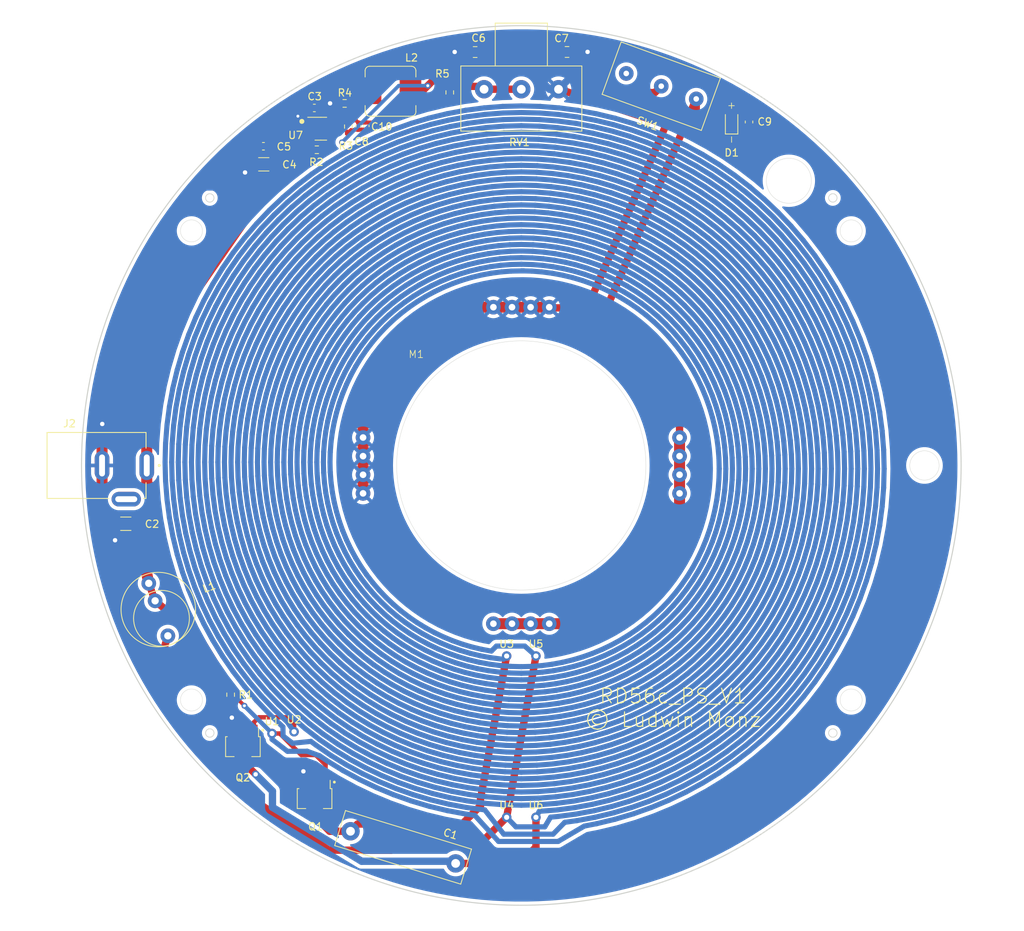
<source format=kicad_pcb>
(kicad_pcb (version 20221018) (generator pcbnew)
  (layers (0 "F.Cu" signal) (31 "B.Cu" signal) (34 "B.Paste" user) (35 "F.Paste" user) (36 "B.SilkS" user "B.Silkscreen") (37 "F.SilkS" user "F.Silkscreen") (38 "B.Mask" user) (39 "F.Mask" user) (44 "Edge.Cuts" user))
  (net 0 "")
  (net 1 "GND")
  (net 2 "+12V")
  (net 3 "Net-(Q1-C)")
  (net 4 "Net-(U7-BOOT)")
  (net 5 "Net-(U7-SW)")
  (net 6 "Net-(U7-FB)")
  (net 7 "Net-(D1-K)")
  (net 8 "Net-(Q1-B)")
  (net 9 "Net-(U7-EN)")
  (net 11 "Net-(R5-Pad2)")
  (net 12 "Net-(SW1A-B)")
  (footprint "my_footprints:D882" (layer "F.Cu") (at -37.978611 36.125 90)
    (fp_text reference "Q2")
    (fp_text value "D882")
  )
  (footprint "my_footprints:MKP10_630V" (layer "F.Cu") (at -16.13 52.1 -17)
    (fp_text reference "C1")
    (fp_text value "33nF")
  )
  (footprint "Capacitor_SMD:C_1206_3216Metric" (layer "F.Cu") (at -53.958 7.952 180)
    (fp_text reference "C2")
    (fp_text value "10µ, 50V")
  )
  (footprint "my_footprints:L_vertical12" (layer "F.Cu") (at -49.523097 19.659771 -70)
    (fp_text reference "L1")
    (fp_text value "330µH")
  )
  (footprint "Resistor_SMD:R_0603_1608Metric" (layer "F.Cu") (at -27.895 -43.07)
    (fp_text reference "R2")
    (fp_text value "100k")
  )
  (footprint "Resistor_SMD:R_0603_1608Metric" (layer "F.Cu") (at -23.59 -46.233 -90)
    (fp_text reference "R3")
    (fp_text value "100k")
  )
  (footprint "my_footprints:Pin_2mm" (layer "F.Cu") (at -31 36.33)
    (fp_text reference "U2")
    (fp_text value "Pin-Connector")
  )
  (footprint "my_footprints:Pin_2mm" (layer "F.Cu") (at -2 26)
    (fp_text reference "U3")
    (fp_text value "Pin-Connector")
  )
  (footprint "my_footprints:Pin_2mm" (layer "F.Cu") (at -2 48)
    (fp_text reference "U4")
    (fp_text value "Pin-Connector")
  )
  (footprint "my_footprints:Pin_2mm" (layer "F.Cu") (at 2 26)
    (fp_text reference "U5")
    (fp_text value "Pin-Connector")
  )
  (footprint "my_footprints:Pin_2mm" (layer "F.Cu") (at 2 48)
    (fp_text reference "U6")
    (fp_text value "Pin-Connector")
  )
  (footprint "my_footprints:Pin_2mm" (layer "F.Cu") (at -34.01 36.57)
    (fp_text reference "U1")
    (fp_text value "Pin-Connector")
  )
  (footprint "my_footprints:D882" (layer "F.Cu") (at -28.204611 43.21 90)
    (fp_text reference "Q1")
    (fp_text value "D882")
  )
  (footprint "my_footprints:1N5819" (layer "F.Cu") (at 28.688 -46.826 90)
    (fp_text reference "D1")
    (fp_text value "1N5819")
  )
  (footprint "Capacitor_SMD:C_0603_1608Metric" (layer "F.Cu") (at -28.235 -48.77 180)
    (fp_text reference "C3")
    (fp_text value "100nF")
  )
  (footprint "Resistor_SMD:R_0603_1608Metric" (layer "F.Cu") (at -39.656 31.275 90)
    (fp_text reference "R1")
    (fp_text value "2k2")
  )
  (footprint "Capacitor_SMD:C_1206_3216Metric" (layer "F.Cu") (at -35.135 -41.08 180)
    (fp_text reference "C4")
    (fp_text value "10µF, 50V")
  )
  (footprint "Capacitor_SMD:C_0603_1608Metric" (layer "F.Cu") (at -35.182 -43.544 180)
    (fp_text reference "C5")
    (fp_text value "100nF")
  )
  (footprint "Capacitor_SMD:C_0805_2012Metric" (layer "F.Cu") (at -6.3 -56.4 180)
    (fp_text reference "C6")
    (fp_text value "22µF, 25V")
  )
  (footprint "my_footprints:JLC_tooling_hole" (layer "F.Cu") (at 42.5 -36.5)
    (fp_text reference "REF**" hide)
    (fp_text value "JLC_tooling_hole")
    (fp_circle (center 0 0) (end 0.576 0) (stroke (width 0.1)) (fill none) (layer "Edge.Cuts"))
  )
  (footprint "my_footprints:JLC_tooling_hole" (layer "F.Cu") (at -42.5 -36.5)
    (fp_text reference "REF**" hide)
    (fp_text value "JLC_tooling_hole")
    (fp_circle (center 0 0) (end 0.576 0) (stroke (width 0.1)) (fill none) (layer "Edge.Cuts"))
  )
  (footprint "my_footprints:JLC_tooling_hole" (layer "F.Cu") (at 42.5 36.5)
    (fp_text reference "REF**" hide)
    (fp_text value "JLC_tooling_hole")
    (fp_circle (center 0 0) (end 0.576 0) (stroke (width 0.1)) (fill none) (layer "Edge.Cuts"))
  )
  (footprint "Inductor_SMD:L_Bourns_SRP7028A_7.3x6.6mm" (layer "F.Cu") (at -17.845 -51.05)
    (fp_text reference "L2")
    (fp_text value "33µH")
  )
  (footprint "Resistor_SMD:R_0603_1608Metric" (layer "F.Cu") (at -24.1 -49.39 180)
    (fp_text reference "R4")
    (fp_text value "120k")
  )
  (footprint "Capacitor_SMD:C_0402_1005Metric" (layer "F.Cu") (at -21.13 -46.32 90)
    (fp_text reference "C10")
    (fp_text value "10pF")
  )
  (footprint "Resistor_SMD:R_0603_1608Metric" (layer "F.Cu") (at -9.76 -50.89 90)
    (fp_text reference "R5")
    (fp_text value "12k")
  )
  (footprint "my_footprints:Poti_10mm" (layer "F.Cu") (at 0 -51.325 180)
    (fp_text reference "RV1")
    (fp_text value "100k")
  )
  (footprint "my_footprints:GRAVITECH_CON-SOCJ-2155" (layer "F.Cu") (at -57.1975 0)
    (fp_text reference "J2")
    (fp_text value "Barrel_Jack_Switch_Pin3Ring")
  )
  (footprint "Capacitor_SMD:C_0805_2012Metric" (layer "F.Cu") (at 6.24 -56.41)
    (fp_text reference "C7")
    (fp_text value "22µF, 25V")
  )
  (footprint "my_footprints:motor_tray" (layer "F.Cu") (at 0 0 -90)
    (fp_text reference "M1")
    (fp_text value "Motor_DC")
  )
  (footprint "my_footprints:JLC_tooling_hole" (layer "F.Cu") (at -42.5 36.5)
    (fp_text reference "REF**" hide)
    (fp_text value "JLC_tooling_hole")
    (fp_circle (center 0 0) (end 0.576 0) (stroke (width 0.1)) (fill none) (layer "Edge.Cuts"))
  )
  (footprint "Package_TO_SOT_SMD:SOT-23-6" (layer "F.Cu") (at -27.3475 -45.94)
    (fp_text reference "U7")
    (fp_text value "TPS54202DDC")
  )
  (footprint "Capacitor_SMD:C_0603_1608Metric" (layer "F.Cu") (at 31.068 -46.856 90)
    (fp_text reference "C9")
    (fp_text value "100nF")
  )
  (footprint "my_footprints:Switch1" (layer "F.Cu") (at 20.828 -56.515 -20)
    (fp_text reference "SW1")
    (fp_text value "SW_DPDT_x2")
  )
  (footprint "Capacitor_SMD:C_0402_1005Metric" (layer "F.Cu") (at -22.22 -46.27 90)
    (fp_text reference "C8")
    (fp_text value "47pF")
  )
  (gr_circle (center -29.938029 -46.94) (end -29.66 -46.94) (stroke (width 0.12)) (fill solid) (layer "F.SilkS"))
  (gr_circle (center 36.5 -38.841) (end 39.568892 -38.841) (stroke (width 0.05)) (fill none) (layer "Edge.Cuts"))
  (gr_circle (center 45 -32) (end 46.5 -32) (stroke (width 0.05)) (fill none) (layer "Edge.Cuts"))
  (gr_circle (center 0 0) (end 17 0) (stroke (width 0.05)) (fill none) (layer "Edge.Cuts"))
  (gr_circle (center 45 32) (end 46.5 32) (stroke (width 0.05)) (fill none) (layer "Edge.Cuts"))
  (gr_circle (center -45 32) (end -43.5 32) (stroke (width 0.05)) (fill none) (layer "Edge.Cuts"))
  (gr_circle (center 55 0) (end 57 0) (stroke (width 0.05)) (fill none) (layer "Edge.Cuts"))
  (gr_circle (center -45 -32) (end -43.5 -32) (stroke (width 0.05)) (fill none) (layer "Edge.Cuts"))
  (gr_circle (center 0 0) (end 60 0) (stroke (width 0.15)) (fill none) (layer "Edge.Cuts"))
  (gr_text "RD56c_PS_V1\n© Ludwin Monz" (at 20.7 33.08) (layer "F.SilkS") (effects (font (size 2 2))))
  (segment (start -57.1975 -5.5265) (end -57.1975 -5.6325) (width 1.5) (layer "F.Cu") (net 1))
  (segment (start -55.424 10.204) (end -55.424 7.961) (width 1) (layer "F.Cu") (net 1))
  (segment (start -57.1975 6.1875) (end -57.1975 0) (width 1.5) (layer "F.Cu") (net 1))
  (segment (start -1.27 -21.59) (end -3.81 -21.59) (width 1.5) (layer "F.Cu") (net 1))
  (segment (start -36.61 -41.08) (end -36.61 -42.891) (width 1) (layer "F.Cu") (net 1))
  (segment (start -39.492 34.408) (end -39.492 36.111611) (width 1) (layer "F.Cu") (net 1))
  (segment (start -39.492 36.111611) (end -39.478611 36.125) (width 0.5) (layer "F.Cu") (net 1))
  (segment (start 9.03 -56.41) (end 9.04 -56.42) (width 0.5) (layer "F.Cu") (net 1))
  (segment (start -21.59 1.27) (end -21.59 3.81) (width 1.5) (layer "F.Cu") (net 1))
  (segment (start -30.09 -47.25) (end -30.48 -47.64) (width 1) (layer "F.Cu") (net 1))
  (segment (start -24.925 -49.39) (end -26.08 -49.39) (width 1) (layer "F.Cu") (net 1))
  (segment (start -7.25 -56.4) (end -9.08 -56.4) (width 1) (layer "F.Cu") (net 1))
  (segment (start 28.688 -47.901) (end 29.817 -47.901) (width 1) (layer "F.Cu") (net 1))
  (segment (start -21.59 -7.62) (end -21.59 -3.81) (width 1.5) (layer "F.Cu") (net 1))
  (segment (start -29.73 -46.89) (end -30.09 -47.25) (width 0.6) (layer "F.Cu") (net 1))
  (segment (start 9 -21.5) (end 3.81 -21.5) (width 1) (layer "F.Cu") (net 1))
  (segment (start -9.08 -56.4) (end -9.09 -56.41) (width 0.5) (layer "F.Cu") (net 1))
  (segment (start -21.59 -1.27) (end -21.59 1.27) (width 1.5) (layer "F.Cu") (net 1))
  (segment (start 3.81 -21.59) (end 1.27 -21.59) (width 1.5) (layer "F.Cu") (net 1))
  (segment (start -37.7225 -39.9675) (end -36.61 -41.08) (width 1) (layer "F.Cu") (net 1))
  (segment (start -29.704611 43.21) (end -29.704611 41.755389) (width 1) (layer "F.Cu") (net 1))
  (segment (start 29.592 -47.901) (end 29.817 -47.901) (width 1) (layer "F.Cu") (net 1))
  (segment (start -36.61 -42.891) (end -35.957 -43.544) (width 1) (layer "F.Cu") (net 1))
  (segment (start -30.48 -47.64) (end -30.48 -47.65) (width 0.6) (layer "F.Cu") (net 1))
  (segment (start 1.27 -21.59) (end -1.27 -21.59) (width 1.5) (layer "F.Cu") (net 1))
  (segment (start -7.62 -21.59) (end -21.59 -7.62) (width 1.5) (layer "F.Cu") (net 1))
  (segment (start 22.3 -52.4) (end 25.077 -52.4) (width 1) (layer "F.Cu") (net 1))
  (segment (start -28.485 -46.89) (end -29.73 -46.89) (width 0.6) (layer "F.Cu") (net 1))
  (segment (start -55.433 7.952) (end -57.1975 6.1875) (width 1.5) (layer "F.Cu") (net 1))
  (segment (start -26.08 -49.39) (end -26.09 -49.4) (width 0.5) (layer "F.Cu") (net 1))
  (segment (start 30.798 -47.901) (end 31.068 -47.631) (width 0.5) (layer "F.Cu") (net 1))
  (segment (start -29.704611 41.755389) (end -29.73 41.73) (width 0.5) (layer "F.Cu") (net 1))
  (segment (start 5.2 -51.325) (end 19.75 -46.5) (width 1) (layer "F.Cu") (net 1))
  (segment (start -21.59 -3.81) (end -21.59 -1.27) (width 1.5) (layer "F.Cu") (net 1))
  (segment (start 25.085 -52.408) (end 29.592 -47.901) (width 1) (layer "F.Cu") (net 1))
  (segment (start -57.1975 -5.6325) (end -57.17 -5.66) (width 1.5) (layer "F.Cu") (net 1))
  (segment (start -55.424 7.961) (end -55.433 7.952) (width 1) (layer "F.Cu") (net 1))
  (segment (start -3.81 -21.59) (end -7.62 -21.59) (width 1.5) (layer "F.Cu") (net 1))
  (segment (start 7.19 -56.41) (end 9.03 -56.41) (width 1) (layer "F.Cu") (net 1))
  (segment (start 22.3 -52.4) (end 9 -21.5) (width 1) (layer "F.Cu") (net 1))
  (segment (start -57.1975 0) (end -57.1975 -5.5265) (width 1.5) (layer "F.Cu") (net 1))
  (segment (start 29.817 -47.901) (end 30.798 -47.901) (width 1) (layer "F.Cu") (net 1))
  (segment (start 25.077 -52.4) (end 25.085 -52.408) (width 1) (layer "F.Cu") (net 1))
  (via (at -55.424 10.204) (size 1) (drill 0.6) (layers "F.Cu" "B.Cu") (net 1))
  (via (at -39.492 34.408) (size 1) (drill 0.6) (layers "F.Cu" "B.Cu") (net 1))
  (via (at -26.09 -49.4) (size 1) (drill 0.6) (layers "F.Cu" "B.Cu") (net 1))
  (via (at -37.69 -39.97) (size 1) (drill 0.6) (layers "F.Cu" "B.Cu") (net 1))
  (via (at -30.48 -47.65) (size 0.8) (drill 0.4) (layers "F.Cu" "B.Cu") (net 1))
  (via (at -29.73 41.73) (size 1) (drill 0.6) (layers "F.Cu" "B.Cu") (net 1))
  (via (at -9.09 -56.41) (size 1) (drill 0.6) (layers "F.Cu" "B.Cu") (net 1))
  (via (at 9.04 -56.42) (size 1) (drill 0.6) (layers "F.Cu" "B.Cu") (net 1))
  (via (at -57.17 -5.66) (size 1) (drill 0.6) (layers "F.Cu" "B.Cu") (net 1))
  (segment (start -55.148 -20.133) (end -49 -32.5) (width 1) (layer "B.Cu") (net 1))
  (segment (start 3.845 -51.325) (end -1.24 -56.41) (width 1) (layer "B.Cu") (net 1))
  (segment (start -55.4 10.228) (end -55.424 10.204) (width 1) (layer "B.Cu") (net 1))
  (segment (start -55.4 10.3) (end -55.4 10.228) (width 1) (layer "B.Cu") (net 1))
  (segment (start -29.73 41.73) (end -32.17 41.73) (width 1) (layer "B.Cu") (net 1))
  (segment (start 5.08 -51.325) (end 3.845 -51.325) (width 1) (layer "B.Cu") (net 1))
  (segment (start -37.69 -40.44) (end -37.69 -39.97) (width 1) (layer "B.Cu") (net 1))
  (segment (start -32.17 41.73) (end -39.492 34.408) (width 1) (layer "B.Cu") (net 1))
  (segment (start 9.04 -55.285) (end 5.08 -51.325) (width 1) (layer "B.Cu") (net 1))
  (segment (start -1.24 -56.41) (end -9.09 -56.41) (width 1) (layer "B.Cu") (net 1))
  (segment (start -30.48 -47.65) (end -37.69 -40.44) (width 1) (layer "B.Cu") (net 1))
  (segment (start -26.09 -49.4) (end -30.48 -47.65) (width 1) (layer "B.Cu") (net 1))
  (segment (start -40.9 31) (end -44.2 26.8) (width 1) (layer "B.Cu") (net 1))
  (segment (start -9.09 -56.41) (end -15.85 -55.4) (width 1) (layer "B.Cu") (net 1))
  (segment (start -45 -38) (end -39.66 -38) (width 1) (layer "B.Cu") (net 1))
  (segment (start -57.17 -5.66) (end -55.148 -20.133) (width 1) (layer "B.Cu") (net 1))
  (segment (start -44.2 26.8) (end -49.527 26.8) (width 1) (layer "B.Cu") (net 1))
  (segment (start -49 -32.5) (end -45 -38) (width 1) (layer "B.Cu") (net 1))
  (segment (start -51.822 24.505) (end -55.4 10.3) (width 1) (layer "B.Cu") (net 1))
  (segment (start 9.04 -56.42) (end 9.04 -55.285) (width 1) (layer "B.Cu") (net 1))
  (segment (start -39.66 -38) (end -37.69 -39.97) (width 1) (layer "B.Cu") (net 1))
  (segment (start -39.492 34.408) (end -40.9 31) (width 1) (layer "B.Cu") (net 1))
  (segment (start -49.527 26.8) (end -51.822 24.505) (width 1) (layer "B.Cu") (net 1))
  (segment (start -15.85 -55.4) (end -26.09 -49.4) (width 1) (layer "B.Cu") (net 1))
  (segment (start -33.66 -41.08) (end -33.66 -42.797) (width 1) (layer "F.Cu") (net 2))
  (segment (start -30.22 -43.07) (end -33.387 -43.07) (width 1) (layer "F.Cu") (net 2))
  (segment (start -33.66 -42.797) (end -34.407 -43.544) (width 1) (layer "F.Cu") (net 2))
  (segment (start -52.483 7.892) (end -50.9475 6.3565) (width 1.5) (layer "F.Cu") (net 2))
  (segment (start -50.9235 6.3565) (end -50.067 5.5) (width 1.5) (layer "F.Cu") (net 2))
  (segment (start -39.656 30.45) (end -43.795 23.665) (width 1) (layer "F.Cu") (net 2))
  (segment (start -51.11 -14.34) (end -33.7 -39.5) (width 1.5) (layer "F.Cu") (net 2))
  (segment (start -50.067 3.567) (end -51.0975 2.5365) (width 1.5) (layer "F.Cu") (net 2))
  (segment (start -30.22 -44.2) (end -29.43 -44.99) (width 0.6) (layer "F.Cu") (net 2))
  (segment (start -52.483 7.952) (end -50.826194 16.079542) (width 1.5) (layer "F.Cu") (net 2))
  (segment (start -51.0975 2.5365) (end -51.0975 0) (width 1.5) (layer "F.Cu") (net 2))
  (segment (start -29.43 -44.99) (end -28.485 -44.99) (width 0.6) (layer "F.Cu") (net 2))
  (segment (start -49.957463 18.466361) (end -50.826194 16.079542) (width 1) (layer "F.Cu") (net 2))
  (segment (start -50.067 5.5) (end -50.067 3.567) (width 1.5) (layer "F.Cu") (net 2))
  (segment (start -28.72 -43.07) (end -30.22 -43.07) (width 1) (layer "F.Cu") (net 2))
  (segment (start -52.483 7.952) (end -52.483 7.892) (width 1.5) (layer "F.Cu") (net 2))
  (segment (start -30.22 -43.07) (end -30.22 -44.2) (width 0.6) (layer "F.Cu") (net 2))
  (segment (start -33.387 -43.07) (end -33.66 -42.797) (width 1) (layer "F.Cu") (net 2))
  (segment (start -43.795 23.665) (end -49.957463 18.466361) (width 1) (layer "F.Cu") (net 2))
  (segment (start -33.7 -41.04) (end -33.66 -41.08) (width 1.5) (layer "F.Cu") (net 2))
  (segment (start -33.7 -39.5) (end -33.7 -41.04) (width 1.5) (layer "F.Cu") (net 2))
  (segment (start -50.9475 6.3565) (end -50.9235 6.3565) (width 1.5) (layer "F.Cu") (net 2))
  (segment (start -51.0975 -14.3275) (end -51.11 -14.34) (width 1.5) (layer "F.Cu") (net 2))
  (segment (start -51.0975 0) (end -51.0975 -14.3275) (width 1.5) (layer "F.Cu") (net 2))
  (segment (start -16.36 51.08) (end -17.77 52.49) (width 1) (layer "F.Cu") (net 3))
  (segment (start -26.25 52.49) (end -37.34322 45.10322) (width 1) (layer "F.Cu") (net 3))
  (segment (start -0.222788 54.292788) (end -8.957714 54.292788) (width 1) (layer "F.Cu") (net 3))
  (segment (start -28.204611 47.845389) (end -26.142788 49.907212) (width 1) (layer "F.Cu") (net 3))
  (segment (start -26.142788 49.907212) (end -23.302286 49.907212) (width 1) (layer "F.Cu") (net 3))
  (segment (start -8.07 48.92) (end -18.53 48.92) (width 1) (layer "F.Cu") (net 3))
  (segment (start -2 26) (end -5.564463 45.489537) (width 1) (layer "F.Cu") (net 3))
  (segment (start -23.302286 49.907212) (end -23.302286 49.882286) (width 0.5) (layer "F.Cu") (net 3))
  (segment (start -28.204611 43.21) (end -28.204611 47.845389) (width 1) (layer "F.Cu") (net 3))
  (segment (start 2 26) (end -2 48) (width 1) (layer "F.Cu") (net 3))
  (segment (start -5.08 51.08) (end -16.36 51.08) (width 1) (layer "F.Cu") (net 3))
  (segment (start -22.34 48.92) (end -18.53 48.92) (width 1) (layer "F.Cu") (net 3))
  (segment (start -17.77 52.49) (end -26.25 52.49) (width 1) (layer "F.Cu") (net 3))
  (segment (start -5.564463 45.489537) (end -5.564463 46.414463) (width 1) (layer "F.Cu") (net 3))
  (segment (start -37.978611 40.401389) (end -37.978611 36.125) (width 1) (layer "F.Cu") (net 3))
  (segment (start -23.302286 49.882286) (end -22.34 48.92) (width 1) (layer "F.Cu") (net 3))
  (segment (start -36.243 42.137) (end -37.978611 40.401389) (width 1) (layer "F.Cu") (net 3))
  (segment (start -37.34322 45.10322) (end -45.2 37.8) (width 1) (layer "F.Cu") (net 3))
  (segment (start -2 48) (end -5.08 51.08) (width 1) (layer "F.Cu") (net 3))
  (segment (start -48.22 23.24) (end -50.4 30.4) (width 1) (layer "F.Cu") (net 3))
  (segment (start 2 52.07) (end -0.222788 54.292788) (width 1) (layer "F.Cu") (net 3))
  (segment (start 2 48) (end 2 52.07) (width 1) (layer "F.Cu") (net 3))
  (segment (start -45.2 37.8) (end -50.4 30.4) (width 1) (layer "F.Cu") (net 3))
  (segment (start -5.564463 46.414463) (end -8.07 48.92) (width 1) (layer "F.Cu") (net 3))
  (via (at -36.243 42.137) (size 1) (drill 0.6) (layers "F.Cu" "B.Cu") (net 3))
  (segment (start -30.6 -0.45) (end -30.558064 -2.05148) (width 0.7) (layer "B.Cu") (net 3))
  (segment (start 27.747161 -2.466344) (end 27.861764 -1.010173) (width 0.7) (layer "B.Cu") (net 3))
  (segment (start -30.547013 -30.997013) (end -28.906442 -32.553856) (width 0.7) (layer "B.Cu") (net 3))
  (segment (start -26.979343 -37.58388) (end -24.998932 -38.944979) (width 0.7) (layer "B.Cu") (net 3))
  (segment (start 35.677649 -25.47133) (end 36.985372 -23.568581) (width 0.7) (layer "B.Cu") (net 3))
  (segment (start 11.124612 34.688035) (end 9.317486 35.22333) (width 0.7) (layer "B.Cu") (net 3))
  (segment (start -24.908516 -16.625779) (end -24.027805 -17.907222) (width 0.7) (layer "B.Cu") (net 3))
  (segment (start -35.213314 7.034821) (end -35.55678 5.181641) (width 0.7) (layer "B.Cu") (net 3))
  (segment (start 13.546308 35.73934) (end 11.680842 36.399936) (width 0.7) (layer "B.Cu") (net 3))
  (segment (start -21.679832 23.627892) (end -22.91026 22.46026) (width 0.7) (layer "B.Cu") (net 3))
  (segment (start 26.887116 10.770997) (end 26.310109 12.164015) (width 0.7) (layer "B.Cu") (net 3))
  (segment (start 17.571023 -39.015164) (end 19.61239 -38.041482) (width 0.7) (layer "B.Cu") (net 3))
  (segment (start -35.283858 -18.428024) (end -34.294606 -20.25) (width 0.7) (layer "B.Cu") (net 3))
  (segment (start -38.7 -0.45) (end -38.646963 -2.475402) (width 0.7) (layer "B.Cu") (net 3))
  (segment (start -27.727339 -11.093528) (end -27.1323 -12.530078) (width 0.7) (layer "B.Cu") (net 3))
  (segment (start -4.927686 30.662183) (end -6.549218 30.361649) (width 0.7) (layer "B.Cu") (net 3))
  (segment (start -21.6 36.962297) (end -23.528406 35.780569) (width 0.7) (layer "B.Cu") (net 3))
  (segment (start 33.092597 33.542597) (end 31.315312 35.229178) (width 0.7) (layer "B.Cu") (net 3))
  (segment (start 12.080078 -26.6823) (end 13.483518 -26.012894) (width 0.7) (layer "B.Cu") (net 3))
  (segment (start -16.472834 36.548591) (end -18.386615 35.635764) (width 0.7) (layer "B.Cu") (net 3))
  (segment (start 24.334309 33.943304) (end 22.548056 35.170962) (width 0.7) (layer "B.Cu") (net 3))
  (segment (start -26.753214 -24.538702) (end -25.455844 -25.905844) (width 0.7) (layer "B.Cu") (net 3))
  (segment (start -25.210697 -7.205186) (end -24.822608 -8.515354) (width 0.7) (layer "B.Cu") (net 3))
  (segment (start 44.335995 12.329794) (end 43.653494 14.63388) (width 0.7) (layer "B.Cu") (net 3))
  (segment (start -32.173843 -26.503864) (end -30.766196 -28.152007) (width 0.7) (layer "B.Cu") (net 3))
  (segment (start -20.838164 -41.347199) (end -18.669212 -42.381737) (width 0.7) (layer "B.Cu") (net 3))
  (segment (start -12.237073 37.211838) (end -14.191371 36.519785) (width 0.7) (layer "B.Cu") (net 3))
  (segment (start -40.330674 15.031495) (end -41.085642 12.899534) (width 0.7) (layer "B.Cu") (net 3))
  (segment (start -33.254364 1.292787) (end -33.3 -0.45) (width 0.7) (layer "B.Cu") (net 3))
  (segment (start -4.891932 -46.993625) (end -2.449323 -47.185862) (width 0.7) (layer "B.Cu") (net 3))
  (segment (start -36.1764 15.656771) (end -36.969785 13.741371) (width 0.7) (layer "B.Cu") (net 3))
  (segment (start 11.879794 -43.885995) (end 14.18388 -43.203494) (width 0.7) (layer "B.Cu") (net 3))
  (segment (start -22.273864 21.823864) (end -23.409062 20.627614) (width 0.7) (layer "B.Cu") (net 3))
  (segment (start -36.511996 -10.23336) (end -35.949936 -12.130842) (width 0.7) (layer "B.Cu") (net 3))
  (segment (start -21.567706 32.761354) (end -23.276296 31.587073) (width 0.7) (layer "B.Cu") (net 3))
  (segment (start -15.685604 -24.603712) (end -14.4 -25.391532) (width 0.7) (layer "B.Cu") (net 3))
  (segment (start 13.223777 34.899118) (end 11.402727 35.543985) (width 0.7) (layer "B.Cu") (net 3))
  (segment (start -26.450336 -36.855765) (end -24.508757 -38.190176) (width 0.7) (layer "B.Cu") (net 3))
  (segment (start -32.873274 26.170253) (end -34.221419 24.413316) (width 0.7) (layer "B.Cu") (net 3))
  (segment (start -4.223727 26.217562) (end -5.613611 25.959962) (width 0.7) (layer "B.Cu") (net 3))
  (segment (start -24.921087 -31.22498) (end -23.276296 -32.487073) (width 0.7) (layer "B.Cu") (net 3))
  (segment (start 3.763025 36.252788) (end 1.884094 36.400663) (width 0.7) (layer "B.Cu") (net 3))
  (segment (start 31.435026 28.754225) (end 29.910617 30.360617) (width 0.7) (layer "B.Cu") (net 3))
  (segment (start 20.429572 40.545294) (end 18.303149 41.559546) (width 0.7) (layer "B.Cu") (net 3))
  (segment (start -25.484035 -18.965235) (end -24.480098 -20.273592) (width 0.7) (layer "B.Cu") (net 3))
  (segment (start 5.913223 37.784619) (end 3.951176 38.042928) (width 0.7) (layer "B.Cu") (net 3))
  (segment (start -34.949534 24.942323) (end -36.230569 23.078406) (width 0.7) (layer "B.Cu") (net 3))
  (segment (start 41.309412 -23.4) (end 42.501011 -21.205347) (width 0.7) (layer "B.Cu") (net 3))
  (segment (start 6.054014 38.673539) (end 4.045252 38.937997) (width 0.7) (layer "B.Cu") (net 3))
  (segment (start -26.852067 -3.272266) (end -26.667562 -4.673727) (width 0.7) (layer "B.Cu") (net 3))
  (segment (start 8.899689 27.840428) (end 7.453988 28.268664) (width 0.7) (layer "B.Cu") (net 3))
  (segment (start 3.292647 31.77744) (end 1.648583 31.90683) (width 0.7) (layer "B.Cu") (net 3))
  (segment (start -31.308958 -23.197289) (end -30.075549 -24.804699) (width 0.7) (layer "B.Cu") (net 3))
  (segment (start -33.680047 16.710841) (end -34.532018 14.924645) (width 0.7) (layer "B.Cu") (net 3))
  (segment (start -20.475397 22.290232) (end -21.637468 21.187468) (width 0.7) (layer "B.Cu") (net 3))
  (segment (start -4.364522 27.106505) (end -5.800736 26.840318) (width 0.7) (layer "B.Cu") (net 3))
  (segment (start 10.320997 -26.437116) (end 11.714015 -25.860109) (width 0.7) (layer "B.Cu") (net 3))
  (segment (start -31.176915 17.55) (end -32.076235 15.893658) (width 0.7) (layer "B.Cu") (net 3))
  (segment (start 40.001378 6.785596) (end 39.614978 8.870423) (width 0.7) (layer "B.Cu") (net 3))
  (segment (start -27.186641 -34.022706) (end -25.392323 -35.399534) (width 0.7) (layer "B.Cu") (net 3))
  (segment (start -33.903997 -9.534548) (end -33.382084 -11.296497) (width 0.7) (layer "B.Cu") (net 3))
  (segment (start -21.689276 29.402727) (end -23.221922 28.226686) (width 0.7) (layer "B.Cu") (net 3))
  (segment (start 22.548056 -34.270962) (end 24.334309 -33.043304) (width 0.7) (layer "B.Cu") (net 3))
  (segment (start -40.287355 -18.387086) (end -39.293388 -20.470981) (width 0.7) (layer "B.Cu") (net 3))
  (segment (start -15.685604 23.703712) (end -16.928215 22.849689) (width 0.7) (layer "B.Cu") (net 3))
  (segment (start -26.578392 21.072757) (end -27.668381 19.652256) (width 0.7) (layer "B.Cu") (net 3))
  (segment (start -25.7787 3.632945) (end -25.957056 2.278196) (width 0.7) (layer "B.Cu") (net 3))
  (segment (start -40.495311 8.157544) (end -40.890297 6.026387) (width 0.7) (layer "B.Cu") (net 3))
  (segment (start 13.910393 -30.793255) (end 15.526475 -30.022423) (width 0.7) (layer "B.Cu") (net 3))
  (segment (start -31.315312 -35.229178) (end -29.452194 -36.820431) (width 0.7) (layer "B.Cu") (net 3))
  (segment (start -45.837096 1.95222) (end -45.9 -0.45) (width 0.7) (layer "B.Cu") (net 3))
  (segment (start -18.9 -33.18576) (end -17.160841 -34.130047) (width 0.7) (layer "B.Cu") (net 3))
  (segment (start 22.655534 -27.527255) (end 24.088702 -26.303214) (width 0.7) (layer "B.Cu") (net 3))
  (segment (start 9.917388 -46.207641) (end 12.345668 -45.624662) (width 0.7) (layer "B.Cu") (net 3))
  (segment (start -28.304225 30.985026) (end -29.910617 29.460617) (width 0.7) (layer "B.Cu") (net 3))
  (segment (start 28.066706 14.750701) (end 27.2798 16.2) (width 0.7) (layer "B.Cu") (net 3))
  (segment (start -5.913223 -37.784619) (end -3.951176 -38.042928) (width 0.7) (layer "B.Cu") (net 3))
  (segment (start -24.057155 11.807733) (end -24.665705 10.53188) (width 0.7) (layer "B.Cu") (net 3))
  (segment (start 10.846497 33.832084) (end 9.084548 34.353997) (width 0.7) (layer "B.Cu") (net 3))
  (segment (start 39.750566 23.4) (end 38.494979 25.448932) (width 0.7) (layer "B.Cu") (net 3))
  (segment (start 28.906442 -31.653856) (end 30.547013 -30.097013) (width 0.7) (layer "B.Cu") (net 3))
  (segment (start -40.529989 22.95) (end -41.699105 20.796755) (width 0.7) (layer "B.Cu") (net 3))
  (segment (start 44.1 0.45) (end 44.039562 2.758016) (width 0.7) (layer "B.Cu") (net 3))
  (segment (start 31.474411 25.937476) (end 30.097365 27.54979) (width 0.7) (layer "B.Cu") (net 3))
  (segment (start -31.112183 -5.377686) (end -30.811649 -6.999218) (width 0.7) (layer "B.Cu") (net 3))
  (segment (start 21.637468 22.087468) (end 20.475397 23.190232) (width 0.7) (layer "B.Cu") (net 3))
  (segment (start -32.173843 25.603864) (end -33.493304 23.884309) (width 0.7) (layer "B.Cu") (net 3))
  (segment (start 3.763025 -35.352788) (end 5.631641 -35.10678) (width 0.7) (layer "B.Cu") (net 3))
  (segment (start 44.531786 17.544151) (end 43.576118 19.851338) (width 0.7) (layer "B.Cu") (net 3))
  (segment (start -31.956337 18) (end -32.878141 16.302249) (width 0.7) (layer "B.Cu") (net 3))
  (segment (start -36.4457 -6.222432) (end -36.093646 -8.121941) (width 0.7) (layer "B.Cu") (net 3))
  (segment (start -38.494979 24.548932) (end -39.750566 22.5) (width 0.7) (layer "B.Cu") (net 3))
  (segment (start 26.497572 29.878535) (end 24.921087 31.22498) (width 0.7) (layer "B.Cu") (net 3))
  (segment (start 27.186641 -33.122706) (end 28.906442 -31.653856) (width 0.7) (layer "B.Cu") (net 3))
  (segment (start -26.409962 -6.063611) (end -26.079974 -7.438108) (width 0.7) (layer "B.Cu") (net 3))
  (segment (start 10.320997 27.337116) (end 8.899689 27.840428) (width 0.7) (layer "B.Cu") (net 3))
  (segment (start -18.669212 -42.381737) (end -16.449089 -43.301342) (width 0.7) (layer "B.Cu") (net 3))
  (segment (start 29.670517 -14.667884) (end 30.421064 -13.09433) (width 0.7) (layer "B.Cu") (net 3))
  (segment (start -27.977255 -23.105534) (end -26.753214 -24.538702) (width 0.7) (layer "B.Cu") (net 3))
  (segment (start 30.766196 -27.252007) (end 32.173843 -25.603864) (width 0.7) (layer "B.Cu") (net 3))
  (segment (start 36.085764 -17.936615) (end 36.998591 -16.022834) (width 0.7) (layer "B.Cu") (net 3))
  (segment (start -9.734035 -30.40828) (end -8.1528 -30.876664) (width 0.7) (layer "B.Cu") (net 3))
  (segment (start 29.102329 -9.00592) (end 29.55733 -7.469863) (width 0.7) (layer "B.Cu") (net 3))
  (segment (start 44.531786 -16.644151) (end 45.365396 -14.290111) (width 0.7) (layer "B.Cu") (net 3))
  (segment (start 0 45.45) (end -2.40222 45.387096) (width 0.7) (layer "B.Cu") (net 3))
  (segment (start -36.84943 -2.381197) (end -36.697858 -4.3071) (width 0.7) (layer "B.Cu") (net 3))
  (segment (start -19.607005 -30.64214) (end -18 -31.626915) (width 0.7) (layer "B.Cu") (net 3))
  (segment (start -11.714015 -26.760109) (end -10.320997 -27.337116) (width 0.7) (layer "B.Cu") (net 3))
  (segment (start 27.186641 34.022706) (end 25.392323 35.399534) (width 0.7) (layer "B.Cu") (net 3))
  (segment (start 22.05 38.64172) (end 20.020981 39.743388) (width 0.7) (layer "B.Cu") (net 3))
  (segment (start -8.046182 -38.304312) (end -6.054014 -38.673539) (width 0.7) (layer "B.Cu") (net 3))
  (segment (start -14.513902 37.360007) (end -16.472834 36.548591) (width 0.7) (layer "B.Cu") (net 3))
  (segment (start -30.223263 4.336895) (end -30.43237 2.748571) (width 0.7) (layer "B.Cu") (net 3))
  (segment (start 29.55733 8.369863) (end 29.102329 9.90592) (width 0.7) (layer "B.Cu") (net 3))
  (segment (start -27.2648 13.442109) (end -27.954491 11.996141) (width 0.7) (layer "B.Cu") (net 3))
  (segment (start -11.402727 -35.543985) (end -9.550423 -36.092663) (width 0.7) (layer "B.Cu") (net 3))
  (segment (start 27.422044 25.140919) (end 26.09224 26.54224) (width 0.7) (layer "B.Cu") (net 3))
  (segment (start -21.001071 20.551071) (end -22.071401 19.423179) (width 0.7) (layer "B.Cu") (net 3))
  (segment (start 24.162109 14.4) (end 23.398909 15.645429) (width 0.7) (layer "B.Cu") (net 3))
  (segment (start -22.747289 -31.758958) (end -21.077531 -32.906551) (width 0.7) (layer "B.Cu") (net 3))
  (segment (start -8.420423 39.164978) (end -10.482171 38.669996) (width 0.7) (layer "B.Cu") (net 3))
  (segment (start 23.546656 23.996656) (end 22.282049 25.196723) (width 0.7) (layer "B.Cu") (net 3))
  (segment (start 28.304225 31.885026) (end 26.620253 33.323274) (width 0.7) (layer "B.Cu") (net 3))
  (segment (start 27.747161 3.366344) (end 27.556505 4.814522) (width 0.7) (layer "B.Cu") (net 3))
  (segment (start 33.903997 9.534548) (end 33.382084 11.296497) (width 0.7) (layer "B.Cu") (net 3))
  (segment (start -1.78989 -34.60313) (end 0 -34.65) (width 0.7) (layer "B.Cu") (net 3))
  (segment (start -41.375644 8.344665) (end -41.779217 6.167178) (width 0.7) (layer "B.Cu") (net 3))
  (segment (start -18.45 31.506337) (end -20.09718 30.496944) (width 0.7) (layer "B.Cu") (net 3))
  (segment (start -13.178267 29.148873) (end -14.709292 28.418611) (width 0.7) (layer "B.Cu") (net 3))
  (segment (start 0 29.25) (end -1.554378 29.209297) (width 0.7) (layer "B.Cu") (net 3))
  (segment (start 9.177805 28.696379) (end 7.686926 29.137997) (width 0.7) (layer "B.Cu") (net 3))
  (segment (start -35.802788 3.313025) (end -35.950663 1.434094) (width 0.7) (layer "B.Cu") (net 3))
  (segment (start 4.233403 -39.828137) (end 6.335596 -39.551378) (width 0.7) (layer "B.Cu") (net 3))
  (segment (start 26.728636 -26.278636) (end 28.090874 -24.843137) (width 0.7) (layer "B.Cu") (net 3))
  (segment (start 22.884267 -24.965553) (end 24.183052 -23.733052) (width 0.7) (layer "B.Cu") (net 3))
  (segment (start 29.334344 -4.196104) (end 29.5373 -2.654495) (width 0.7) (layer "B.Cu") (net 3))
  (segment (start -28.066706 13.850701) (end -28.776682 12.362204) (width 0.7) (layer "B.Cu") (net 3))
  (segment (start 31.691982 -6.286339) (end 32.001102 -4.618477) (width 0.7) (layer "B.Cu") (net 3))
  (segment (start 14.740111 -44.915396) (end 17.094151 -44.081786) (width 0.7) (layer "B.Cu") (net 3))
  (segment (start 6.736339 -31.241982) (end 8.385737 -30.845997) (width 0.7) (layer "B.Cu") (net 3))
  (segment (start -12.257733 -24.507155) (end -10.98188 -25.115705) (width 0.7) (layer "B.Cu") (net 3))
  (segment (start -26.09224 25.64224) (end -27.422044 24.240919) (width 0.7) (layer "B.Cu") (net 3))
  (segment (start 15.804027 -40.720897) (end 17.937086 -39.837355) (width 0.7) (layer "B.Cu") (net 3))
  (segment (start 26.084383 23.936484) (end 24.819448 25.269448) (width 0.7) (layer "B.Cu") (net 3))
  (segment (start -42.963346 4.06563) (end -43.140796 1.810913) (width 0.7) (layer "B.Cu") (net 3))
  (segment (start 20.389981 -24.729529) (end 21.679832 -23.627892) (width 0.7) (layer "B.Cu") (net 3))
  (segment (start 30.43237 -2.748571) (end 30.558064 -1.15148) (width 0.7) (layer "B.Cu") (net 3))
  (segment (start 15.685604 -23.703712) (end 16.928215 -22.849689) (width 0.7) (layer "B.Cu") (net 3))
  (segment (start 16.449089 43.301342) (end 14.18388 44.103494) (width 0.7) (layer "B.Cu") (net 3))
  (segment (start 38.971143 -22.05) (end 40.095294 -19.979572) (width 0.7) (layer "B.Cu") (net 3))
  (segment (start -30.713095 -34.560347) (end -28.885806 -36.121) (width 0.7) (layer "B.Cu") (net 3))
  (segment (start -34.532018 14.924645) (end -35.28934 13.096308) (width 0.7) (layer "B.Cu") (net 3))
  (segment (start 1.884094 36.400663) (end 0 36.45) (width 0.7) (layer "B.Cu") (net 3))
  (segment (start 18.669212 -41.481737) (end 20.838164 -40.447199) (width 0.7) (layer "B.Cu") (net 3))
  (segment (start -23.299689 -17.378215) (end -22.381804 -18.574427) (width 0.7) (layer "B.Cu") (net 3))
  (segment (start -30.946944 19.64718) (end -31.956337 18) (width 0.7) (layer "B.Cu") (net 3))
  (segment (start 35.671 -28.435806) (end 37.13388 -26.529343) (width 0.7) (layer "B.Cu") (net 3))
  (segment (start -8.420423 -40.064978) (end -6.335596 -40.451378) (width 0.7) (layer "B.Cu") (net 3))
  (segment (start 39.490452 -14.708964) (end 40.229691 -12.621419) (width 0.7) (layer "B.Cu") (net 3))
  (segment (start 31.928451 -11.806184) (end 32.526133 -10.118381) (width 0.7) (layer "B.Cu") (net 3))
  (segment (start -37.592928 3.501176) (end -37.748196 1.528299) (width 0.7) (layer "B.Cu") (net 3))
  (segment (start -28.682533 18.176655) (end -29.618069 16.65) (width 0.7) (layer "B.Cu") (net 3))
  (segment (start 10.568381 -32.076133) (end 12.256184 -31.478451) (width 0.7) (layer "B.Cu") (net 3))
  (segment (start 42.797543 -13.455765) (end 43.466662 -11.196857) (width 0.7) (layer "B.Cu") (net 3))
  (segment (start 1.648583 -31.00683) (end 3.292647 -30.87744) (width 0.7) (layer "B.Cu") (net 3))
  (segment (start -34.720962 22.098056) (end -35.853452 20.25) (width 0.7) (layer "B.Cu") (net 3))
  (segment (start 45.648555 5.247856) (end 45.334895 7.630342) (width 0.7) (layer "B.Cu") (net 3))
  (segment (start -5.800736 -27.740318) (end -4.364522 -28.006505) (width 0.7) (layer "B.Cu") (net 3))
  (segment (start -43.140796 1.810913) (end -43.2 -0.45) (width 0.7) (layer "B.Cu") (net 3))
  (segment (start -8.899689 26.940428) (end -10.320997 26.437116) (width 0.7) (layer "B.Cu") (net 3))
  (segment (start -6.549218 -31.261649) (end -4.927686 -31.562183) (width 0.7) (layer "B.Cu") (net 3))
  (segment (start 16.752249 -32.428141) (end 18.45 -31.506337) (width 0.7) (layer "B.Cu") (net 3))
  (segment (start -20.09718 30.496944) (end -21.689276 29.402727) (width 0.7) (layer "B.Cu") (net 3))
  (segment (start -35.475765 -23.488231) (end -34.221419 -25.313316) (width 0.7) (layer "B.Cu") (net 3))
  (segment (start -36 -0.45) (end -35.950663 -2.334094) (width 0.7) (layer "B.Cu") (net 3))
  (segment (start 31.45683 -1.198583) (end 31.5 0.45) (width 0.7) (layer "B.Cu") (net 3))
  (segment (start -31.295997 -8.835737) (end -30.814231 -10.462151) (width 0.7) (layer "B.Cu") (net 3))
  (segment (start -30.075549 23.904699) (end -31.308958 22.297289) (width 0.7) (layer "B.Cu") (net 3))
  (segment (start 15.75 -26.8298) (end 17.15613 -25.968123) (width 0.7) (layer "B.Cu") (net 3))
  (segment (start 29.50866 33.222687) (end 27.753029 34.722137) (width 0.7) (layer "B.Cu") (net 3))
  (segment (start 0 34.65) (end -1.836992 34.601897) (width 0.7) (layer "B.Cu") (net 3))
  (segment (start -25.206649 9.225926) (end -25.678503 7.893451) (width 0.7) (layer "B.Cu") (net 3))
  (segment (start -34.110347 30.263095) (end -35.671 28.435806) (width 0.7) (layer "B.Cu") (net 3))
  (segment (start -24.921087 30.32498) (end -26.497572 28.978535) (width 0.7) (layer "B.Cu") (net 3))
  (segment (start -22.740232 20.025397) (end -23.780666 18.807204) (width 0.7) (layer "B.Cu") (net 3))
  (segment (start -23.409062 20.627614) (end -24.480098 19.373592) (width 0.7) (layer "B.Cu") (net 3))
  (segment (start 2.260913 -42.690796) (end 4.51563 -42.513346) (width 0.7) (layer "B.Cu") (net 3))
  (segment (start -7.039551 43.995975) (end -9.356026 43.566642) (width 0.7) (layer "B.Cu") (net 3))
  (segment (start -8.618674 31.71533) (end -10.290266 31.220182) (width 0.7) (layer "B.Cu") (net 3))
  (segment (start -28.090874 24.843137) (end -29.376117 23.338311) (width 0.7) (layer "B.Cu") (net 3))
  (segment (start -38.642973 16.75496) (end -39.490452 14.708964) (width 0.7) (layer "B.Cu") (net 3))
  (segment (start -27.1323 11.630078) (end -27.727339 10.193528) (width 0.7) (layer "B.Cu") (net 3))
  (segment (start -39.37374 12.343304) (end -39.989329 10.265108) (width 0.7) (layer "B.Cu") (net 3))
  (segment (start 28.776682 13.262204) (end 28.066706 14.750701) (width 0.7) (layer "B.Cu") (net 3))
  (segment (start -17.457222 23.577805) (end -18.690816 22.631235) (width 0.7) (layer "B.Cu") (net 3))
  (segment (start 43.576118 -18.951338) (end 44.531786 -16.644151) (width 0.7) (layer "B.Cu") (net 3))
  (segment (start -9.998466 25.596894) (end -11.347952 25.037918) (width 0.7) (layer "B.Cu") (net 3))
  (segment (start -2.308016 -44.489562) (end 0 -44.55) (width 0.7) (layer "B.Cu") (net 3))
  (segment (start -35.677649 25.47133) (end -36.985372 23.568581) (width 0.7) (layer "B.Cu") (net 3))
  (segment (start -40.278137 -4.683403) (end -40.001378 -6.785596) (width 0.7) (layer "B.Cu") (net 3))
  (segment (start 31.315312 35.229178) (end 29.452194 36.820431) (width 0.7) (layer "B.Cu") (net 3))
  (segment (start -30.43237 -3.648571) (end -30.223263 -5.236895) (width 0.7) (layer "B.Cu") (net 3))
  (segment (start 6.617178 42.229217) (end 4.421554 42.518276) (width 0.7) (layer "B.Cu") (net 3))
  (segment (start -13.223777 -34.899118) (end -11.402727 -35.543985) (width 0.7) (layer "B.Cu") (net 3))
  (segment (start 28.001429 -27.551429) (end 29.428535 -26.047572) (width 0.7) (layer "B.Cu") (net 3))
  (segment (start 24.998932 -38.044979) (end 26.979343 -36.68388) (width 0.7) (layer "B.Cu") (net 3))
  (segment (start -33.680047 -17.610841) (end -32.73576 -19.35) (width 0.7) (layer "B.Cu") (net 3))
  (segment (start -8.343451 25.228503) (end -9.675926 24.756649) (width 0.7) (layer "B.Cu") (net 3))
  (segment (start 27.668381 -19.652256) (end 28.682533 -18.176655) (width 0.7) (layer "B.Cu") (net 3))
  (segment (start -38.734645 -8.683303) (end -38.250663 -10.699234) (width 0.7) (layer "B.Cu") (net 3))
  (segment (start -6.736339 -32.141982) (end -5.068477 -32.451102) (width 0.7) (layer "B.Cu") (net 3))
  (segment (start 29.376117 24.238311) (end 28.090874 25.743137) (width 0.7) (layer "B.Cu") (net 3))
  (segment (start 28.642231 3.46042) (end 28.445424 4.955313) (width 0.7) (layer "B.Cu") (net 3))
  (segment (start 11.933653 31.538228) (end 10.290266 32.120182) (width 0.7) (layer "B.Cu") (net 3))
  (segment (start 22.5 -38.521143) (end 24.508757 -37.290176) (width 0.7) (layer "B.Cu") (net 3))
  (segment (start -1.695685 31.905597) (end -3.386722 31.772509) (width 0.7) (layer "B.Cu") (net 3))
  (segment (start -26.450336 35.955765) (end -28.319418 34.521568) (width 0.7) (layer "B.Cu") (net 3))
  (segment (start -36.805887 11.508958) (end -37.381329 9.566297) (width 0.7) (layer "B.Cu") (net 3))
  (segment (start 35.354209 -15.290708) (end 36.129563 -13.41884) (width 0.7) (layer "B.Cu") (net 3))
  (segment (start -11.849168 22.805301) (end -13.050017 22.153293) (width 0.7) (layer "B.Cu") (net 3))
  (segment (start -35.28934 -13.996308) (end -34.532018 -15.824645) (width 0.7) (layer "B.Cu") (net 3))
  (segment (start 23.299689 -16.478215) (end 24.153712 -15.235604) (width 0.7) (layer "B.Cu") (net 3))
  (segment (start -14.836433 38.20023) (end -16.838897 37.370782) (width 0.7) (layer "B.Cu") (net 3))
  (segment (start -32.076235 15.893658) (end -32.887636 14.192519) (width 0.7) (layer "B.Cu") (net 3))
  (segment (start -31.691982 -7.186339) (end -31.295997 -8.835737) (width 0.7) (layer "B.Cu") (net 3))
  (segment (start 27.702007 31.216196) (end 26.053864 32.623843) (width 0.7) (layer "B.Cu") (net 3))
  (segment (start 39.54573 -1.622504) (end 39.6 0.45) (width 0.7) (layer "B.Cu") (net 3))
  (segment (start 17.15613 -25.968123) (end 18.515235 -25.034035) (width 0.7) (layer "B.Cu") (net 3))
  (segment (start -10.846497 32.932084) (end -12.578715 32.318673) (width 0.7) (layer "B.Cu") (net 3))
  (segment (start 30.075549 -23.904699) (end 31.308958 -22.297289) (width 0.7) (layer "B.Cu") (net 3))
  (segment (start 1.648583 31.90683) (end 0 31.95) (width 0.7) (layer "B.Cu") (net 3))
  (segment (start -33.515183 -19.8) (end -32.456551 -21.527531) (width 0.7) (layer "B.Cu") (net 3))
  (segment (start 21.567706 -32.761354) (end 23.276296 -31.587073) (width 0.7) (layer "B.Cu") (net 3))
  (segment (start -16.65 -29.288646) (end -15.117884 -30.120517) (width 0.7) (layer "B.Cu") (net 3))
  (segment (start -3.8571 36.247858) (end -5.772432 35.9957) (width 0.7) (layer "B.Cu") (net 3))
  (segment (start -26.578392 -21.972757) (end -25.415553 -23.334267) (width 0.7) (layer "B.Cu") (net 3))
  (segment (start -29.670517 -15.567884) (end -28.838646 -17.1) (width 0.7) (layer "B.Cu") (net 3))
  (segment (start 16.106771 36.6264) (end 14.191371 37.419785) (width 0.7) (layer "B.Cu") (net 3))
  (segment (start -33.452648 6.66058) (end -33.778941 4.900059) (width 0.7) (layer "B.Cu") (net 3))
  (segment (start -40.095294 19.979572) (end -41.109546 17.853149) (width 0.7) (layer "B.Cu") (net 3))
  (segment (start -28.396497 -21.081262) (end -27.277823 -22.539146) (width 0.7) (layer "B.Cu") (net 3))
  (segment (start -38.971143 22.05) (end -40.095294 19.979572) (width 0.7) (layer "B.Cu") (net 3))
  (segment (start -7.686926 -29.137997) (end -6.174977 -29.500984) (width 0.7) (layer "B.Cu") (net 3))
  (segment (start 42.668136 -6.307969) (end 42.963346 -4.06563) (width 0.7) (layer "B.Cu") (net 3))
  (segment (start -41.931737 18.219212) (end -42.851342 15.999089) (width 0.7) (layer "B.Cu") (net 3))
  (segment (start 20.982941 -16.541651) (end 21.843459 -15.420202) (width 0.7) (layer "B.Cu") (net 3))
  (segment (start 12.812204 -28.326682) (end 14.300701 -27.616706) (width 0.7) (layer "B.Cu") (net 3))
  (segment (start -21.843439 15.420188) (end -22.644085 14.255241) (width 0.7) (layer "B.Cu") (net 3))
  (segment (start -31.670182 9.840266) (end -32.16533 8.168674) (width 0.7) (layer "B.Cu") (net 3))
  (segment (start -8.618674 -32.61533) (end -6.923459 -33.022315) (width 0.7) (layer "B.Cu") (net 3))
  (segment (start 26.079997 7.438114) (end 25.678526 8.793459) (width 0.7) (layer "B.Cu") (net 3))
  (segment (start 32.887636 -14.192519) (end 33.608895 -12.451246) (width 0.7) (layer "B.Cu") (net 3))
  (segment (start -34.272137 -28.203029) (end -32.772687 -29.95866) (width 0.7) (layer "B.Cu") (net 3))
  (segment (start 35.448008 32.36753) (end 33.728993 34.178993) (width 0.7) (layer "B.Cu") (net 3))
  (segment (start 44.896975 -9.093147) (end 45.334895 -6.730342) (width 0.7) (layer "B.Cu") (net 3))
  (segment (start -16.665954 -26.113319) (end -15.3 -26.950377) (width 0.7) (layer "B.Cu") (net 3))
  (segment (start -6.194805 -39.562458) (end -4.139327 -39.833067) (width 0.7) (layer "B.Cu") (net 3))
  (segment (start 7.686926 -28.237997) (end 9.177805 -27.796379) (width 0.7) (layer "B.Cu") (net 3))
  (segment (start -33.034663 8.401611) (end -33.452648 6.66058) (width 0.7) (layer "B.Cu") (net 3))
  (segment (start -42.851342 -16.899089) (end -41.931737 -19.119212) (width 0.7) (layer "B.Cu") (net 3))
  (segment (start -10.715108 -40.439329) (end -8.607544 -40.945311) (width 0.7) (layer "B.Cu") (net 3))
  (segment (start 45.205329 -11.662731) (end 45.777308 -9.280267) (width 0.7) (layer "B.Cu") (net 3))
  (segment (start -43.136309 -9.618906) (end -42.597329 -11.86392) (width 0.7) (layer "B.Cu") (net 3))
  (segment (start 37.689576 -18.753798) (end 38.642973 -16.75496) (width 0.7) (layer "B.Cu") (net 3))
  (segment (start 1.413071 -26.512997) (end 2.822269 -26.402091) (width 0.7) (layer "B.Cu") (net 3))
  (segment (start 43.136309 9.618906) (end 42.597329 11.86392) (width 0.7) (layer "B.Cu") (net 3))
  (segment (start 29.7 0.45) (end 29.659297 2.004378) (width 0.7) (layer "B.Cu") (net 3))
  (segment (start 32.572315 7.373459) (end 32.16533 9.068674) (width 0.7) (layer "B.Cu") (net 3))
  (segment (start 31.295997 -7.935737) (end 31.691982 -6.286339) (width 0.7) (layer "B.Cu") (net 3))
  (segment (start 31.088228 12.383653) (end 30.421064 13.99433) (width 0.7) (layer "B.Cu") (net 3))
  (segment (start 16.399209 -22.121574) (end 17.558039 -21.232372) (width 0.7) (layer "B.Cu") (net 3))
  (segment (start -7.919863 -30.00733) (end -6.362098 -30.381317) (width 0.7) (layer "B.Cu") (net 3))
  (segment (start 37.861995 -27.05835) (end 39.249783 -25.039107) (width 0.7) (layer "B.Cu") (net 3))
  (segment (start -15.740708 34.904209) (end -17.569432 34.031952) (width 0.7) (layer "B.Cu") (net 3))
  (segment (start 18.9 33.18576) (end 17.160841 34.130047) (width 0.7) (layer "B.Cu") (net 3))
  (segment (start -19.257204 -24.230666) (end -17.986229 -25.20592) (width 0.7) (layer "B.Cu") (net 3))
  (segment (start 12.666335 -24.409082) (end 13.95 -23.712109) (width 0.7) (layer "B.Cu") (net 3))
  (segment (start -29.437337 18.66683) (end -30.397492 17.1) (width 0.7) (layer "B.Cu") (net 3))
  (segment (start -23.805303 32.315188) (end -25.487476 31.024411) (width 0.7) (layer "B.Cu") (net 3))
  (segment (start 34.481952 18.019432) (end 33.515183 19.8) (width 0.7) (layer "B.Cu") (net 3))
  (segment (start 4.609705 -43.408416) (end 6.89876 -43.107056) (width 0.7) (layer "B.Cu") (net 3))
  (segment (start 28.304225 -30.985026) (end 29.910617 -29.460617) (width 0.7) (layer "B.Cu") (net 3))
  (segment (start -18.124427 -22.831804) (end -16.928215 -23.749689) (width 0.7) (layer "B.Cu") (net 3))
  (segment (start 27.2648 -13.442109) (end 27.954491 -11.996141) (width 0.7) (layer "B.Cu") (net 3))
  (segment (start -41.699105 20.796755) (end -42.753927 18.585275) (width 0.7) (layer "B.Cu") (net 3))
  (segment (start 4.51563 43.413346) (end 2.260913 43.590796) (width 0.7) (layer "B.Cu") (net 3))
  (segment (start -29.124612 -21.610269) (end -27.977255 -23.105534) (width 0.7) (layer "B.Cu") (net 3))
  (segment (start -32.355597 1.245685) (end -32.4 -0.45) (width 0.7) (layer "B.Cu") (net 3))
  (segment (start -28.776682 12.362204) (end -29.407783 10.83859) (width 0.7) (layer "B.Cu") (net 3))
  (segment (start 22.95 -39.300566) (end 24.998932 -38.044979) (width 0.7) (layer "B.Cu") (net 3))
  (segment (start 30.472423 15.976475) (end 29.618069 17.55) (width 0.7) (layer "B.Cu") (net 3))
  (segment (start -19.257204 23.330666) (end -20.475397 22.290232) (width 0.7) (layer "B.Cu") (net 3))
  (segment (start -29.376117 23.338311) (end -30.580842 21.768283) (width 0.7) (layer "B.Cu") (net 3))
  (segment (start -41.173206 3.877478) (end -41.343263 1.716709) (width 0.7) (layer "B.Cu") (net 3))
  (segment (start 9.084548 -33.453997) (end 10.846497 -32.932084) (width 0.7) (layer "B.Cu") (net 3))
  (segment (start -7.686926 28.237997) (end -9.177805 27.796379) (width 0.7) (layer "B.Cu") (net 3))
  (segment (start -37.334619 -6.363223) (end -36.973979 -8.309062) (width 0.7) (layer "B.Cu") (net 3))
  (segment (start 8.794665 41.825644) (end 6.617178 42.229217) (width 0.7) (layer "B.Cu") (net 3))
  (segment (start 16.472834 37.448591) (end 14.513902 38.260007) (width 0.7) (layer "B.Cu") (net 3))
  (segment (start 40.278137 4.683403) (end 40.001378 6.785596) (width 0.7) (layer "B.Cu") (net 3))
  (segment (start 16.175779 25.358516) (end 14.85 26.170954) (width 0.7) (layer "B.Cu") (net 3))
  (segment (start -37.661838 -12.687073) (end -36.969785 -14.641371) (width 0.7) (layer "B.Cu") (net 3))
  (segment (start 29.407783 11.73859) (end 28.776682 13.262204) (width 0.7) (layer "B.Cu") (net 3))
  (segment (start 47.634629 2.946425) (end 47.438694 5.436008) (width 0.7) (layer "B.Cu") (net 3))
  (segment (start 22.644105 15.155254) (end 21.843459 16.320202) (width 0.7) (layer "B.Cu") (net 3))
  (segment (start -29.50866 32.322687) (end -31.183409 30.733409) (width 0.7) (layer "B.Cu") (net 3))
  (segment (start 30.426664 8.6028) (end 29.95828 10.184035) (width 0.7) (layer "B.Cu") (net 3))
  (segment (start 28.838646 17.1) (end 27.92773 18.58648) (width 0.7) (layer "B.Cu") (net 3))
  (segment (start -28.642231 2.56042) (end -28.760531 1.057276) (width 0.7) (layer "B.Cu") (net 3))
  (segment (start 13.071419 40.679691) (end 10.948046 41.308662) (width 0.7) (layer "B.Cu") (net 3))
  (segment (start 36.969785 -13.741371) (end 37.661838 -11.787073) (width 0.7) (layer "B.Cu") (net 3))
  (segment (start 23.382686 -13.05) (end 24.057176 -11.807743) (width 0.7) (layer "B.Cu") (net 3))
  (segment (start -10.948046 -41.308662) (end -8.794665 -41.825644) (width 0.7) (layer "B.Cu") (net 3))
  (segment (start -15.935067 30.824329) (end -17.55 29.947492) (width 0.7) (layer "B.Cu") (net 3))
  (segment (start 17.646305 -26.722926) (end 19.044242 -25.762151) (width 0.7) (layer "B.Cu") (net 3))
  (segment (start -42.753927 -19.485275) (end -41.699105 -21.696755) (width 0.7) (layer "B.Cu") (net 3))
  (segment (start -1.931197 36.39943) (end -3.8571 36.247858) (width 0.7) (layer "B.Cu") (net 3))
  (segment (start 43.576118 19.851338) (end 42.501011 22.105347) (width 0.7) (layer "B.Cu") (net 3))
  (segment (start -29.95828 9.284035) (end -30.426664 7.7028) (width 0.7) (layer "B.Cu") (net 3))
  (segment (start 39.465164 18.021023) (end 38.491482 20.06239) (width 0.7) (layer "B.Cu") (net 3))
  (segment (start 9.543147 45.346975) (end 7.180342 45.784895) (width 0.7) (layer "B.Cu") (net 3))
  (segment (start 25.487918 11.797952) (end 24.859082 13.116335) (width 0.7) (layer "B.Cu") (net 3))
  (segment (start -14.191371 -37.419785) (end -12.237073 -38.111838) (width 0.7) (layer "B.Cu") (net 3))
  (segment (start -43.653494 13.73388) (end -44.335995 11.429794) (width 0.7) (layer "B.Cu") (net 3))
  (segment (start 25.487476 31.924411) (end 23.805303 33.215188) (width 0.7) (layer "B.Cu") (net 3))
  (segment (start 40.444496 2.569606) (end 40.278137 4.683403) (width 0.7) (layer "B.Cu") (net 3))
  (segment (start -24.334309 -33.943304) (end -22.548056 -35.170962) (width 0.7) (layer "B.Cu") (net 3))
  (segment (start -2 48) (end -0.7401 49.3) (width 0.7) (layer "B.Cu") (net 3))
  (segment (start -27.365032 26.915032) (end -28.759705 25.445354) (width 0.7) (layer "B.Cu") (net 3))
  (segment (start 13.483518 26.912894) (end 12.080078 27.5823) (width 0.7) (layer "B.Cu") (net 3))
  (segment (start -20.283536 15.975284) (end -21.115371 14.891215) (width 0.7) (layer "B.Cu") (net 3))
  (segment (start 3.198571 -29.98237) (end 4.786895 -29.773263) (width 0.7) (layer "B.Cu") (net 3))
  (segment (start -20.587356 -32.151747) (end -18.9 -33.18576) (width 0.7) (layer "B.Cu") (net 3))
  (segment (start -26.084383 -23.936484) (end -24.819448 -25.269448) (width 0.7) (layer "B.Cu") (net 3))
  (segment (start 34.532018 -14.924645) (end 35.28934 -13.096308) (width 0.7) (layer "B.Cu") (net 3))
  (segment (start 34.238035 -10.674612) (end 34.77333 -8.867486) (width 0.7) (layer "B.Cu") (net 3))
  (segment (start 30.19214 -19.157005) (end 31.176915 -17.55) (width 0.7) (layer "B.Cu") (net 3))
  (segment (start 30.814231 -9.562151) (end 31.295997 -7.935737) (width 0.7) (layer "B.Cu") (net 3))
  (segment (start -41.170897 -16.254027) (end -40.287355 -18.387086) (width 0.7) (layer "B.Cu") (net 3))
  (segment (start -20.102256 -28.118381) (end -18.626655 -29.132533) (width 0.7) (layer "B.Cu") (net 3))
  (segment (start 36.093646 8.121941) (end 35.642663 10.000423) (width 0.7) (layer "B.Cu") (net 3))
  (segment (start -20.838164 40.447199) (end -22.95 39.300566) (width 0.7) (layer "B.Cu") (net 3))
  (segment (start -13.071419 39.779691) (end -15.158964 39.040452) (width 0.7) (layer "B.Cu") (net 3))
  (segment (start -39.614978 7.970423) (end -40.001378 5.885596) (width 0.7) (layer "B.Cu") (net 3))
  (segment (start -6.174977 -29.500984) (end -4.646104 -29.784344) (width 0.7) (layer "B.Cu") (net 3))
  (segment (start -2.40222 45.387096) (end -4.797856 45.198555) (width 0.7) (layer "B.Cu") (net 3))
  (segment (start -22.282049 24.296723) (end -23.546656 23.096656) (width 0.7) (layer "B.Cu") (net 3))
  (segment (start 27.977255 23.105534) (end 26.753214 24.538702) (width 0.7) (layer "B.Cu") (net 3))
  (segment (start -36.84943 1.481197) (end -36.9 -0.45) (width 0.7) (layer "B.Cu") (net 3))
  (segment (start 26.962997 -0.963071) (end 27 0.45) (width 0.7) (layer "B.Cu") (net 3))
  (segment (start 32.768673 13.028715) (end 32.065446 14.726456) (width 0.7) (layer "B.Cu") (net 3))
  (segment (start -20.475397 -23.190232) (end -19.257204 -24.230666) (width 0.7) (layer "B.Cu") (net 3))
  (segment (start 20.982941 17.441651) (end 20.06491 18.516526) (width 0.7) (layer "B.Cu") (net 3))
  (segment (start -32.765188 -24.255303) (end -31.474411 -25.937476) (width 0.7) (layer "B.Cu") (net 3))
  (segment (start 33.211354 22.017706) (end 32.037073 23.726296) (width 0.7) (layer "B.Cu") (net 3))
  (segment (start -27.290318 -6.250736) (end -26.949331 -7.671051) (width 0.7) (layer "B.Cu") (net 3))
  (segment (start 27.92773 18.58648) (end 26.940266 20.023249) (width 0.7) (layer "B.Cu") (net 3))
  (segment (start -44.1 -0.45) (end -44.039562 -2.758016) (width 0.7) (layer "B.Cu") (net 3))
  (segment (start 23.528406 -35.780569) (end 25.392323 -34.499534) (width 0.7) (layer "B.Cu") (net 3))
  (segment (start 5.350059 34.228941) (end 3.574873 34.462649) (width 0.7) (layer "B.Cu") (net 3))
  (segment (start -37.592928 -4.401176) (end -37.334619 -6.363223) (width 0.7) (layer "B.Cu") (net 3))
  (segment (start -17.558039 -22.132372) (end -16.399209 -23.021574) (width 0.7) (layer "B.Cu") (net 3))
  (segment (start 21.001071 21.451071) (end 19.873179 22.521401) (width 0.7) (layer "B.Cu") (net 3))
  (segment (start 20.7 36.303452) (end 18.795207 37.33767) (width 0.7) (layer "B.Cu") (net 3))
  (segment (start 16.838897 -37.370782) (end 18.795207 -36.43767) (width 0.7) (layer "B.Cu") (net 3))
  (segment (start -32.065446 -14.726456) (end -31.274329 -16.385067) (width 0.7) (layer "B.Cu") (net 3))
  (segment (start -26.979343 36.68388) (end -28.885806 35.221) (width 0.7) (layer "B.Cu") (net 3))
  (segment (start -39.119996 10.032171) (end -39.614978 7.970423) (width 0.7) (layer "B.Cu") (net 3))
  (segment (start 37.661838 12.687073) (end 36.969785 14.641371) (width 0.7) (layer "B.Cu") (net 3))
  (segment (start 29.050984 6.624977) (end 28.687997 8.136926) (width 0.7) (layer "B.Cu") (net 3))
  (segment (start -28.682533 -19.076655) (end -27.668381 -20.552256) (width 0.7) (layer "B.Cu") (net 3))
  (segment (start 33.515183 -18.9) (end 34.481952 -17.119432) (width 0.7) (layer "B.Cu") (net 3))
  (segment (start 16.752249 33.328141) (end 15.008582 34.159827) (width 0.7) (layer "B.Cu") (net 3))
  (segment (start 30.713095 34.560347) (end 28.885806 36.121) (width 0.7) (layer "B.Cu") (net 3))
  (segment (start -26.079974 -7.438108) (end -25.678503 -8.793451) (width 0.7) (layer "B.Cu") (net 3))
  (segment (start -29.5373 -3.554495) (end -29.334344 -5.096104) (width 0.7) (layer "B.Cu") (net 3))
  (segment (start 39.383067 4.589327) (end 39.112458 6.644805) (width 0.7) (layer "B.Cu") (net 3))
  (segment (start 24.354699 30.525549) (end 22.747289 31.758958) (width 0.7) (layer "B.Cu") (net 3))
  (segment (start 30.075549 24.804699) (end 28.759705 26.345354) (width 0.7) (layer "B.Cu") (net 3))
  (segment (start 14.4 -24.491532) (end 15.685604 -23.703712) (width 0.7) (layer "B.Cu") (net 3))
  (segment (start -4.139327 38.933067) (end -6.194805 38.662458) (width 0.7) (layer "B.Cu") (net 3))
  (segment (start 26.450336 -35.955765) (end 28.319418 -34.521568) (width 0.7) (layer "B.Cu") (net 3))
  (segment (start -28.001429 -28.451429) (end -26.497572 -29.878535) (width 0.7) (layer "B.Cu") (net 3))
  (segment (start 28.838646 -16.2) (end 29.670517 -14.667884) (width 0.7) (layer "B.Cu") (net 3))
  (segment (start 19.607005 30.64214) (end 18 31.626915) (width 0.7) (layer "B.Cu") (net 3))
  (segment (start 18 31.626915) (end 16.343658 32.526235) (width 0.7) (layer "B.Cu") (net 3))
  (segment (start 22.740232 -20.025397) (end 23.780666 -18.807204) (width 0.7) (layer "B.Cu") (net 3))
  (segment (start -15.374645 -34.982018) (end -13.546308 -35.73934) (width 0.7) (layer "B.Cu") (net 3))
  (segment (start 15.935067 -30.824329) (end 17.55 -29.947492) (width 0.7) (layer "B.Cu") (net 3))
  (segment (start -25.179529 19.939981) (end -26.212151 18.594242) (width 0.7) (layer "B.Cu") (net 3))
  (segment (start 35.853452 -20.25) (end 36.88767 -18.345207) (width 0.7) (layer "B.Cu") (net 3))
  (segment (start 29.95828 10.184035) (end 29.407783 11.73859) (width 0.7) (layer "B.Cu") (net 3))
  (segment (start 28.776682 -12.362204) (end 29.407783 -10.83859) (width 0.7) (layer "B.Cu") (net 3))
  (segment (start -27.727339 10.193528) (end -28.246379 8.727805) (width 0.7) (layer "B.Cu") (net 3))
  (segment (start -24.746723 21.832049) (end -25.878961 20.506369) (width 0.7) (layer "B.Cu") (net 3))
  (segment (start -34.221419 24.413316) (end -35.475765 22.588231) (width 0.7) (layer "B.Cu") (net 3))
  (segment (start 29.5373 -2.654495) (end 29.659297 -1.104378) (width 0.7) (layer "B.Cu") (net 3))
  (segment (start -14.276456 31.615446) (end -15.935067 30.824329) (width 0.7) (layer "B.Cu") (net 3))
  (segment (start -43.2 -0.45) (end -43.140796 -2.710913) (width 0.7) (layer "B.Cu") (net 3))
  (segment (start -13.074926 25.210988) (end -14.4 24.491532) (width 0.7) (layer "B.Cu") (net 3))
  (segment (start 30.6 0.45) (end 30.558064 2.05148) (width 0.7) (layer "B.Cu") (net 3))
  (segment (start -26.462894 13.033518) (end -27.1323 11.630078) (width 0.7) (layer "B.Cu") (net 3))
  (segment (start -17.15613 25.968123) (end -18.515235 25.034035) (width 0.7) (layer "B.Cu") (net 3))
  (segment (start 16.928215 23.749689) (end 15.685604 24.603712) (width 0.7) (layer "B.Cu") (net 3))
  (segment (start 31.243255 -13.460393) (end 31.928451 -11.806184) (width 0.7) (layer "B.Cu") (net 3))
  (segment (start 35.949936 -11.230842) (end 36.511996 -9.33336) (width 0.7) (layer "B.Cu") (net 3))
  (segment (start 26.409985 6.063616) (end 26.079997 7.438114) (width 0.7) (layer "B.Cu") (net 3))
  (segment (start 32.890022 5.659268) (end 32.572315 7.373459) (width 0.7) (layer "B.Cu") (net 3))
  (segment (start 17.937086 -39.837355) (end 20.020981 -38.843388) (width 0.7) (layer "B.Cu") (net 3))
  (segment (start 41.173206 -3.877478) (end 41.343263 -1.716709) (width 0.7) (layer "B.Cu") (net 3))
  (segment (start 43.557056 -6.44876) (end 43.858416 -4.159705) (width 0.7) (layer "B.Cu") (net 3))
  (segment (start -29.102329 9.00592) (end -29.55733 7.469863) (width 0.7) (layer "B.Cu") (net 3))
  (segment (start -32.73576 18.45) (end -33.680047 16.710841) (width 0.7) (layer "B.Cu") (net 3))
  (segment (start 10.981889 -24.215727) (end 12.257743 -23.607176) (width 0.7) (layer "B.Cu") (net 3))
  (segment (start -34.332981 6.8477) (end -34.667861 5.04085) (width 0.7) (layer "B.Cu") (net 3))
  (segment (start 40.897199 -20.388164) (end 41.931737 -18.219212) (width 0.7) (layer "B.Cu") (net 3))
  (segment (start -24.819448 -25.269448) (end -23.486484 -26.534383) (width 0.7) (layer "B.Cu") (net 3))
  (segment (start -7.453988 -28.268664) (end -5.987857 -28.620651) (width 0.7) (layer "B.Cu") (net 3))
  (segment (start -2.119606 39.994496) (end -4.233403 39.828137) (width 0.7) (layer "B.Cu") (net 3))
  (segment (start -10.568381 -32.976133) (end -8.851611 -33.484663) (width 0.7) (layer "B.Cu") (net 3))
  (segment (start 9.675935 25.656672) (end 8.343459 26.128526) (width 0.7) (layer "B.Cu") (net 3))
  (segment (start -35.853452 20.25) (end -36.88767 18.345207) (width 0.7) (layer "B.Cu") (net 3))
  (segment (start 24.863316 -33.771419) (end 26.620253 -32.423274) (width 0.7) (layer "B.Cu") (net 3))
  (segment (start 31.819805 -31.369805) (end 33.441517 -29.660877) (width 0.7) (layer "B.Cu") (net 3))
  (segment (start 4.421554 42.518276) (end 2.213811 42.692029) (width 0.7) (layer "B.Cu") (net 3))
  (segment (start 10.482171 -38.669996) (end 12.515188 -38.067789) (width 0.7) (layer "B.Cu") (net 3))
  (segment (start -15.374645 34.082018) (end -17.160841 33.230047) (width 0.7) (layer "B.Cu") (net 3))
  (segment (start -34.238035 -11.574612) (end -33.608895 -13.351246) (width 0.7) (layer "B.Cu") (net 3))
  (segment (start -14.85 -26.170954) (end -13.483518 -26.912894) (width 0.7) (layer "B.Cu") (net 3))
  (segment (start -36.405765 26.000336) (end -37.740176 24.058757) (width 0.7) (layer "B.Cu") (net 3))
  (segment (start 33.092597 -32.642597) (end 34.779178 -30.865312) (width 0.7) (layer "B.Cu") (net 3))
  (segment (start 4.891932 -46.093625) (end 7.321133 -45.773814) (width 0.7) (layer "B.Cu") (net 3))
  (segment (start 24.941532 -13.95) (end 25.660988 -12.624926) (width 0.7) (layer "B.Cu") (net 3))
  (segment (start 38.646963 -1.575402) (end 38.7 0.45) (width 0.7) (layer "B.Cu") (net 3))
  (segment (start -29.5373 2.654495) (end -29.659297 1.104378) (width 0.7) (layer "B.Cu") (net 3))
  (segment (start 24.153712 16.135604) (end 23.299689 17.378215) (width 0.7) (layer "B.Cu") (net 3))
  (segment (start 35.093985 11.852727) (end 34.449118 13.673777) (width 0.7) (layer "B.Cu") (net 3))
  (segment (start 37.854312 8.496182) (end 37.381329 10.466297) (width 0.7) (layer "B.Cu") (net 3))
  (segment (start 18.303149 -40.659546) (end 20.429572 -39.645294) (width 0.7) (layer "B.Cu") (net 3))
  (segment (start -19.035275 -43.203927) (end -16.77162 -44.141564) (width 0.7) (layer "B.Cu") (net 3))
  (segment (start 0 32.85) (end -1.742787 32.804364) (width 0.7) (layer "B.Cu") (net 3))
  (segment (start 27.753029 -33.822137) (end 29.50866 -32.322687) (width 0.7) (layer "B.Cu") (net 3))
  (segment (start -23.409062 -21.527614) (end -22.273864 -22.723864) (width 0.7) (layer "B.Cu") (net 3))
  (segment (start -30.814231 -10.462151) (end -30.248006 -12.061122) (width 0.7) (layer "B.Cu") (net 3))
  (segment (start 0 44.55) (end -2.355118 44.488329) (width 0.7) (layer "B.Cu") (net 3))
  (segment (start -22.05 37.74172) (end -24.018581 36.535372) (width 0.7) (layer "B.Cu") (net 3))
  (segment (start -27.668381 -20.552256) (end -26.578392 -21.972757) (width 0.7) (layer "B.Cu") (net 3))
  (segment (start -22.884267 -25.865553) (end -21.522757 -27.028392) (width 0.7) (layer "B.Cu") (net 3))
  (segment (start -32.887636 14.192519) (end -33.608895 12.451246) (width 0.7) (layer "B.Cu") (net 3))
  (segment (start 38.517789 12.965188) (end 37.810007 14.963902) (width 0.7) (layer "B.Cu") (net 3))
  (segment (start -4.927686 -31.562183) (end -3.292647 -31.77744) (width 0.7) (layer "B.Cu") (net 3))
  (segment (start 7.221051 27.399331) (end 5.800736 27.740318) (width 0.7) (layer "B.Cu") (net 3))
  (segment (start 24.998932 38.944979) (end 22.95 40.200566) (width 0.7) (layer "B.Cu") (net 3))
  (segment (start 29.910617 30.360617) (end 28.304225 31.885026) (width 0.7) (layer "B.Cu") (net 3))
  (segment (start -37.861995 -27.95835) (end -36.370431 -29.902194) (width 0.7) (layer "B.Cu") (net 3))
  (segment (start 19.401338 -43.126118) (end 21.655347 -42.051011) (width 0.7) (layer "B.Cu") (net 3))
  (segment (start 32.873274 -26.170253) (end 34.221419 -24.413316) (width 0.7) (layer "B.Cu") (net 3))
  (segment (start 6.89876 44.007056) (end 4.609705 44.308416) (width 0.7) (layer "B.Cu") (net 3))
  (segment (start 10.846497 -32.932084) (end 12.578715 -32.318673) (width 0.7) (layer "B.Cu") (net 3))
  (segment (start 24.859082 13.116335) (end 24.162109 14.4) (width 0.7) (layer "B.Cu") (net 3))
  (segment (start -9.675926 -25.656649) (end -8.343451 -26.128503) (width 0.7) (layer "B.Cu") (net 3))
  (segment (start 39.112458 -5.744805) (end 39.383067 -3.689327) (width 0.7) (layer "B.Cu") (net 3))
  (segment (start 26.728636 27.178636) (end 25.293137 28.540874) (width 0.7) (layer "B.Cu") (net 3))
  (segment (start 27.954491 12.896141) (end 27.2648 14.342109) (width 0.7) (layer "B.Cu") (net 3))
  (segment (start 34.15313 -1.33989) (end 34.2 0.45) (width 0.7) (layer "B.Cu") (net 3))
  (segment (start 19.257204 -23.330666) (end 20.475397 -22.290232) (width 0.7) (layer "B.Cu") (net 3))
  (segment (start -44.509445 -14.911995) (end -43.691564 -17.22162) (width 0.7) (layer "B.Cu") (net 3))
  (segment (start 1.742787 -32.804364) (end 3.480798 -32.667579) (width 0.7) (layer "B.Cu") (net 3))
  (segment (start -37.412297 21.15) (end -38.491482 19.16239) (width 0.7) (layer "B.Cu") (net 3))
  (segment (start -38.487997 3.595252) (end -38.646963 1.575402) (width 0.7) (layer "B.Cu") (net 3))
  (segment (start 12.812204 29.226682) (end 11.28859 29.857783) (width 0.7) (layer "B.Cu") (net 3))
  (segment (start -1.695685 -32.805597) (end 0 -32.85) (width 0.7) (layer "B.Cu") (net 3))
  (segment (start 27.290318 6.250736) (end 26.949331 7.671051) (width 0.7) (layer "B.Cu") (net 3))
  (segment (start 28.246379 -8.727805) (end 28.687997 -7.236926) (width 0.7) (layer "B.Cu") (net 3))
  (segment (start 36.511996 -9.33336) (end 36.973979 -7.409062) (width 0.7) (layer "B.Cu") (net 3))
  (segment (start -17.55 29.947492) (end -19.11683 28.987337) (width 0.7) (layer "B.Cu") (net 3))
  (segment (start 27.818664 -7.003988) (end 28.170651 -5.537857) (width 0.7) (layer "B.Cu") (net 3))
  (segment (start 7.919863 -29.10733) (end 9.45592 -28.652329) (width 0.7) (layer "B.Cu") (net 3))
  (segment (start 14.191371 37.419785) (end 12.237073 38.111838) (width 0.7) (layer "B.Cu") (net 3))
  (segment (start -36.998591 -16.922834) (end -36.085764 -18.836615) (width 0.7) (layer "B.Cu") (net 3))
  (segment (start 46.074662 12.795668) (end 45.365396 15.190111) (width 0.7) (layer "B.Cu") (net 3))
  (segment (start 23.081235 19.140816) (end 22.071401 20.323179) (width 0.7) (layer "B.Cu") (net 3))
  (segment (start -31.183409 30.733409) (end -32.772687 29.05866) (width 0.7) (layer "B.Cu") (net 3))
  (segment (start -15.870188 -22.293439) (end -14.705241 -23.094085) (width 0.7) (layer "B.Cu") (net 3))
  (segment (start -30.097365 -27.54979) (end -28.637825 -29.087825) (width 0.7) (layer "B.Cu") (net 3))
  (segment (start -19.8 33.844606) (end -21.567706 32.761354) (width 0.7) (layer "B.Cu") (net 3))
  (segment (start 31.45683 2.098583) (end 31.32744 3.742647) (width 0.7) (layer "B.Cu") (net 3))
  (segment (start 20.956369 26.328961) (end 19.573249 27.390266) (width 0.7) (layer "B.Cu") (net 3))
  (segment (start 15.195429 23.848909) (end 13.95 24.612109) (width 0.7) (layer "B.Cu") (net 3))
  (segment (start -35.949936 11.230842) (end -36.511996 9.33336) (width 0.7) (layer "B.Cu") (net 3))
  (segment (start 25.979282 -39.554586) (end 28.037357 -38.140111) (width 0.7) (layer "B.Cu") (net 3))
  (segment (start -1.460173 -28.311764) (end 0 -28.35) (width 0.7) (layer "B.Cu") (net 3))
  (segment (start -22.057881 -34.416158) (end -20.25 -35.524029) (width 0.7) (layer "B.Cu") (net 3))
  (segment (start 14.513902 38.260007) (end 12.515188 38.967789) (width 0.7) (layer "B.Cu") (net 3))
  (segment (start -11.680842 35.499936) (end -13.546308 34.83934) (width 0.7) (layer "B.Cu") (net 3))
  (segment (start -32.001102 -5.518477) (end -31.691982 -7.186339) (width 0.7) (layer "B.Cu") (net 3))
  (segment (start -33.95 46.64) (end -33.95 46.606) (width 1) (layer "B.Cu") (net 3))
  (segment (start 27.818664 7.903988) (end 27.390428 9.349689) (width 0.7) (layer "B.Cu") (net 3))
  (segment (start 6.89876 -43.107056) (end 9.168906 -42.686309) (width 0.7) (layer "B.Cu") (net 3))
  (segment (start -32.065446 13.826456) (end -32.768673 12.128715) (width 0.7) (layer "B.Cu") (net 3))
  (segment (start 37.748196 2.428299) (end 37.592928 4.401176) (width 0.7) (layer "B.Cu") (net 3))
  (segment (start 12.237073 38.111838) (end 10.249234 38.700663) (width 0.7) (layer "B.Cu") (net 3))
  (segment (start 28.885806 36.121) (end 26.979343 37.58388) (width 0.7) (layer "B.Cu") (net 3))
  (segment (start 27.2798 16.2) (end 26.418123 17.60613) (width 0.7) (layer "B.Cu") (net 3))
  (segment (start 4.421554 -41.618276) (end 6.617178 -41.329217) (width 0.7) (layer "B.Cu") (net 3))
  (segment (start 26.949331 7.671051) (end 26.534477 9.071574) (width 0.7) (layer "B.Cu") (net 3))
  (segment (start 41.727996 -10.730983) (end 42.255976 -8.531785) (width 0.7) (layer "B.Cu") (net 3))
  (segment (start 21.637468 -21.187468) (end 22.740232 -20.025397) (width 0.7) (layer "B.Cu") (net 3))
  (segment (start -1.60148 -31.008064) (end 0 -31.05) (width 0.7) (layer "B.Cu") (net 3))
  (segment (start -41.699105 -21.696755) (end -40.529989 -23.85) (width 0.7) (layer "B.Cu") (net 3))
  (segment (start -21.843439 -16.320188) (end -20.982922 -17.441635) (width 0.7) (layer "B.Cu") (net 3))
  (segment (start 3.8571 37.147858) (end 1.931197 37.29943) (width 0.7) (layer "B.Cu") (net 3))
  (segment (start -22.644085 14.255241) (end -23.382665 13.049988) (width 0.7) (layer "B.Cu") (net 3))
  (segment (start -2 26) (end -2.433892 26.436892) (width 0.7) (layer "B.Cu") (net 3))
  (segment (start 19.8 -33.844606) (end 21.567706 -32.761354) (width 0.7) (layer "B.Cu") (net 3))
  (segment (start -30.097365 26.64979) (end -31.474411 25.037476) (width 0.7) (layer "B.Cu") (net 3))
  (segment (start -28.090874 -25.743137) (end -26.728636 -27.178636) (width 0.7) (layer "B.Cu") (net 3))
  (segment (start -16.991635 -21.432922) (end -15.870188 -22.293439) (width 0.7) (layer "B.Cu") (net 3))
  (segment (start 7.11058 -33.002648) (end 8.851611 -32.584663) (width 0.7) (layer "B.Cu") (net 3))
  (segment (start 26.753214 -23.638702) (end 27.977255 -22.205534) (width 0.7) (layer "B.Cu") (net 3))
  (segment (start 37.334619 -5.463223) (end 37.592928 -3.501176) (width 0.7) (layer "B.Cu") (net 3))
  (segment (start -25.895354 -29.209705) (end -24.354699 -30.525549) (width 0.7) (layer "B.Cu") (net 3))
  (segment (start -3.951176 37.142928) (end -5.913223 36.884619) (width 0.7) (layer "B.Cu") (net 3))
  (segment (start -37.8 -0.45) (end -37.748196 -2.428299) (width 0.7) (layer "B.Cu") (net 3))
  (segment (start -17.1 -30.068069) (end -15.526475 -30.922423) (width 0.7) (layer "B.Cu") (net 3))
  (segment (start 26.578392 21.972757) (end 25.415553 23.334267) (width 0.7) (layer "B.Cu") (net 3))
  (segment (start 1.460173 -27.411764) (end 2.916344 -27.297161) (width 0.7) (layer "B.Cu") (net 3))
  (segment (start 34.907719 -3.218949) (end 35.051897 -1.386992) (width 0.7) (layer "B.Cu") (net 3))
  (segment (start -26.940266 -20.023249) (end -25.878961 -21.406369) (width 0.7) (layer "B.Cu") (net 3))
  (segment (start 18.303149 41.559546) (end 16.126558 42.461119) (width 0.7) (layer "B.Cu") (net 3))
  (segment (start 15.158964 -39.040452) (end 17.20496 -38.192973) (width 0.7) (layer "B.Cu") (net 3))
  (segment (start -44.938329 1.905118) (end -45 -0.45) (width 0.7) (layer "B.Cu") (net 3))
  (segment (start -30.580842 21.768283) (end -31.701747 20.137356) (width 0.7) (layer "B.Cu") (net 3))
  (segment (start -7.671941 35.643646) (end -9.550423 35.192663) (width 0.7) (layer "B.Cu") (net 3))
  (segment (start 28.759705 -25.445354) (end 30.075549 -23.904699) (width 0.7) (layer "B.Cu") (net 3))
  (segment (start 31.315312 -34.329178) (end 33.092597 -32.642597) (width 0.7) (layer "B.Cu") (net 3))
  (segment (start 27 0.45) (end 26.962997 1.863071) (width 0.7) (layer "B.Cu") (net 3))
  (segment (start 13.905765 -42.347543) (end 16.126558 -41.561119) (width 0.7) (layer "B.Cu") (net 3))
  (segment (start 32.456201 -32.006201) (end 34.110347 -30.263095) (width 0.7) (layer "B.Cu") (net 3))
  (segment (start 11.124612 -33.788035) (end 12.901246 -33.158895) (width 0.7) (layer "B.Cu") (net 3))
  (segment (start 26.852091 3.272269) (end 26.667585 4.673731) (width 0.7) (layer "B.Cu") (net 3))
  (segment (start -19.035275 42.303927) (end -21.246755 41.249105) (width 0.7) (layer "B.Cu") (net 3))
  (segment (start 30.397492 -17.1) (end 31.274329 -15.485067) (width 0.7) (layer "B.Cu") (net 3))
  (segment (start -20.982922 16.541635) (end -21.843439 15.420188) (width 0.7) (layer "B.Cu") (net 3))
  (segment (start 17.986229 -24.30592) (end 19.257204 -23.330666) (width 0.7) (layer "B.Cu") (net 3))
  (segment (start -17.978024 -35.733858) (end -16.106771 -36.6264) (width 0.7) (layer "B.Cu") (net 3))
  (segment (start 6.476387 41.340297) (end 4.327478 41.623206) (width 0.7) (layer "B.Cu") (net 3))
  (segment (start -7.484821 -35.663314) (end -5.631641 -36.00678) (width 0.7) (layer "B.Cu") (net 3))
  (segment (start -22.747289 30.858958) (end -24.354699 29.625549) (width 0.7) (layer "B.Cu") (net 3))
  (segment (start -15.008582 -34.159827) (end -13.223777 -34.899118) (width 0.7) (layer "B.Cu") (net 3))
  (segment (start 11.402727 -34.643985) (end 13.223777 -33.999118) (width 0.7) (layer "B.Cu") (net 3))
  (segment (start 31.112183 -4.477686) (end 31.32744 -2.842647) (width 0.7) (layer "B.Cu") (net 3))
  (segment (start 37.820782 17.288897) (end 36.88767 19.245207) (width 0.7) (layer "B.Cu") (net 3))
  (segment (start -29.95828 -10.184035) (end -29.407783 -11.73859) (width 0.7) (layer "B.Cu") (net 3))
  (segment (start -30.814231 9.562151) (end -31.295997 7.935737) (width 0.7) (layer "B.Cu") (net 3))
  (segment (start 37.381329 10.466297) (end 36.805887 12.408958) (width 0.7) (layer "B.Cu") (net 3))
  (segment (start 1.554378 30.109297) (end 0 30.15) (width 0.7) (layer "B.Cu") (net 3))
  (segment (start 34.012649 -3.124873) (end 34.15313 -1.33989) (width 0.7) (layer "B.Cu") (net 3))
  (segment (start -10.320997 -27.337116) (end -8.899689 -27.840428) (width 0.7) (layer "B.Cu") (net 3))
  (segment (start -23.276296 31.587073) (end -24.921087 30.32498) (width 0.7) (layer "B.Cu") (net 3))
  (segment (start -29.659297 -2.004378) (end -29.5373 -3.554495) (width 0.7) (layer "B.Cu") (net 3))
  (segment (start 26.462894 -13.033518) (end 27.1323 -11.630078) (width 0.7) (layer "B.Cu") (net 3))
  (segment (start 10.012151 -30.364231) (end 11.611122 -29.798006) (width 0.7) (layer "B.Cu") (net 3))
  (segment (start -3.668949 -35.357719) (end -1.836992 -35.501897) (width 0.7) (layer "B.Cu") (net 3))
  (segment (start 38.517789 -12.065188) (end 39.119996 -10.032171) (width 0.7) (layer "B.Cu") (net 3))
  (segment (start 10.482171 39.569996) (end 8.420423 40.064978) (width 0.7) (layer "B.Cu") (net 3))
  (segment (start -12.112731 -45.655329) (end -9.730267 -46.227308) (width 0.7) (layer "B.Cu") (net 3))
  (segment (start -7.321133 45.773814) (end -9.730267 45.327308) (width 0.7) (layer "B.Cu") (net 3))
  (segment (start -27.422044 -25.140919) (end -26.09224 -26.54224) (width 0.7) (layer "B.Cu") (net 3))
  (segment (start 18.13648 28.37773) (end 16.65 29.288646) (width 0.7) (layer "B.Cu") (net 3))
  (segment (start 29.407783 -10.83859) (end 29.95828 -9.284035) (width 0.7) (layer "B.Cu") (net 3))
  (segment (start 20.06491 18.516526) (end 19.091883 19.541883) (width 0.7) (layer "B.Cu") (net 3))
  (segment (start -7.859062 36.523979) (end -9.78336 36.061996) (width 0.7) (layer "B.Cu") (net 3))
  (segment (start 23.4 -40.079989) (end 25.489107 -38.799783) (width 0.7) (layer "B.Cu") (net 3))
  (segment (start -2.916344 -28.197161) (end -1.460173 -28.311764) (width 0.7) (layer "B.Cu") (net 3))
  (segment (start 40.495311 9.057544) (end 39.989329 11.165108) (width 0.7) (layer "B.Cu") (net 3))
  (segment (start -45.334895 -7.630342) (end -44.896975 -9.993147) (width 0.7) (layer "B.Cu") (net 3))
  (segment (start -13.074926 -26.110988) (end -11.714015 -26.760109) (width 0.7) (layer "B.Cu") (net 3))
  (segment (start 18.45 -31.506337) (end 20.09718 -30.496944) (width 0.7) (layer "B.Cu") (net 3))
  (segment (start -28.445424 -4.955313) (end -28.170651 -6.437857) (width 0.7) (layer "B.Cu") (net 3))
  (segment (start 39.54573 2.522504) (end 39.383067 4.589327) (width 0.7) (layer "B.Cu") (net 3))
  (segment (start 31.295997 8.835737) (end 30.814231 10.462151) (width 0.7) (layer "B.Cu") (net 3))
  (segment (start 23.409062 -20.627614) (end 24.480098 -19.373592) (width 0.7) (layer "B.Cu") (net 3))
  (segment (start 6.923459 -32.122315) (end 8.618674 -31.71533) (width 0.7) (layer "B.Cu") (net 3))
  (segment (start -24.354699 -30.525549) (end -22.747289 -31.758958) (width 0.7) (layer "B.Cu") (net 3))
  (segment (start -34.449118 -13.673777) (end -33.709827 -15.458582) (width 0.7) (layer "B.Cu") (net 3))
  (segment (start -5.49085 34.217861) (end -7.2977 33.882981) (width 0.7) (layer "B.Cu") (net 3))
  (segment (start 28.567561 -10.516059) (end 29.102329 -9.00592) (width 0.7) (layer "B.Cu") (net 3))
  (segment (start -25.720954 14.4) (end -26.462894 13.033518) (width 0.7) (layer "B.Cu") (net 3))
  (segment (start 12.666335 25.309082) (end 11.347952 25.937918) (width 0.7) (layer "B.Cu") (net 3))
  (segment (start 29.852727 -21.239276) (end 30.946944 -19.64718) (width 0.7) (layer "B.Cu") (net 3))
  (segment (start -1.836992 34.601897) (end -3.668949 34.457719) (width 0.7) (layer "B.Cu") (net 3))
  (segment (start 22.655534 28.427255) (end 21.160269 29.574612) (width 0.7) (layer "B.Cu") (net 3))
  (segment (start -27.954491 -12.896141) (end -27.2648 -14.342109) (width 0.7) (layer "B.Cu") (net 3))
  (segment (start 23.221922 -28.226686) (end 24.690919 -26.972044) (width 0.7) (layer "B.Cu") (net 3))
  (segment (start 39.383067 -3.689327) (end 39.54573 -1.622504) (width 0.7) (layer "B.Cu") (net 3))
  (segment (start 39.989329 11.165108) (end 39.37374 13.243304) (width 0.7) (layer "B.Cu") (net 3))
  (segment (start -28.676686 -23.671922) (end -27.422044 -25.140919) (width 0.7) (layer "B.Cu") (net 3))
  (segment (start 13.178267 -29.148873) (end 14.709292 -28.418611) (width 0.7) (layer "B.Cu") (net 3))
  (segment (start 15.804027 41.620897) (end 13.627649 42.391592) (width 0.7) (layer "B.Cu") (net 3))
  (segment (start -6.194805 38.662458) (end -8.233303 38.284645) (width 0.7) (layer "B.Cu") (net 3))
  (segment (start 38.487997 4.495252) (end 38.223539 6.504014) (width 0.7) (layer "B.Cu") (net 3))
  (segment (start 13.546308 -34.83934) (end 15.374645 -34.082018) (width 0.7) (layer "B.Cu") (net 3))
  (segment (start -30.110877 32.991517) (end -31.819805 31.369805) (width 0.7) (layer "B.Cu") (net 3))
  (segment (start -22.655534 27.527255) (end -24.088702 26.303214) (width 0.7) (layer "B.Cu") (net 3))
  (segment (start 34.77333 9.767486) (end 34.238035 11.574612) (width 0.7) (layer "B.Cu") (net 3))
  (segment (start 19.11683 29.887337) (end 17.55 30.847492) (width 0.7) (layer "B.Cu") (net 3))
  (segment (start 23.85 -40.859412) (end 25.979282 -39.554586) (width 0.7) (layer "B.Cu") (net 3))
  (segment (start -6.362098 -30.381317) (end -4.786895 -30.673263) (width 0.7) (layer "B.Cu") (net 3))
  (segment (start 23.398909 -14.745429) (end 24.162109 -13.5) (width 0.7) (layer "B.Cu") (net 3))
  (segment (start -12.793304 38.92374) (end -14.836433 38.20023) (width 0.7) (layer "B.Cu") (net 3))
  (segment (start -26.500377 -15.75) (end -25.663319 -17.115954) (width 0.7) (layer "B.Cu") (net 3))
  (segment (start -12.666335 -25.309082) (end -11.347952 -25.937918) (width 0.7) (layer "B.Cu") (net 3))
  (segment (start -32.16533 8.168674) (end -32.572315 6.473459) (width 0.7) (layer "B.Cu") (net 3))
  (segment (start 3.480798 -32.667579) (end 5.209268 -32.440022) (width 0.7) (layer "B.Cu") (net 3))
  (segment (start -36.88767 18.345207) (end -37.820782 16.388897) (width 0.7) (layer "B.Cu") (net 3))
  (segment (start -37.810007 -14.963902) (end -36.998591 -16.922834) (width 0.7) (layer "B.Cu") (net 3))
  (segment (start 43.557056 7.34876) (end 43.136309 9.618906) (width 0.7) (layer "B.Cu") (net 3))
  (segment (start -23.221922 -29.126686) (end -21.689276 -30.302727) (width 0.7) (layer "B.Cu") (net 3))
  (segment (start 19.8 34.744606) (end 17.978024 35.733858) (width 0.7) (layer "B.Cu") (net 3))
  (segment (start 1.60148 31.008064) (end 0 31.05) (width 0.7) (layer "B.Cu") (net 3))
  (segment (start -6.362098 29.481317) (end -7.919863 29.10733) (width 0.7) (layer "B.Cu") (net 3))
  (segment (start 14.705254 -22.194105) (end 15.870202 -21.393459) (width 0.7) (layer "B.Cu") (net 3))
  (segment (start -22.05 -38.64172) (end -20.020981 -39.743388) (width 0.7) (layer "B.Cu") (net 3))
  (segment (start 27.668381 20.552256) (end 26.578392 21.972757) (width 0.7) (layer "B.Cu") (net 3))
  (segment (start -28.838646 16.2) (end -29.670517 14.667884) (width 0.7) (layer "B.Cu") (net 3))
  (segment (start 19.091883 -18.641883) (end 20.06491 -17.616526) (width 0.7) (layer "B.Cu") (net 3))
  (segment (start 34.720962 22.998056) (end 33.493304 24.784309) (width 0.7) (layer "B.Cu") (net 3))
  (segment (start 1.836992 35.501897) (end 0 35.55) (width 0.7) (layer "B.Cu") (net 3))
  (segment (start 17.569432 34.931952) (end 15.740708 35.804209) (width 0.7) (layer "B.Cu") (net 3))
  (segment (start 45.334895 7.630342) (end 44.896975 9.993147) (width 0.7) (layer "B.Cu") (net 3))
  (segment (start 37.069862 30.468583) (end 35.448008 32.36753) (width 0.7) (layer "B.Cu") (net 3))
  (segment (start -10.61584 23.393568) (end -11.849168 22.805301) (width 0.7) (layer "B.Cu") (net 3))
  (segment (start 34.110347 -30.263095) (end 35.671 -28.435806) (width 0.7) (layer "B.Cu") (net 3))
  (segment (start 27.50835 38.311995) (end 25.489107 39.699783) (width 0.7) (layer "B.Cu") (net 3))
  (segment (start -11.28859 -29.857783) (end -9.734035 -30.40828) (width 0.7) (layer "B.Cu") (net 3))
  (segment (start -32.887636 -15.092519) (end -32.076235 -16.793658) (width 0.7) (layer "B.Cu") (net 3))
  (segment (start 37.740176 -24.058757) (end 38.971143 -22.05) (width 0.7) (layer "B.Cu") (net 3))
  (segment (start -30.766196 -28.152007) (end -29.274221 -29.724221) (width 0.7) (layer "B.Cu") (net 3))
  (segment (start 5.068477 32.451102) (end 3.386722 32.672509) (width 0.7) (layer "B.Cu") (net 3))
  (segment (start -26.409962 5.163611) (end -26.667562 3.773727) (width 0.7) (layer "B.Cu") (net 3))
  (segment (start 1.884094 -35.500663) (end 3.763025 -35.352788) (width 0.7) (layer "B.Cu") (net 3))
  (segment (start 5.913223 -36.884619) (end 7.859062 -36.523979) (width 0.7) (layer "B.Cu") (net 3))
  (segment (start -9.550423 -36.092663) (end -7.671941 -36.543646) (width 0.7) (layer "B.Cu") (net 3))
  (segment (start 32.73576 19.35) (end 31.701747 21.037356) (width 0.7) (layer "B.Cu") (net 3))
  (segment (start 8.981785 42.705976) (end 6.757969 43.118136) (width 0.7) (layer "B.Cu") (net 3))
  (segment (start 46.735862 -1.999323) (end 46.8 0.45) (width 0.7) (layer "B.Cu") (net 3))
  (segment (start 29.910617 -29.460617) (end 31.435026 -27.854225) (width 0.7) (layer "B.Cu") (net 3))
  (segment (start 22.273864 -21.823864) (end 23.409062 -20.627614) (width 0.7) (layer "B.Cu") (net 3))
  (segment (start 33.572706 27.636641) (end 32.103856 29.356442) (width 0.7) (layer "B.Cu") (net 3))
  (segment (start -11.124612 -34.688035) (end -9.317486 -35.22333) (width 0.7) (layer "B.Cu") (net 3))
  (segment (start 8.233303 39.184645) (end 6.194805 39.562458) (width 0.7) (layer "B.Cu") (net 3))
  (segment (start -16.752249 -33.328141) (end -15.008582 -34.159827) (width 0.7) (layer "B.Cu") (net 3))
  (segment (start -17.160841 -34.130047) (end -15.374645 -34.982018) (width 0.7) (layer "B.Cu") (net 3))
  (segment (start -25.455844 -25.905844) (end -24.088702 -27.203214) (width 0.7) (layer "B.Cu") (net 3))
  (segment (start -15.158964 39.040452) (end -17.20496 38.192973) (width 0.7) (layer "B.Cu") (net 3))
  (segment (start 17.20496 -38.192973) (end 19.203798 -37.239576) (width 0.7) (layer "B.Cu") (net 3))
  (segment (start -34.907719 -4.118949) (end -34.667861 -5.94085) (width 0.7) (layer "B.Cu") (net 3))
  (segment (start -37.854312 -8.496182) (end -37.381329 -10.466297) (width 0.7) (layer "B.Cu") (net 3))
  (segment (start -31.5 -0.45) (end -31.45683 -2.098583) (width 0.7) (layer "B.Cu") (net 3))
  (segment (start 46.657641 -9.467388) (end 47.112734 -7.011924) (width 0.7) (layer "B.Cu") (net 3))
  (segment (start -26.084383 23.036484) (end -27.277823 21.639146) (width 0.7) (layer "B.Cu") (net 3))
  (segment (start -27.702007 30.316196) (end -29.274221 28.824221) (width 0.7) (layer "B.Cu") (net 3))
  (segment (start 32.4 0.45) (end 32.355597 2.145685) (width 0.7) (layer "B.Cu") (net 3))
  (segment (start -27.861764 -1.910173) (end -27.747161 -3.366344) (width 0.7) (layer "B.Cu") (net 3))
  (segment (start -16.106771 35.7264) (end -17.978024 34.833858) (width 0.7) (layer "B.Cu") (net 3))
  (segment (start 28.868611 15.159292) (end 28.059223 16.65) (width 0.7) (layer "B.Cu") (net 3))
  (segment (start 17.160841 -33.230047) (end 18.9 -32.28576) (width 0.7) (layer "B.Cu") (net 3))
  (segment (start -26.064265 0.91597) (end -26.100034 -0.45) (width 0.7) (layer "B.Cu") (net 3))
  (segment (start -44.445975 -7.489551) (end -44.016642 -9.806026) (width 0.7) (layer "B.Cu") (net 3))
  (segment (start -34.77333 -9.767486) (end -34.238035 -11.574612) (width 0.7) (layer "B.Cu") (net 3))
  (segment (start 24.088702 -26.303214) (end 25.455844 -25.005844) (width 0.7) (layer "B.Cu") (net 3))
  (segment (start -30.713095 33.660347) (end -32.456201 32.006201) (width 0.7) (layer "B.Cu") (net 3))
  (segment (start 17.937086 40.737355) (end 15.804027 41.620897) (width 0.7) (layer "B.Cu") (net 3))
  (segment (start -38.223539 5.604014) (end -38.487997 3.595252) (width 0.7) (layer "B.Cu") (net 3))
  (segment (start -17.986229 -25.20592) (end -16.665954 -26.113319) (width 0.7) (layer "B.Cu") (net 3))
  (segment (start -45.205329 11.662731) (end -45.777308 9.280267) (width 0.7) (layer "B.Cu") (net 3))
  (segment (start -4.505313 27.995424) (end -5.987857 27.720651) (width 0.7) (layer "B.Cu") (net 3))
  (segment (start -25.92133 -36.127649) (end -24.018581 -37.435372) (width 0.7) (layer "B.Cu") (net 3))
  (segment (start 0 33.75) (end -1.78989 33.70313) (width 0.7) (layer "B.Cu") (net 3))
  (segment (start -44.753485 -5.153781) (end -44.445975 -7.489551) (width 0.7) (layer "B.Cu") (net 3))
  (segment (start -39.490452 14.708964) (end -40.229691 12.621419) (width 0.7) (layer "B.Cu") (net 3))
  (segment (start -9.45592 28.652329) (end -10.966059 28.117561) (width 0.7) (layer "B.Cu") (net 3))
  (segment (start -33.572706 -27.636641) (end -32.103856 -29.356442) (width 0.7) (layer "B.Cu") (net 3))
  (segment (start 28.170651 6.437857) (end 27.818664 7.903988) (width 0.7) (layer "B.Cu") (net 3))
  (segment (start 14.191371 -36.519785) (end 16.106771 -35.7264) (width 0.7) (layer "B.Cu") (net 3))
  (segment (start 33.608895 -12.451246) (end 34.238035 -10.674612) (width 0.7) (layer "B.Cu") (net 3))
  (segment (start 22.644105 -14.255254) (end 23.382686 -13.05) (width 0.7) (layer "B.Cu") (net 3))
  (segment (start -33.211354 -22.017706) (end -32.037073 -23.726296) (width 0.7) (layer "B.Cu") (net 3))
  (segment (start 29.95828 -9.284035) (end 30.426664 -7.7028) (width 0.7) (layer "B.Cu") (net 3))
  (segment (start 12.793304 -38.92374) (end 14.836433 -38.20023) (width 0.7) (layer "B.Cu") (net 3))
  (segment (start -23.486484 -26.534383) (end -22.089146 -27.727823) (width 0.7) (layer "B.Cu") (net 3))
  (segment (start 21.160269 -28.674612) (end 22.655534 -27.527255) (width 0.7) (layer "B.Cu") (net 3))
  (segment (start 23.038231 35.925765) (end 21.15 37.082875) (width 0.7) (layer "B.Cu") (net 3))
  (segment (start -17.20496 -39.092973) (end -15.158964 -39.940452) (width 0.7) (layer "B.Cu") (net 3))
  (segment (start 26.949331 -6.771051) (end 27.290318 -5.350736) (width 0.7) (layer "B.Cu") (net 3))
  (segment (start 34.332981 -6.8477) (end 34.667861 -5.04085) (width 0.7) (layer "B.Cu") (net 3))
  (segment (start 11.958958 37.255887) (end 10.016297 37.831329) (width 0.7) (layer "B.Cu") (net 3))
  (segment (start 9.78336 36.961996) (end 7.859062 37.423979) (width 0.7) (layer "B.Cu") (net 3))
  (segment (start 40.095294 -19.979572) (end 41.109546 -17.853149) (width 0.7) (layer "B.Cu") (net 3))
  (segment (start -16.106771 -36.6264) (end -14.191371 -37.419785) (width 0.7) (layer "B.Cu") (net 3))
  (segment (start 6.194805 39.562458) (end 4.139327 39.833067) (width 0.7) (layer "B.Cu") (net 3))
  (segment (start -32.768673 12.128715) (end -33.382084 10.396497) (width 0.7) (layer "B.Cu") (net 3))
  (segment (start 25.678526 8.793459) (end 25.206672 10.125935) (width 0.7) (layer "B.Cu") (net 3))
  (segment (start -20.733741 18.218744) (end -21.682372 17.108039) (width 0.7) (layer "B.Cu") (net 3))
  (segment (start -2.072504 39.09573) (end -4.139327 38.933067) (width 0.7) (layer "B.Cu") (net 3))
  (segment (start 30.397492 18) (end 29.437337 19.56683) (width 0.7) (layer "B.Cu") (net 3))
  (segment (start 40.890297 6.926387) (end 40.495311 9.057544) (width 0.7) (layer "B.Cu") (net 3))
  (segment (start -29.334344 4.196104) (end -29.5373 2.654495) (width 0.7) (layer "B.Cu") (net 3))
  (segment (start -22.218283 -31.030842) (end -20.587356 -32.151747) (width 0.7) (layer "B.Cu") (net 3))
  (segment (start 36.84943 -1.481197) (end 36.9 0.45) (width 0.7) (layer "B.Cu") (net 3))
  (segment (start 34.110347 31.163095) (end 32.456201 32.906201) (width 0.7) (layer "B.Cu") (net 3))
  (segment (start -20.956369 25.428961) (end -22.282049 24.296723) (width 0.7) (layer "B.Cu") (net 3))
  (segment (start -42.011119 15.676558) (end -42.797543 13.455765) (width 0.7) (layer "B.Cu") (net 3))
  (segment (start 8.851611 33.484663) (end 7.11058 33.902648) (width 0.7) (layer "B.Cu") (net 3))
  (segment (start -16.472834 -37.448591) (end -14.513902 -38.260007) (width 0.7) (layer "B.Cu") (net 3))
  (segment (start -17.571023 -39.915164) (end -15.481495 -40.780674) (width 0.7) (layer "B.Cu") (net 3))
  (segment (start 15.3 -26.050377) (end 16.665954 -25.213319) (width 0.7) (layer "B.Cu") (net 3))
  (segment (start -20.587356 31.251747) (end -22.218283 30.130842) (width 0.7) (layer "B.Cu") (net 3))
  (segment (start -45.648555 4.347856) (end -45.837096 1.95222) (width 0.7) (layer "B.Cu") (net 3))
  (segment (start -3.574873 -34.462649) (end -1.78989 -34.60313) (width 0.7) (layer "B.Cu") (net 3))
  (segment (start -21.567706 -33.661354) (end -19.8 -34.744606) (width 0.7) (layer "B.Cu") (net 3))
  (segment (start -22.273864 -22.723864) (end -21.077614 -23.859062) (width 0.7) (layer "B.Cu") (net 3))
  (segment (start -6.476387 40.440297) (end -8.607544 40.045311) (width 0.7) (layer "B.Cu") (net 3))
  (segment (start 12.515188 38.967789) (end 10.482171 39.569996) (width 0.7) (layer "B.Cu") (net 3))
  (segment (start 35.051897 2.286992) (end 34.907719 4.118949) (width 0.7) (layer "B.Cu") (net 3))
  (segment (start -4.646104 28.884344) (end -6.174977 28.600984) (width 0.7) (layer "B.Cu") (net 3))
  (segment (start -32.456201 -32.906201) (end -30.713095 -34.560347) (width 0.7) (layer "B.Cu") (net 3))
  (segment (start -25.957056 2.278196) (end -26.064265 0.91597) (width 0.7) (layer "B.Cu") (net 3))
  (segment (start -24.859082 -13.116335) (end -24.162109 -14.4) (width 0.7) (layer "B.Cu") (net 3))
  (segment (start 24.75592 -17.536229) (end 25.663319 -16.215954) (width 0.7) (layer "B.Cu") (net 3))
  (segment (start 41.309412 24.3) (end 40.004586 26.429282) (width 0.7) (layer "B.Cu") (net 3))
  (segment (start 9.356026 44.466642) (end 7.039551 44.895975) (width 0.7) (layer "B.Cu") (net 3))
  (segment (start 40.001378 -5.885596) (end 40.278137 -3.783403) (width 0.7) (layer "B.Cu") (net 3))
  (segment (start -24.863316 33.771419) (end -26.620253 32.423274) (width 0.7) (layer "B.Cu") (net 3))
  (segment (start 15.740708 35.804209) (end 13.86884 36.579563) (width 0.7) (layer "B.Cu") (net 3))
  (segment (start -31.474411 -25.937476) (end -30.097365 -27.54979) (width 0.7) (layer "B.Cu") (net 3))
  (segment (start 38.642973 17.65496) (end 37.689576 19.653798) (width 0.7) (layer "B.Cu") (net 3))
  (segment (start 18.066526 -19.61491) (end 19.091883 -18.641883) (width 0.7) (layer "B.Cu") (net 3))
  (segment (start -26.620253 -33.323274) (end -24.863316 -34.671419) (width 0.7) (layer "B.Cu") (net 3))
  (segment (start 8.1528 -29.976664) (end 9.734035 -29.50828) (width 0.7) (layer "B.Cu") (net 3))
  (segment (start -43.858416 4.159705) (end -44.039562 1.858016) (width 0.7) (layer "B.Cu") (net 3))
  (segment (start 38.491482 -19.16239) (end 39.465164 -17.121023) (width 0.7) (layer "B.Cu") (net 3))
  (segment (start 46.8 0.45) (end 46.735862 2.899323) (width 0.7) (layer "B.Cu") (net 3))
  (segment (start -41.727996 -11.630983) (end -41.085642 -13.799534) (width 0.7) (layer "B.Cu") (net 3))
  (segment (start 33.382084 11.296497) (end 32.768673 13.028715) (width 0.7) (layer "B.Cu") (net 3))
  (segment (start -41.173206 -4.777478) (end -40.890297 -6.926387) (width 0.7) (layer "B.Cu") (net 3))
  (segment (start 30.580842 -21.768283) (end 31.701747 -20.137356) (width 0.7) (layer "B.Cu") (net 3))
  (segment (start 14.300701 -27.616706) (end 15.75 -26.8298) (width 0.7) (layer "B.Cu") (net 3))
  (segment (start 7.484821 35.663314) (end 5.631641 36.00678) (width 0.7) (layer "B.Cu") (net 3))
  (segment (start 32.456201 32.906201) (end 30.713095 34.560347) (width 0.7) (layer "B.Cu") (net 3))
  (segment (start -27.668381 19.652256) (end -28.682533 18.176655) (width 0.7) (layer "B.Cu") (net 3))
  (segment (start -16.343658 -32.526235) (end -14.642519 -33.337636) (width 0.7) (layer "B.Cu") (net 3))
  (segment (start 9.543147 -44.446975) (end 11.879794 -43.885995) (width 0.7) (layer "B.Cu") (net 3))
  (segment (start -26.534477 8.171574) (end -26.949331 6.771051) (width 0.7) (layer "B.Cu") (net 3))
  (segment (start -24.018581 -37.435372) (end -22.05 -38.64172) (width 0.7) (layer "B.Cu") (net 3))
  (segment (start 37.412297 -21.15) (end 38.491482 -19.16239) (width 0.7) (layer "B.Cu") (net 3))
  (segment (start -41.941592 -14.077649) (end -41.170897 -16.254027) (width 0.7) (layer "B.Cu") (net 3))
  (segment (start -25.957056 -3.178196) (end -25.7787 -4.532945) (width 0.7) (layer "B.Cu") (net 3))
  (segment (start -9.177805 27.796379) (end -10.643528 27.277339) (width 0.7) (layer "B.Cu") (net 3))
  (segment (start -23.382665 13.049988) (end -24.057155 11.807733) (width 0.7) (layer "B.Cu") (net 3))
  (segment (start -29.659297 1.104378) (end -29.7 -0.45) (width 0.7) (layer "B.Cu") (net 3))
  (segment (start -8.385737 -31.745997) (end -6.736339 -32.141982) (width 0.7) (layer "B.Cu") (net 3))
  (segment (start -4.233403 -40.728137) (end -2.119606 -40.894496) (width 0.7) (layer "B.Cu") (net 3))
  (segment (start -16.399209 -23.021574) (end -15.195429 -23.848909) (width 0.7) (layer "B.Cu") (net 3))
  (segment (start -20.7 -36.303452) (end -18.795207 -37.33767) (width 0.7) (layer "B.Cu") (net 3))
  (segment (start -3.574873 33.562649) (end -5.350059 33.328941) (width 0.7) (layer "B.Cu") (net 3))
  (segment (start 23.486484 26.534383) (end 22.089146 27.727823) (width 0.7) (layer "B.Cu") (net 3))
  (segment (start 11.28859 -28.957783) (end 12.812204 -28.326682) (width 0.7) (layer "B.Cu") (net 3))
  (segment (start -35.642663 9.100423) (end -36.093646 7.221941) (width 0.7) (layer "B.Cu") (net 3))
  (segment (start 1.978299 -37.298196) (end 3.951176 -37.142928) (width 0.7) (layer "B.Cu") (net 3))
  (segment (start 33.441517 -29.660877) (end 34.971568 -27.869418) (width 0.7) (layer "B.Cu") (net 3))
  (segment (start -24.746723 -22.732049) (end -23.546656 -23.996656) (width 0.7) (layer "B.Cu") (net 3))
  (segment (start -25.660988 -13.524926) (end -24.941532 -14.85) (width 0.7) (layer "B.Cu") (net 3))
  (segment (start 9.45592 -28.652329) (end 10.966059 -28.117561) (width 0.7) (layer "B.Cu") (net 3))
  (segment (start 0 -38.25) (end 2.025402 -38.196963) (width 0.7) (layer "B.Cu") (net 3))
  (segment (start 27.390428 9.349689) (end 26.887116 10.770997) (width 0.7) (layer "B.Cu") (net 3))
  (segment (start 21.655347 42.951011) (end 19.401338 44.026118) (width 0.7) (layer "B.Cu") (net 3))
  (segment (start -38.517789 12.065188) (end -39.119996 10.032171) (width 0.7) (layer "B.Cu") (net 3))
  (segment (start -28.059223 -16.65) (end -27.172926 -18.096305) (width 0.7) (layer "B.Cu") (net 3))
  (segment (start 28.445424 -4.055313) (end 28.642231 -2.56042) (width 0.7) (layer "B.Cu") (net 3))
  (segment (start -40.001378 5.885596) (end -40.278137 3.783403) (width 0.7) (layer "B.Cu") (net 3))
  (segment (start 1.413071 27.412997) (end 0 27.45) (width 0.7) (layer "B.Cu") (net 3))
  (segment (start -17.937086 -40.737355) (end -15.804027 -41.620897) (width 0.7) (layer "B.Cu") (net 3))
  (segment (start -16.175779 24.458516) (end -17.457222 23.577805) (width 0.7) (layer "B.Cu") (net 3))
  (segment (start -11.714015 25.860109) (end -13.074926 25.210988) (width 0.7) (layer "B.Cu") (net 3))
  (segment (start 38.734645 8.683303) (end 38.250663 10.699234) (width 0.7) (layer "B.Cu") (net 3))
  (segment (start -18.626655 28.232533) (end -20.102256 27.218381) (width 0.7) (layer "B.Cu") (net 3))
  (segment (start 31.112183 5.377686) (end 30.811649 6.999218) (width 0.7) (layer "B.Cu") (net 3))
  (segment (start 38.491482 20.06239) (end 37.412297 22.05) (width 0.7) (layer "B.Cu") (net 3))
  (segment (start 16.126558 42.461119) (end 13.905765 43.247543) (width 0.7) (layer "B.Cu") (net 3))
  (segment (start -3.198571 29.98237) (end -4.786895 29.773263) (width 0.7) (layer "B.Cu") (net 3))
  (segment (start 26.620253 33.323274) (end 24.863316 34.671419) (width 0.7) (layer "B.Cu") (net 3))
  (segment (start -2.822266 26.402067) (end -4.223727 26.217562) (width 0.7) (layer "B.Cu") (net 3))
  (segment (start 42.255976 -8.531785) (end 42.668136 -6.307969) (width 0.7) (layer "B.Cu") (net 3))
  (segment (start 30.223263 -4.336895) (end 30.43237 -2.748571) (width 0.7) (layer "B.Cu") (net 3))
  (segment (start 2 48) (end 2.449323 47.185862) (width 0.7) (layer "B.Cu") (net 3))
  (segment (start 26.079997 -6.538114) (end 26.409985 -5.163616) (width 0.7) (layer "B.Cu") (net 3))
  (segment (start 28.642231 -2.56042) (end 28.760531 -1.057276) (width 0.7) (layer "B.Cu") (net 3))
  (segment (start 4.505313 -27.995424) (end 5.987857 -27.720651) (width 0.7) (layer "B.Cu") (net 3))
  (segment (start 24.334309 -33.043304) (end 26.053864 -31.723843) (width 0.7) (layer "B.Cu") (net 3))
  (segment (start 15.158964 39.940452) (end 13.071419 40.679691) (width 0.7) (layer "B.Cu") (net 3))
  (segment (start -8.385737 30.845997) (end -10.012151 30.364231) (width 0.7) (layer "B.Cu") (net 3))
  (segment (start 43.858416 -4.159705) (end 44.039562 -1.858016) (width 0.7) (layer "B.Cu") (net 3))
  (segment (start -41.085642 12.899534) (end -41.727996 10.730983) (width 0.7) (layer "B.Cu") (net 3))
  (segment (start -33.778941 4.900059) (end -34.012649 3.124873) (width 0.7) (layer "B.Cu") (net 3))
  (segment (start 26.578392 -21.072757) (end 27.668381 -19.652256) (width 0.7) (layer "B.Cu") (net 3))
  (segment (start 40.330674 15.931495) (end 39.465164 18.021023) (width 0.7) (layer "B.Cu") (net 3))
  (segment (start 19.823592 24.930098) (end 18.515235 25.934035) (width 0.7) (layer "B.Cu") (net 3))
  (segment (start -6.476387 -41.340297) (end -4.327478 -41.623206) (width 0.7) (layer "B.Cu") (net 3))
  (segment (start -43.557056 6.44876) (end -43.858416 4.159705) (width 0.7) (layer "B.Cu") (net 3))
  (segment (start 14.18388 -43.203494) (end 16.449089 -42.401342) (width 0.7) (layer "B.Cu") (net 3))
  (segment (start 24.921087 31.22498) (end 23.276296 32.487073) (width 0.7) (layer "B.Cu") (net 3))
  (segment (start 19.270961 -20.952571) (end 20.364675 -19.914675) (width 0.7) (layer "B.Cu") (net 3))
  (segment (start 12.345668 46.524662) (end 9.917388 47.107641) (width 0.7) (layer "B.Cu") (net 3))
  (segment (start -37.689576 18.753798) (end -38.642973 16.75496) (width 0.7) (layer "B.Cu") (net 3))
  (segment (start -15.804027 40.720897) (end -17.937086 39.837355) (width 0.7) (layer "B.Cu") (net 3))
  (segment (start 9.917388 47.107641) (end 7.461924 47.562734) (width 0.7) (layer "B.Cu") (net 3))
  (segment (start -31.183409 -31.633409) (end -29.50866 -33.222687) (width 0.7) (layer "B.Cu") (net 3))
  (segment (start -3.951176 -38.042928) (end -1.978299 -38.198196) (width 0.7) (layer "B.Cu") (net 3))
  (segment (start -8.065354 -25.272608) (end -6.755186 -25.660697) (width 0.7) (layer "B.Cu") (net 3))
  (segment (start -28.246379 8.727805) (end -28.687997 7.236926) (width 0.7) (layer "B.Cu") (net 3))
  (segment (start -26.212151 -19.494242) (end -25.179529 -20.839981) (width 0.7) (layer "B.Cu") (net 3))
  (segment (start 36.985372 -23.568581) (end 38.19172 -21.6) (width 0.7) (layer "B.Cu") (net 3))
  (segment (start 0 -28.35) (end 1.507276 -28.310531) (width 0.7) (layer "B.Cu") (net 3))
  (segment (start -6.988108 -26.529974) (end -5.613611 -26.859962) (width 0.7) (layer "B.Cu") (net 3))
  (segment (start -11.680842 -36.399936) (end -9.78336 -36.961996) (width 0.7) (layer "B.Cu") (net 3))
  (segment (start -6.617178 -42.229217) (end -4.421554 -42.518276) (width 0.7) (layer "B.Cu") (net 3))
  (segment (start 43.858416 5.059705) (end 43.557056 7.34876) (width 0.7) (layer "B.Cu") (net 3))
  (segment (start 40.287355 18.387086) (end 39.293388 20.470981) (width 0.7) (layer "B.Cu") (net 3))
  (segment (start -10.98188 24.215705) (end -12.257733 23.607155) (width 0.7) (layer "B.Cu") (net 3))
  (segment (start 8.618674 -31.71533) (end 10.290266 -31.220182) (width 0.7) (layer "B.Cu") (net 3))
  (segment (start -4.797856 45.198555) (end -7.180342 44.884895) (width 0.7) (layer "B.Cu") (net 3))
  (segment (start 28.682533 19.076655) (end 27.668381 20.552256) (width 0.7) (layer "B.Cu") (net 3))
  (segment (start -18.303149 -41.559546) (end -16.126558 -42.461119) (width 0.7) (layer "B.Cu") (net 3))
  (segment (start 7.321133 46.673814) (end 4.891932 46.993625) (width 0.7) (layer "B.Cu") (net 3))
  (segment (start -8.1528 -30.876664) (end -6.549218 -31.261649) (width 0.7) (layer "B.Cu") (net 3))
  (segment (start 29.852727 22.139276) (end 28.676686 23.671922) (width 0.7) (layer "B.Cu") (net 3))
  (segment (start -36.632875 20.7) (end -37.689576 18.753798) (width 0.7) (layer "B.Cu") (net 3))
  (segment (start 13.223777 -33.999118) (end 15.008582 -33.259827) (width 0.7) (layer "B.Cu") (net 3))
  (segment (start 34.949534 -24.942323) (end 36.230569 -23.078406) (width 0.7) (layer "B.Cu") (net 3))
  (segment (start -30.580842 -22.668283) (end -29.376117 -24.238311) (width 0.7) (layer "B.Cu") (net 3))
  (segment (start 11.646857 43.916662) (end 9.356026 44.466642) (width 0.7) (layer "B.Cu") (net 3))
  (segment (start -1.507276 -29.210531) (end 0 -29.25) (width 0.7) (layer "B.Cu") (net 3))
  (segment (start 32.887636 15.092519) (end 32.076235 16.793658) (width 0.7) (layer "B.Cu") (net 3))
  (segment (start 4.139327 -38.933067) (end 6.194805 -38.662458) (width 0.7) (layer "B.Cu") (net 3))
  (segment (start 24.153712 -15.235604) (end 24.941532 -13.95) (width 0.7) (layer "B.Cu") (net 3))
  (segment (start -23.780666 18.807204) (end -24.75592 17.536229) (width 0.7) (layer "B.Cu") (net 3))
  (segment (start -26.212151 18.594242) (end -27.172926 17.196305) (width 0.7) (layer "B.Cu") (net 3))
  (segment (start 37.592928 -3.501176) (end 37.748196 -1.528299) (width 0.7) (layer "B.Cu") (net 3))
  (segment (start -44.445975 6.589551) (end -44.753485 4.253781) (width 0.7) (layer "B.Cu") (net 3))
  (segment (start -4.609705 43.408416) (end -6.89876 43.107056) (width 0.7) (layer "B.Cu") (net 3))
  (segment (start 3.8571 -36.247858) (end 5.772432 -35.9957) (width 0.7) (layer "B.Cu") (net 3))
  (segment (start 33.515183 19.8) (end 32.456551 21.527531) (width 0.7) (layer "B.Cu") (net 3))
  (segment (start -29.428535 26.047572) (end -30.77498 24.471087) (width 0.7) (layer "B.Cu") (net 3))
  (segment (start -20.389981 -25.629529) (end -19.044242 -26.662151) (width 0.7) (layer "B.Cu") (net 3))
  (segment (start 1.554378 -29.209297) (end 3.104495 -29.0873) (width 0.7) (layer "B.Cu") (net 3))
  (segment (start 4.927686 31.562183) (end 3.292647 31.77744) (width 0.7) (layer "B.Cu") (net 3))
  (segment (start 20.733741 19.118744) (end 19.728279 20.178279) (width 0.7) (layer "B.Cu") (net 3))
  (segment (start 10.966059 29.017561) (end 9.45592 29.552329) (width 0.7) (layer "B.Cu") (net 3))
  (segment (start -36.973979 7.409062) (end -37.334619 5.463223) (width 0.7) (layer "B.Cu") (net 3))
  (segment (start -37.661838 11.787073) (end -38.250663 9.799234) (width 0.7) (layer "B.Cu") (net 3))
  (segment (start 28.885806 -35.221) (end 30.713095 -33.660347) (width 0.7) (layer "B.Cu") (net 3))
  (segment (start -36.405765 -26.900336) (end -34.971568 -28.769418) (width 0.7) (layer "B.Cu") (net 3))
  (segment (start 13.074926 -25.210988) (end 14.4 -24.491532) (width 0.7) (layer "B.Cu") (net 3))
  (segment (start -21.077614 22.959062) (end -22.273864 21.823864) (width 0.7) (layer "B.Cu") (net 3))
  (segment (start -33.092597 32.642597) (end -34.779178 30.865312) (width 0.7) (layer "B.Cu") (net 3))
  (segment (start 0 36.45) (end -1.931197 36.39943) (width 0.7) (layer "B.Cu") (net 3))
  (segment (start 2.072504 39.99573) (end 0 40.05) (width 0.7) (layer "B.Cu") (net 3))
  (segment (start 36.998591 16.922834) (end 36.085764 18.836615) (width 0.7) (layer "B.Cu") (net 3))
  (segment (start -34.221419 -25.313316) (end -32.873274 -27.070253) (width 0.7) (layer "B.Cu") (net 3))
  (segment (start 29.659297 -1.104378) (end 29.7 0.45) (width 0.7) (layer "B.Cu") (net 3))
  (segment (start 28.445424 4.955313) (end 28.170651 6.437857) (width 0.7) (layer "B.Cu") (net 3))
  (segment (start 30.110877 -32.991517) (end 31.819805 -31.369805) (width 0.7) (layer "B.Cu") (net 3))
  (segment (start -34.012649 -4.024873) (end -33.778941 -5.800059) (width 0.7) (layer "B.Cu") (net 3))
  (segment (start 16.175779 -24.458516) (end 17.457222 -23.577805) (width 0.7) (layer "B.Cu") (net 3))
  (segment (start -40.095294 -20.879572) (end -38.971143 -22.95) (width 0.7) (layer "B.Cu") (net 3))
  (segment (start 40.897199 21.288164) (end 39.750566 23.4) (width 0.7) (layer "B.Cu") (net 3))
  (segment (start -22.884267 24.965553) (end -24.183052 23.733052) (width 0.7) (layer "B.Cu") (net 3))
  (segment (start 37.381329 -9.566297) (end 37.854312 -7.596182) (width 0.7) (layer "B.Cu") (net 3))
  (segment (start -17.20496 38.192973) (end -19.203798 37.239576) (width 0.7) (layer "B.Cu") (net 3))
  (segment (start 31.474411 -25.037476) (end 32.765188 -23.355303) (width 0.7) (layer "B.Cu") (net 3))
  (segment (start -34.667861 -5.94085) (end -34.332981 -7.7477) (width 0.7) (layer "B.Cu") (net 3))
  (segment (start -31.670182 -10.740266) (end -31.088228 -12.383653) (width 0.7) (layer "B.Cu") (net 3))
  (segment (start 44.016642 -8.906026) (end 44.445975 -6.589551) (width 0.7) (layer "B.Cu") (net 3))
  (segment (start -28.066706 -14.750701) (end -27.2798 -16.2) (width 0.7) (layer "B.Cu") (net 3))
  (segment (start 35.671 29.335806) (end 34.110347 31.163095) (width 0.7) (layer "B.Cu") (net 3))
  (segment (start -24.819448 24.369448) (end -26.084383 23.036484) (width 0.7) (layer "B.Cu") (net 3))
  (segment (start -2.40222 -46.287096) (end 0 -46.35) (width 0.7) (layer "B.Cu") (net 3))
  (segment (start -10.715108 39.539329) (end -11.985131 39.163131) (width 0.7) (layer "B.Cu") (net 3))
  (segment (start -28.319418 34.521568) (end -30.110877 32.991517) (width 0.7) (layer "B.Cu") (net 3))
  (segment (start 7.453988 28.268664) (end 5.987857 28.620651) (width 0.7) (layer "B.Cu") (net 3))
  (segment (start 22.747289 31.758958) (end 21.077531 32.906551) (width 0.7) (layer "B.Cu") (net 3))
  (segment (start 16.77162 44.141564) (end 14.461995 44.959445) (width 0.7) (layer "B.Cu") (net 3))
  (segment (start -37.748196 -2.428299) (end -37.592928 -4.401176) (width 0.7) (layer "B.Cu") (net 3))
  (segment (start 40.229691 13.521419) (end 39.490452 15.608964) (width 0.7) (layer "B.Cu") (net 3))
  (segment (start -13.050017 22.153293) (end -14.215097 21.439331) (width 0.7) (layer "B.Cu") (net 3))
  (segment (start -31.088228 11.483653) (end -31.670182 9.840266) (width 0.7) (layer "B.Cu") (net 3))
  (segment (start 18.386615 -35.635764) (end 20.25 -34.624029) (width 0.7) (layer "B.Cu") (net 3))
  (segment (start 12.256184 32.378451) (end 10.568381 32.976133) (width 0.7) (layer "B.Cu") (net 3))
  (segment (start -36.230569 -23.978406) (end -34.949534 -25.842323) (width 0.7) (layer "B.Cu") (net 3))
  (segment (start -38.646963 1.575402) (end -38.7 -0.45) (width 0.7) (layer "B.Cu") (net 3))
  (segment (start 24.690919 -26.972044) (end 26.09224 -25.64224) (width 0.7) (layer "B.Cu") (net 3))
  (segment (start 25.660988 13.524926) (end 24.941532 14.85) (width 0.7) (layer "B.Cu") (net 3))
  (segment (start -21.637468 21.187468) (end -22.740232 20.025397) (width 0.7) (layer "B.Cu") (net 3))
  (segment (start -1.836992 -35.501897) (end 0 -35.55) (width 0.7) (layer "B.Cu") (net 3))
  (segment (start -2.260913 42.690796) (end -4.51563 42.513346) (width 0.7) (layer "B.Cu") (net 3))
  (segment (start 16.343658 32.526235) (end 14.642519 33.337636) (width 0.7) (layer "B.Cu") (net 3))
  (segment (start 25.206672 -9.225935) (end 25.678526 -7.893459) (width 0.7) (layer "B.Cu") (net 3))
  (segment (start -18.690816 22.631235) (end -19.873179 21.621401) (width 0.7) (layer "B.Cu") (net 3))
  (segment (start -28.567561 -11.416059) (end -27.954491 -12.896141) (width 0.7) (layer "B.Cu") (net 3))
  (segment (start -35.283858 17.528024) (end -36.1764 15.656771) (width 0.7) (layer "B.Cu") (net 3))
  (segment (start -41.109546 17.853149) (end -42.011119 15.676558) (width 0.7) (layer "B.Cu") (net 3))
  (segment (start 18.668744 21.183741) (end 17.558039 22.132372) (width 0.7) (layer "B.Cu") (net 3))
  (segment (start -19.396105 17.014332) (end -20.283536 15.975284) (width 0.7) (layer "B.Cu") (net 3))
  (segment (start -34.779178 -31.765312) (end -33.092597 -33.542597) (width 0.7) (layer "B.Cu") (net 3))
  (segment (start 30.811649 -6.099218) (end 31.112183 -4.477686) (width 0.7) (layer "B.Cu") (net 3))
  (segment (start 3.668949 -34.457719) (end 5.49085 -34.217861) (width 0.7) (layer "B.Cu") (net 3))
  (segment (start -9.356026 -44.466642) (end -7.039551 -44.895975) (width 0.7) (layer "B.Cu") (net 3))
  (segment (start 41.085642 -12.899534) (end 41.727996 -10.730983) (width 0.7) (layer "B.Cu") (net 3))
  (segment (start -38.491482 -20.06239) (end -37.412297 -22.05) (width 0.7) (layer "B.Cu") (net 3))
  (segment (start 11.611122 30.698006) (end 10.012151 31.264231) (width 0.7) (layer "B.Cu") (net 3))
  (segment (start 45.837096 2.85222) (end 45.648555 5.247856) (width 0.7) (layer "B.Cu") (net 3))
  (segment (start -8.621574 26.084477) (end -9.998466 25.596894) (width 0.7) (layer "B.Cu") (net 3))
  (segment (start -1.507276 28.310531) (end -3.01042 28.192231) (width 0.7) (layer "B.Cu") (net 3))
  (segment (start 12.793304 39.82374) (end 10.715108 40.439329) (width 0.7) (layer "B.Cu") (net 3))
  (segment (start -9.998466 -26.496894) (end -8.621574 -26.984477) (width 0.7) (layer "B.Cu") (net 3))
  (segment (start -19.044242 25.762151) (end -20.389981 24.729529) (width 0.7) (layer "B.Cu") (net 3))
  (segment (start -39.750566 22.5) (end -40.897199 20.388164) (width 0.7) (layer "B.Cu") (net 3))
  (segment (start 30.547013 -30.097013) (end 32.103856 -28.456442) (width 0.7) (layer "B.Cu") (net 3))
  (segment (start 9.734035 30.40828) (end 8.1528 30.876664) (width 0.7) (layer "B.Cu") (net 3))
  (segment (start 6.362098 30.381317) (end 4.786895 30.673263) (width 0.7) (layer "B.Cu") (net 3))
  (segment (start -32.765188 23.355303) (end -33.966158 21.607881) (width 0.7) (layer "B.Cu") (net 3))
  (segment (start -10.320997 26.437116) (end -11.714015 25.860109) (width 0.7) (layer "B.Cu") (net 3))
  (segment (start -26.667562 3.773727) (end -26.852067 2.372266) (width 0.7) (layer "B.Cu") (net 3))
  (segment (start -17.571023 39.015164) (end -19.61239 38.041482) (width 0.7) (layer "B.Cu") (net 3))
  (segment (start 13.074926 26.110988) (end 11.714015 26.760109) (width 0.7) (layer "B.Cu") (net 3))
  (segment (start -12.256184 31.478451) (end -13.910393 30.793255) (width 0.7) (layer "B.Cu") (net 3))
  (segment (start -13.905765 42.347543) (end -16.126558 41.561119) (width 0.7) (layer "B.Cu") (net 3))
  (segment (start -19.573249 26.490266) (end -20.956369 25.428961) (width 0.7) (layer "B.Cu") (net 3))
  (segment (start -41.343263 -2.616709) (end -41.173206 -4.777478) (width 0.7) (layer "B.Cu") (net 3))
  (segment (start -23.843568 -11.06584) (end -23.255301 -12.299168) (width 0.7) (layer "B.Cu") (net 3))
  (segment (start 3.206142 49.3) (end 3.991433 47.982709) (width 0.7) (layer "B.Cu") (net 3))
  (segment (start -18.124427 21.931804) (end -19.270961 20.952571) (width 0.7) (layer "B.Cu") (net 3))
  (segment (start 22.95 40.200566) (end 20.838164 41.347199) (width 0.7) (layer "B.Cu") (net 3))
  (segment (start -24.077892 21.229832) (end -25.179529 19.939981) (width 0.7) (layer "B.Cu") (net 3))
  (segment (start 42.851342 -15.999089) (end 43.653494 -13.73388) (width 0.7) (layer "B.Cu") (net 3))
  (segment (start -30.19214 -20.057005) (end -29.124612 -21.610269) (width 0.7) (layer "B.Cu") (net 3))
  (segment (start -35.093985 10.952727) (end -35.642663 9.100423) (width 0.7) (layer "B.Cu") (net 3))
  (segment (start 30.77498 25.371087) (end 29.428535 26.947572) (width 0.7) (layer "B.Cu") (net 3))
  (segment (start 46.074662 -11.895668) (end 46.657641 -9.467388) (width 0.7) (layer "B.Cu") (net 3))
  (segment (start 32.222509 -2.936722) (end 32.355597 -1.245685) (width 0.7) (layer "B.Cu") (net 3))
  (segment (start -25.529686 -5.876502) (end -25.210697 -7.205186) (width 0.7) (layer "B.Cu") (net 3))
  (segment (start -1.648583 31.00683) (end -3.292647 30.87744) (width 0.7) (layer "B.Cu") (net 3))
  (segment (start 28.906442 32.553856) (end 27.186641 34.022706) (width 0.7) (layer "B.Cu") (net 3))
  (segment (start 12.256184 -31.478451) (end 13.910393 -30.793255) (width 0.7) (layer "B.Cu") (net 3))
  (segment (start 23.276296 32.487073) (end 21.567706 33.661354) (width 0.7) (layer "B.Cu") (net 3))
  (segment (start -32.873274 -27.070253) (end -31.435026 -28.754225) (width 0.7) (layer "B.Cu") (net 3))
  (segment (start 16.838897 38.270782) (end 14.836433 39.10023) (width 0.7) (layer "B.Cu") (net 3))
  (segment (start -17.457222 -24.477805) (end -16.175779 -25.358516) (width 0.7) (layer "B.Cu") (net 3))
  (segment (start -13.627649 -42.391592) (end -11.41392 -43.047329) (width 0.7) (layer "B.Cu") (net 3))
  (segment (start -24.75592 -18.436229) (end -23.780666 -19.707204) (width 0.7) (layer "B.Cu") (net 3))
  (segment (start -4.364522 -28.006505) (end -2.916344 -28.197161) (width 0.7) (layer "B.Cu") (net 3))
  (segment (start 16.2 -27.609223) (end 17.646305 -26.722926) (width 0.7) (layer "B.Cu") (net 3))
  (segment (start 31.956337 -18) (end 32.878141 -16.302249) (width 0.7) (layer "B.Cu") (net 3))
  (segment (start 47.7 0.45) (end 47.634629 2.946425) (width 0.7) (layer "B.Cu") (net 3))
  (segment (start -24.998932 38.044979) (end -26.979343 36.68388) (width 0.7) (layer "B.Cu") (net 3))
  (segment (start -13.627649 41.491592) (end -15.804027 40.720897) (width 0.7) (layer "B.Cu") (net 3))
  (segment (start 30.097365 -26.64979) (end 31.474411 -25.037476) (width 0.7) (layer "B.Cu") (net 3))
  (segment (start 28.037357 39.040111) (end 25.979282 40.454586) (width 0.7) (layer "B.Cu") (net 3))
  (segment (start 29.659297 2.004378) (end 29.5373 3.554495) (width 0.7) (layer "B.Cu") (net 3))
  (segment (start 20.631262 28.846497) (end 19.11683 29.887337) (width 0.7) (layer "B.Cu") (net 3))
  (segment (start 0 31.95) (end -1.695685 31.905597) (width 0.7) (layer "B.Cu") (net 3))
  (segment (start 32.222509 3.836722) (end 32.001102 5.518477) (width 0.7) (layer "B.Cu") (net 3))
  (segment (start 22.282049 -24.296723) (end 23.546656 -23.096656) (width 0.7) (layer "B.Cu") (net 3))
  (segment (start -26.418123 16.70613) (end -27.2798 15.3) (width 0.7) (layer "B.Cu") (net 3))
  (segment (start 4.139327 39.833067) (end 2.072504 39.99573) (width 0.7) (layer "B.Cu") (net 3))
  (segment (start 38.590111 -27.587357) (end 40.004586 -25.529282) (width 0.7) (layer "B.Cu") (net 3))
  (segment (start 1.507276 -28.310531) (end 3.01042 -28.192231) (width 0.7) (layer "B.Cu") (net 3))
  (segment (start 30.421064 -13.09433) (end 31.088228 -11.483653) (width 0.7) (layer "B.Cu") (net 3))
  (segment (start 41.173206 4.777478) (end 40.890297 6.926387) (width 0.7) (layer "B.Cu") (net 3))
  (segment (start 27.422044 -24.240919) (end 28.676686 -22.771922) (width 0.7) (layer "B.Cu") (net 3))
  (segment (start -23.038231 -35.925765) (end -21.15 -37.082875) (width 0.7) (layer "B.Cu") (net 3))
  (segment (start -37.412297 -22.05) (end -36.230569 -23.978406) (width 0.7) (layer "B.Cu") (net 3))
  (segment (start -46.223814 -7.771133) (end -45.777308 -10.180267) (width 0.7) (layer "B.Cu") (net 3))
  (segment (start -23.788311 28.926117) (end -25.293137 27.640874) (width 0.7) (layer "B.Cu") (net 3))
  (segment (start 26.534477 -8.171574) (end 26.949331 -6.771051) (width 0.7) (layer "B.Cu") (net 3))
  (segment (start 25.720954 -14.4) (end 26.462894 -13.033518) (width 0.7) (layer "B.Cu") (net 3))
  (segment (start -31.274329 15.485067) (end -32.065446 13.826456) (width 0.7) (layer "B.Cu") (net 3))
  (segment (start 1.695685 -31.905597) (end 3.386722 -31.772509) (width 0.7) (layer "B.Cu") (net 3))
  (segment (start 46.735862 2.899323) (end 46.543625 5.341932) (width 0.7) (layer "B.Cu") (net 3))
  (segment (start -28.319418 -35.421568) (end -26.450336 -36.855765) (width 0.7) (layer "B.Cu") (net 3))
  (segment (start -39.989329 -11.165108) (end -39.37374 -13.243304) (width 0.7) (layer "B.Cu") (net 3))
  (segment (start 28.246379 9.627805) (end 27.727339 11.093528) (width 0.7) (layer "B.Cu") (net 3))
  (segment (start 38.223539 6.504014) (end 37.854312 8.496182) (width 0.7) (layer "B.Cu") (net 3))
  (segment (start 11.611122 -29.798006) (end 13.178267 -29.148873) (width 0.7) (layer "B.Cu") (net 3))
  (segment (start -26.079974 6.538108) (end -26.409962 5.163611) (width 0.7) (layer "B.Cu") (net 3))
  (segment (start 16.343658 -31.626235) (end 18 -30.726915) (width 0.7) (layer "B.Cu") (net 3))
  (segment (start -17.15613 -26.868123) (end -15.75 -27.7298) (width 0.7) (layer "B.Cu") (net 3))
  (segment (start 33.608895 13.351246) (end 32.887636 15.092519) (width 0.7) (layer "B.Cu") (net 3))
  (segment (start -25.720954 -15.3) (end -24.908516 -16.625779) (width 0.7) (layer "B.Cu") (net 3))
  (segment (start 24.183052 24.633052) (end 22.884267 25.865553) (width 0.7) (layer "B.Cu") (net 3))
  (segment (start -24.354699 29.625549) (end -25.895354 28.309705) (width 0.7) (layer "B.Cu") (net 3))
  (segment (start -26.418123 -17.60613) (end -25.484035 -18.965235) (width 0.7) (layer "B.Cu") (net 3))
  (segment (start -31.243255 13.460393) (end -31.928451 11.806184) (width 0.7) (layer "B.Cu") (net 3))
  (segment (start -18.668744 20.283741) (end -19.728279 19.278279) (width 0.7) (layer "B.Cu") (net 3))
  (segment (start -4.045252 38.037997) (end -6.054014 37.773539) (width 0.7) (layer "B.Cu") (net 3))
  (segment (start -20.429572 -40.545294) (end -18.303149 -41.559546) (width 0.7) (layer "B.Cu") (net 3))
  (segment (start -13.546308 34.83934) (end -15.374645 34.082018) (width 0.7) (layer "B.Cu") (net 3))
  (segment (start 14.276456 32.515446) (end 12.578715 33.218673) (width 0.7) (layer "B.Cu") (net 3))
  (segment (start -28.687997 7.236926) (end -29.050984 5.724977) (width 0.7) (layer "B.Cu") (net 3))
  (segment (start 14.461995 -44.059445) (end 16.77162 -43.241564) (width 0.7) (layer "B.Cu") (net 3))
  (segment (start 8.621574 -26.084477) (end 9.998466 -25.596894) (width 0.7) (layer "B.Cu") (net 3))
  (segment (start 33.254364 -1.292787) (end 33.3 0.45) (width 0.7) (layer "B.Cu") (net 3))
  (segment (start -25.484035 18.065235) (end -26.418123 16.70613) (width 0.7) (layer "B.Cu") (net 3))
  (segment (start 19.257204 24.230666) (end 17.986229 25.20592) (width 0.7) (layer "B.Cu") (net 3))
  (segment (start 32.526133 11.018381) (end 31.928451 12.706184) (width 0.7) (layer "B.Cu") (net 3))
  (segment (start 7.859062 -36.523979) (end 9.78336 -36.061996) (width 0.7) (layer "B.Cu") (net 3))
  (segment (start -30.946944 -20.54718) (end -29.852727 -22.139276) (width 0.7) (layer "B.Cu") (net 3))
  (segment (start -36.88767 -19.245207) (end -35.853452 -21.15) (width 0.7) (layer "B.Cu") (net 3))
  (segment (start -23.081235 -19.140816) (end -22.071401 -20.323179) (width 0.7) (layer "B.Cu") (net 3))
  (segment (start -32.878141 -17.202249) (end -31.956337 -18.9) (width 0.7) (layer "B.Cu") (net 3))
  (segment (start 20.09718 31.396944) (end 18.45 32.406337) (width 0.7) (layer "B.Cu") (net 3))
  (segment (start 7.2977 -33.882981) (end 9.084548 -33.453997) (width 0.7) (layer "B.Cu") (net 3))
  (segment (start 15.117884 -29.220517) (end 16.65 -28.388646) (width 0.7) (layer "B.Cu") (net 3))
  (segment (start -28.906442 31.653856) (end -30.547013 30.097013) (width 0.7) (layer "B.Cu") (net 3))
  (segment (start -10.482171 -39.569996) (end -8.420423 -40.064978) (width 0.7) (layer "B.Cu") (net 3))
  (segment (start 8.343459 26.128526) (end 6.988114 26.529997) (width 0.7) (layer "B.Cu") (net 3))
  (segment (start -44.016642 -9.806026) (end -43.466662 -12.096857) (width 0.7) (layer "B.Cu") (net 3))
  (segment (start 33.709827 15.458582) (end 32.878141 17.202249) (width 0.7) (layer "B.Cu") (net 3))
  (segment (start 25.455844 -25.005844) (end 26.753214 -23.638702) (width 0.7) (layer "B.Cu") (net 3))
  (segment (start 32.878141 17.202249) (end 31.956337 18.9) (width 0.7) (layer "B.Cu") (net 3))
  (segment (start -45.205329 -12.562731) (end -44.509445 -14.911995) (width 0.7) (layer "B.Cu") (net 3))
  (segment (start -40.5 -0.45) (end -40.444496 -2.569606) (width 0.7) (layer "B.Cu") (net 3))
  (segment (start 32.16533 9.068674) (end 31.670182 10.740266) (width 0.7) (layer "B.Cu") (net 3))
  (segment (start -28.760531 -1.957276) (end -28.642231 -3.46042) (width 0.7) (layer "B.Cu") (net 3))
  (segment (start -22.571574 15.949209) (end -23.398909 14.745429) (width 0.7) (layer "B.Cu") (net 3))
  (segment (start -24.822608 -8.515354) (end -24.366481 -9.803416) (width 0.7) (layer "B.Cu") (net 3))
  (segment (start 44.938329 2.805118) (end 44.753485 5.153781) (width 0.7) (layer "B.Cu") (net 3))
  (segment (start 24.480098 -19.373592) (end 25.484035 -18.065235) (width 0.7) (layer "B.Cu") (net 3))
  (segment (start -32.037073 -23.726296) (end -30.77498 -25.371087) (width 0.7) (layer "B.Cu") (net 3))
  (segment (start 5.631641 36.00678) (end 3.763025 36.252788) (width 0.7) (layer "B.Cu") (net 3))
  (segment (start -31.32744 2.842647) (end -31.45683 1.198583) (width 0.7) (layer "B.Cu") (net 3))
  (segment (start -6.736339 31.241982) (end -8.385737 30.845997) (width 0.7) (layer "B.Cu") (net 3))
  (segment (start 17.55 -29.947492) (end 19.11683 -28.987337) (width 0.7) (layer "B.Cu") (net 3))
  (segment (start 18.124427 -21.931804) (end 19.270961 -20.952571) (width 0.7) (layer "B.Cu") (net 3))
  (segment (start 29.102329 9.90592) (end 28.567561 11.416059) (width 0.7) (layer "B.Cu") (net 3))
  (segment (start 33.572706 -26.736641) (end 34.949534 -24.942323) (width 0.7) (layer "B.Cu") (net 3))
  (segment (start -42.3 -0.45) (end -42.242029 -2.663811) (width 0.7) (layer "B.Cu") (net 3))
  (segment (start -46.735862 -2.899323) (end -46.543625 -5.341932) (width 0.7) (layer "B.Cu") (net 3))
  (segment (start 2.119606 -39.994496) (end 4.233403 -39.828137) (width 0.7) (layer "B.Cu") (net 3))
  (segment (start -2.166709 -41.793263) (end 0 -41.85) (width 0.7) (layer "B.Cu") (net 3))
  (segment (start 29.437337 19.56683) (end 28.396497 21.081262) (width 0.7) (layer "B.Cu") (net 3))
  (segment (start -34.667861 5.04085) (end -34.907719 3.218949) (width 0.7) (layer "B.Cu") (net 3))
  (segment (start 39.112458 6.644805) (end 38.734645 8.683303) (width 0.7) (layer "B.Cu") (net 3))
  (segment (start 32.873274 27.070253) (end 31.435026 28.754225) (width 0.7) (layer "B.Cu") (net 3))
  (segment (start 4.045252 -38.037997) (end 6.054014 -37.773539) (width 0.7) (layer "B.Cu") (net 3))
  (segment (start -6.757969 42.218136) (end -8.981785 41.805976) (width 0.7) (layer "B.Cu") (net 3))
  (segment (start 7.671941 -35.643646) (end 9.550423 -35.192663) (width 0.7) (layer "B.Cu") (net 3))
  (segment (start -21.077531 32.006551) (end -22.747289 30.858958) (width 0.7) (layer "B.Cu") (net 3))
  (segment (start 3.951176 38.042928) (end 1.978299 38.198196) (width 0.7) (layer "B.Cu") (net 3))
  (segment (start 22.5 39.421143) (end 20.429572 40.545294) (width 0.7) (layer "B.Cu") (net 3))
  (segment (start -13.910393 30.793255) (end -15.526475 30.022423) (width 0.7) (layer "B.Cu") (net 3))
  (segment (start -20.631262 27.946497) (end -22.089146 26.827823) (width 0.7) (layer "B.Cu") (net 3))
  (segment (start -4.505313 -28.895424) (end -3.01042 -29.092231) (width 0.7) (layer "B.Cu") (net 3))
  (segment (start -35.051897 1.386992) (end -35.1 -0.45) (width 0.7) (layer "B.Cu") (net 3))
  (segment (start 20.364675 20.814675) (end 19.270961 21.852571) (width 0.7) (layer "B.Cu") (net 3))
  (segment (start 42.851342 16.899089) (end 41.931737 19.119212) (width 0.7) (layer "B.Cu") (net 3))
  (segment (start 4.233403 40.728137) (end 2.119606 40.894496) (width 0.7) (layer "B.Cu") (net 3))
  (segment (start -34.294606 -20.25) (end -33.211354 -22.017706) (width 0.7) (layer "B.Cu") (net 3))
  (segment (start 0 -32.85) (end 1.742787 -32.804364) (width 0.7) (layer "B.Cu") (net 3))
  (segment (start -9.356026 43.566642) (end -11.646857 43.016662) (width 0.7) (layer "B.Cu") (net 3))
  (segment (start 36.129563 -13.41884) (end 36.805887 -11.508958) (width 0.7) (layer "B.Cu") (net 3))
  (segment (start -27.747161 -3.366344) (end -27.556505 -4.814522) (width 0.7) (layer "B.Cu") (net 3))
  (segment (start -24.508757 -38.190176) (end -22.5 -39.421143) (width 0.7) (layer "B.Cu") (net 3))
  (segment (start 28.001429 28.451429) (end 26.497572 29.878535) (width 0.7) (layer "B.Cu") (net 3))
  (segment (start 36.405765 26.900336) (end 34.971568 28.769418) (width 0.7) (layer "B.Cu") (net 3))
  (segment (start 28.396497 -20.181262) (end 29.437337 -18.66683) (width 0.7) (layer "B.Cu") (net 3))
  (segment (start -37.13388 26.529343) (end -38.494979 24.548932) (width 0.7) (layer "B.Cu") (net 3))
  (segment (start -3.386722 31.772509) (end -5.068477 31.551102) (width 0.7) (layer "B.Cu") (net 3))
  (segment (start -12.257733 23.607155) (end -13.499988 22.932665) (width 0.7) (layer "B.Cu") (net 3))
  (segment (start 8.899689 -26.940428) (end 10.320997 -26.437116) (width 0.7) (layer "B.Cu") (net 3))
  (segment (start -27.556505 3.914522) (end -27.747161 2.466344) (width 0.7) (layer "B.Cu") (net 3))
  (segment (start -41.779217 6.167178) (end -42.068276 3.971554) (width 0.7) (layer "B.Cu") (net 3))
  (segment (start -42.068276 -4.871554) (end -41.779217 -7.067178) (width 0.7) (layer "B.Cu") (net 3))
  (segment (start 3.574873 34.462649) (end 1.78989 34.60313) (width 0.7) (layer "B.Cu") (net 3))
  (segment (start -16.838897 -38.270782) (end -14.836433 -39.10023) (width 0.7) (layer "B.Cu") (net 3))
  (segment (start -26.09224 -26.54224) (end -24.690919 -27.872044) (width 0.7) (layer "B.Cu") (net 3))
  (segment (start 0 -31.95) (end 1.695685 -31.905597) (width 0.7) (layer "B.Cu") (net 3))
  (segment (start -33.493304 -24.784309) (end -32.173843 -26.503864) (width 0.7) (layer "B.Cu") (net 3))
  (segment (start -13.892109 -27.7148) (end -12.446141 -28.404491) (width 0.7) (layer "B.Cu") (net 3))
  (segment (start -22.548056 -35.170962) (end -20.7 -36.303452) (width 0.7) (layer "B.Cu") (net 3))
  (segment (start 4.927686 -30.662183) (end 6.549218 -30.361649) (width 0.7) (layer "B.Cu") (net 3))
  (segment (start -13.349534 -41.535642) (end -11.180983 -42.177996) (width 0.7) (layer "B.Cu") (net 3))
  (segment (start 27.92773 -17.68648) (end 28.838646 -16.2) (width 0.7) (layer "B.Cu") (net 3))
  (segment (start 27.2798 -15.3) (end 28.066706 -13.850701) (width 0.7) (layer "B.Cu") (net 3))
  (segment (start -22.644085 -15.155241) (end -21.843439 -16.320188) (width 0.7) (layer "B.Cu") (net 3))
  (segment (start 41.941592 -13.177649) (end 42.597329 -10.96392) (width 0.7) (layer "B.Cu") (net 3))
  (segment (start 43.140796 -1.810913) (end 43.2 0.45) (width 0.7) (layer "B.Cu") (net 3))
  (segment (start -21.522757 26.128392) (end -22.884267 24.965553) (width 0.7) (layer "B.Cu") (net 3))
  (segment (start 45.205329 12.562731) (end 44.509445 14.911995) (width 0.7) (layer "B.Cu") (net 3))
  (segment (start 44.016642 9.806026) (end 43.466662 12.096857) (width 0.7) (layer "B.Cu") (net 3))
  (segment (start -16.126558 -42.461119) (end -13.905765 -43.247543) (width 0.7) (layer "B.Cu") (net 3))
  (segment (start -19.607005 29.74214) (end -21.160269 28.674612) (width 0.7) (layer "B.Cu") (net 3))
  (segment (start 20.733741 -18.218744) (end 21.682372 -17.108039) (width 0.7) (layer "B.Cu") (net 3))
  (segment (start -36.093646 -8.121941) (end -35.642663 -10.000423) (width 0.7) (layer "B.Cu") (net 3))
  (segment (start -39.54573 1.622504) (end -39.6 -0.45) (width 0.7) (layer "B.Cu") (net 3))
  (segment (start -4.421554 41.618276) (end -6.617178 41.329217) (width 0.7) (layer "B.Cu") (net 3))
  (segment (start -31.32744 -3.742647) (end -31.112183 -5.377686) (width 0.7) (layer "B.Cu") (net 3))
  (segment (start 24.908516 -15.725779) (end 25.720954 -14.4) (width 0.7) (layer "B.Cu") (net 3))
  (segment (start 23.221922 29.126686) (end 21.689276 30.302727) (width 0.7) (layer "B.Cu") (net 3))
  (segment (start -8.607544 40.045311) (end -10.715108 39.539329) (width 0.7) (layer "B.Cu") (net 3))
  (segment (start -12.515188 38.067789) (end -14.513902 37.360007) (width 0.7) (layer "B.Cu") (net 3))
  (segment (start -21.160269 -29.574612) (end -19.607005 -30.64214) (width 0.7) (layer "B.Cu") (net 3))
  (segment (start -18.515235 25.034035) (end -19.823592 24.030098) (width 0.7) (layer "B.Cu") (net 3))
  (segment (start -2.355118 44.488329) (end -4.703781 44.303485) (width 0.7) (layer "B.Cu") (net 3))
  (segment (start 25.660988 -12.624926) (end 26.310109 -11.264015) (width 0.7) (layer "B.Cu") (net 3))
  (segment (start 34.332981 7.7477) (end 33.903997 9.534548) (width 0.7) (layer "B.Cu") (net 3))
  (segment (start -3.668949 34.457719) (end -5.49085 34.217861) (width 0.7) (layer "B.Cu") (net 3))
  (segment (start 20.429572 -39.645294) (end 22.5 -38.521143) (width 0.7) (layer "B.Cu") (net 3))
  (segment (start 33.680047 17.610841) (end 32.73576 19.35) (width 0.7) (layer "B.Cu") (net 3))
  (segment (start 13.349534 -40.635642) (end 15.481495 -39.880674) (width 0.7) (layer "B.Cu") (net 3))
  (segment (start -37.820782 16.388897) (end -38.65023 14.386433) (width 0.7) (layer "B.Cu") (net 3))
  (segment (start -24.941532 -14.85) (end -24.153712 -16.135604) (width 0.7) (layer "B.Cu") (net 3))
  (segment (start 20.09718 -30.496944) (end 21.689276 -29.402727) (width 0.7) (layer "B.Cu") (net 3))
  (segment (start 4.045252 38.937997) (end 2.025402 39.096963) (width 0.7) (layer "B.Cu") (net 3))
  (segment (start -33.493304 23.884309) (end -34.720962 22.098056) (width 0.7) (layer "B.Cu") (net 3))
  (segment (start -28.637825 28.187825) (end -30.097365 26.64979) (width 0.7) (layer "B.Cu") (net 3))
  (segment (start -24.018581 36.535372) (end -25.92133 35.227649) (width 0.7) (layer "B.Cu") (net 3))
  (segment (start -19.11683 -29.887337) (end -17.55 -30.847492) (width 0.7) (layer "B.Cu") (net 3))
  (segment (start 26.046894 10.448466) (end 25.487918 11.797952) (width 0.7) (layer "B.Cu") (net 3))
  (segment (start -23.546656 -23.996656) (end -22.282049 -25.196723) (width 0.7) (layer "B.Cu") (net 3))
  (segment (start -29.274221 -29.724221) (end -27.702007 -31.216196) (width 0.7) (layer "B.Cu") (net 3))
  (segment (start 4.327478 -40.723206) (end 6.476387 -40.440297) (width 0.7) (layer "B.Cu") (net 3))
  (segment (start 40.444496 -1.669606) (end 40.5 0.45) (width 0.7) (layer "B.Cu") (net 3))
  (segment (start 3.198571 30.88237) (end 1.60148 31.008064) (width 0.7) (layer "B.Cu") (net 3))
  (segment (start -7.039551 -44.895975) (end -4.703781 -45.203485) (width 0.7) (layer "B.Cu") (net 3))
  (segment (start -36.093646 7.221941) (end -36.4457 5.322432) (width 0.7) (layer "B.Cu") (net 3))
  (segment (start 25.293137 -27.640874) (end 26.728636 -26.278636) (width 0.7) (layer "B.Cu") (net 3))
  (segment (start 25.206672 10.125935) (end 24.665727 11.431889) (width 0.7) (layer "B.Cu") (net 3))
  (segment (start -18.795207 36.43767) (end -20.7 35.403452) (width 0.7) (layer "B.Cu") (net 3))
  (segment (start 27.365032 27.815032) (end 25.895354 29.209705) (width 0.7) (layer "B.Cu") (net 3))
  (segment (start 6.617178 -41.329217) (end 8.794665 -40.925644) (width 0.7) (layer "B.Cu") (net 3))
  (segment (start -18.455511 -18.905511) (end -17.464332 -19.846105) (width 0.7) (layer "B.Cu") (net 3))
  (segment (start 44.039562 -1.858016) (end 44.1 0.45) (width 0.7) (layer "B.Cu") (net 3))
  (segment (start -20.020981 -39.743388) (end -17.937086 -40.737355) (width 0.7) (layer "B.Cu") (net 3))
  (segment (start -21.889331 -14.665097) (end -21.115371 -15.791215) (width 0.7) (layer "B.Cu") (net 3))
  (segment (start 10.948046 41.308662) (end 8.794665 41.825644) (width 0.7) (layer "B.Cu") (net 3))
  (segment (start -19.823592 24.030098) (end -21.077614 22.959062) (width 0.7) (layer "B.Cu") (net 3))
  (segment (start 29.124612 21.610269) (end 27.977255 23.105534) (width 0.7) (layer "B.Cu") (net 3))
  (segment (start -27.277823 21.639146) (end -28.396497 20.181262) (width 0.7) (layer "B.Cu") (net 3))
  (segment (start 17.558039 -21.232372) (end 18.668744 -20.283741) (width 0.7) (layer "B.Cu") (net 3))
  (segment (start -9.78336 -36.961996) (end -7.859062 -37.423979) (width 0.7) (layer "B.Cu") (net 3))
  (segment (start 3.480798 33.567579) (end 1.742787 33.704364) (width 0.7) (layer "B.Cu") (net 3))
  (segment (start -41.779217 -7.067178) (end -41.375644 -9.244665) (width 0.7) (layer "B.Cu") (net 3))
  (segment (start 40.5 0.45) (end 40.444496 2.569606) (width 0.7) (layer "B.Cu") (net 3))
  (segment (start -24.941532 13.95) (end -25.660988 12.624926) (width 0.7) (layer "B.Cu") (net 3))
  (segment (start 4.986008 47.888694) (end 3.991433 47.982709) (width 0.7) (layer "B.Cu") (net 3))
  (segment (start -42.255976 8.531785) (end -42.668136 6.307969) (width 0.7) (layer "B.Cu") (net 3))
  (segment (start 34.221419 -24.413316) (end 35.475765 -22.588231) (width 0.7) (layer "B.Cu") (net 3))
  (segment (start 25.392323 -34.499534) (end 27.186641 -33.122706) (width 0.7) (layer "B.Cu") (net 3))
  (segment (start 26.09224 -25.64224) (end 27.422044 -24.240919) (width 0.7) (layer "B.Cu") (net 3))
  (segment (start -4.703781 44.303485) (end -7.039551 43.995975) (width 0.7) (layer "B.Cu") (net 3))
  (segment (start 41.779217 7.067178) (end 41.375644 9.244665) (width 0.7) (layer "B.Cu") (net 3))
  (segment (start -35.093985 -11.852727) (end -34.449118 -13.673777) (width 0.7) (layer "B.Cu") (net 3))
  (segment (start -1.460173 27.411764) (end -2.916344 27.297161) (width 0.7) (layer "B.Cu") (net 3))
  (segment (start 3.668949 35.357719) (end 1.836992 35.501897) (width 0.7) (layer "B.Cu") (net 3))
  (segment (start 15.374645 34.982018) (end 13.546308 35.73934) (width 0.7) (layer "B.Cu") (net 3))
  (segment (start -30.426664 -8.6028) (end -29.95828 -10.184035) (width 0.7) (layer "B.Cu") (net 3))
  (segment (start -31.819805 -32.269805) (end -30.110877 -33.891517) (width 0.7) (layer "B.Cu") (net 3))
  (segment (start 38.646963 2.475402) (end 38.487997 4.495252) (width 0.7) (layer "B.Cu") (net 3))
  (segment (start 11.680842 -35.499936) (end 13.546308 -34.83934) (width 0.7) (layer "B.Cu") (net 3))
  (segment (start 34.012649 4.024873) (end 33.778941 5.800059) (width 0.7) (layer "B.Cu") (net 3))
  (segment (start 0 -26.55) (end 1.413071 -26.512997) (width 0.7) (layer "B.Cu") (net 3))
  (segment (start 41.699105 21.696755) (end 40.529989 23.85) (width 0.7) (layer "B.Cu") (net 3))
  (segment (start 5.209268 33.340022) (end 3.480798 33.567579) (width 0.7) (layer "B.Cu") (net 3))
  (segment (start 4.703781 45.203485) (end 2.355118 45.388329) (width 0.7) (layer "B.Cu") (net 3))
  (segment (start 0 -36.45) (end 1.931197 -36.39943) (width 0.7) (layer "B.Cu") (net 3))
  (segment (start -20.064892 17.61651) (end -20.982922 16.541635) (width 0.7) (layer "B.Cu") (net 3))
  (segment (start 42.963346 4.96563) (end 42.668136 7.207969) (width 0.7) (layer "B.Cu") (net 3))
  (segment (start -28.868611 -15.159292) (end -28.059223 -16.65) (width 0.7) (layer "B.Cu") (net 3))
  (segment (start -24.088702 -27.203214) (end -22.655534 -28.427255) (width 0.7) (layer "B.Cu") (net 3))
  (segment (start -19.728279 -20.178279) (end -18.668744 -21.183741) (width 0.7) (layer "B.Cu") (net 3))
  (segment (start 13.349534 41.535642) (end 11.180983 42.177996) (width 0.7) (layer "B.Cu") (net 3))
  (segment (start -37.861995 27.05835) (end -39.249783 25.039107) (width 0.7) (layer "B.Cu") (net 3))
  (segment (start -43.691564 -17.22162) (end -42.753927 -19.485275) (width 0.7) (layer "B.Cu") (net 3))
  (segment (start 0 -39.15) (end 2.072504 -39.09573) (width 0.7) (layer "B.Cu") (net 3))
  (segment (start -20.364675 -20.814675) (end -19.270961 -21.852571) (width 0.7) (layer "B.Cu") (net 3))
  (segment (start 5.772432 -35.9957) (end 7.671941 -35.643646) (width 0.7) (layer "B.Cu") (net 3))
  (segment (start 20.06491 -17.616526) (end 20.982941 -16.541651) (width 0.7) (layer "B.Cu") (net 3))
  (segment (start 6.335596 40.451378) (end 4.233403 40.728137) (width 0.7) (layer "B.Cu") (net 3))
  (segment (start -27.747161 2.466344) (end -27.861764 1.010173) (width 0.7) (layer "B.Cu") (net 3))
  (segment (start -31.474411 25.037476) (end -32.765188 23.355303) (width 0.7) (layer "B.Cu") (net 3))
  (segment (start 9.317486 -34.32333) (end 11.124612 -33.788035) (width 0.7) (layer "B.Cu") (net 3))
  (segment (start 44.896975 9.993147) (end 44.335995 12.329794) (width 0.7) (layer "B.Cu") (net 3))
  (segment (start 1.978299 38.198196) (end 0 38.25) (width 0.7) (layer "B.Cu") (net 3))
  (segment (start 45.777308 -9.280267) (end 46.223814 -6.871133) (width 0.7) (layer "B.Cu") (net 3))
  (segment (start 7.11058 33.902648) (end 5.350059 34.228941) (width 0.7) (layer "B.Cu") (net 3))
  (segment (start -41.4 -0.45) (end -41.343263 -2.616709) (width 0.7) (layer "B.Cu") (net 3))
  (segment (start -26.053864 -32.623843) (end -24.334309 -33.943304) (width 0.7) (layer "B.Cu") (net 3))
  (segment (start -30.547013 30.097013) (end -32.103856 28.456442) (width 0.7) (layer "B.Cu") (net 3))
  (segment (start 38.734645 -7.783303) (end 39.112458 -5.744805) (width 0.7) (layer "B.Cu") (net 3))
  (segment (start -24.162109 13.5) (end -24.859082 12.216335) (width 0.7) (layer "B.Cu") (net 3))
  (segment (start 41.727996 11.630983) (end 41.085642 13.799534) (width 0.7) (layer "B.Cu") (net 3))
  (segment (start -16.126558 41.561119) (end -18.303149 40.659546) (width 0.7) (layer "B.Cu") (net 3))
  (segment (start -11.849168 -23.705301) (end -10.61584 -24.293568) (width 0.7) (layer "B.Cu") (net 3))
  (segment (start -29.274221 28.824221) (end -30.766196 27.252007) (width 0.7) (layer "B.Cu") (net 3))
  (segment (start -24.077892 -22.129832) (end -22.91026 -23.36026) (width 0.7) (layer "B.Cu") (net 3))
  (segment (start -20.283536 -16.875284) (end -19.396105 -17.914332) (width 0.7) (layer "B.Cu") (net 3))
  (segment (start -16.65 28.388646) (end -18.13648 27.47773) (width 0.7) (layer "B.Cu") (net 3))
  (segment (start -11.347952 25.037918) (end -12.666335 24.409082) (width 0.7) (layer "B.Cu") (net 3))
  (segment (start 0 -40.05) (end 2.119606 -39.994496) (width 0.7) (layer "B.Cu") (net 3))
  (segment (start 29.670517 15.567884) (end 28.838646 17.1) (width 0.7) (layer "B.Cu") (net 3))
  (segment (start -21.637468 -22.087468) (end -20.475397 -23.190232) (width 0.7) (layer "B.Cu") (net 3))
  (segment (start 9.168906 43.586309) (end 6.89876 44.007056) (width 0.7) (layer "B.Cu") (net 3))
  (segment (start 26.940266 -19.123249) (end 27.92773 -17.68648) (width 0.7) (layer "B.Cu") (net 3))
  (segment (start 28.759705 26.345354) (end 27.365032 27.815032) (width 0.7) (layer "B.Cu") (net 3))
  (segment (start -17.569432 -34.931952) (end -15.740708 -35.804209) (width 0.7) (layer "B.Cu") (net 3))
  (segment (start 45 0.45) (end 44.938329 2.805118) (width 0.7) (layer "B.Cu") (net 3))
  (segment (start 0 30.15) (end -1.60148 30.108064) (width 0.7) (layer "B.Cu") (net 3))
  (segment (start 31.176915 18.45) (end 30.19214 20.057005) (width 0.7) (layer "B.Cu") (net 3))
  (segment (start -35.677649 -26.37133) (end -34.272137 -28.203029) (width 0.7) (layer "B.Cu") (net 3))
  (segment (start 22.740232 20.925397) (end 21.637468 22.087468) (width 0.7) (layer "B.Cu") (net 3))
  (segment (start 11.402727 35.543985) (end 9.550423 36.092663) (width 0.7) (layer "B.Cu") (net 3))
  (segment (start -38.494979 -25.448932) (end -37.13388 -27.429343) (width 0.7) (layer "B.Cu") (net 3))
  (segment (start -44.753485 4.253781) (end -44.938329 1.905118) (width 0.7) (layer "B.Cu") (net 3))
  (segment (start -25.415553 -23.334267) (end -24.183052 -24.633052) (width 0.7) (layer "B.Cu") (net 3))
  (segment (start 22.381804 18.574427) (end 21.402571 19.720961) (width 0.7) (layer "B.Cu") (net 3))
  (segment (start -18.455511 18.005511) (end -19.396105 17.014332) (width 0.7) (layer "B.Cu") (net 3))
  (segment (start -27.50835 37.411995) (end -29.452194 35.920431) (width 0.7) (layer "B.Cu") (net 3))
  (segment (start -25.210697 6.305186) (end -25.529686 4.976502) (width 0.7) (layer "B.Cu") (net 3))
  (segment (start -42.242029 -2.663811) (end -42.068276 -4.871554) (width 0.7) (layer "B.Cu") (net 3))
  (segment (start -18.45 -32.406337) (end -16.752249 -33.328141) (width 0.7) (layer "B.Cu") (net 3))
  (segment (start 0 28.35) (end -1.507276 28.310531) (width 0.7) (layer "B.Cu") (net 3))
  (segment (start 36.88767 -18.345207) (end 37.820782 -16.388897) (width 0.7) (layer "B.Cu") (net 3))
  (segment (start 17.569432 -34.031952) (end 19.35 -33.065183) (width 0.7) (layer "B.Cu") (net 3))
  (segment (start -24.863316 -34.671419) (end -23.038231 -35.925765) (width 0.7) (layer "B.Cu") (net 3))
  (segment (start 29.376117 -23.338311) (end 30.580842 -21.768283) (width 0.7) (layer "B.Cu") (net 3))
  (segment (start 1.742787 33.704364) (end 0 33.75) (width 0.7) (layer "B.Cu") (net 3))
  (segment (start 33.117579 3.930798) (end 32.890022 5.659268) (width 0.7) (layer "B.Cu") (net 3))
  (segment (start -12.793304 -39.82374) (end -10.715108 -40.439329) (width 0.7) (layer "B.Cu") (net 3))
  (segment (start -45.648555 -5.247856) (end -45.334895 -7.630342) (width 0.7) (layer "B.Cu") (net 3))
  (segment (start -37.854312 7.596182) (end -38.223539 5.604014) (width 0.7) (layer "B.Cu") (net 3))
  (segment (start -10.61584 -24.293568) (end -9.353416 -24.816481) (width 0.7) (layer "B.Cu") (net 3))
  (segment (start -3.104495 -29.9873) (end -1.554378 -30.109297) (width 0.7) (layer "B.Cu") (net 3))
  (segment (start 0 38.25) (end -2.025402 38.196963) (width 0.7) (layer "B.Cu") (net 3))
  (segment (start -2.308016 43.589562) (end -4.609705 43.408416) (width 0.7) (layer "B.Cu") (net 3))
  (segment (start 43.136309 -8.718906) (end 43.557056 -6.44876) (width 0.7) (layer "B.Cu") (net 3))
  (segment (start -16.2 -28.509223) (end -14.709292 -29.318611) (width 0.7) (layer "B.Cu") (net 3))
  (segment (start 16.77162 -43.241564) (end 19.035275 -42.303927) (width 0.7) (layer "B.Cu") (net 3))
  (segment (start -10.290266 -32.120182) (end -8.618674 -32.61533) (width 0.7) (layer "B.Cu") (net 3))
  (segment (start -15.341215 20.665371) (end -16.425284 19.833536) (width 0.7) (layer "B.Cu") (net 3))
  (segment (start -25.392323 34.499534) (end -27.186641 33.122706) (width 0.7) (layer "B.Cu") (net 3))
  (segment (start 18 -30.726915) (end 19.607005 -29.74214) (width 0.7) (layer "B.Cu") (net 3))
  (segment (start 32.001102 -4.618477) (end 32.222509 -2.936722) (width 0.7) (layer "B.Cu") (net 3))
  (segment (start -22.282049 -25.196723) (end -20.956369 -26.328961) (width 0.7) (layer "B.Cu") (net 3))
  (segment (start -33.95 46.64) (end -21.78 54) (width 1) (layer "B.Cu") (net 3))
  (segment (start -37.381329 9.566297) (end -37.854312 7.596182) (width 0.7) (layer "B.Cu") (net 3))
  (segment (start 30.19214 20.057005) (end 29.124612 21.610269) (width 0.7) (layer "B.Cu") (net 3))
  (segment (start -36.969785 13.741371) (end -37.661838 11.787073) (width 0.7) (layer "B.Cu") (net 3))
  (segment (start -24.859082 12.216335) (end -25.487918 10.897952) (width 0.7) (layer "B.Cu") (net 3))
  (segment (start -24.665705 -11.43188) (end -24.057155 -12.707733) (width 0.7) (layer "B.Cu") (net 3))
  (segment (start -4.891932 46.093625) (end -7.321133 45.773814) (width 0.7) (layer "B.Cu") (net 3))
  (segment (start 18.668744 -20.283741) (end 19.728279 -19.278279) (width 0.7) (layer "B.Cu") (net 3))
  (segment (start 17.978024 35.733858) (end 16.106771 36.6264) (width 0.7) (layer "B.Cu") (net 3))
  (segment (start -35.28934 13.096308) (end -35.949936 11.230842) (width 0.7) (layer "B.Cu") (net 3))
  (segment (start 21.077531 -32.006551) (end 22.747289 -30.858958) (width 0.7) (layer "B.Cu") (net 3))
  (segment (start 2 26) (end 0.4622 24.638) (width 0.7) (layer "B.Cu") (net 3))
  (segment (start 1.78989 -33.70313) (end 3.574873 -33.562649) (width 0.7) (layer "B.Cu") (net 3))
  (segment (start -30.397492 17.1) (end -31.274329 15.485067) (width 0.7) (layer "B.Cu") (net 3))
  (segment (start 13.86884 -35.679563) (end 15.740708 -34.904209) (width 0.7) (layer "B.Cu") (net 3))
  (segment (start -12.901246 33.158895) (end -14.642519 32.437636) (width 0.7) (layer "B.Cu") (net 3))
  (segment (start 38.250663 -9.799234) (end 38.734645 -7.783303) (width 0.7) (layer "B.Cu") (net 3))
  (segment (start -37.748196 1.528299) (end -37.8 -0.45) (width 0.7) (layer "B.Cu") (net 3))
  (segment (start 39.249783 -25.039107) (end 40.529989 -22.95) (width 0.7) (layer "B.Cu") (net 3))
  (segment (start 13.483518 -26.012894) (end 14.85 -25.270954) (width 0.7) (layer "B.Cu") (net 3))
  (segment (start -42.753927 18.585275) (end -43.691564 16.32162) (width 0.7) (layer "B.Cu") (net 3))
  (segment (start -28.759705 25.445354) (end -30.075549 23.904699) (width 0.7) (layer "B.Cu") (net 3))
  (segment (start 12.257743 24.507176) (end 10.981889 25.115727) (width 0.7) (layer "B.Cu") (net 3))
  (segment (start 0 40.95) (end -2.166709 40.893263) (width 0.7) (layer "B.Cu") (net 3))
  (segment (start 4.327478 41.623206) (end 2.166709 41.793263) (width 0.7) (layer "B.Cu") (net 3))
  (segment (start 42.068276 -3.971554) (end 42.242029 -1.763811) (width 0.7) (layer "B.Cu") (net 3))
  (segment (start -45.777308 9.280267) (end -46.223814 6.871133) (width 0.7) (layer "B.Cu") (net 3))
  (segment (start 19.270961 21.852571) (end 18.124427 22.831804) (width 0.7) (layer "B.Cu") (net 3))
  (segment (start -26.999976 -0.45) (end -26.962974 -1.86307) (width 0.7) (layer "B.Cu") (net 3))
  (segment (start -13.910393 -31.693255) (end -12.256184 -32.378451) (width 0.7) (layer "B.Cu") (net 3))
  (segment (start 12.112731 -44.755329) (end 14.461995 -44.059445) (width 0.7) (layer "B.Cu") (net 3))
  (segment (start 21.402571 -18.820961) (end 22.381804 -17.674427) (width 0.7) (layer "B.Cu") (net 3))
  (segment (start 38.642973 -16.75496) (end 39.490452 -14.708964) (width 0.7) (layer "B.Cu") (net 3))
  (segment (start 28.676686 23.671922) (end 27.422044 25.140919) (width 0.7) (layer "B.Cu") (net 3))
  (segment (start -22.071401 -20.323179) (end -21.001071 -21.451071) (width 0.7) (layer "B.Cu") (net 3))
  (segment (start -24.366481 8.903416) (end -24.822608 7.615354) (width 0.7) (layer "B.Cu") (net 3))
  (segment (start 24.921087 -30.32498) (end 26.497572 -28.978535) (width 0.7) (layer "B.Cu") (net 3))
  (segment (start -21.15 -37.082875) (end -19.203798 -38.139576) (width 0.7) (layer "B.Cu") (net 3))
  (segment (start -1.36597 -26.514265) (end 0.371561 -26.547389) (width 0.7) (layer "B.Cu") (net 3))
  (segment (start 35.853452 21.15) (end 34.720962 22.998056) (width 0.7) (layer "B.Cu") (net 3))
  (segment (start -3.386722 -32.672509) (end -1.695685 -32.805597) (width 0.7) (layer "B.Cu") (net 3))
  (segment (start -16.449089 42.401342) (end -18.669212 41.481737) (width 0.7) (layer "B.Cu") (net 3))
  (segment (start -38.19172 -22.5) (end -36.985372 -24.468581) (width 0.7) (layer "B.Cu") (net 3))
  (segment (start 21.6 37.862297) (end 19.61239 38.941482) (width 0.7) (layer "B.Cu") (net 3))
  (segment (start -29.050984 5.724977) (end -29.334344 4.196104) (width 0.7) (layer "B.Cu") (net 3))
  (segment (start 0 -45.45) (end 2.40222 -45.387096) (width 0.7) (layer "B.Cu") (net 3))
  (segment (start 14.276456 -31.615446) (end 15.935067 -30.824329) (width 0.7) (layer "B.Cu") (net 3))
  (segment (start -27.09979 -30.547365) (end -25.487476 -31.924411) (width 0.7) (layer "B.Cu") (net 3))
  (segment (start 19.203798 -37.239576) (end 21.15 -36.182875) (width 0.7) (layer "B.Cu") (net 3))
  (segment (start 14.836433 39.10023) (end 12.793304 39.82374) (width 0.7) (layer "B.Cu") (net 3))
  (segment (start 31.701747 21.037356) (end 30.580842 22.668283) (width 0.7) (layer "B.Cu") (net 3))
  (segment (start 23.4 40.979989) (end 21.246755 42.149105) (width 0.7) (layer "B.Cu") (net 3))
  (segment (start -38.491482 19.16239) (end -39.465164 17.121023) (width 0.7) (layer "B.Cu") (net 3))
  (segment (start -33.254364 -2.192787) (end -33.117579 -3.930798) (width 0.7) (layer "B.Cu") (net 3))
  (segment (start 30.77498 -24.471087) (end 32.037073 -22.826296) (width 0.7) (layer "B.Cu") (net 3))
  (segment (start -39.37374 -13.243304) (end -38.65023 -15.286433) (width 0.7) (layer "B.Cu") (net 3))
  (segment (start -24.665705 10.53188) (end -25.206649 9.225926) (width 0.7) (layer "B.Cu") (net 3))
  (segment (start 2.355118 45.388329) (end 0 45.45) (width 0.7) (layer "B.Cu") (net 3))
  (segment (start 8.1528 30.876664) (end 6.549218 31.261649) (width 0.7) (layer "B.Cu") (net 3))
  (segment (start 42.753927 -18.585275) (end 43.691564 -16.32162) (width 0.7) (layer "B.Cu") (net 3))
  (segment (start 4.505313 28.895424) (end 3.01042 29.092231) (width 0.7) (layer "B.Cu") (net 3))
  (segment (start 13.5 23.832686) (end 12.257743 24.507176) (width 0.7) (layer "B.Cu") (net 3))
  (segment (start 39.37374 -12.343304) (end 39.989329 -10.265108) (width 0.7) (layer "B.Cu") (net 3))
  (segment (start -37.810007 14.063902) (end -38.517789 12.065188) (width 0.7) (layer "B.Cu") (net 3))
  (segment (start -43.466662 -12.096857) (end -42.797543 -14.355765) (width 0.7) (layer "B.Cu") (net 3))
  (segment (start -32.572315 6.473459) (end -32.890022 4.759268) (width 0.7) (layer "B.Cu") (net 3))
  (segment (start 35.051897 -1.386992) (end 35.1 0.45) (width 0.7) (layer "B.Cu") (net 3))
  (segment (start 8.607544 -40.045311) (end 10.715108 -39.539329) (width 0.7) (layer "B.Cu") (net 3))
  (segment (start -5.350059 33.328941) (end -7.11058 33.002648) (width 0.7) (layer "B.Cu") (net 3))
  (segment (start -31.701747 20.137356) (end -32.73576 18.45) (width 0.7) (layer "B.Cu") (net 3))
  (segment (start -30.248006 -12.061122) (end -29.598873 -13.628267) (width 0.7) (layer "B.Cu") (net 3))
  (segment (start 0 -41.85) (end 2.213811 -41.792029) (width 0.7) (layer "B.Cu") (net 3))
  (segment (start -5.350059 -34.228941) (end -3.574873 -34.462649) (width 0.7) (layer "B.Cu") (net 3))
  (segment (start 34.779178 31.765312) (end 33.092597 33.542597) (width 0.7) (layer "B.Cu") (net 3))
  (segment (start -32.456551 20.627531) (end -33.515183 18.9) (width 0.7) (layer "B.Cu") (net 3))
  (segment (start 27.390428 -8.449689) (end 27.818664 -7.003988) (width 0.7) (layer "B.Cu") (net 3))
  (segment (start 20.25 35.524029) (end 18.386615 36.535764) (width 0.7) (layer "B.Cu") (net 3))
  (segment (start 39.614978 8.870423) (end 39.119996 10.932171) (width 0.7) (layer "B.Cu") (net 3))
  (segment (start 0.4622 24.638) (end -3.392245 24.638) (width 0.7) (layer "B.Cu") (net 3))
  (segment (start -1.41307 -27.412974) (end 0.022632 -27.449967) (width 0.7) (layer "B.Cu") (net 3))
  (segment (start -28.759705 -26.345354) (end -27.365032 -27.815032) (width 0.7) (layer "B.Cu") (net 3))
  (segment (start -33.95 46.606) (end -33.95 44.43) (width 1) (layer "B.Cu") (net 3))
  (segment (start -35.853452 -21.15) (end -34.720962 -22.998056) (width 0.7) (layer "B.Cu") (net 3))
  (segment (start -11.958958 36.355887) (end -13.86884 35.679563) (width 0.7) (layer "B.Cu") (net 3))
  (segment (start 15.008582 -33.259827) (end 16.752249 -32.428141) (width 0.7) (layer "B.Cu") (net 3))
  (segment (start 25.663319 -16.215954) (end 26.500377 -14.85) (width 0.7) (layer "B.Cu") (net 3))
  (segment (start -32.772687 -29.95866) (end -31.183409 -31.633409) (width 0.7) (layer "B.Cu") (net 3))
  (segment (start -36.4457 5.322432) (end -36.697858 3.4071) (width 0.7) (layer "B.Cu") (net 3))
  (segment (start 21.655347 -42.051011) (end 23.85 -40.859412) (width 0.7) (layer "B.Cu") (net 3))
  (segment (start -1.60148 30.108064) (end -3.198571 29.98237) (width 0.7) (layer "B.Cu") (net 3))
  (segment (start -29.931317 -6.812098) (end -29.55733 -8.369863) (width 0.7) (layer "B.Cu") (net 3))
  (segment (start 34.221419 25.313316) (end 32.873274 27.070253) (width 0.7) (layer "B.Cu") (net 3))
  (segment (start 13.95 24.612109) (end 12.666335 25.309082) (width 0.7) (layer "B.Cu") (net 3))
  (segment (start 0 -30.15) (end 1.60148 -30.108064) (width 0.7) (layer "B.Cu") (net 3))
  (segment (start -28.885806 35.221) (end -30.713095 33.660347) (width 0.7) (layer "B.Cu") (net 3))
  (segment (start 35.213314 -7.034821) (end 35.55678 -5.181641) (width 0.7) (layer "B.Cu") (net 3))
  (segment (start 19.203798 38.139576) (end 17.20496 39.092973) (width 0.7) (layer "B.Cu") (net 3))
  (segment (start -13.54433 29.971064) (end -15.117884 29.220517) (width 0.7) (layer "B.Cu") (net 3))
  (segment (start 35.354209 16.190708) (end 34.481952 18.019432) (width 0.7) (layer "B.Cu") (net 3))
  (segment (start -25.487476 31.024411) (end -27.09979 29.647365) (width 0.7) (layer "B.Cu") (net 3))
  (segment (start 35.28934 -13.096308) (end 35.949936 -11.230842) (width 0.7) (layer "B.Cu") (net 3))
  (segment (start 22.218283 31.030842) (end 20.587356 32.151747) (width 0.7) (layer "B.Cu") (net 3))
  (segment (start 6.988114 -25.629997) (end 8.343459 -25.228526) (width 0.7) (layer "B.Cu") (net 3))
  (segment (start -12.237073 -38.111838) (end -10.249234 -38.700663) (width 0.7) (layer "B.Cu") (net 3))
  (segment (start 42.011119 -15.676558) (end 42.797543 -13.455765) (width 0.7) (layer "B.Cu") (net 3))
  (segment (start 2.072504 -39.09573) (end 4.139327 -38.933067) (width 0.7) (layer "B.Cu") (net 3))
  (segment (start -30.248006 11.161122) (end -30.814231 9.562151) (width 0.7) (layer "B.Cu") (net 3))
  (segment (start 35.1 0.45) (end 35.051897 2.286992) (width 0.7) (layer "B.Cu") (net 3))
  (segment (start -7.484821 34.763314) (end -9.317486 34.32333) (width 0.7) (layer "B.Cu") (net 3))
  (segment (start 31.274329 16.385067) (end 30.397492 18) (width 0.7) (layer "B.Cu") (net 3))
  (segment (start 16.665954 26.113319) (end 15.3 26.950377) (width 0.7) (layer "B.Cu") (net 3))
  (segment (start -4.703781 -45.203485) (end -2.355118 -45.388329) (width 0.7) (layer "B.Cu") (net 3))
  (segment (start 30.248006 12.061122) (end 29.598873 13.628267) (width 0.7) (layer "B.Cu") (net 3))
  (segment (start -36.969785 -14.641371) (end -36.1764 -16.556771) (width 0.7) (layer "B.Cu") (net 3))
  (segment (start -12.812204 28.326682) (end -14.300701 27.616706) (width 0.7) (layer "B.Cu") (net 3))
  (segment (start 24.162109 -13.5) (end 24.859082 -12.216335) (width 0.7) (layer "B.Cu") (net 3))
  (segment (start 24.665727 -10.531889) (end 25.206672 -9.225935) (width 0.7) (layer "B.Cu") (net 3))
  (segment (start -40.897199 -21.288164) (end -39.750566 -23.4) (width 0.7) (layer "B.Cu") (net 3))
  (segment (start 22.381804 -17.674427) (end 23.299689 -16.478215) (width 0.7) (layer "B.Cu") (net 3))
  (segment (start 40.858662 11.398046) (end 40.229691 13.521419) (width 0.7) (layer "B.Cu") (net 3))
  (segment (start -6.054014 37.773539) (end -8.046182 37.404312) (width 0.7) (layer "B.Cu") (net 3))
  (segment (start 26.940266 20.023249) (end 25.878961 21.406369) (width 0.7) (layer "B.Cu") (net 3))
  (segment (start -20.09718 -31.396944) (end -18.45 -32.406337) (width 0.7) (layer "B.Cu") (net 3))
  (segment (start -35.55678 5.181641) (end -35.802788 3.313025) (width 0.7) (layer "B.Cu") (net 3))
  (segment (start 36.1764 -15.656771) (end 36.969785 -13.741371) (width 0.7) (layer "B.Cu") (net 3))
  (segment (start -27.92773 -18.58648) (end -26.940266 -20.023249) (width 0.7) (layer "B.Cu") (net 3))
  (segment (start -29.852727 -22.139276) (end -28.676686 -23.671922) (width 0.7) (layer "B.Cu") (net 3))
  (segment (start 5.613616 26.859985) (end 4.223731 27.117585) (width 0.7) (layer "B.Cu") (net 3))
  (segment (start 37.592928 4.401176) (end 37.334619 6.363223) (width 0.7) (layer "B.Cu") (net 3))
  (segment (start -9.353416 23.916481) (end -10.61584 23.393568) (width 0.7) (layer "B.Cu") (net 3))
  (segment (start 21.843459 -15.420202) (end 22.644105 -14.255254) (width 0.7) (layer "B.Cu") (net 3))
  (segment (start 15.685604 24.603712) (end 14.4 25.391532) (width 0.7) (layer "B.Cu") (net 3))
  (segment (start -12.256184 -32.378451) (end -10.568381 -32.976133) (width 0.7) (layer "B.Cu") (net 3))
  (segment (start -36.805887 -12.408958) (end -36.129563 -14.31884) (width 0.7) (layer "B.Cu") (net 3))
  (segment (start -41.170897 15.354027) (end -41.941592 13.177649) (width 0.7) (layer "B.Cu") (net 3))
  (segment (start 30.248006 -11.161122) (end 30.814231 -9.562151) (width 0.7) (layer "B.Cu") (net 3))
  (segment (start -10.948046 40.408662) (end -13.071419 39.779691) (width 0.7) (layer "B.Cu") (net 3))
  (segment (start 25.392323 35.399534) (end 23.528406 36.680569) (width 0.7) (layer "B.Cu") (net 3))
  (segment (start -34.77333 8.867486) (end -35.213314 7.034821) (width 0.7) (layer "B.Cu") (net 3))
  (segment (start -26.053864 31.723843) (end -27.702007 30.316196) (width 0.7) (layer "B.Cu") (net 3))
  (segment (start 25.489107 -38.799783) (end 27.50835 -37.411995) (width 0.7) (layer "B.Cu") (net 3))
  (segment (start 16.472834 -36.548591) (end 18.386615 -35.635764) (width 0.7) (layer "B.Cu") (net 3))
  (segment (start 37.740176 24.958757) (end 36.405765 26.900336) (width 0.7) (layer "B.Cu") (net 3))
  (segment (start -17.646305 -27.622926) (end -16.2 -28.509223) (width 0.7) (layer "B.Cu") (net 3))
  (segment (start 5.800736 -26.840318) (end 7.221051 -26.499331) (width 0.7) (layer "B.Cu") (net 3))
  (segment (start 40.287355 -17.487086) (end 41.170897 -15.354027) (width 0.7) (layer "B.Cu") (net 3))
  (segment (start 41.109546 -17.853149) (end 42.011119 -15.676558) (width 0.7) (layer "B.Cu") (net 3))
  (segment (start -25.678503 -8.793451) (end -25.206649 -10.125926) (width 0.7) (layer "B.Cu") (net 3))
  (segment (start 45.365396 15.190111) (end 44.531786 17.544151) (width 0.7) (layer "B.Cu") (net 3))
  (segment (start 20.389981 25.629529) (end 19.044242 26.662151) (width 0.7) (layer "B.Cu") (net 3))
  (segment (start -5.987857 27.720651) (end -7.453988 27.368664) (width 0.7) (layer "B.Cu") (net 3))
  (segment (start 28.687997 -7.236926) (end 29.050984 -5.724977) (width 0.7) (layer "B.Cu") (net 3))
  (segment (start -12.080078 -27.5823) (end -10.643528 -28.177339) (width 0.7) (layer "B.Cu") (net 3))
  (segment (start 8.420423 40.064978) (end 6.335596 40.451378) (width 0.7) (layer "B.Cu") (net 3))
  (segment (start 39.6 0.45) (end 39.54573 2.522504) (width 0.7) (layer "B.Cu") (net 3))
  (segment (start -27.09979 29.647365) (end -28.637825 28.187825) (width 0.7) (layer "B.Cu") (net 3))
  (segment (start -41.931737 -19.119212) (end -40.897199 -21.288164) (width 0.7) (layer "B.Cu") (net 3))
  (segment (start 33.728993 -33.278993) (end 35.448008 -31.46753) (width 0.7) (layer "B.Cu") (net 3))
  (segment (start -27.954491 11.996141) (end -28.567561 10.516059) (width 0.7) (layer "B.Cu") (net 3))
  (segment (start -22.218283 30.130842) (end -23.788311 28.926117) (width 0.7) (layer "B.Cu") (net 3))
  (segment (start 29.274221 -28.824221) (end 30.766196 -27.252007) (width 0.7) (layer "B.Cu") (net 3))
  (segment (start -7.321133 -46.673814) (end -4.891932 -46.993625) (width 0.7) (layer "B.Cu") (net 3))
  (segment (start 27.727339 11.093528) (end 27.1323 12.530078) (width 0.7) (layer "B.Cu") (net 3))
  (segment (start 7.453988 -27.368664) (end 8.899689 -26.940428) (width 0.7) (layer "B.Cu") (net 3))
  (segment (start 21.522757 -26.128392) (end 22.884267 -24.965553) (width 0.7) (layer "B.Cu") (net 3))
  (segment (start 29.452194 36.820431) (end 27.50835 38.311995) (width 0.7) (layer "B.Cu") (net 3))
  (segment (start 23.398909 15.645429) (end 22.571574 16.849209) (width 0.7) (layer "B.Cu") (net 3))
  (segment (start 33.254364 2.192787) (end 33.117579 3.930798) (width 0.7) (layer "B.Cu") (net 3))
  (segment (start 15.374645 -34.082018) (end 17.160841 -33.230047) (width 0.7) (layer "B.Cu") (net 3))
  (segment (start -8.957714 54.292788) (end -9.707212 54.292788) (width 1) (layer "B.Cu") (net 3))
  (segment (start 0 -40.95) (end 2.166709 -40.893263) (width 0.7) (layer "B.Cu") (net 3))
  (segment (start -4.51563 -43.413346) (end -2.260913 -43.590796) (width 0.7) (layer "B.Cu") (net 3))
  (segment (start -36.370431 -29.902194) (end -34.779178 -31.765312) (width 0.7) (layer "B.Cu") (net 3))
  (segment (start 19.607005 -29.74214) (end 21.160269 -28.674612) (width 0.7) (layer "B.Cu") (net 3))
  (segment (start 30.472423 -15.076475) (end 31.243255 -13.460393) (width 0.7) (layer "B.Cu") (net 3))
  (segment (start 22.071401 20.323179) (end 21.001071 21.451071) (width 0.7) (layer "B.Cu") (net 3))
  (segment (start 11.714015 26.760109) (end 10.320997 27.337116) (width 0.7) (layer "B.Cu") (net 3))
  (segment (start 12.578715 -32.318673) (end 14.276456 -31.615446) (width 0.7) (layer "B.Cu") (net 3))
  (segment (start 6.194805 -38.662458) (end 8.233303 -38.284645) (width 0.7) (layer "B.Cu") (net 3))
  (segment (start 19.61239 -38.041482) (end 21.6 -36.962297) (width 0.7) (layer "B.Cu") (net 3))
  (segment (start -22.91026 -23.36026) (end -21.679832 -24.527892) (width 0.7) (layer "B.Cu") (net 3))
  (segment (start 35.677649 26.37133) (end 34.272137 28.203029) (width 0.7) (layer "B.Cu") (net 3))
  (segment (start -21.077614 -23.859062) (end -19.823592 -24.930098) (width 0.7) (layer "B.Cu") (net 3))
  (segment (start -24.153712 15.235604) (end -24.941532 13.95) (width 0.7) (layer "B.Cu") (net 3))
  (segment (start -8.794665 40.925644) (end -10.948046 40.408662) (width 0.7) (layer "B.Cu") (net 3))
  (segment (start -23.805303 -33.215188) (end -22.057881 -34.416158) (width 0.7) (layer "B.Cu") (net 3))
  (segment (start 19.35 -33.065183) (end 21.077531 -32.006551) (width 0.7) (layer "B.Cu") (net 3))
  (segment (start -2.072504 -39.99573) (end 0 -40.05) (width 0.7) (layer "B.Cu") (net 3))
  (segment (start -21.682372 -18.008039) (end -20.733741 -19.118744) (width 0.7) (layer "B.Cu") (net 3))
  (segment (start -8.851611 -33.484663) (end -7.11058 -33.902648) (width 0.7) (layer "B.Cu") (net 3))
  (segment (start 45.777308 10.180267) (end 45.205329 12.562731) (width 0.7) (layer "B.Cu") (net 3))
  (segment (start 24.077892 -21.229832) (end 25.179529 -19.939981) (width 0.7) (layer "B.Cu") (net 3))
  (segment (start -21.889331 13.765097) (end -22.603293 12.600017) (width 0.7) (layer "B.Cu") (net 3))
  (segment (start 15.008582 34.159827) (end 13.223777 34.899118) (width 0.7) (layer "B.Cu") (net 3))
  (segment (start -26.046894 -10.448466) (end -25.487918 -11.797952) (width 0.7) (layer "B.Cu") (net 3))
  (segment (start -11.933653 30.638228) (end -13.54433 29.971064) (width 0.7) (layer "B.Cu") (net 3))
  (segment (start -29.407783 10.83859) (end -29.95828 9.284035) (width 0.7) (layer "B.Cu") (net 3))
  (segment (start 4.786895 -29.773263) (end 6.362098 -29.481317) (width 0.7) (layer "B.Cu") (net 3))
  (segment (start 27.556505 -3.914522) (end 27.747161 -2.466344) (width 0.7) (layer "B.Cu") (net 3))
  (segment (start -35.1 -0.45) (end -35.051897 -2.286992) (width 0.7) (layer "B.Cu") (net 3))
  (segment (start -30.421064 13.09433) (end -31.088228 11.483653) (width 0.7) (layer "B.Cu") (net 3))
  (segment (start 25.293137 28.540874) (end 23.788311 29.826117) (width 0.7) (layer "B.Cu") (net 3))
  (segment (start -32.222509 2.936722) (end -32.355597 1.245685) (width 0.7) (layer "B.Cu") (net 3))
  (segment (start -28.8 -0.45) (end -28.760531 -1.957276) (width 0.7) (layer "B.Cu") (net 3))
  (segment (start 35.642663 -9.100423) (end 36.093646 -7.221941) (width 0.7) (layer "B.Cu") (net 3))
  (segment (start -33.572706 26.736641) (end -34.949534 24.942323) (width 0.7) (layer "B.Cu") (net 3))
  (segment (start -18.06651 -20.514892) (end -16.991635 -21.432922) (width 0.7) (layer "B.Cu") (net 3))
  (segment (start -35.950663 1.434094) (end -36 -0.45) (width 0.7) (layer "B.Cu") (net 3))
  (segment (start 27.727339 -10.193528) (end 28.246379 -8.727805) (width 0.7) (layer "B.Cu") (net 3))
  (segment (start 30.421064 13.99433) (end 29.670517 15.567884) (width 0.7) (layer "B.Cu") (net 3))
  (segment (start -31.701747 -21.037356) (end -30.580842 -22.668283) (width 0.7) (layer "B.Cu") (net 3))
  (segment (start -17.978024 34.833858) (end -19.8 33.844606) (width 0.7) (layer "B.Cu") (net 3))
  (segment (start -5.068477 31.551102) (end -6.736339 31.241982) (width 0.7) (layer "B.Cu") (net 3))
  (segment (start 23.788311 29.826117) (end 22.218283 31.030842) (width 0.7) (layer "B.Cu") (net 3))
  (segment (start 36.405765 -26.000336) (end 37.740176 -24.058757) (width 0.7) (layer "B.Cu") (net 3))
  (segment (start 18.669212 42.381737) (end 16.449089 43.301342) (width 0.7) (layer "B.Cu") (net 3))
  (segment (start 34.449118 -12.773777) (end 35.093985 -10.952727) (width 0.7) (layer "B.Cu") (net 3))
  (segment (start -41.109546 -18.753149) (end -40.095294 -20.879572) (width 0.7) (layer "B.Cu") (net 3))
  (segment (start -1.742787 -33.704364) (end 0 -33.75) (width 0.7) (layer "B.Cu") (net 3))
  (segment (start -7.2977 33.882981) (end -9.084548 33.453997) (width 0.7) (layer "B.Cu") (net 3))
  (segment (start -30.426664 7.7028) (end -30.811649 6.099218) (width 0.7) (layer "B.Cu") (net 3))
  (segment (start -31.928451 -12.706184) (end -31.243255 -14.360393) (width 0.7) (layer "B.Cu") (net 3))
  (segment (start -32.222509 -3.836722) (end -32.001102 -5.518477) (width 0.7) (layer "B.Cu") (net 3))
  (segment (start -23.255301 -12.299168) (end -22.603293 -13.500017) (width 0.7) (layer "B.Cu") (net 3))
  (segment (start -9.550423 35.192663) (end -11.402727 34.643985) (width 0.7) (layer "B.Cu") (net 3))
  (segment (start -39.465164 -18.021023) (end -38.491482 -20.06239) (width 0.7) (layer "B.Cu") (net 3))
  (segment (start -3.392245 24.638) (end -4.082945 25.3287) (width 0.7) (layer "B.Cu") (net 3))
  (segment (start -34.949534 -25.842323) (end -33.572706 -27.636641) (width 0.7) (layer "B.Cu") (net 3))
  (segment (start 19.573249 -26.490266) (end 20.956369 -25.428961) (width 0.7) (layer "B.Cu") (net 3))
  (segment (start 23.276296 -31.587073) (end 24.921087 -30.32498) (width 0.7) (layer "B.Cu") (net 3))
  (segment (start 24.027805 17.907222) (end 23.081235 19.140816) (width 0.7) (layer "B.Cu") (net 3))
  (segment (start 0 -35.55) (end 1.884094 -35.500663) (width 0.7) (layer "B.Cu") (net 3))
  (segment (start -16.928215 -23.749689) (end -15.685604 -24.603712) (width 0.7) (layer "B.Cu") (net 3))
  (segment (start -5.426502 -25.979686) (end -4.082945 -26.2287) (width 0.7) (layer "B.Cu") (net 3))
  (segment (start 29.5373 3.554495) (end 29.334344 5.096104) (width 0.7) (layer "B.Cu") (net 3))
  (segment (start 12.080078 27.5823) (end 10.643528 28.177339) (width 0.7) (layer "B.Cu") (net 3))
  (segment (start 10.643528 28.177339) (end 9.177805 28.696379) (width 0.7) (layer "B.Cu") (net 3))
  (segment (start -28.445424 4.055313) (end -28.642231 2.56042) (width 0.7) (layer "B.Cu") (net 3))
  (segment (start 9.317486 35.22333) (end 7.484821 35.663314) (width 0.7) (layer "B.Cu") (net 3))
  (segment (start -45.837096 -2.85222) (end -45.648555 -5.247856) (width 0.7) (layer "B.Cu") (net 3))
  (segment (start 45.648555 -4.347856) (end 45.837096 -1.95222) (width 0.7) (layer "B.Cu") (net 3))
  (segment (start 27.9 0.45) (end 27.861764 1.910173) (width 0.7) (layer "B.Cu") (net 3))
  (segment (start -15.3 -26.950377) (end -13.892109 -27.7148) (width 0.7) (layer "B.Cu") (net 3))
  (segment (start -3.763025 35.352788) (end -5.631641 35.10678) (width 0.7) (layer "B.Cu") (net 3))
  (segment (start 38.971143 22.95) (end 37.740176 24.958757) (width 0.7) (layer "B.Cu") (net 3))
  (segment (start 5.987857 28.620651) (end 4.505313 28.895424) (width 0.7) (layer "B.Cu") (net 3))
  (segment (start 29.618069 17.55) (end 28.682533 19.076655) (width 0.7) (layer "B.Cu") (net 3))
  (segment (start -2.119606 -40.894496) (end 0 -40.95) (width 0.7) (layer "B.Cu") (net 3))
  (segment (start 33.778941 -4.900059) (end 34.012649 -3.124873) (width 0.7) (layer "B.Cu") (net 3))
  (segment (start -4.082945 -26.2287) (end -2.728196 -26.407056) (width 0.7) (layer "B.Cu") (net 3))
  (segment (start -35.051897 -2.286992) (end -34.907719 -4.118949) (width 0.7) (layer "B.Cu") (net 3))
  (segment (start -23.843568 10.16584) (end -24.366481 8.903416) (width 0.7) (layer "B.Cu") (net 3))
  (segment (start 22.571574 -15.949209) (end 23.398909 -14.745429) (width 0.7) (layer "B.Cu") (net 3))
  (segment (start -8.233303 38.284645) (end -10.249234 37.800663) (width 0.7) (layer "B.Cu") (net 3))
  (segment (start 39.249783 25.939107) (end 37.861995 27.95835) (width 0.7) (layer "B.Cu") (net 3))
  (segment (start -2.025402 -39.096963) (end 0 -39.15) (width 0.7) (layer "B.Cu") (net 3))
  (segment (start 31.274329 -15.485067) (end 32.065446 -13.826456) (width 0.7) (layer "B.Cu") (net 3))
  (segment (start -25.7787 -4.532945) (end -25.529686 -5.876502) (width 0.7) (layer "B.Cu") (net 3))
  (segment (start 35.475765 -22.588231) (end 36.632875 -20.7) (width 0.7) (layer "B.Cu") (net 3))
  (segment (start 10.643528 -27.277339) (end 12.080078 -26.6823) (width 0.7) (layer "B.Cu") (net 3))
  (segment (start -25.392323 -35.399534) (end -23.528406 -36.680569) (width 0.7) (layer "B.Cu") (net 3))
  (segment (start 33.966158 -21.607881) (end 35.074029 -19.8) (width 0.7) (layer "B.Cu") (net 3))
  (segment (start 34.272137 28.203029) (end 32.772687 29.95866) (width 0.7) (layer "B.Cu") (net 3))
  (segment (start 15.481495 40.780674) (end 13.349534 41.535642) (width 0.7) (layer "B.Cu") (net 3))
  (segment (start 26.620253 -32.423274) (end 28.304225 -30.985026) (width 0.7) (layer "B.Cu") (net 3))
  (segment (start 7.859062 37.423979) (end 5.913223 37.784619) (width 0.7) (layer "B.Cu") (net 3))
  (segment (start -32.103856 28.456442) (end -33.572706 26.736641) (width 0.7) (layer "B.Cu") (net 3))
  (segment (start 20.25 -34.624029) (end 22.057881 -33.516158) (width 0.7) (layer "B.Cu") (net 3))
  (segment (start -34.481952 17.119432) (end -35.354209 15.290708) (width 0.7) (layer "B.Cu") (net 3))
  (segment (start 21.6 -36.962297) (end 23.528406 -35.780569) (width 0.7) (layer "B.Cu") (net 3))
  (segment (start 20.587356 -31.251747) (end 22.218283 -30.130842) (width 0.7) (layer "B.Cu") (net 3))
  (segment (start 36 0.45) (end 35.950663 2.334094) (width 0.7) (layer "B.Cu") (net 3))
  (segment (start -20.631262 -28.846497) (end -19.11683 -29.887337) (width 0.7) (layer "B.Cu") (net 3))
  (segment (start 24.027805 -17.007222) (end 24.908516 -15.725779) (width 0.7) (layer "B.Cu") (net 3))
  (segment (start -13.499988 22.932665) (end -14.705241 22.194085) (width 0.7) (layer "B.Cu") (net 3))
  (segment (start -33.608895 -13.351246) (end -32.887636 -15.092519) (width 0.7) (layer "B.Cu") (net 3))
  (segment (start -33.441517 29.660877) (end -34.971568 27.869418) (width 0.7) (layer "B.Cu") (net 3))
  (segment (start -1.648583 -31.90683) (end 0 -31.95) (width 0.7) (layer "B.Cu") (net 3))
  (segment (start 25.895354 29.209705) (end 24.354699 30.525549) (width 0.7) (layer "B.Cu") (net 3))
  (segment (start 18.45 32.406337) (end 16.752249 33.328141) (width 0.7) (layer "B.Cu") (net 3))
  (segment (start 35.950663 2.334094) (end 35.802788 4.213025) (width 0.7) (layer "B.Cu") (net 3))
  (segment (start 8.046182 38.304312) (end 6.054014 38.673539) (width 0.7) (layer "B.Cu") (net 3))
  (segment (start 7.671941 36.543646) (end 5.772432 36.8957) (width 0.7) (layer "B.Cu") (net 3))
  (segment (start 39.750566 -22.5) (end 40.897199 -20.388164) (width 0.7) (layer "B.Cu") (net 3))
  (segment (start 36.230569 -23.078406) (end 37.412297 -21.15) (width 0.7) (layer "B.Cu") (net 3))
  (segment (start -33.382084 10.396497) (end -33.903997 8.634548) (width 0.7) (layer "B.Cu") (net 3))
  (segment (start 28.682533 -18.176655) (end 29.618069 -16.65) (width 0.7) (layer "B.Cu") (net 3))
  (segment (start 8.385737 -30.845997) (end 10.012151 -30.364231) (width 0.7) (layer "B.Cu") (net 3))
  (segment (start 14.513902 -37.360007) (end 16.472834 -36.548591) (width 0.7) (layer "B.Cu") (net 3))
  (segment (start -39.112458 -6.644805) (end -38.734645 -8.683303) (width 0.7) (layer "B.Cu") (net 3))
  (segment (start -19.873179 21.621401) (end -21.001071 20.551071) (width 0.7) (layer "B.Cu") (net 3))
  (segment (start -29.7 -0.45) (end -29.659297 -2.004378) (width 0.7) (layer "B.Cu") (net 3))
  (segment (start -24.75592 17.536229) (end -25.663319 16.215954) (width 0.7) (layer "B.Cu") (net 3))
  (segment (start -14.709292 28.418611) (end -16.2 27.609223) (width 0.7) (layer "B.Cu") (net 3))
  (segment (start 14.709292 -28.418611) (end 16.2 -27.609223) (width 0.7) (layer "B.Cu") (net 3))
  (segment (start 5.800736 27.740318) (end 4.364522 28.006505) (width 0.7) (layer "B.Cu") (net 3))
  (segment (start -21.246755 41.249105) (end -23.4 40.079989) (width 0.7) (layer "B.Cu") (net 3))
  (segment (start -15.341215 -21.565371) (end -14.215097 -22.339331) (width 0.7) (layer "B.Cu") (net 3))
  (segment (start -23.299689 16.478215) (end -24.153712 15.235604) (width 0.7) (layer "B.Cu") (net 3))
  (segment (start 36.129563 14.31884) (end 35.354209 16.190708) (width 0.7) (layer "B.Cu") (net 3))
  (segment (start 10.249234 -37.800663) (end 12.237073 -37.211838) (width 0.7) (layer "B.Cu") (net 3))
  (segment (start 10.016297 37.831329) (end 8.046182 38.304312) (width 0.7) (layer "B.Cu") (net 3))
  (segment (start 41.170897 16.254027) (end 40.287355 18.387086) (width 0.7) (layer "B.Cu") (net 3))
  (segment (start -33.441517 -30.560877) (end -31.819805 -32.269805) (width 0.7) (layer "B.Cu") (net 3))
  (segment (start 6.054014 -37.773539) (end 8.046182 -37.404312) (width 0.7) (layer "B.Cu") (net 3))
  (segment (start -7.221051 26.499331) (end -8.621574 26.084477) (width 0.7) (layer "B.Cu") (net 3))
  (segment (start 20.838164 41.347199) (end 18.669212 42.381737) (width 0.7) (layer "B.Cu") (net 3))
  (segment (start -34.481952 -18.019432) (end -33.515183 -19.8) (width 0.7) (layer "B.Cu") (net 3))
  (segment (start 1.931197 37.29943) (end 0 37.35) (width 0.7) (layer "B.Cu") (net 3))
  (segment (start 4.891932 46.993625) (end 2.449323 47.185862) (width 0.7) (layer "B.Cu") (net 3))
  (segment (start -28.059223 15.75) (end -28.868611 14.259292) (width 0.7) (layer "B.Cu") (net 3))
  (segment (start 32.001102 5.518477) (end 31.691982 7.186339) (width 0.7) (layer "B.Cu") (net 3))
  (segment (start 16.449089 -42.401342) (end 18.669212 -41.481737) (width 0.7) (layer "B.Cu") (net 3))
  (segment (start 44.753485 -4.253781) (end 44.938329 -1.905118) (width 0.7) (layer "B.Cu") (net 3))
  (segment (start -14.836433 -39.10023) (end -12.793304 -39.82374) (width 0.7) (layer "B.Cu") (net 3))
  (segment (start 32.103856 -28.456442) (end 33.572706 -26.736641) (width 0.7) (layer "B.Cu") (net 3))
  (segment (start 7.919863 30.00733) (end 6.362098 30.381317) (width 0.7) (layer "B.Cu") (net 3))
  (segment (start -44.896975 9.093147) (end -45.334895 6.730342) (width 0.7) (layer "B.Cu") (net 3))
  (segment (start -39.112458 5.744805) (end -39.383067 3.689327) (width 0.7) (layer "B.Cu") (net 3))
  (segment (start -22.071401 19.423179) (end -23.081235 18.240816) (width 0.7) (layer "B.Cu") (net 3))
  (segment (start 32.878141 -16.302249) (end 33.709827 -14.558582) (width 0.7) (layer "B.Cu") (net 3))
  (segment (start 16.991651 21.432941) (end 15.870202 22.293459) (width 0.7) (layer "B.Cu") (net 3))
  (segment (start -2.449323 46.285862) (end -4.891932 46.093625) (width 0.7) (layer "B.Cu") (net 3))
  (segment (start -31.315312 34.329178) (end -33.092597 32.642597) (width 0.7) (layer "B.Cu") (net 3))
  (segment (start -31.435026 27.854225) (end -32.873274 26.170253) (width 0.7) (layer "B.Cu") (net 3))
  (segment (start 22.218283 -30.130842) (end 23.788311 -28.926117) (width 0.7) (layer "B.Cu") (net 3))
  (segment (start -29.376117 -24.238311) (end -28.090874 -25.743137) (width 0.7) (layer "B.Cu") (net 3))
  (segment (start -15.935067 -31.724329) (end -14.276456 -32.515446) (width 0.7) (layer "B.Cu") (net 3))
  (segment (start -12.666335 24.409082) (end -13.95 23.712109) (width 0.7) (layer "B.Cu") (net 3))
  (segment (start -10.643528 -28.177339) (end -9.177805 -28.696379) (width 0.7) (layer "B.Cu") (net 3))
  (segment (start -16.449089 -43.301342) (end -14.18388 -44.103494) (width 0.7) (layer "B.Cu") (net 3))
  (segment (start 38.7 0.45) (end 38.646963 2.475402) (width 0.7) (layer "B.Cu") (net 3))
  (segment (start -34.15313 1.33989) (end -34.2 -0.45) (width 0.7) (layer "B.Cu") (net 3))
  (segment (start 32.103856 29.356442) (end 30.547013 30.997013) (width 0.7) (layer "B.Cu") (net 3))
  (segment (start -13.905765 -43.247543) (end -11.646857 -43.916662) (width 0.7) (layer "B.Cu") (net 3))
  (segment (start -36.230569 23.078406) (end -37.412297 21.15) (width 0.7) (layer "B.Cu") (net 3))
  (segment (start 8.046182 -37.404312) (end 10.016297 -36.931329) (width 0.7) (layer "B.Cu") (net 3))
  (segment (start -29.437337 -19.56683) (end -28.396497 -21.081262) (width 0.7) (layer "B.Cu") (net 3))
  (segment (start -6.89876 43.107056) (end -9.168906 42.686309) (width 0.7) (layer "B.Cu") (net 3))
  (segment (start 42.597329 -10.96392) (end 43.136309 -8.718906) (width 0.7) (layer "B.Cu") (net 3))
  (segment (start 15.935067 31.724329) (end 14.276456 32.515446) (width 0.7) (layer "B.Cu") (net 3))
  (segment (start 8.794665 -40.925644) (end 10.948046 -40.408662) (width 0.7) (layer "B.Cu") (net 3))
  (segment (start 17.20496 39.092973) (end 15.158964 39.940452) (width 0.7) (layer "B.Cu") (net 3))
  (segment (start -28.637825 -29.087825) (end -27.09979 -30.547365) (width 0.7) (layer "B.Cu") (net 3))
  (segment (start -8.981785 -42.705976) (end -6.757969 -43.118136) (width 0.7) (layer "B.Cu") (net 3))
  (segment (start 9.177805 -27.796379) (end 10.643528 -27.277339) (width 0.7) (layer "B.Cu") (net 3))
  (segment (start 0 -44.55) (end 2.355118 -44.488329) (width 0.7) (layer "B.Cu") (net 3))
  (segment (start 6.923459 33.022315) (end 5.209268 33.340022) (width 0.7) (layer "B.Cu") (net 3))
  (segment (start -32.890022 4.759268) (end -33.117579 3.030798) (width 0.7) (layer "B.Cu") (net 3))
  (segment (start -16.928215 22.849689) (end -18.124427 21.931804) (width 0.7) (layer "B.Cu") (net 3))
  (segment (start 40.890297 -6.026387) (end 41.173206 -3.877478) (width 0.7) (layer "B.Cu") (net 3))
  (segment (start -21.160269 28.674612) (end -22.655534 27.527255) (width 0.7) (layer "B.Cu") (net 3))
  (segment (start 5.987857 -27.720651) (end 7.453988 -27.368664) (width 0.7) (layer "B.Cu") (net 3))
  (segment (start -1.978299 37.298196) (end -3.951176 37.142928) (width 0.7) (layer "B.Cu") (net 3))
  (segment (start -28.567561 10.516059) (end -29.102329 9.00592) (width 0.7) (layer "B.Cu") (net 3))
  (segment (start 9.998466 26.496894) (end 8.621574 26.984477) (width 0.7) (layer "B.Cu") (net 3))
  (segment (start 40.004586 -25.529282) (end 41.309412 -23.4) (width 0.7) (layer "B.Cu") (net 3))
  (segment (start -40.001378 -6.785596) (end -39.614978 -8.870423) (width 0.7) (layer "B.Cu") (net 3))
  (segment (start 0 27.45) (end -1.460173 27.411764) (width 0.7) (layer "B.Cu") (net 3))
  (segment (start 40.229691 -12.621419) (end 40.858662 -10.498046) (width 0.7) (layer "B.Cu") (net 3))
  (segment (start 11.879794 44.785995) (end 9.543147 45.346975) (width 0.7) (layer "B.Cu") (net 3))
  (segment (start -1.742787 32.804364) (end -3.480798 32.667579) (width 0.7) (layer "B.Cu") (net 3))
  (segment (start 9.734035 -29.50828) (end 11.28859 -28.957783) (width 0.7) (layer "B.Cu") (net 3))
  (segment (start 0 40.05) (end -2.119606 39.994496) (width 0.7) (layer "B.Cu") (net 3))
  (segment (start -22.089146 26.827823) (end -23.486484 25.634383) (width 0.7) (layer "B.Cu") (net 3))
  (segment (start -13.892109 26.8148) (end -15.3 26.050377) (width 0.7) (layer "B.Cu") (net 3))
  (segment (start -14.461995 -44.959445) (end -12.112731 -45.655329) (width 0.7) (layer "B.Cu") (net 3))
  (segment (start -40.330674 -15.931495) (end -39.465164 -18.021023) (width 0.7) (layer "B.Cu") (net 3))
  (segment (start -15.870188 21.393439) (end -16.991635 20.532922) (width 0.7) (layer "B.Cu") (net 3))
  (segment (start -22.057881 33.516158) (end -23.805303 32.315188) (width 0.7) (layer "B.Cu") (net 3))
  (segment (start 23.081235 -18.240816) (end 24.027805 -17.007222) (width 0.7) (layer "B.Cu") (net 3))
  (segment (start 40.278137 -3.783403) (end 40.444496 -1.669606) (width 0.7) (layer "B.Cu") (net 3))
  (segment (start 35.949936 12.130842) (end 35.28934 13.996308) (width 0.7) (layer "B.Cu") (net 3))
  (segment (start -26.462894 -13.933518) (end -25.720954 -15.3) (width 0.7) (layer "B.Cu") (net 3))
  (segment (start -18.626655 -29.132533) (end -17.1 -30.068069) (width 0.7) (layer "B.Cu") (net 3))
  (segment (start -25.529686 4.976502) (end -25.7787 3.632945) (width 0.7) (layer "B.Cu") (net 3))
  (segment (start -8.981785 41.805976) (end -11.180983 41.277996) (width 0.7) (layer "B.Cu") (net 3))
  (segment (start -1.884094 -36.400663) (end 0 -36.45) (width 0.7) (layer "B.Cu") (net 3))
  (segment (start -42.242029 1.763811) (end -42.3 -0.45) (width 0.7) (layer "B.Cu") (net 3))
  (segment (start 24.859082 -12.216335) (end 25.487918 -10.897952) (width 0.7) (layer "B.Cu") (net 3))
  (segment (start 20.475397 -22.290232) (end 21.637468 -21.187468) (width 0.7) (layer "B.Cu") (net 3))
  (segment (start 22.884267 25.865553) (end 21.522757 27.028392) (width 0.7) (layer "B.Cu") (net 3))
  (segment (start 8.420423 -39.164978) (end 10.482171 -38.669996) (width 0.7) (layer "B.Cu") (net 3))
  (segment (start 26.310109 -11.264015) (end 26.887116 -9.870997) (width 0.7) (layer "B.Cu") (net 3))
  (segment (start 9.45592 29.552329) (end 7.919863 30.00733) (width 0.7) (layer "B.Cu") (net 3))
  (segment (start -22.571574 -16.849209) (end -21.682372 -18.008039) (width 0.7) (layer "B.Cu") (net 3))
  (segment (start 12.901246 -33.158895) (end 14.642519 -32.437636) (width 0.7) (layer "B.Cu") (net 3))
  (segment (start 33.117579 -3.030798) (end 33.254364 -1.292787) (width 0.7) (layer "B.Cu") (net 3))
  (segment (start -18.515235 -25.934035) (end -17.15613 -26.868123) (width 0.7) (layer "B.Cu") (net 3))
  (segment (start 29.931317 -5.912098) (end 30.223263 -4.336895) (width 0.7) (layer "B.Cu") (net 3))
  (segment (start -28.676686 22.771922) (end -29.852727 21.239276) (width 0.7) (layer "B.Cu") (net 3))
  (segment (start -23.4 -40.979989) (end -21.246755 -42.149105) (width 0.7) (layer "B.Cu") (net 3))
  (segment (start -3.8571 -37.147858) (end -1.931197 -37.29943) (width 0.7) (layer "B.Cu") (net 3))
  (segment (start 20.102256 -27.218381) (end 21.522757 -26.128392) (width 0.7) (layer "B.Cu") (net 3))
  (segment (start -15.195429 22.948909) (end -16.399209 22.121574) (width 0.7) (layer "B.Cu") (net 3))
  (segment (start 17.55 30.847492) (end 15.935067 31.724329) (width 0.7) (layer "B.Cu") (net 3))
  (segment (start 28.396497 21.081262) (end 27.277823 22.539146) (width 0.7) (layer "B.Cu") (net 3))
  (segment (start -40.287355 17.487086) (end -41.170897 15.354027) (width 0.7) (layer "B.Cu") (net 3))
  (segment (start -6.755186 -25.660697) (end -5.426502 -25.979686) (width 0.7) (layer "B.Cu") (net 3))
  (segment (start 24.863316 34.671419) (end 23.038231 35.925765) (width 0.7) (layer "B.Cu") (net 3))
  (segment (start 11.646857 -43.016662) (end 13.905765 -42.347543) (width 0.7) (layer "B.Cu") (net 3))
  (segment (start 42.242029 2.663811) (end 42.068276 4.871554) (width 0.7) (layer "B.Cu") (net 3))
  (segment (start 28.066706 -13.850701) (end 28.776682 -12.362204) (width 0.7) (layer "B.Cu") (net 3))
  (segment (start -15.481495 39.880674) (end -17.571023 39.015164) (width 0.7) (layer "B.Cu") (net 3))
  (segment (start 5.209268 -32.440022) (end 6.923459 -32.122315) (width 0.7) (layer "B.Cu") (net 3))
  (segment (start 14.705254 23.094105) (end 13.5 23.832686) (width 0.7) (layer "B.Cu") (net 3))
  (segment (start -21.78 54) (end -10 54) (width 1) (layer "B.Cu") (net 3))
  (segment (start 5.772432 36.8957) (end 3.8571 37.147858) (width 0.7) (layer "B.Cu") (net 3))
  (segment (start 3.574873 -33.562649) (end 5.350059 -33.328941) (width 0.7) (layer "B.Cu") (net 3))
  (segment (start 23.528406 36.680569) (end 21.6 37.862297) (width 0.7) (layer "B.Cu") (net 3))
  (segment (start 0 31.05) (end -1.648583 31.00683) (width 0.7) (layer "B.Cu") (net 3))
  (segment (start 35.802788 -3.313025) (end 35.950663 -1.434094) (width 0.7) (layer "B.Cu") (net 3))
  (segment (start -4.646104 -29.784344) (end -3.104495 -29.9873) (width 0.7) (layer "B.Cu") (net 3))
  (segment (start -32.16533 -9.068674) (end -31.670182 -10.740266) (width 0.7) (layer "B.Cu") (net 3))
  (segment (start -9.730267 45.327308) (end -12.112731 44.755329) (width 0.7) (layer "B.Cu") (net 3))
  (segment (start 7.221051 -26.499331) (end 8.621574 -26.084477) (width 0.7) (layer "B.Cu") (net 3))
  (segment (start -21.001071 -21.451071) (end -19.873179 -22.521401) (width 0.7) (layer "B.Cu") (net 3))
  (segment (start 46.223814 -6.871133) (end 46.543625 -4.441932) (width 0.7) (layer "B.Cu") (net 3))
  (segment (start 12.237073 -37.211838) (end 14.191371 -36.519785) (width 0.7) (layer "B.Cu") (net 3))
  (segment (start -22.95 -40.200566) (end -20.838164 -41.347199) (width 0.7) (layer "B.Cu") (net 3))
  (segment (start -34.720962 -22.998056) (end -33.493304 -24.784309) (width 0.7) (layer "B.Cu") (net 3))
  (segment (start 18.386615 36.535764) (end 16.472834 37.448591) (width 0.7) (layer "B.Cu") (net 3))
  (segment (start 19.823592 -24.030098) (end 21.077614 -22.959062) (width 0.7) (layer "B.Cu") (net 3))
  (segment (start 14.642519 -32.437636) (end 16.343658 -31.626235) (width 0.7) (layer "B.Cu") (net 3))
  (segment (start -15.75 26.8298) (end -17.15613 25.968123) (width 0.7) (layer "B.Cu") (net 3))
  (segment (start 0 35.55) (end -1.884094 35.500663) (width 0.7) (layer "B.Cu") (net 3))
  (segment (start -21.522757 -27.028392) (end -20.102256 -28.118381) (width 0.7) (layer "B.Cu") (net 3))
  (segment (start 31.701747 -20.137356) (end 32.73576 -18.45) (width 0.7) (layer "B.Cu") (net 3))
  (segment (start -24.822608 7.615354) (end -25.210697 6.305186) (width 0.7) (layer "B.Cu") (net 3))
  (segment (start -44.509445 14.011995) (end -45.205329 11.662731) (width 0.7) (layer "B.Cu") (net 3))
  (segment (start 25.663319 17.115954) (end 24.75592 18.436229) (width 0.7) (layer "B.Cu") (net 3))
  (segment (start 11.680842 36.399936) (end 9.78336 36.961996) (width 0.7) (layer "B.Cu") (net 3))
  (segment (start 2.355118 -44.488329) (end 4.703781 -44.303485) (width 0.7) (layer "B.Cu") (net 3))
  (segment (start 43.140796 2.710913) (end 42.963346 4.96563) (width 0.7) (layer "B.Cu") (net 3))
  (segment (start -37.740176 24.058757) (end -38.971143 22.05) (width 0.7) (layer "B.Cu") (net 3))
  (segment (start 33.728993 34.178993) (end 31.91753 35.898008) (width 0.7) (layer "B.Cu") (net 3))
  (segment (start -22.740232 -20.925397) (end -21.637468 -22.087468) (width 0.7) (layer "B.Cu") (net 3))
  (segment (start -11.41392 -43.047329) (end -9.168906 -43.586309) (width 0.7) (layer "B.Cu") (net 3))
  (segment (start 21.077614 -22.959062) (end 22.273864 -21.823864) (width 0.7) (layer "B.Cu") (net 3))
  (segment (start -39.6 -0.45) (end -39.54573 -2.522504) (width 0.7) (layer "B.Cu") (net 3))
  (segment (start -26.497572 -29.878535) (end -24.921087 -31.22498) (width 0.7) (layer "B.Cu") (net 3))
  (segment (start 36.085764 18.836615) (end 35.074029 20.7) (width 0.7) (layer "B.Cu") (net 3))
  (segment (start -9.177805 -28.696379) (end -7.686926 -29.137997) (width 0.7) (layer "B.Cu") (net 3))
  (segment (start 21.15 -36.182875) (end 23.038231 -35.025765) (width 0.7) (layer "B.Cu") (net 3))
  (segment (start -20.25 34.624029) (end -22.057881 33.516158) (width 0.7) (layer "B.Cu") (net 3))
  (segment (start 11.28859 29.857783) (end 9.734035 30.40828) (width 0.7) (layer "B.Cu") (net 3))
  (segment (start -18.13648 27.47773) (end -19.573249 26.490266) (width 0.7) (layer "B.Cu") (net 3))
  (segment (start -0.7401 49.3) (end 3.206142 49.3) (width 0.7) (layer "B.Cu") (net 3))
  (segment (start 20.364675 -19.914675) (end 21.402571 -18.820961) (width 0.7) (layer "B.Cu") (net 3))
  (segment (start 26.450336 36.855765) (end 24.508757 38.190176) (width 0.7) (layer "B.Cu") (net 3))
  (segment (start 12.901246 34.058895) (end 11.124612 34.688035) (width 0.7) (layer "B.Cu") (net 3))
  (segment (start -26.620253 32.423274) (end -28.304225 30.985026) (width 0.7) (layer "B.Cu") (net 3))
  (segment (start -6.923459 -33.022315) (end -5.209268 -33.340022) (width 0.7) (layer "B.Cu") (net 3))
  (segment (start -44.896975 -9.993147) (end -44.335995 -12.329794) (width 0.7) (layer "B.Cu") (net 3))
  (segment (start -26.046894 9.548466) (end -26.534477 8.171574) (width 0.7) (layer "B.Cu") (net 3))
  (segment (start -38.646963 -2.475402) (end -38.487997 -4.495252) (width 0.7) (layer "B.Cu") (net 3))
  (segment (start 6.757969 -42.218136) (end 8.981785 -41.805976) (width 0.7) (layer "B.Cu") (net 3))
  (segment (start 46.543625 -4.441932) (end 46.735862 -1.999323) (width 0.7) (layer "B.Cu") (net 3))
  (segment (start 6.549218 31.261649) (end 4.927686 31.562183) (width 0.7) (layer "B.Cu") (net 3))
  (segment (start -44.335995 11.429794) (end -44.896975 9.093147) (width 0.7) (layer "B.Cu") (net 3))
  (segment (start 26.046894 -9.548466) (end 26.534477 -8.171574) (width 0.7) (layer "B.Cu") (net 3))
  (segment (start -32.103856 -29.356442) (end -30.547013 -30.997013) (width 0.7) (layer "B.Cu") (net 3))
  (segment (start 2.40222 46.287096) (end 0 46.35) (width 0.7) (layer "B.Cu") (net 3))
  (segment (start -29.50866 -33.222687) (end -27.753029 -34.722137) (width 0.7) (layer "B.Cu") (net 3))
  (segment (start 11.41392 43.047329) (end 9.168906 43.586309) (width 0.7) (layer "B.Cu") (net 3))
  (segment (start 5.631641 -35.10678) (end 7.484821 -34.763314) (width 0.7) (layer "B.Cu") (net 3))
  (segment (start -2.166709 40.893263) (end -4.327478 40.723206) (width 0.7) (layer "B.Cu") (net 3))
  (segment (start -38.517789 -12.965188) (end -37.810007 -14.963902) (width 0.7) (layer "B.Cu") (net 3))
  (segment (start 18.690816 23.531235) (end 17.457222 24.477805) (width 0.7) (layer "B.Cu") (net 3))
  (segment (start -31.243255 -14.360393) (end -30.472423 -15.976475) (width 0.7) (layer "B.Cu") (net 3))
  (segment (start 4.786895 30.673263) (end 3.198571 30.88237) (width 0.7) (layer "B.Cu") (net 3))
  (segment (start -4.327478 40.723206) (end -6.476387 40.440297) (width 0.7) (layer "B.Cu") (net 3))
  (segment (start -22.603293 -13.500017) (end -21.889331 -14.665097) (width 0.7) (layer "B.Cu") (net 3))
  (segment (start -27.365032 -27.815032) (end -25.895354 -29.209705) (width 0.7) (layer "B.Cu") (net 3))
  (segment (start -8.621574 -26.984477) (end -7.221051 -27.399331) (width 0.7) (layer "B.Cu") (net 3))
  (segment (start 7.321133 -45.773814) (end 9.730267 -45.327308) (width 0.7) (layer "B.Cu") (net 3))
  (segment (start -7.180342 44.884895) (end -9.543147 44.446975) (width 0.7) (layer "B.Cu") (net 3))
  (segment (start -19.35 -33.965183) (end -17.569432 -34.931952) (width 0.7) (layer "B.Cu") (net 3))
  (segment (start -36.632875 -21.6) (end -35.475765 -23.488231) (width 0.7) (layer "B.Cu") (net 3))
  (segment (start 44.445975 7.489551) (end 44.016642 9.806026) (width 0.7) (layer "B.Cu") (net 3))
  (segment (start -28.885806 -36.121) (end -26.979343 -37.58388) (width 0.7) (layer "B.Cu") (net 3))
  (segment (start -31.45683 -2.098583) (end -31.32744 -3.742647) (width 0.7) (layer "B.Cu") (net 3))
  (segment (start 23.788311 -28.926117) (end 25.293137 -27.640874) (width 0.7) (layer "B.Cu") (net 3))
  (segment (start -4.045252 -38.937997) (end -2.025402 -39.096963) (width 0.7) (layer "B.Cu") (net 3))
  (segment (start -25.487918 -11.797952) (end -24.859082 -13.116335) (width 0.7) (layer "B.Cu") (net 3))
  (segment (start 42.797543 14.355765) (end 42.011119 16.576558) (width 0.7) (layer "B.Cu") (net 3))
  (segment (start 7.686926 29.137997) (end 6.174977 29.500984) (width 0.7) (layer "B.Cu") (net 3))
  (segment (start 39.119996 10.932171) (end 38.517789 12.965188) (width 0.7) (layer "B.Cu") (net 3))
  (segment (start 16.991651 -20.532941) (end 18.066526 -19.61491) (width 0.7) (layer "B.Cu") (net 3))
  (segment (start 37.412297 22.05) (end 36.230569 23.978406) (width 0.7) (layer "B.Cu") (net 3))
  (segment (start -6.335596 -40.451378) (end -4.233403 -40.728137) (width 0.7) (layer "B.Cu") (net 3))
  (segment (start -26.497572 28.978535) (end -28.001429 27.551429) (width 0.7) (layer "B.Cu") (net 3))
  (segment (start 29.428535 26.947572) (end 28.001429 28.451429) (width 0.7) (layer "B.Cu") (net 3))
  (segment (start 41.931737 19.119212) (end 40.897199 21.288164) (width 0.7) (layer "B.Cu") (net 3))
  (segment (start 26.667585 4.673731) (end 26.409985 6.063616) (width 0.7) (layer "B.Cu") (net 3))
  (segment (start 38.487997 -3.595252) (end 38.646963 -1.575402) (width 0.7) (layer "B.Cu") (net 3))
  (segment (start -10.249234 37.800663) (end -12.237073 37.211838) (width 0.7) (layer "B.Cu") (net 3))
  (segment (start -3.292647 -31.77744) (end -1.648583 -31.90683) (width 0.7) (layer "B.Cu") (net 3))
  (segment (start -38.250663 9.799234) (end -38.734645 7.783303) (width 0.7) (layer "B.Cu") (net 3))
  (segment (start -12.901246 -34.058895) (end -11.124612 -34.688035) (width 0.7) (layer "B.Cu") (net 3))
  (segment (start -33.382084 -11.296497) (end -32.768673 -13.028715) (width 0.7) (layer "B.Cu") (net 3))
  (segment (start -12.578715 -33.218673) (end -10.846497 -33.832084) (width 0.7) (layer "B.Cu") (net 3))
  (segment (start 22.282049 25.196723) (end 20.956369 26.328961) (width 0.7) (layer "B.Cu") (net 3))
  (segment (start 6.476387 -40.440297) (end 8.607544 -40.045311) (width 0.7) (layer "B.Cu") (net 3))
  (segment (start -4.223727 -27.117562) (end -2.822266 -27.302067) (width 0.7) (layer "B.Cu") (net 3))
  (segment (start -32.526133 -11.018381) (end -31.928451 -12.706184) (width 0.7) (layer "B.Cu") (net 3))
  (segment (start -6.757969 -43.118136) (end -4.51563 -43.413346) (width 0.7) (layer "B.Cu") (net 3))
  (segment (start 31.5 0.45) (end 31.45683 2.098583) (width 0.7) (layer "B.Cu") (net 3))
  (segment (start 28.059223 -15.75) (end 28.868611 -14.259292) (width 0.7) (layer "B.Cu") (net 3))
  (segment (start -28.760531 1.057276) (end -28.8 -0.45) (width 0.7) (layer "B.Cu") (net 3))
  (segment (start 36.805887 12.408958) (end 36.129563 14.31884) (width 0.7) (layer "B.Cu") (net 3))
  (segment (start 22.089146 -26.827823) (end 23.486484 -25.634383) (width 0.7) (layer "B.Cu") (net 3))
  (segment (start 15.75 27.7298) (end 14.300701 28.516706) (width 0.7) (layer "B.Cu") (net 3))
  (segment (start 25.455844 25.905844) (end 24.088702 27.203214) (width 0.7) (layer "B.Cu") (net 3))
  (segment (start 39.614978 -7.970423) (end 40.001378 -5.885596) (width 0.7) (layer "B.Cu") (net 3))
  (segment (start 34.667861 -5.04085) (end 34.907719 -3.218949) (width 0.7) (layer "B.Cu") (net 3))
  (segment (start 36.1764 16.556771) (end 35.283858 18.428024) (width 0.7) (layer "B.Cu") (net 3))
  (segment (start 43.466662 -11.196857) (end 44.016642 -8.906026) (width 0.7) (layer "B.Cu") (net 3))
  (segment (start -13.86884 35.679563) (end -15.740708 34.904209) (width 0.7) (layer "B.Cu") (net 3))
  (segment (start 25.415553 -22.434267) (end 26.578392 -21.072757) (width 0.7) (layer "B.Cu") (net 3))
  (segment (start -9.084548 -34.353997) (end -7.2977 -34.782981) (width 0.7) (layer "B.Cu") (net 3))
  (segment (start 6.736339 32.141982) (end 5.068477 32.451102) (width 0.7) (layer "B.Cu") (net 3))
  (segment (start 24.908516 16.625779) (end 24.027805 17.907222) (width 0.7) (layer "B.Cu") (net 3))
  (segment (start -38.734645 7.783303) (end -39.112458 5.744805) (width 0.7) (layer "B.Cu") (net 3))
  (segment (start -30.075549 -24.804699) (end -28.759705 -26.345354) (width 0.7) (layer "B.Cu") (net 3))
  (segment (start 5.613616 -25.959985) (end 6.988114 -25.629997) (width 0.7) (layer "B.Cu") (net 3))
  (segment (start -18 -31.626915) (end -16.343658 -32.526235) (width 0.7) (layer "B.Cu") (net 3))
  (segment (start -13.050017 -23.053293) (end -11.849168 -23.705301) (width 0.7) (layer "B.Cu") (net 3))
  (segment (start 43.466662 12.096857) (end 42.797543 14.355765) (width 0.7) (layer "B.Cu") (net 3))
  (segment (start -3.104495 29.0873) (end -4.646104 28.884344) (width 0.7) (layer "B.Cu") (net 3))
  (segment (start 35.093985 -10.952727) (end 35.642663 -9.100423) (width 0.7) (layer "B.Cu") (net 3))
  (segment (start 26.962997 1.863071) (end 26.852091 3.272269) (width 0.7) (layer "B.Cu") (net 3))
  (segment (start -33.452648 -7.56058) (end -33.034663 -9.301611) (width 0.7) (layer "B.Cu") (net 3))
  (segment (start 32.076235 -15.893658) (end 32.887636 -14.192519) (width 0.7) (layer "B.Cu") (net 3))
  (segment (start -32.456551 -21.527531) (end -31.308958 -23.197289) (width 0.7) (layer "B.Cu") (net 3))
  (segment (start -23.398909 14.745429) (end -24.162109 13.5) (width 0.7) (layer "B.Cu") (net 3))
  (segment (start -3.01042 -29.092231) (end -1.507276 -29.210531) (width 0.7) (layer "B.Cu") (net 3))
  (segment (start -39.989329 10.265108) (end -40.495311 8.157544) (width 0.7) (layer "B.Cu") (net 3))
  (segment (start 1.931197 -36.39943) (end 3.8571 -36.247858) (width 0.7) (layer "B.Cu") (net 3))
  (segment (start 2.260913 43.590796) (end 0 43.65) (width 0.7) (layer "B.Cu") (net 3))
  (segment (start 35.074029 20.7) (end 33.966158 22.507881) (width 0.7) (layer "B.Cu") (net 3))
  (segment (start 4.797856 46.098555) (end 2.40222 46.287096) (width 0.7) (layer "B.Cu") (net 3))
  (segment (start -44.335995 -12.329794) (end -43.653494 -14.63388) (width 0.7) (layer "B.Cu") (net 3))
  (segment (start -32.772687 29.05866) (end -34.272137 27.303029) (width 0.7) (layer "B.Cu") (net 3))
  (segment (start 45.365396 -14.290111) (end 46.074662 -11.895668) (width 0.7) (layer "B.Cu") (net 3))
  (segment (start 8.981785 -41.805976) (end 11.180983 -41.277996) (width 0.7) (layer "B.Cu") (net 3))
  (segment (start 19.035275 43.203927) (end 16.77162 44.141564) (width 0.7) (layer "B.Cu") (net 3))
  (segment (start -29.124612 20.710269) (end -30.19214 19.157005) (width 0.7) (layer "B.Cu") (net 3))
  (segment (start -14.705241 -23.094085) (end -13.499988 -23.832665) (width 0.7) (layer "B.Cu") (net 3))
  (segment (start 2.025402 -38.196963) (end 4.045252 -38.037997) (width 0.7) (layer "B.Cu") (net 3))
  (segment (start 2.822269 -26.402091) (end 4.223731 -26.217585) (width 0.7) (layer "B.Cu") (net 3))
  (segment (start -9.084548 33.453997) (end -10.846497 32.932084) (width 0.7) (layer "B.Cu") (net 3))
  (segment (start 31.91753 -34.998008) (end 33.728993 -33.278993) (width 0.7) (layer "B.Cu") (net 3))
  (segment (start -20.389981 24.729529) (end -21.679832 23.627892) (width 0.7) (layer "B.Cu") (net 3))
  (segment (start 31.928451 12.706184) (end 31.243255 14.360393) (width 0.7) (layer "B.Cu") (net 3))
  (segment (start 13.95 -23.712109) (end 15.195429 -22.948909) (width 0.7) (layer "B.Cu") (net 3))
  (segment (start -16.425284 19.833536) (end -17.464332 18.946105) (width 0.7) (layer "B.Cu") (net 3))
  (segment (start -42.851342 15.999089) (end -43.653494 13.73388) (width 0.7) (layer "B.Cu") (net 3))
  (segment (start 8.233303 -38.284645) (end 10.249234 -37.800663) (width 0.7) (layer "B.Cu") (net 3))
  (segment (start -32.572315 -7.373459) (end -32.16533 -9.068674) (width 0.7) (layer "B.Cu") (net 3))
  (segment (start 44.509445 -14.011995) (end 45.205329 -11.662731) (width 0.7) (layer "B.Cu") (net 3))
  (segment (start 18.690816 -22.631235) (end 19.873179 -21.621401) (width 0.7) (layer "B.Cu") (net 3))
  (segment (start 37.820782 -16.388897) (end 38.65023 -14.386433) (width 0.7) (layer "B.Cu") (net 3))
  (segment (start 36.230569 23.978406) (end 34.949534 25.842323) (width 0.7) (layer "B.Cu") (net 3))
  (segment (start -24.088702 26.303214) (end -25.455844 25.005844) (width 0.7) (layer "B.Cu") (net 3))
  (segment (start 15.526475 30.922423) (end 13.910393 31.693255) (width 0.7) (layer "B.Cu") (net 3))
  (segment (start 9.730267 46.227308) (end 7.321133 46.673814) (width 0.7) (layer "B.Cu") (net 3))
  (segment (start -26.962974 0.96307) (end -26.999976 -0.45) (width 0.7) (layer "B.Cu") (net 3))
  (segment (start -26.852067 2.372266) (end -26.962974 0.96307) (width 0.7) (layer "B.Cu") (net 3))
  (segment (start -5.772432 35.9957) (end -7.671941 35.643646) (width 0.7) (layer "B.Cu") (net 3))
  (segment (start -42.668136 6.307969) (end -42.963346 4.06563) (width 0.7) (layer "B.Cu") (net 3))
  (segment (start 6.988114 26.529997) (end 5.613616 26.859985) (width 0.7) (layer "B.Cu") (net 3))
  (segment (start -31.691982 6.286339) (end -32.001102 4.618477) (width 0.7) (layer "B.Cu") (net 3))
  (segment (start 23.780666 -18.807204) (end 24.75592 -17.536229) (width 0.7) (layer "B.Cu") (net 3))
  (segment (start 27.277823 22.539146) (end 26.084383 23.936484) (width 0.7) (layer "B.Cu") (net 3))
  (segment (start -28.246379 -9.627805) (end -27.727339 -11.093528) (width 0.7) (layer "B.Cu") (net 3))
  (segment (start -39.383067 3.689327) (end -39.54573 1.622504) (width 0.7) (layer "B.Cu") (net 3))
  (segment (start 13.178267 30.048873) (end 11.611122 30.698006) (width 0.7) (layer "B.Cu") (net 3))
  (segment (start -10.016297 36.931329) (end -11.958958 36.355887) (width 0.7) (layer "B.Cu") (net 3))
  (segment (start -18.669212 41.481737) (end -20.838164 40.447199) (width 0.7) (layer "B.Cu") (net 3))
  (segment (start 10.568381 32.976133) (end 8.851611 33.484663) (width 0.7) (layer "B.Cu") (net 3))
  (segment (start 2.119606 40.894496) (end 0 40.95) (width 0.7) (layer "B.Cu") (net 3))
  (segment (start 18.515235 -25.034035) (end 19.823592 -24.030098) (width 0.7) (layer "B.Cu") (net 3))
  (segment (start 1.507276 29.210531) (end 0 29.25) (width 0.7) (layer "B.Cu") (net 3))
  (segment (start -35.354209 15.290708) (end -36.129563 13.41884) (width 0.7) (layer "B.Cu") (net 3))
  (segment (start 6.757969 43.118136) (end 4.51563 43.413346) (width 0.7) (layer "B.Cu") (net 3))
  (segment (start 27.09979 -29.647365) (end 28.637825 -28.187825) (width 0.7) (layer "B.Cu") (net 3))
  (segment (start 9.084548 34.353997) (end 7.2977 34.782981) (width 0.7) (layer "B.Cu") (net 3))
  (segment (start 18.795207 -36.43767) (end 20.7 -35.403452) (width 0.7) (layer "B.Cu") (net 3))
  (segment (start -17.464332 -19.846105) (end -16.425284 -20.733536) (width 0.7) (layer "B.Cu") (net 3))
  (segment (start 42.3 0.45) (end 42.242029 2.663811) (width 0.7) (layer "B.Cu") (net 3))
  (segment (start -7.671941 -36.543646) (end -5.772432 -36.8957) (width 0.7) (layer "B.Cu") (net 3))
  (segment (start 15.870202 -21.393459) (end 16.991651 -20.532941) (width 0.7) (layer "B.Cu") (net 3))
  (segment (start -42.963346 -4.96563) (end -42.668136 -7.207969) (width 0.7) (layer "B.Cu") (net 3))
  (segment (start 33.680047 -16.710841) (end 34.532018 -14.924645) (width 0.7) (layer "B.Cu") (net 3))
  (segment (start -15.75 -27.7298) (end -14.300701 -28.516706) (width 0.7) (layer "B.Cu") (net 3))
  (segment (start 34.971568 -27.869418) (end 36.405765 -26.000336) (width 0.7) (layer "B.Cu") (net 3))
  (segment (start 24.819448 -24.369448) (end 26.084383 -23.036484) (width 0.7) (layer "B.Cu") (net 3))
  (segment (start -18.303149 40.659546) (end -20.429572 39.645294) (width 0.7) (layer "B.Cu") (net 3))
  (segment (start 29.618069 -16.65) (end 30.472423 -15.076475) (width 0.7) (layer "B.Cu") (net 3))
  (segment (start -18.13648 -28.37773) (end -16.65 -29.288646) (width 0.7) (layer "B.Cu") (net 3))
  (segment (start -30.77498 24.471087) (end -32.037073 22.826296) (width 0.7) (layer "B.Cu") (net 3))
  (segment (start -24.057155 -12.707733) (end -23.382665 -13.949988) (width 0.7) (layer "B.Cu") (net 3))
  (segment (start 23.805303 33.215188) (end 22.057881 34.416158) (width 0.7) (layer "B.Cu") (net 3))
  (segment (start -2.433892 26.436892) (end -2.822266 26.402067) (width 0.6) (layer "B.Cu") (net 3))
  (segment (start 17.1 -29.168069) (end 18.626655 -28.232533) (width 0.7) (layer "B.Cu") (net 3))
  (segment (start 28.676686 -22.771922) (end 29.852727 -21.239276) (width 0.7) (layer "B.Cu") (net 3))
  (segment (start -6.617178 41.329217) (end -8.794665 40.925644) (width 0.7) (layer "B.Cu") (net 3))
  (segment (start -38.223539 -6.504014) (end -37.854312 -8.496182) (width 0.7) (layer "B.Cu") (net 3))
  (segment (start 34.532018 15.824645) (end 33.680047 17.610841) (width 0.7) (layer "B.Cu") (net 3))
  (segment (start 30.766196 28.152007) (end 29.274221 29.724221) (width 0.7) (layer "B.Cu") (net 3))
  (segment (start 38.65023 -14.386433) (end 39.37374 -12.343304) (width 0.7) (layer "B.Cu") (net 3))
  (segment (start -39.54573 -2.522504) (end -39.383067 -4.589327) (width 0.7) (layer "B.Cu") (net 3))
  (segment (start 34.907719 4.118949) (end 34.667861 5.94085) (width 0.7) (layer "B.Cu") (net 3))
  (segment (start -42.597329 10.96392) (end -43.136309 8.718906) (width 0.7) (layer "B.Cu") (net 3))
  (segment (start -33.709827 -15.458582) (end -32.878141 -17.202249) (width 0.7) (layer "B.Cu") (net 3))
  (segment (start 20.7 -35.403452) (end 22.548056 -34.270962) (width 0.7) (layer "B.Cu") (net 3))
  (segment (start -33.034663 -9.301611) (end -32.526133 -11.018381) (width 0.7) (layer "B.Cu") (net 3))
  (segment (start 1.695685 32.805597) (end 0 32.85) (width 0.7) (layer "B.Cu") (net 3))
  (segment (start 37.810007 14.963902) (end 36.998591 16.922834) (width 0.7) (layer "B.Cu") (net 3))
  (segment (start -5.209268 32.440022) (end -6.923459 32.122315) (width 0.7) (layer "B.Cu") (net 3))
  (segment (start 41.375644 9.244665) (end 40.858662 11.398046) (width 0.7) (layer "B.Cu") (net 3))
  (segment (start 21.246755 -41.249105) (end 23.4 -40.079989) (width 0.7) (layer "B.Cu") (net 3))
  (segment (start -17.160841 33.230047) (end -18.9 32.28576) (width 0.7) (layer "B.Cu") (net 3))
  (segment (start -19.270961 -21.852571) (end -18.124427 -22.831804) (width 0.7) (layer "B.Cu") (net 3))
  (segment (start 32.765188 24.255303) (end 31.474411 25.937476) (width 0.7) (layer "B.Cu") (net 3))
  (segment (start -37.740176 -24.958757) (end -36.405765 -26.900336) (width 0.7) (layer "B.Cu") (net 3))
  (segment (start -36.998591 16.022834) (end -37.810007 14.063902) (width 0.7) (layer "B.Cu") (net 3))
  (segment (start -37.689576 -19.653798) (end -36.632875 -21.6) (width 0.7) (layer "B.Cu") (net 3))
  (segment (start -26.310109 -12.164015) (end -25.660988 -13.524926) (width 0.7) (layer "B.Cu") (net 3))
  (segment (start 28.687997 8.136926) (end 28.246379 9.627805) (width 0.7) (layer "B.Cu") (net 3))
  (segment (start 26.500377 -14.85) (end 27.2648 -13.442109) (width 0.7) (layer "B.Cu") (net 3))
  (segment (start -34.012649 3.124873) (end -34.15313 1.33989) (width 0.7) (layer "B.Cu") (net 3))
  (segment (start -22.5 -39.421143) (end -20.429572 -40.545294) (width 0.7) (layer "B.Cu") (net 3))
  (segment (start 41.4 0.45) (end 41.343263 2.616709) (width 0.7) (layer "B.Cu") (net 3))
  (segment (start -19.091866 -19.541866) (end -18.06651 -20.514892) (width 0.7) (layer "B.Cu") (net 3))
  (segment (start -9.317486 -35.22333) (end -7.484821 -35.663314) (width 0.7) (layer "B.Cu") (net 3))
  (segment (start -34.449118 12.773777) (end -35.093985 10.952727) (width 0.7) (layer "B.Cu") (net 3))
  (segment (start 35.074029 -19.8) (end 36.085764 -17.936615) (width 0.7) (layer "B.Cu") (net 3))
  (segment (start -26.100034 -0.45) (end -26.064265 -1.81597) (width 0.7) (layer "B.Cu") (net 3))
  (segment (start -31.112183 4.477686) (end -31.32744 2.842647) (width 0.7) (layer "B.Cu") (net 3))
  (segment (start 33.211354 -21.117706) (end 34.294606 -19.35) (width 0.7) (layer "B.Cu") (net 3))
  (segment (start 35.642663 10.000423) (end 35.093985 11.852727) (width 0.7) (layer "B.Cu") (net 3))
  (segment (start 4.646104 -28.884344) (end 6.174977 -28.600984) (width 0.7) (layer "B.Cu") (net 3))
  (segment (start 30.426664 -7.7028) (end 30.811649 -6.099218) (width 0.7) (layer "B.Cu") (net 3))
  (segment (start 31.956337 18.9) (end 30.946944 20.54718) (width 0.7) (layer "B.Cu") (net 3))
  (segment (start -19.728279 19.278279) (end -20.733741 18.218744) (width 0.7) (layer "B.Cu") (net 3))
  (segment (start 18.066526 20.51491) (end 16.991651 21.432941) (width 0.7) (layer "B.Cu") (net 3))
  (segment (start 27.861764 1.910173) (end 27.747161 3.366344) (width 0.7) (layer "B.Cu") (net 3))
  (segment (start 37.069862 -29.568583) (end 38.590111 -27.587357) (width 0.7) (layer "B.Cu") (net 3))
  (segment (start -23.780666 -19.707204) (end -22.740232 -20.925397) (width 0.7) (layer "B.Cu") (net 3))
  (segment (start 28.868611 -14.259292) (end 29.598873 -12.728267) (width 0.7) (layer "B.Cu") (net 3))
  (segment (start -11.611122 29.798006) (end -13.178267 29.148873) (width 0.7) (layer "B.Cu") (net 3))
  (segment (start 13.54433 30.871064) (end 11.933653 31.538228) (width 0.7) (layer "B.Cu") (net 3))
  (segment (start -29.102329 -9.90592) (end -28.567561 -11.416059) (width 0.7) (layer "B.Cu") (net 3))
  (segment (start 11.41392 -42.147329) (end 13.627649 -41.491592) (width 0.7) (layer "B.Cu") (net 3))
  (segment (start 20.475397 23.190232) (end 19.257204 24.230666) (width 0.7) (layer "B.Cu") (net 3))
  (segment (start 27.365032 -26.915032) (end 28.759705 -25.445354) (width 0.7) (layer "B.Cu") (net 3))
  (segment (start 28.059223 16.65) (end 27.172926 18.096305) (width 0.7) (layer "B.Cu") (net 3))
  (segment (start -12.515188 -38.967789) (end -10.482171 -39.569996) (width 0.7) (layer "B.Cu") (net 3))
  (segment (start -28.776682 -13.262204) (end -28.066706 -14.750701) (width 0.7) (layer "B.Cu") (net 3))
  (segment (start -18.690816 -23.531235) (end -17.457222 -24.477805) (width 0.7) (layer "B.Cu") (net 3))
  (segment (start -17.464332 18.946105) (end -18.455511 18.005511) (width 0.7) (layer "B.Cu") (net 3))
  (segment (start 20.587356 32.151747) (end 18.9 33.18576) (width 0.7) (layer "B.Cu") (net 3))
  (segment (start 36.973979 -7.409062) (end 37.334619 -5.463223) (width 0.7) (layer "B.Cu") (net 3))
  (segment (start 0 -29.25) (end 1.554378 -29.209297) (width 0.7) (layer "B.Cu") (net 3))
  (segment (start 0 -42.75) (end 2.260913 -42.690796) (width 0.7) (layer "B.Cu") (net 3))
  (segment (start -21.077531 -32.906551) (end -19.35 -33.965183) (width 0.7) (layer "B.Cu") (net 3))
  (segment (start -32.768673 -13.028715) (end -32.065446 -14.726456) (width 0.7) (layer "B.Cu") (net 3))
  (segment (start -19.873179 -22.521401) (end -18.690816 -23.531235) (width 0.7) (layer "B.Cu") (net 3))
  (segment (start -29.598873 -13.628267) (end -28.868611 -15.159292) (width 0.7) (layer "B.Cu") (net 3))
  (segment (start 22.05 -37.74172) (end 24.018581 -36.535372) (width 0.7) (layer "B.Cu") (net 3))
  (segment (start 19.728279 20.178279) (end 18.668744 21.183741) (width 0.7) (layer "B.Cu") (net 3))
  (segment (start 26.212151 -18.594242) (end 27.172926 -17.196305) (width 0.7) (layer "B.Cu") (net 3))
  (segment (start 15.870202 22.293459) (end 14.705254 23.094105) (width 0.7) (layer "B.Cu") (net 3))
  (segment (start 30.814231 10.462151) (end 30.248006 12.061122) (width 0.7) (layer "B.Cu") (net 3))
  (segment (start 30.43237 3.648571) (end 30.223263 5.236895) (width 0.7) (layer "B.Cu") (net 3))
  (segment (start 0 -33.75) (end 1.78989 -33.70313) (width 0.7) (layer "B.Cu") (net 3))
  (segment (start -27.1323 -12.530078) (end -26.462894 -13.933518) (width 0.7) (layer "B.Cu") (net 3))
  (segment (start 25.92133 36.127649) (end 24.018581 37.435372) (width 0.7) (layer "B.Cu") (net 3))
  (segment (start 29.124612 -20.710269) (end 30.19214 -19.157005) (width 0.7) (layer "B.Cu") (net 3))
  (segment (start 18.795207 37.33767) (end 16.838897 38.270782) (width 0.7) (layer "B.Cu") (net 3))
  (segment (start -46.543625 -5.341932) (end -46.223814 -7.771133) (width 0.7) (layer "B.Cu") (net 3))
  (segment (start 27.290318 -5.350736) (end 27.556505 -3.914522) (width 0.7) (layer "B.Cu") (net 3))
  (segment (start -20.982922 -17.441635) (end -20.064892 -18.51651) (width 0.7) (layer "B.Cu") (net 3))
  (segment (start -8.1528 29.976664) (end -9.734035 29.50828) (width 0.7) (layer "B.Cu") (net 3))
  (segment (start 35.283858 18.428024) (end 34.294606 20.25) (width 0.7) (layer "B.Cu") (net 3))
  (segment (start 25.878961 21.406369) (end 24.746723 22.732049) (width 0.7) (layer "B.Cu") (net 3))
  (segment (start -36.511996 9.33336) (end -36.973979 7.409062) (width 0.7) (layer "B.Cu") (net 3))
  (segment (start 44.039562 2.758016) (end 43.858416 5.059705) (width 0.7) (layer "B.Cu") (net 3))
  (segment (start 21.522757 27.028392) (end 20.102256 28.118381) (width 0.7) (layer "B.Cu") (net 3))
  (segment (start -36.9 -0.45) (end -36.84943 -2.381197) (width 0.7) (layer "B.Cu") (net 3))
  (segment (start -3.480798 -33.567579) (end -1.742787 -33.704364) (width 0.7) (layer "B.Cu") (net 3))
  (segment (start -14.215097 21.439331) (end -15.341215 20.665371) (width 0.7) (layer "B.Cu") (net 3))
  (segment (start 8.607544 40.945311) (end 6.476387 41.340297) (width 0.7) (layer "B.Cu") (net 3))
  (segment (start 31.670182 -9.840266) (end 32.16533 -8.168674) (width 0.7) (layer "B.Cu") (net 3))
  (segment (start 30.946944 20.54718) (end 29.852727 22.139276) (width 0.7) (layer "B.Cu") (net 3))
  (segment (start -22.381804 17.674427) (end -23.299689 16.478215) (width 0.7) (layer "B.Cu") (net 3))
  (segment (start -11.180983 41.277996) (end -13.349534 40.635642) (width 0.7) (layer "B.Cu") (net 3))
  (segment (start 35.950663 -1.434094) (end 36 0.45) (width 0.7) (layer "B.Cu") (net 3))
  (segment (start 19.873179 22.521401) (end 18.690816 23.531235) (width 0.7) (layer "B.Cu") (net 3))
  (segment (start -32.076235 -16.793658) (end -31.176915 -18.45) (width 0.7) (layer "B.Cu") (net 3))
  (segment (start -30.811649 6.099218) (end -31.112183 4.477686) (width 0.7) (layer "B.Cu") (net 3))
  (segment (start -42.597329 -11.86392) (end -41.941592 -14.077649) (width 0.7) (layer "B.Cu") (net 3))
  (segment (start 14.4 25.391532) (end 13.074926 26.110988) (width 0.7) (layer "B.Cu") (net 3))
  (segment (start 11.180983 -41.277996) (end 13.349534 -40.635642) (width 0.7) (layer "B.Cu") (net 3))
  (segment (start 28.637825 29.087825) (end 27.09979 30.547365) (width 0.7) (layer "B.Cu") (net 3))
  (segment (start -30.110877 -33.891517) (end -28.319418 -35.421568) (width 0.7) (layer "B.Cu") (net 3))
  (segment (start 8.385737 31.745997) (end 6.736339 32.141982) (width 0.7) (layer "B.Cu") (net 3))
  (segment (start 41.941592 14.077649) (end 41.170897 16.254027) (width 0.7) (layer "B.Cu") (net 3))
  (segment (start -19.61239 -38.941482) (end -17.571023 -39.915164) (width 0.7) (layer "B.Cu") (net 3))
  (segment (start -30.397492 -18) (end -29.437337 -19.56683) (width 0.7) (layer "B.Cu") (net 3))
  (segment (start -31.308958 22.297289) (end -32.456551 20.627531) (width 0.7) (layer "B.Cu") (net 3))
  (segment (start 42.068276 4.871554) (end 41.779217 7.067178) (width 0.7) (layer "B.Cu") (net 3))
  (segment (start 33.452648 7.56058) (end 33.034663 9.301611) (width 0.7) (layer "B.Cu") (net 3))
  (segment (start 1.78989 34.60313) (end 0 34.65) (width 0.7) (layer "B.Cu") (net 3))
  (segment (start 39.989329 -10.265108) (end 40.495311 -8.157544) (width 0.7) (layer "B.Cu") (net 3))
  (segment (start -40.858662 10.498046) (end -41.375644 8.344665) (width 0.7) (layer "B.Cu") (net 3))
  (segment (start 36.370431 29.902194) (end 34.779178 31.765312) (width 0.7) (layer "B.Cu") (net 3))
  (segment (start -37.381329 -10.466297) (end -36.805887 -12.408958) (width 0.7) (layer "B.Cu") (net 3))
  (segment (start 8.343459 -25.228526) (end 9.675935 -24.756672) (width 0.7) (layer "B.Cu") (net 3))
  (segment (start -18.386615 35.635764) (end -20.25 34.624029) (width 0.7) (layer "B.Cu") (net 3))
  (segment (start 2.449323 -46.285862) (end 4.891932 -46.093625) (width 0.7) (layer "B.Cu") (net 3))
  (segment (start 44.938329 -1.905118) (end 45 0.45) (width 0.7) (layer "B.Cu") (net 3))
  (segment (start 5.49085 -34.217861) (end 7.2977 -33.882981) (width 0.7) (layer "B.Cu") (net 3))
  (segment (start 42.668136 7.207969) (end 42.255976 9.431785) (width 0.7) (layer "B.Cu") (net 3))
  (segment (start 25.92133 -35.227649) (end 27.753029 -33.822137) (width 0.7) (layer "B.Cu") (net 3))
  (segment (start 23.546656 -23.096656) (end 24.746723 -21.832049) (width 0.7) (layer "B.Cu") (net 3))
  (segment (start -43.557056 -7.34876) (end -43.136309 -9.618906) (width 0.7) (layer "B.Cu") (net 3))
  (segment (start -20.429572 39.645294) (end -22.5 38.521143) (width 0.7) (layer "B.Cu") (net 3))
  (segment (start -22.95 39.300566) (end -24.998932 38.044979) (width 0.7) (layer "B.Cu") (net 3))
  (segment (start -10.568381 32.076133) (end -12.256184 31.478451) (width 0.7) (layer "B.Cu") (net 3))
  (segment (start -21.115371 14.891215) (end -21.889331 13.765097) (width 0.7) (layer "B.Cu") (net 3))
  (segment (start 30.811649 6.999218) (end 30.426664 8.6028) (width 0.7) (layer "B.Cu") (net 3))
  (segment (start -12.446141 -28.404491) (end -10.966059 -29.017561) (width 0.7) (layer "B.Cu") (net 3))
  (segment (start 34.481952 -17.119432) (end 35.354209 -15.290708) (width 0.7) (layer "B.Cu") (net 3))
  (segment (start -27.186641 33.122706) (end -28.906442 31.653856) (width 0.7) (layer "B.Cu") (net 3))
  (segment (start 12.345668 -45.624662) (end 14.740111 -44.915396) (width 0.7) (layer "B.Cu") (net 3))
  (segment (start 14.461995 44.959445) (end 12.112731 45.655329) (width 0.7) (layer "B.Cu") (net 3))
  (segment (start -39.750566 -23.4) (end -38.494979 -25.448932) (width 0.7) (layer "B.Cu") (net 3))
  (segment (start -29.670517 14.667884) (end -30.421064 13.09433) (width 0.7) (layer "B.Cu") (net 3))
  (segment (start -2.025402 38.196963) (end -4.045252 38.037997) (width 0.7) (layer "B.Cu") (net 3))
  (segment (start -45.9 -0.45) (end -45.837096 -2.85222) (width 0.7) (layer "B.Cu") (net 3))
  (segment (start -12.446141 27.504491) (end -13.892109 26.8148) (width 0.7) (layer "B.Cu") (net 3))
  (segment (start -18.06651 19.614892) (end -19.091866 18.641866) (width 0.7) (layer "B.Cu") (net 3))
  (segment (start -43.653494 -14.63388) (end -42.851342 -16.899089) (width 0.7) (layer "B.Cu") (net 3))
  (segment (start 31.91753 35.898008) (end 30.018583 37.519862) (width 0.7) (layer "B.Cu") (net 3))
  (segment (start 33.709827 -14.558582) (end 34.449118 -12.773777) (width 0.7) (layer "B.Cu") (net 3))
  (segment (start -41.085642 -13.799534) (end -40.330674 -15.931495) (width 0.7) (layer "B.Cu") (net 3))
  (segment (start 33.441517 30.560877) (end 31.819805 32.269805) (width 0.7) (layer "B.Cu") (net 3))
  (segment (start 24.183052 -23.733052) (end 25.415553 -22.434267) (width 0.7) (layer "B.Cu") (net 3))
  (segment (start 2.025402 39.096963) (end 0 39.15) (width 0.7) (layer "B.Cu") (net 3))
  (segment (start -28.906442 -32.553856) (end -27.186641 -34.022706) (width 0.7) (layer "B.Cu") (net 3))
  (segment (start 41.343263 2.616709) (end 41.173206 4.777478) (width 0.7) (layer "B.Cu") (net 3))
  (segment (start -40.890297 -6.926387) (end -40.495311 -9.057544) (width 0.7) (layer "B.Cu") (net 3))
  (segment (start -11.933653 -31.538228) (end -10.290266 -32.120182) (width 0.7) (layer "B.Cu") (net 3))
  (segment (start -23.788311 -29.826117) (end -22.218283 -31.030842) (width 0.7) (layer "B.Cu") (net 3))
  (segment (start -4.786895 -30.673263) (end -3.198571 -30.88237) (width 0.7) (layer "B.Cu") (net 3))
  (segment (start -44.039562 1.858016) (end -44.1 -0.45) (width 0.7) (layer "B.Cu") (net 3))
  (segment (start -9.675926 24.756649) (end -10.98188 24.215705) (width 0.7) (layer "B.Cu") (net 3))
  (segment (start 15.526475 -30.022423) (end 17.1 -29.168069) (width 0.7) (layer "B.Cu") (net 3))
  (segment (start -11.402727 34.643985) (end -13.223777 33.999118) (width 0.7) (layer "B.Cu") (net 3))
  (segment (start 40.095294 20.879572) (end 38.971143 22.95) (width 0.7) (layer "B.Cu") (net 3))
  (segment (start 27.702007 -30.316196) (end 29.274221 -28.824221) (width 0.7) (layer "B.Cu") (net 3))
  (segment (start -7.11058 -33.902648) (end -5.350059 -34.228941) (width 0.7) (layer "B.Cu") (net 3))
  (segment (start 19.11683 -28.987337) (end 20.631262 -27.946497) (width 0.7) (layer "B.Cu") (net 3))
  (segment (start 24.018581 37.435372) (end 22.05 38.64172) (width 0.7) (layer "B.Cu") (net 3))
  (segment (start 32.572315 -6.473459) (end 32.890022 -4.759268) (width 0.7) (layer "B.Cu") (net 3))
  (segment (start 27.50835 -37.411995) (end 29.452194 -35.920431) (width 0.7) (layer "B.Cu") (net 3))
  (segment (start 0 43.65) (end -2.308016 43.589562) (width 0.7) (layer "B.Cu") (net 3))
  (segment (start 3.01042 29.092231) (end 1.507276 29.210531) (width 0.7) (layer "B.Cu") (net 3))
  (segment (start 30.223263 5.236895) (end 29.931317 6.812098) (width 0.7) (layer "B.Cu") (net 3))
  (segment (start 16.65 29.288646) (end 15.117884 30.120517) (width 0.7) (layer "B.Cu") (net 3))
  (segment (start -1.978299 -38.198196) (end 0 -38.25) (width 0.7) (layer "B.Cu") (net 3))
  (segment (start -13.223777 33.999118) (end -15.008582 33.259827) (width 0.7) (layer "B.Cu") (net 3))
  (segment (start -36.370431 29.002194) (end -37.861995 27.05835) (width 0.7) (layer "B.Cu") (net 3))
  (segment (start -24.153712 -16.135604) (end -23.299689 -17.378215) (width 0.7) (layer "B.Cu") (net 3))
  (segment (start 36.805887 -11.508958) (end 37.381329 -9.566297) (width 0.7) (layer "B.Cu") (net 3))
  (segment (start 12.257743 -23.607176) (end 13.5 -22.932686) (width 0.7) (layer "B.Cu") (net 3))
  (segment (start 0 -37.35) (end 1.978299 -37.298196) (width 0.7) (layer "B.Cu") (net 3))
  (segment (start 23.382686 13.95) (end 22.644105 15.155254) (width 0.7) (layer "B.Cu") (net 3))
  (segment (start -18.668744 -21.183741) (end -17.558039 -22.132372) (width 0.7) (layer "B.Cu") (net 3))
  (segment (start 28.319418 35.421568) (end 26.450336 36.855765) (width 0.7) (layer "B.Cu") (net 3))
  (segment (start -44.016642 8.906026) (end -44.445975 6.589551) (width 0.7) (layer "B.Cu") (net 3))
  (segment (start -29.618069 -17.55) (end -28.682533 -19.076655) (width 0.7) (layer "B.Cu") (net 3))
  (segment (start 17.094151 44.981786) (end 14.740111 45.815396) (width 0.7) (layer "B.Cu") (net 3))
  (segment (start 24.508757 -37.290176) (end 26.450336 -35.955765) (width 0.7) (layer "B.Cu") (net 3))
  (segment (start 13.892109 27.7148) (end 12.446141 28.404491) (width 0.7) (layer "B.Cu") (net 3))
  (segment (start -35.950663 -2.334094) (end -35.802788 -4.213025) (width 0.7) (layer "B.Cu") (net 3))
  (segment (start 28.170651 -5.537857) (end 28.445424 -4.055313) (width 0.7) (layer "B.Cu") (net 3))
  (segment (start -38.19172 21.6) (end -39.293388 19.570981) (width 0.7) (layer "B.Cu") (net 3))
  (segment (start -20.020981 38.843388) (end -22.05 37.74172) (width 0.7) (layer "B.Cu") (net 3))
  (segment (start -21.689276 -30.302727) (end -20.09718 -31.396944) (width 0.7) (layer "B.Cu") (net 3))
  (segment (start -38.487997 -4.495252) (end -38.223539 -6.504014) (width 0.7) (layer "B.Cu") (net 3))
  (segment (start -38.65023 -15.286433) (end -37.820782 -17.288897) (width 0.7) (layer "B.Cu") (net 3))
  (segment (start 34.294606 -19.35) (end 35.283858 -17.528024) (width 0.7) (layer "B.Cu") (net 3))
  (segment (start -26.949331 6.771051) (end -27.290318 5.350736) (width 0.7) (layer "B.Cu") (net 3))
  (segment (start -10.016297 -37.831329) (end -8.046182 -38.304312) (width 0.7) (layer "B.Cu") (net 3))
  (segment (start -22.381804 -18.574427) (end -21.402571 -19.720961) (width 0.7) (layer "B.Cu") (net 3))
  (segment (start 3.292647 -30.87744) (end 4.927686 -30.662183) (width 0.7) (layer "B.Cu") (net 3))
  (segment (start 36.973979 8.309062) (end 36.511996 10.23336) (width 0.7) (layer "B.Cu") (net 3))
  (segment (start 0 -47.25) (end 2.496425 -47.184629) (width 0.7) (layer "B.Cu") (net 3))
  (segment (start -5.613611 25.959962) (end -6.988108 25.629974) (width 0.7) (layer "B.Cu") (net 3))
  (segment (start 2.822269 27.302091) (end 1.413071 27.412997) (width 0.7) (layer "B.Cu") (net 3))
  (segment (start 39.490452 15.608964) (end 38.642973 17.65496) (width 0.7) (layer "B.Cu") (net 3))
  (segment (start -43.136309 8.718906) (end -43.557056 6.44876) (width 0.7) (layer "B.Cu") (net 3))
  (segment (start -14.215097 -22.339331) (end -13.050017 -23.053293) (width 0.7) (layer "B.Cu") (net 3))
  (segment (start 30.547013 30.997013) (end 28.906442 32.553856) (width 0.7) (layer "B.Cu") (net 3))
  (segment (start -28.396497 20.181262) (end -29.437337 18.66683) (width 0.7) (layer "B.Cu") (net 3))
  (segment (start 31.32744 -2.842647) (end 31.45683 -1.198583) (width 0.7) (layer "B.Cu") (net 3))
  (segment (start -39.249783 25.039107) (end -40.529989 22.95) (width 0.7) (layer "B.Cu") (net 3))
  (segment (start -45.334895 6.730342) (end -45.648555 4.347856) (width 0.7) (layer "B.Cu") (net 3))
  (segment (start 32.456551 21.527531) (end 31.308958 23.197289) (width 0.7) (layer "B.Cu") (net 3))
  (segment (start 19.091883 19.541883) (end 18.066526 20.51491) (width 0.7) (layer "B.Cu") (net 3))
  (segment (start 25.878961 -20.506369) (end 26.940266 -19.123249) (width 0.7) (layer "B.Cu") (net 3))
  (segment (start 42.597329 11.86392) (end 41.941592 14.077649) (width 0.7) (layer "B.Cu") (net 3))
  (segment (start 40.495311 -8.157544) (end 40.890297 -6.026387) (width 0.7) (layer "B.Cu") (net 3))
  (segment (start -16.665954 25.213319) (end -17.986229 24.30592) (width 0.7) (layer "B.Cu") (net 3))
  (segment (start -27.422044 24.240919) (end -28.676686 22.771922) (width 0.7) (layer "B.Cu") (net 3))
  (segment (start -21.402571 18.820961) (end -22.381804 17.674427) (width 0.7) (layer "B.Cu") (net 3))
  (segment (start -31.956337 -18.9) (end -30.946944 -20.54718) (width 0.7) (layer "B.Cu") (net 3))
  (segment (start -14.709292 -29.318611) (end -13.178267 -30.048873) (width 0.7) (layer "B.Cu") (net 3))
  (segment (start -29.598873 12.728267) (end -30.248006 11.161122) (width 0.7) (layer "B.Cu") (net 3))
  (segment (start -31.176915 -18.45) (end -30.19214 -20.057005) (width 0.7) (layer "B.Cu") (net 3))
  (segment (start -15.117884 29.220517) (end -16.65 28.388646) (width 0.7) (layer "B.Cu") (net 3))
  (segment (start -7.859062 -37.423979) (end -5.913223 -37.784619) (width 0.7) (layer "B.Cu") (net 3))
  (segment (start -25.487476 -31.924411) (end -23.805303 -33.215188) (width 0.7) (layer "B.Cu") (net 3))
  (segment (start 29.428535 -26.047572) (end 30.77498 -24.471087) (width 0.7) (layer "B.Cu") (net 3))
  (segment (start 21.682372 -17.108039) (end 22.571574 -15.949209) (width 0.7) (layer "B.Cu") (net 3))
  (segment (start -27.753029 33.822137) (end -29.50866 32.322687) (width 0.7) (layer "B.Cu") (net 3))
  (segment (start 10.981889 25.115727) (end 9.675935 25.656672) (width 0.7) (layer "B.Cu") (net 3))
  (segment (start -19.573249 -27.390266) (end -18.13648 -28.37773) (width 0.7) (layer "B.Cu") (net 3))
  (segment (start -11.879794 43.885995) (end -14.18388 43.203494) (width 0.7) (layer "B.Cu") (net 3))
  (segment (start -46.8 -0.45) (end -46.735862 -2.899323) (width 0.7) (layer "B.Cu") (net 3))
  (segment (start 25.979282 40.454586) (end 23.85 41.759412) (width 0.7) (layer "B.Cu") (net 3))
  (segment (start -36.129563 -14.31884) (end -35.354209 -16.190708) (width 0.7) (layer "B.Cu") (net 3))
  (segment (start -32.355597 -2.145685) (end -32.222509 -3.836722) (width 0.7) (layer "B.Cu") (net 3))
  (segment (start -7.11058 33.002648) (end -8.851611 32.584663) (width 0.7) (layer "B.Cu") (net 3))
  (segment (start 15.195429 -22.948909) (end 16.399209 -22.121574) (width 0.7) (layer "B.Cu") (net 3))
  (segment (start 0 -34.65) (end 1.836992 -34.601897) (width 0.7) (layer "B.Cu") (net 3))
  (segment (start 5.068477 -31.551102) (end 6.736339 -31.241982) (width 0.7) (layer "B.Cu") (net 3))
  (segment (start 0 39.15) (end -2.072504 39.09573) (width 0.7) (layer "B.Cu") (net 3))
  (segment (start -7.221051 -27.399331) (end -5.800736 -27.740318) (width 0.7) (layer "B.Cu") (net 3))
  (segment (start 43.691564 -16.32162) (end 44.509445 -14.011995) (width 0.7) (layer "B.Cu") (net 3))
  (segment (start 17.457222 -23.577805) (end 18.690816 -22.631235) (width 0.7) (layer "B.Cu") (net 3))
  (segment (start 44.509445 14.911995) (end 43.691564 17.22162) (width 0.7) (layer "B.Cu") (net 3))
  (segment (start 26.979343 37.58388) (end 24.998932 38.944979) (width 0.7) (layer "B.Cu") (net 3))
  (segment (start -5.800736 26.840318) (end -7.221051 26.499331) (width 0.7) (layer "B.Cu") (net 3))
  (segment (start -25.293137 27.640874) (end -26.728636 26.278636) (width 0.7) (layer "B.Cu") (net 3))
  (segment (start -14.18388 -44.103494) (end -11.879794 -44.785995) (width 0.7) (layer "B.Cu") (net 3))
  (segment (start -19.11683 28.987337) (end -20.631262 27.946497) (width 0.7) (layer "B.Cu") (net 3))
  (segment (start 31.183409 31.633409) (end 29.50866 33.222687) (width 0.7) (layer "B.Cu") (net 3))
  (segment (start 38.65023 15.286433) (end 37.820782 17.288897) (width 0.7) (layer "B.Cu") (net 3))
  (segment (start -27.277823 -22.539146) (end -26.084383 -23.936484) (width 0.7) (layer "B.Cu") (net 3))
  (segment (start -14.513902 -38.260007) (end -12.515188 -38.967789) (width 0.7) (layer "B.Cu") (net 3))
  (segment (start -14.642519 32.437636) (end -16.343658 31.626235) (width 0.7) (layer "B.Cu") (net 3))
  (segment (start 19.873179 -21.621401) (end 21.001071 -20.551071) (width 0.7) (layer "B.Cu") (net 3))
  (segment (start 12.112731 45.655329) (end 9.730267 46.227308) (width 0.7) (layer "B.Cu") (net 3))
  (segment (start 27.977255 -22.205534) (end 29.124612 -20.710269) (width 0.7) (layer "B.Cu") (net 3))
  (segment (start -17.569432 34.031952) (end -19.35 33.065183) (width 0.7) (layer "B.Cu") (net 3))
  (segment (start 32.037073 23.726296) (end 30.77498 25.371087) (width 0.7) (layer "B.Cu") (net 3))
  (segment (start 27.1323 -11.630078) (end 27.727339 -10.193528) (width 0.7) (layer "B.Cu") (net 3))
  (segment (start 47.438694 5.436008) (end 47.112734 7.911924) (width 0.7) (layer "B.Cu") (net 3))
  (segment (start -11.124612 33.788035) (end -12.901246 33.158895) (width 0.7) (layer "B.Cu") (net 3))
  (segment (start 19.35 33.965183) (end 17.569432 34.931952) (width 0.7) (layer "B.Cu") (net 3))
  (segment (start -20.25 -35.524029) (end -18.386615 -36.535764) (width 0.7) (layer "B.Cu") (net 3))
  (segment (start -39.614978 -8.870423) (end -39.119996 -10.932171) (width 0.7) (layer "B.Cu") (net 3))
  (segment (start 17.094151 -44.081786) (end 19.401338 -43.126118) (width 0.7) (layer "B.Cu") (net 3))
  (segment (start -6.335596 39.551378) (end -8.420423 39.164978) (width 0.7) (layer "B.Cu") (net 3))
  (segment (start -8.343451 -26.128503) (end -6.988108 -26.529974) (width 0.7) (layer "B.Cu") (net 3))
  (segment (start 26.310109 12.164015) (end 25.660988 13.524926) (width 0.7) (layer "B.Cu") (net 3))
  (segment (start 24.75592 18.436229) (end 23.780666 19.707204) (width 0.7) (layer "B.Cu") (net 3))
  (segment (start -26.310109 11.264015) (end -26.887116 9.870997) (width 0.7) (layer "B.Cu") (net 3))
  (segment (start 23.038231 -35.025765) (end 24.863316 -33.771419) (width 0.7) (layer "B.Cu") (net 3))
  (segment (start 4.609705 44.308416) (end 2.308016 44.489562) (width 0.7) (layer "B.Cu") (net 3))
  (segment (start -31.274329 -16.385067) (end -30.397492 -18) (width 0.7) (layer "B.Cu") (net 3))
  (segment (start 31.088228 -11.483653) (end 31.670182 -9.840266) (width 0.7) (layer "B.Cu") (net 3))
  (segment (start 2.496425 -47.184629) (end 4.986008 -46.988694) (width 0.7) (layer "B.Cu") (net 3))
  (segment (start -23.081235 18.240816) (end -24.027805 17.007222) (width 0.7) (layer "B.Cu") (net 3))
  (segment (start 34.272137 -27.303029) (end 35.677649 -25.47133) (width 0.7) (layer "B.Cu") (net 3))
  (segment (start -35.671 28.435806) (end -37.13388 26.529343) (width 0.7) (layer "B.Cu") (net 3))
  (segment (start 7.2977 34.782981) (end 5.49085 35.117861) (width 0.7) (layer "B.Cu") (net 3))
  (segment (start 24.690919 27.872044) (end 23.221922 29.126686) (width 0.7) (layer "B.Cu") (net 3))
  (segment (start 2.213811 42.692029) (end 0 42.75) (width 0.7) (layer "B.Cu") (net 3))
  (segment (start 10.249234 38.700663) (end 8.233303 39.184645) (width 0.7) (layer "B.Cu") (net 3))
  (segment (start 9.998466 -25.596894) (end 11.347952 -25.037918) (width 0.7) (layer "B.Cu") (net 3))
  (segment (start 32.355597 2.145685) (end 32.222509 3.836722) (width 0.7) (layer "B.Cu") (net 3))
  (segment (start -43.858416 -5.059705) (end -43.557056 -7.34876) (width 0.7) (layer "B.Cu") (net 3))
  (segment (start -9.168906 42.686309) (end -11.41392 42.147329) (width 0.7) (layer "B.Cu") (net 3))
  (segment (start 6.174977 29.500984) (end 4.646104 29.784344) (width 0.7) (layer "B.Cu") (net 3))
  (segment (start 26.534477 9.071574) (end 26.046894 10.448466) (width 0.7) (layer "B.Cu") (net 3))
  (segment (start -24.366481 -9.803416) (end -23.843568 -11.06584) (width 0.7) (layer "B.Cu") (net 3))
  (segment (start -46.735862 1.999323) (end -46.8 -0.45) (width 0.7) (layer "B.Cu") (net 3))
  (segment (start -15.804027 -41.620897) (end -13.627649 -42.391592) (width 0.7) (layer "B.Cu") (net 3))
  (segment (start -40.529989 -23.85) (end -39.249783 -25.939107) (width 0.7) (layer "B.Cu") (net 3))
  (segment (start 23.780666 19.707204) (end 22.740232 20.925397) (width 0.7) (layer "B.Cu") (net 3))
  (segment (start -14.642519 -33.337636) (end -12.901246 -34.058895) (width 0.7) (layer "B.Cu") (net 3))
  (segment (start 16.106771 -35.7264) (end 17.978024 -34.833858) (width 0.7) (layer "B.Cu") (net 3))
  (segment (start -30.766196 27.252007) (end -32.173843 25.603864) (width 0.7) (layer "B.Cu") (net 3))
  (segment (start -25.415553 22.434267) (end -26.578392 21.072757) (width 0.7) (layer "B.Cu") (net 3))
  (segment (start 26.084383 -23.036484) (end 27.277823 -21.639146) (width 0.7) (layer "B.Cu") (net 3))
  (segment (start -6.988108 25.629974) (end -8.343451 25.228503) (width 0.7) (layer "B.Cu") (net 3))
  (segment (start -11.611122 -30.698006) (end -10.012151 -31.264231) (width 0.7) (layer "B.Cu") (net 3))
  (segment (start -7.453988 27.368664) (end -8.899689 26.940428) (width 0.7) (layer "B.Cu") (net 3))
  (segment (start 3.104495 -29.0873) (end 4.646104 -28.884344) (width 0.7) (layer "B.Cu") (net 3))
  (segment (start -28.170651 -6.437857) (end -27.818664 -7.903988) (width 0.7) (layer "B.Cu") (net 3))
  (segment (start 43.2 0.45) (end 43.140796 2.710913) (width 0.7) (layer "B.Cu") (net 3))
  (segment (start 34.15313 2.23989) (end 34.012649 4.024873) (width 0.7) (layer "B.Cu") (net 3))
  (segment (start 14.300701 28.516706) (end 12.812204 29.226682) (width 0.7) (layer "B.Cu") (net 3))
  (segment (start 30.018583 -36.619862) (end 31.91753 -34.998008) (width 0.7) (layer "B.Cu") (net 3))
  (segment (start 30.713095 -33.660347) (end 32.456201 -32.006201) (width 0.7) (layer "B.Cu") (net 3))
  (segment (start 36.370431 -29.002194) (end 37.861995 -27.05835) (width 0.7) (layer "B.Cu") (net 3))
  (segment (start 45.334895 -6.730342) (end 45.648555 -4.347856) (width 0.7) (layer "B.Cu") (net 3))
  (segment (start 36.88767 19.245207) (end 35.853452 21.15) (width 0.7) (layer "B.Cu") (net 3))
  (segment (start 33.493304 -23.884309) (end 34.720962 -22.098056) (width 0.7) (layer "B.Cu") (net 3))
  (segment (start 2.916344 -27.297161) (end 4.364522 -27.106505) (width 0.7) (layer "B.Cu") (net 3))
  (segment (start 22.071401 -19.423179) (end 23.081235 -18.240816) (width 0.7) (layer "B.Cu") (net 3))
  (segment (start 34.294606 20.25) (end 33.211354 22.017706) (width 0.7) (layer "B.Cu") (net 3))
  (segment (start 41.109546 18.753149) (end 40.095294 20.879572) (width 0.7) (layer "B.Cu") (net 3))
  (segment (start -9.353416 -24.816481) (end -8.065354 -25.272608) (width 0.7) (layer "B.Cu") (net 3))
  (segment (start -30.811649 -6.999218) (end -30.426664 -8.6028) (width 0.7) (layer "B.Cu") (net 3))
  (segment (start 32.73576 -18.45) (end 33.680047 -16.710841) (width 0.7) (layer "B.Cu") (net 3))
  (segment (start 19.044242 -25.762151) (end 20.389981 -24.729529) (width 0.7) (layer "B.Cu") (net 3))
  (segment (start -32.73576 -19.35) (end -31.701747 -21.037356) (width 0.7) (layer "B.Cu") (net 3))
  (segment (start 37.854312 -7.596182) (end 38.223539 -5.604014) (width 0.7) (layer "B.Cu") (net 3))
  (segment (start 24.354699 -29.625549) (end 25.895354 -28.309705) (width 0.7) (layer "B.Cu") (net 3))
  (segment (start -21.6 -37.862297) (end -19.61239 -38.941482) (width 0.7) (layer "B.Cu") (net 3))
  (segment (start -14.705241 22.194085) (end -15.870188 21.393439) (width 0.7) (layer "B.Cu") (net 3))
  (segment (start -16.2 27.609223) (end -17.646305 26.722926) (width 0.7) (layer "B.Cu") (net 3))
  (segment (start -34.907719 3.218949) (end -35.051897 1.386992) (width 0.7) (layer "B.Cu") (net 3))
  (segment (start 14.836433 -38.20023) (end 16.838897 -37.370782) (width 0.7) (layer "B.Cu") (net 3))
  (segment (start -4.51563 42.513346) (end -6.757969 42.218136) (width 0.7) (layer "B.Cu") (net 3))
  (segment (start 28.319418 -34.521568) (end 30.110877 -32.991517) (width 0.7) (layer "B.Cu") (net 3))
  (segment (start -25.678503 7.893451) (end -26.079974 6.538108) (width 0.7) (layer "B.Cu") (net 3))
  (segment (start 19.401338 44.026118) (end 17.094151 44.981786) (width 0.7) (layer "B.Cu") (net 3))
  (segment (start 32.456551 -20.627531) (end 33.515183 -18.9) (width 0.7) (layer "B.Cu") (net 3))
  (segment (start 10.715108 40.439329) (end 8.607544 40.945311) (width 0.7) (layer "B.Cu") (net 3))
  (segment (start 12.446141 -27.504491) (end 13.892109 -26.8148) (width 0.7) (layer "B.Cu") (net 3))
  (segment (start 24.508757 38.190176) (end 22.5 39.421143) (width 0.7) (layer "B.Cu") (net 3))
  (segment (start 46.223814 7.771133) (end 45.777308 10.180267) (width 0.7) (layer "B.Cu") (net 3))
  (segment (start 41.170897 -15.354027) (end 41.941592 -13.177649) (width 0.7) (layer "B.Cu") (net 3))
  (segment (start 7.039551 44.895975) (end 4.703781 45.203485) (width 0.7) (layer "B.Cu") (net 3))
  (segment (start 23.486484 -25.634383) (end 24.819448 -24.369448) (width 0.7) (layer "B.Cu") (net 3))
  (segment (start -1.554378 -30.109297) (end 0 -30.15) (width 0.7) (layer "B.Cu") (net 3))
  (segment (start -35.213314 -7.934821) (end -34.77333 -9.767486) (width 0.7) (layer "B.Cu") (net 3))
  (segment (start 31.308958 -22.297289) (end 32.456551 -20.627531) (width 0.7) (layer "B.Cu") (net 3))
  (segment (start 33.903997 -8.634548) (end 34.332981 -6.8477) (width 0.7) (layer "B.Cu") (net 3))
  (segment (start -5.772432 -36.8957) (end -3.8571 -37.147858) (width 0.7) (layer "B.Cu") (net 3))
  (segment (start -29.55733 7.469863) (end -29.931317 5.912098) (width 0.7) (layer "B.Cu") (net 3))
  (segment (start -19.270961 20.952571) (end -20.364675 19.914675) (width 0.7) (layer "B.Cu") (net 3))
  (segment (start -14.300701 27.616706) (end -15.75 26.8298) (width 0.7) (layer "B.Cu") (net 3))
  (segment (start 37.13388 -26.529343) (end 38.494979 -24.548932) (width 0.7) (layer "B.Cu") (net 3))
  (segment (start -10.966059 28.117561) (end -12.446141 27.504491) (width 0.7) (layer "B.Cu") (net 3))
  (segment (start -45.777308 -10.180267) (end -45.205329 -12.562731) (width 0.7) (layer "B.Cu") (net 3))
  (segment (start -46.223814 6.871133) (end -46.543625 4.441932) (width 0.7) (layer "B.Cu") (net 3))
  (segment (start 37.748196 -1.528299) (end 37.8 0.45) (width 0.7) (layer "B.Cu") (net 3))
  (segment (start 22.747289 -30.858958) (end 24.354699 -29.625549) (width 0.7) (layer "B.Cu") (net 3))
  (segment (start -35.354209 -16.190708) (end -34.481952 -18.019432) (width 0.7) (layer "B.Cu") (net 3))
  (segment (start -6.755186 24.760697) (end -8.065354 24.372608) (width 0.7) (layer "B.Cu") (net 3))
  (segment (start 4.986008 -46.988694) (end 7.461924 -46.662734) (width 0.7) (layer "B.Cu") (net 3))
  (segment (start -27.753029 -34.722137) (end -25.92133 -36.127649) (width 0.7) (layer "B.Cu") (net 3))
  (segment (start 7.461924 47.562734) (end 4.986008 47.888694) (width 0.7) (layer "B.Cu") (net 3))
  (segment (start 28.760531 -1.057276) (end 28.8 0.45) (width 0.7) (layer "B.Cu") (net 3))
  (segment (start -39.383067 -4.589327) (end -39.112458 -6.644805) (width 0.7) (layer "B.Cu") (net 3))
  (segment (start -2.728196 -26.407056) (end -1.36597 -26.514265) (width 0.7) (layer "B.Cu") (net 3))
  (segment (start 7.180342 45.784895) (end 4.797856 46.098555) (width 0.7) (layer "B.Cu") (net 3))
  (segment (start 28.637825 -28.187825) (end 30.097365 -26.64979) (width 0.7) (layer "B.Cu") (net 3))
  (segment (start -2 26.1758) (end -2.1728 26.1758) (width 0.6) (layer "B.Cu") (net 3))
  (segment (start -27.861764 1.010173) (end -27.9 -0.45) (width 0.7) (layer "B.Cu") (net 3))
  (segment (start 9.550423 -35.192663) (end 11.402727 -34.643985) (width 0.7) (layer "B.Cu") (net 3))
  (segment (start 35.28934 13.996308) (end 34.532018 15.824645) (width 0.7) (layer "B.Cu") (net 3))
  (segment (start 17.978024 -34.833858) (end 19.8 -33.844606) (width 0.7) (layer "B.Cu") (net 3))
  (segment (start -25.206649 -10.125926) (end -24.665705 -11.43188) (width 0.7) (layer "B.Cu") (net 3))
  (segment (start -40.278137 3.783403) (end -40.444496 1.669606) (width 0.7) (layer "B.Cu") (net 3))
  (segment (start 27.277823 -21.639146) (end 28.396497 -20.181262) (width 0.7) (layer "B.Cu") (net 3))
  (segment (start -32.037073 22.826296) (end -33.211354 21.117706) (width 0.7) (layer "B.Cu") (net 3))
  (segment (start -29.407783 -11.73859) (end -28.776682 -13.262204) (width 0.7) (layer "B.Cu") (net 3))
  (segment (start -11.879794 -44.785995) (end -9.543147 -45.346975) (width 0.7) (layer "B.Cu") (net 3))
  (segment (start -18.795207 -37.33767) (end -16.838897 -38.270782) (width 0.7) (layer "B.Cu") (net 3))
  (segment (start 16.126558 -41.561119) (end 18.303149 -40.659546) (width 0.7) (layer "B.Cu") (net 3))
  (segment (start -33.117579 3.030798) (end -33.254364 1.292787) (width 0.7) (layer "B.Cu") (net 3))
  (segment (start 3.386722 -31.772509) (end 5.068477 -31.551102) (width 0.7) (layer "B.Cu") (net 3))
  (segment (start -26.962974 -1.86307) (end -26.852067 -3.272266) (width 0.7) (layer "B.Cu") (net 3))
  (segment (start 44.445975 -6.589551) (end 44.753485 -4.253781) (width 0.7) (layer "B.Cu") (net 3))
  (segment (start 28.037357 -38.140111) (end 30.018583 -36.619862) (width 0.7) (layer "B.Cu") (net 3))
  (segment (start -42.797543 -14.355765) (end -42.011119 -16.576558) (width 0.7) (layer "B.Cu") (net 3))
  (segment (start -30.472423 15.076475) (end -31.243255 13.460393) (width 0.7) (layer "B.Cu") (net 3))
  (segment (start -11.985131 39.163131) (end -12.793304 38.92374) (width 0.7) (layer "B.Cu") (net 3))
  (segment (start -28.170651 5.537857) (end -28.445424 4.055313) (width 0.7) (layer "B.Cu") (net 3))
  (segment (start 26.409985 -5.163616) (end 26.667585 -3.773731) (width 0.7) (layer "B.Cu") (net 3))
  (segment (start 42.501011 22.105347) (end 41.309412 24.3) (width 0.7) (layer "B.Cu") (net 3))
  (segment (start 6.174977 -28.600984) (end 7.686926 -28.237997) (width 0.7) (layer "B.Cu") (net 3))
  (segment (start -30.472423 -15.976475) (end -29.618069 -17.55) (width 0.7) (layer "B.Cu") (net 3))
  (segment (start 31.176915 -17.55) (end 32.076235 -15.893658) (width 0.7) (layer "B.Cu") (net 3))
  (segment (start 38.19172 22.5) (end 36.985372 24.468581) (width 0.7) (layer "B.Cu") (net 3))
  (segment (start -21.15 36.182875) (end -23.038231 35.025765) (width 0.7) (layer "B.Cu") (net 3))
  (segment (start -35.074029 19.8) (end -36.085764 17.936615) (width 0.7) (layer "B.Cu") (net 3))
  (segment (start 4.223731 -26.217585) (end 5.613616 -25.959985) (width 0.7) (layer "B.Cu") (net 3))
  (segment (start -19.35 33.065183) (end -21.077531 32.006551) (width 0.7) (layer "B.Cu") (net 3))
  (segment (start 24.077892 22.129832) (end 22.91026 23.36026) (width 0.7) (layer "B.Cu") (net 3))
  (segment (start -14.85 25.270954) (end -16.175779 24.458516) (width 0.7) (layer "B.Cu") (net 3))
  (segment (start -9.730267 -46.227308) (end -7.321133 -46.673814) (width 0.7) (layer "B.Cu") (net 3))
  (segment (start 27.172926 18.096305) (end 26.212151 19.494242) (width 0.7) (layer "B.Cu") (net 3))
  (segment (start -6.89876 -44.007056) (end -4.609705 -44.308416) (width 0.7) (layer "B.Cu") (net 3))
  (segment (start 11.180983 42.177996) (end 8.981785 42.705976) (width 0.7) (layer "B.Cu") (net 3))
  (segment (start 9.78336 -36.061996) (end 11.680842 -35.499936) (width 0.7) (layer "B.Cu") (net 3))
  (segment (start -20.102256 27.218381) (end -21.522757 26.128392) (width 0.7) (layer "B.Cu") (net 3))
  (segment (start -27.50835 -38.311995) (end -25.489107 -39.699783) (width 0.7) (layer "B.Cu") (net 3))
  (segment (start 17.986229 25.20592) (end 16.665954 26.113319) (width 0.7) (layer "B.Cu") (net 3))
  (segment (start 27.753029 34.722137) (end 25.92133 36.127649) (width 0.7) (layer "B.Cu") (net 3))
  (segment (start -35.671 -29.335806) (end -34.110347 -31.163095) (width 0.7) (layer "B.Cu") (net 3))
  (segment (start -17.558039 21.232372) (end -18.668744 20.283741) (width 0.7) (layer "B.Cu") (net 3))
  (segment (start -39.249783 -25.939107) (end -37.861995 -27.95835) (width 0.7) (layer "B.Cu") (net 3))
  (segment (start -10.643528 27.277339) (end -12.080078 26.6823) (width 0.7) (layer "B.Cu") (net 3))
  (segment (start -19.044242 -26.662151) (end -17.646305 -27.622926) (width 0.7) (layer "B.Cu") (net 3))
  (segment (start 45.9 0.45) (end 45.837096 2.85222) (width 0.7) (layer "B.Cu") (net 3))
  (segment (start 26.852091 -2.372269) (end 26.962997 -0.963071) (width 0.7) (layer "B.Cu") (net 3))
  (segment (start 42.753927 19.485275) (end 41.699105 21.696755) (width 0.7) (layer "B.Cu") (net 3))
  (segment (start -14.191371 36.519785) (end -16.106771 35.7264) (width 0.7) (layer "B.Cu") (net 3))
  (segment (start 0 -46.35) (end 2.449323 -46.285862) (width 0.7) (layer "B.Cu") (net 3))
  (segment (start 29.452194 -35.920431) (end 31.315312 -34.329178) (width 0.7) (layer "B.Cu") (net 3))
  (segment (start -15.117884 -30.120517) (end -13.54433 -30.871064) (width 0.7) (layer "B.Cu") (net 3))
  (segment (start 36.998591 -16.022834) (end 37.810007 -14.063902) (width 0.7) (layer "B.Cu") (net 3))
  (segment (start -28.868611 14.259292) (end -29.598873 12.728267) (width 0.7) (layer "B.Cu") (net 3))
  (segment (start -33.092597 -33.542597) (end -31.315312 -35.229178) (width 0.7) (layer "B.Cu") (net 3))
  (segment (start -19.823592 -24.930098) (end -18.515235 -25.934035) (width 0.7) (layer "B.Cu") (net 3))
  (segment (start 2.308016 44.489562) (end 0 44.55) (width 0.7) (layer "B.Cu") (net 3))
  (segment (start -24.690919 -27.872044) (end -23.221922 -29.126686) (width 0.7) (layer "B.Cu") (net 3))
  (segment (start -40.495311 -9.057544) (end -39.989329 -11.165108) (width 0.7) (layer "B.Cu") (net 3))
  (segment (start 32.173843 26.503864) (end 30.766196 28.152007) (width 0.7) (layer "B.Cu") (net 3))
  (segment (start 26.500377 15.75) (end 25.663319 17.115954) (width 0.7) (layer "B.Cu") (net 3))
  (segment (start -28.838646 -17.1) (end -27.92773 -18.58648) (width 0.7) (layer "B.Cu") (net 3))
  (segment (start -35.802788 -4.213025) (end -35.55678 -6.081641) (width 0.7) (layer "B.Cu") (net 3))
  (segment (start 22.057881 -33.516158) (end 23.805303 -32.315188) (width 0.7) (layer "B.Cu") (net 3))
  (segment (start -10.966059 -29.017561) (end -9.45592 -29.552329) (width 0.7) (layer "B.Cu") (net 3))
  (segment (start 44.335995 -11.429794) (end 44.896975 -9.093147) (width 0.7) (layer "B.Cu") (net 3))
  (segment (start -31.45683 1.198583) (end -31.5 -0.45) (width 0.7) (layer "B.Cu") (net 3))
  (segment (start -4.797856 -46.098555) (end -2.40222 -46.287096) (width 0.7) (layer "B.Cu") (net 3))
  (segment (start 34.720962 -22.098056) (end 35.853452 -20.25) (width 0.7) (layer "B.Cu") (net 3))
  (segment (start -5.209268 -33.340022) (end -3.480798 -33.567579) (width 0.7) (layer "B.Cu") (net 3))
  (segment (start -33.608895 12.451246) (end -34.238035 10.674612) (width 0.7) (layer "B.Cu") (net 3))
  (segment (start 7.039551 -43.995975) (end 9.356026 -43.566642) (width 0.7) (layer "B.Cu") (net 3))
  (segment (start -25.293137 -28.540874) (end -23.788311 -29.826117) (width 0.7) (layer "B.Cu") (net 3))
  (segment (start -19.203798 -38.139576) (end -17.20496 -39.092973) (width 0.7) (layer "B.Cu") (net 3))
  (segment (start 31.670182 10.740266) (end 31.088228 12.383653) (width 0.7) (layer "B.Cu") (net 3))
  (segment (start 46.543625 5.341932) (end 46.223814 7.771133) (width 0.7) (layer "B.Cu") (net 3))
  (segment (start 4.51563 -42.513346) (end 6.757969 -42.218136) (width 0.7) (layer "B.Cu") (net 3))
  (segment (start -14.461995 44.059445) (end -16.77162 43.241564) (width 0.7) (layer "B.Cu") (net 3))
  (segment (start 26.753214 24.538702) (end 25.455844 25.905844) (width 0.7) (layer "B.Cu") (net 3))
  (segment (start 27.954491 -11.996141) (end 28.567561 -10.516059) (width 0.7) (layer "B.Cu") (net 3))
  (segment (start -4.327478 -41.623206) (end -2.166709 -41.793263) (width 0.7) (layer "B.Cu") (net 3))
  (segment (start 34.77333 -8.867486) (end 35.213314 -7.034821) (width 0.7) (layer "B.Cu") (net 3))
  (segment (start 38.19172 -21.6) (end 39.293388 -19.570981) (width 0.7) (layer "B.Cu") (net 3))
  (segment (start 18.626655 29.132533) (end 17.1 30.068069) (width 0.7) (layer "B.Cu") (net 3))
  (segment (start -25.663319 16.215954) (end -26.500377 14.85) (width 0.7) (layer "B.Cu") (net 3))
  (segment (start 12.578715 33.218673) (end 10.846497 33.832084) (width 0.7) (layer "B.Cu") (net 3))
  (segment (start 34.779178 -30.865312) (end 36.370431 -29.002194) (width 0.7) (layer "B.Cu") (net 3))
  (segment (start -40.897199 20.388164) (end -41.931737 18.219212) (width 0.7) (layer "B.Cu") (net 3))
  (segment (start -5.631641 -36.00678) (end -3.763025 -36.252788) (width 0.7) (layer "B.Cu") (net 3))
  (segment (start -29.452194 -36.820431) (end -27.50835 -38.311995) (width 0.7) (layer "B.Cu") (net 3))
  (segment (start 17.558039 22.132372) (end 16.399209 23.021574) (width 0.7) (layer "B.Cu") (net 3))
  (segment (start -33.95 44.43) (end -36.243 42.137) (width 1) (layer "B.Cu") (net 3))
  (segment (start 36.511996 10.23336) (end 35.949936 12.130842) (width 0.7) (layer "B.Cu") (net 3))
  (segment (start -5.426502 25.079686) (end -6.755186 24.760697) (width 0.7) (layer "B.Cu") (net 3))
  (segment (start -33.3 -0.45) (end -33.254364 -2.192787) (width 0.7) (layer "B.Cu") (net 3))
  (segment (start -24.690919 26.972044) (end -26.09224 25.64224) (width 0.7) (layer "B.Cu") (net 3))
  (segment (start 32.772687 29.95866) (end 31.183409 31.633409) (width 0.7) (layer "B.Cu") (net 3))
  (segment (start 39.293388 -19.570981) (end 40.287355 -17.487086) (width 0.7) (layer "B.Cu") (net 3))
  (segment (start 3.01042 -28.192231) (end 4.505313 -27.995424) (width 0.7) (layer "B.Cu") (net 3))
  (segment (start -29.452194 35.920431) (end -31.315312 34.329178) (width 0.7) (layer "B.Cu") (net 3))
  (segment (start 33.966158 22.507881) (end 32.765188 24.255303) (width 0.7) (layer "B.Cu") (net 3))
  (segment (start 35.213314 7.934821) (end 34.77333 9.767486) (width 0.7) (layer "B.Cu") (net 3))
  (segment (start 24.746723 22.732049) (end 23.546656 23.996656) (width 0.7) (layer "B.Cu") (net 3))
  (segment (start 33.382084 -10.396497) (end 33.903997 -8.634548) (width 0.7) (layer "B.Cu") (net 3))
  (segment (start -26.064265 -1.81597) (end -25.957056 -3.178196) (width 0.7) (layer "B.Cu") (net 3))
  (segment (start 24.057176 -11.807743) (end 24.665727 -10.531889) (width 0.7) (layer "B.Cu") (net 3))
  (segment (start 0 42.75) (end -2.260913 42.690796) (width 0.7) (layer "B.Cu") (net 3))
  (segment (start 28.090874 -24.843137) (end 29.376117 -23.338311) (width 0.7) (layer "B.Cu") (net 3))
  (segment (start -7.180342 -45.784895) (end -4.797856 -46.098555) (width 0.7) (layer "B.Cu") (net 3))
  (segment (start -23.528406 -36.680569) (end -21.6 -37.862297) (width 0.7) (layer "B.Cu") (net 3))
  (segment (start -10.846497 -33.832084) (end -9.084548 -34.353997) (width 0.7) (layer "B.Cu") (net 3))
  (segment (start 11.933653 -30.638228) (end 13.54433 -29.971064) (width 0.7) (layer "B.Cu") (net 3))
  (segment (start 24.819448 25.269448) (end 23.486484 26.534383) (width 0.7) (layer "B.Cu") (net 3))
  (segment (start 32.173843 -25.603864) (end 33.493304 -23.884309) (width 0.7) (layer "B.Cu") (net 3))
  (segment (start 18.13648 -27.47773) (end 19.573249 -26.490266) (width 0.7) (layer "B.Cu") (net 3))
  (segment (start -21.679832 -24.527892) (end -20.389981 -25.629529) (width 0.7) (layer "B.Cu") (net 3))
  (segment (start -23.528406 35.780569) (end -25.392323 34.499534) (width 0.7) (layer "B.Cu") (net 3))
  (segment (start 35.55678 -5.181641) (end 35.802788 -3.313025) (width 0.7) (layer "B.Cu") (net 3))
  (segment (start 22.089146 27.727823) (end 20.631262 28.846497) (width 0.7) (layer "B.Cu") (net 3))
  (segment (start 12.515188 -38.067789) (end 14.513902 -37.360007) (width 0.7) (layer "B.Cu") (net 3))
  (segment (start 31.183409 -30.733409) (end 32.772687 -29.05866) (width 0.7) (layer "B.Cu") (net 3))
  (segment (start 19.573249 27.390266) (end 18.13648 28.37773) (width 0.7) (layer "B.Cu") (net 3))
  (segment (start -36.697858 3.4071) (end -36.84943 1.481197) (width 0.7) (layer "B.Cu") (net 3))
  (segment (start 16.928215 -22.849689) (end 18.124427 -21.931804) (width 0.7) (layer "B.Cu") (net 3))
  (segment (start 30.946944 -19.64718) (end 31.956337 -18) (width 0.7) (layer "B.Cu") (net 3))
  (segment (start -30.223263 -5.236895) (end -29.931317 -6.812098) (width 0.7) (layer "B.Cu") (net 3))
  (segment (start -21.115371 -15.791215) (end -20.283536 -16.875284) (width 0.7) (layer "B.Cu") (net 3))
  (segment (start 26.462894 13.933518) (end 25.720954 15.3) (width 0.7) (layer "B.Cu") (net 3))
  (segment (start 40.529989 -22.95) (end 41.699105 -20.796755) (width 0.7) (layer "B.Cu") (net 3))
  (segment (start 40.858662 -10.498046) (end 41.375644 -8.344665) (width 0.7) (layer "B.Cu") (net 3))
  (segment (start 30.558064 -1.15148) (end 30.6 0.45) (width 0.7) (layer "B.Cu") (net 3))
  (segment (start -40.890297 6.026387) (end -41.173206 3.877478) (width 0.7) (layer "B.Cu") (net 3))
  (segment (start -33.966158 21.607881) (end -35.074029 19.8) (width 0.7) (layer "B.Cu") (net 3))
  (segment (start -23.382665 -13.949988) (end -22.644085 -15.155241) (width 0.7) (layer "B.Cu") (net 3))
  (segment (start 21.077614 23.859062) (end 19.823592 24.930098) (width 0.7) (layer "B.Cu") (net 3))
  (segment (start 17.160841 34.130047) (end 15.374645 34.982018) (width 0.7) (layer "B.Cu") (net 3))
  (segment (start -14.4 -25.391532) (end -13.074926 -26.110988) (width 0.7) (layer "B.Cu") (net 3))
  (segment (start -24.183052 23.733052) (end -25.415553 22.434267) (width 0.7) (layer "B.Cu") (net 3))
  (segment (start -24.480098 -20.273592) (end -23.409062 -21.527614) (width 0.7) (layer "B.Cu") (net 3))
  (segment (start 2.166709 -40.893263) (end 4.327478 -40.723206) (width 0.7) (layer "B.Cu") (net 3))
  (segment (start -28.304225 -31.885026) (end -26.620253 -33.323274) (width 0.7) (layer "B.Cu") (net 3))
  (segment (start 25.179529 20.839981) (end 24.077892 22.129832) (width 0.7) (layer "B.Cu") (net 3))
  (segment (start 27.2648 14.342109) (end 26.500377 15.75) (width 0.7) (layer "B.Cu") (net 3))
  (segment (start 38.590111 28.487357) (end 37.069862 30.468583) (width 0.7) (layer "B.Cu") (net 3))
  (segment (start -40.858662 -11.398046) (end -40.229691 -13.521419) (width 0.7) (layer "B.Cu") (net 3))
  (segment (start 40.529989 23.85) (end 39.249783 25.939107) (width 0.7) (layer "B.Cu") (net 3))
  (segment (start -2.822266 -27.302067) (end -1.41307 -27.412974) (width 0.7) (layer "B.Cu") (net 3))
  (segment (start -38.250663 -10.699234) (end -37.661838 -12.687073) (width 0.7) (layer "B.Cu") (net 3))
  (segment (start -2.260913 -43.590796) (end 0 -43.65) (width 0.7) (layer "B.Cu") (net 3))
  (segment (start -27.2798 -16.2) (end -26.418123 -17.60613) (width 0.7) (layer "B.Cu") (net 3))
  (segment (start 11.958958 -36.355887) (end 13.86884 -35.679563) (width 0.7) (layer "B.Cu") (net 3))
  (segment (start -42.797543 13.455765) (end -43.466662 11.196857) (width 0.7) (layer "B.Cu") (net 3))
  (segment (start -19.396105 -17.914332) (end -18.455511 -18.905511) (width 0.7) (layer "B.Cu") (net 3))
  (segment (start -29.55733 -8.369863) (end -29.102329 -9.90592) (width 0.7) (layer "B.Cu") (net 3))
  (segment (start -23.276296 -32.487073) (end -21.567706 -33.661354) (width 0.7) (layer "B.Cu") (net 3))
  (segment (start 8.618674 32.61533) (end 6.923459 33.022315) (width 0.7) (layer "B.Cu") (net 3))
  (segment (start 24.057176 12.707743) (end 23.382686 13.95) (width 0.7) (layer "B.Cu") (net 3))
  (segment (start 14.85 -25.270954) (end 16.175779 -24.458516) (width 0.7) (layer "B.Cu") (net 3))
  (segment (start -34.15313 -2.23989) (end -34.012649 -4.024873) (width 0.7) (layer "B.Cu") (net 3))
  (segment (start -36.085764 -18.836615) (end -35.074029 -20.7) (width 0.7) (layer "B.Cu") (net 3))
  (segment (start 7.461924 -46.662734) (end 9.917388 -46.207641) (width 0.7) (layer "B.Cu") (net 3))
  (segment (start -42.011119 -16.576558) (end -41.109546 -18.753149) (width 0.7) (layer "B.Cu") (net 3))
  (segment (start -13.86884 -36.579563) (end -11.958958 -37.255887) (width 0.7) (layer "B.Cu") (net 3))
  (segment (start -7.2977 -34.782981) (end -5.49085 -35.117861) (width 0.7) (layer "B.Cu") (net 3))
  (segment (start -3.01042 28.192231) (end -4.505313 27.995424) (width 0.7) (layer "B.Cu") (net 3))
  (segment (start -22.089146 -27.727823) (end -20.631262 -28.846497) (width 0.7) (layer "B.Cu") (net 3))
  (segment (start -28.001429 27.551429) (end -29.428535 26.047572) (width 0.7) (layer "B.Cu") (net 3))
  (segment (start 18.626655 -28.232533) (end 20.102256 -27.218381) (width 0.7) (layer "B.Cu") (net 3))
  (segment (start 23.409062 21.527614) (end 22.273864 22.723864) (width 0.7) (layer "B.Cu") (net 3))
  (segment (start -18.386615 -36.535764) (end -16.472834 -37.448591) (width 0.7) (layer "B.Cu") (net 3))
  (segment (start -19.091866 18.641866) (end -20.064892 17.61651) (width 0.7) (layer "B.Cu") (net 3))
  (segment (start 9.356026 -43.566642) (end 11.646857 -43.016662) (width 0.7) (layer "B.Cu") (net 3))
  (segment (start 37.8 0.45) (end 37.748196 2.428299) (width 0.7) (layer "B.Cu") (net 3))
  (segment (start -25.663319 -17.115954) (end -24.75592 -18.436229) (width 0.7) (layer "B.Cu") (net 3))
  (segment (start -5.913223 36.884619) (end -7.859062 36.523979) (width 0.7) (layer "B.Cu") (net 3))
  (segment (start 29.598873 13.628267) (end 28.868611 15.159292) (width 0.7) (layer "B.Cu") (net 3))
  (segment (start -4.421554 -42.518276) (end -2.213811 -42.692029) (width 0.7) (layer "B.Cu") (net 3))
  (segment (start -7.919863 29.10733) (end -9.45592 28.652329) (width 0.7) (layer "B.Cu") (net 3))
  (segment (start -26.753214 23.638702) (end -27.977255 22.205534) (width 0.7) (layer "B.Cu") (net 3))
  (segment (start 1.60148 -30.108064) (end 3.198571 -29.98237) (width 0.7) (layer "B.Cu") (net 3))
  (segment (start 0 37.35) (end -1.978299 37.298196) (width 0.7) (layer "B.Cu") (net 3))
  (segment (start 32.526133 -10.118381) (end 33.034663 -8.401611) (width 0.7) (layer "B.Cu") (net 3))
  (segment (start 19.61239 38.941482) (end 17.571023 39.915164) (width 0.7) (layer "B.Cu") (net 3))
  (segment (start -9.78336 36.061996) (end -11.680842 35.499936) (width 0.7) (layer "B.Cu") (net 3))
  (segment (start -26.728636 26.278636) (end -28.090874 24.843137) (width 0.7) (layer "B.Cu") (net 3))
  (segment (start 29.437337 -18.66683) (end 30.397492 -17.1) (width 0.7) (layer "B.Cu") (net 3))
  (segment (start 22.273864 22.723864) (end 21.077614 23.859062) (width 0.7) (layer "B.Cu") (net 3))
  (segment (start -8.607544 -40.945311) (end -6.476387 -41.340297) (width 0.7) (layer "B.Cu") (net 3))
  (segment (start -40.444496 -2.569606) (end -40.278137 -4.683403) (width 0.7) (layer "B.Cu") (net 3))
  (segment (start 17.646305 27.622926) (end 16.2 28.509223) (width 0.7) (layer "B.Cu") (net 3))
  (segment (start 39.119996 -10.032171) (end 39.614978 -7.970423) (width 0.7) (layer "B.Cu") (net 3))
  (segment (start -24.480098 19.373592) (end -25.484035 18.065235) (width 0.7) (layer "B.Cu") (net 3))
  (segment (start 13.071419 -39.779691) (end 15.158964 -39.040452) (width 0.7) (layer "B.Cu") (net 3))
  (segment (start 4.797856 -45.198555) (end 7.180342 -44.884895) (width 0.7) (layer "B.Cu") (net 3))
  (segment (start -11.180983 -42.177996) (end -8.981785 -42.705976) (width 0.7) (layer "B.Cu") (net 3))
  (segment (start -33.966158 -22.507881) (end -32.765188 -24.255303) (width 0.7) (layer "B.Cu") (net 3))
  (segment (start 5.350059 -33.328941) (end 7.11058 -33.002648) (width 0.7) (layer "B.Cu") (net 3))
  (segment (start -15.008582 33.259827) (end -16.752249 32.428141) (width 0.7) (layer "B.Cu") (net 3))
  (segment (start -24.027805 17.007222) (end -24.908516 15.725779) (width 0.7) (layer "B.Cu") (net 3))
  (segment (start -35.074029 -20.7) (end -33.966158 -22.507881) (width 0.7) (layer "B.Cu") (net 3))
  (segment (start -17.646305 26.722926) (end -19.044242 25.762151) (width 0.7) (layer "B.Cu") (net 3))
  (segment (start 30.018583 37.519862) (end 28.037357 39.040111) (width 0.7) (layer "B.Cu") (net 3))
  (segment (start -1.931197 -37.29943) (end 0 -37.35) (width 0.7) (layer "B.Cu") (net 3))
  (segment (start -21.402571 -19.720961) (end -20.364675 -20.814675) (width 0.7) (layer "B.Cu") (net 3))
  (segment (start -20.7 35.403452) (end -22.548056 34.270962) (width 0.7) (layer "B.Cu") (net 3))
  (segment (start -8.851611 32.584663) (end -10.568381 32.076133) (width 0.7) (layer "B.Cu") (net 3))
  (segment (start -30.421064 -13.99433) (end -29.670517 -15.567884) (width 0.7) (layer "B.Cu") (net 3))
  (segment (start -31.088228 -12.383653) (end -30.421064 -13.99433) (width 0.7) (layer "B.Cu") (net 3))
  (segment (start 21.689276 30.302727) (end 20.09718 31.396944) (width 0.7) (layer "B.Cu") (net 3))
  (segment (start 20.020981 -38.843388) (end 22.05 -37.74172) (width 0.7) (layer "B.Cu") (net 3))
  (segment (start 25.489107 39.699783) (end 23.4 40.979989) (width 0.7) (layer "B.Cu") (net 3))
  (segment (start 35.448008 -31.46753) (end 37.069862 -29.568583) (width 0.7) (layer "B.Cu") (net 3))
  (segment (start -36.1764 -16.556771) (end -35.283858 -18.428024) (width 0.7) (layer "B.Cu") (net 3))
  (segment (start 10.016297 -36.931329) (end 11.958958 -36.355887) (width 0.7) (layer "B.Cu") (net 3))
  (segment (start 23.85 41.759412) (end 21.655347 42.951011) (width 0.7) (layer "B.Cu") (net 3))
  (segment (start -31.819805 31.369805) (end -33.441517 29.660877) (width 0.7) (layer "B.Cu") (net 3))
  (segment (start 42.242029 -1.763811) (end 42.3 0.45) (width 0.7) (layer "B.Cu") (net 3))
  (segment (start 31.32744 3.742647) (end 31.112183 5.377686) (width 0.7) (layer "B.Cu") (net 3))
  (segment (start 26.053864 32.623843) (end 24.334309 33.943304) (width 0.7) (layer "B.Cu") (net 3))
  (segment (start 36.093646 -7.221941) (end 36.4457 -5.322432) (width 0.7) (layer "B.Cu") (net 3))
  (segment (start 26.667585 -3.773731) (end 26.852091 -2.372269) (width 0.7) (layer "B.Cu") (net 3))
  (segment (start 43.691564 17.22162) (end 42.753927 19.485275) (width 0.7) (layer "B.Cu") (net 3))
  (segment (start -15.481495 -40.780674) (end -13.349534 -41.535642) (width 0.7) (layer "B.Cu") (net 3))
  (segment (start -35.475765 22.588231) (end -36.632875 20.7) (width 0.7) (layer "B.Cu") (net 3))
  (segment (start -34.971568 -28.769418) (end -33.441517 -30.560877) (width 0.7) (layer "B.Cu") (net 3))
  (segment (start -15.526475 -30.922423) (end -13.910393 -31.693255) (width 0.7) (layer "B.Cu") (net 3))
  (segment (start 41.779217 -6.167178) (end 42.068276 -3.971554) (width 0.7) (layer "B.Cu") (net 3))
  (segment (start 36.4457 6.222432) (end 36.093646 8.121941) (width 0.7) (layer "B.Cu") (net 3))
  (segment (start -38.65023 14.386433) (end -39.37374 12.343304) (width 0.7) (layer "B.Cu") (net 3))
  (segment (start -10.290266 31.220182) (end -11.933653 30.638228) (width 0.7) (layer "B.Cu") (net 3))
  (segment (start -9.543147 -45.346975) (end -7.180342 -45.784895) (width 0.7) (layer "B.Cu") (net 3))
  (segment (start 44.753485 5.153781) (end 44.445975 7.489551) (width 0.7) (layer "B.Cu") (net 3))
  (segment (start -44.938329 -2.805118) (end -44.753485 -5.153781) (width 0.7) (layer "B.Cu") (net 3))
  (segment (start 15.117884 30.120517) (end 13.54433 30.871064) (width 0.7) (layer "B.Cu") (net 3))
  (segment (start 18.515235 25.934035) (end 17.15613 26.868123) (width 0.7) (layer "B.Cu") (net 3))
  (segment (start -13.349534 40.635642) (end -15.481495 39.880674) (width 0.7) (layer "B.Cu") (net 3))
  (segment (start 4.364522 28.006505) (end 2.916344 28.197161) (width 0.7) (layer "B.Cu") (net 3))
  (segment (start -27.92773 17.68648) (end -28.838646 16.2) (width 0.7) (layer "B.Cu") (net 3))
  (segment (start -13.95 23.712109) (end -15.195429 22.948909) (width 0.7) (layer "B.Cu") (net 3))
  (segment (start -30.558064 1.15148) (end -30.6 -0.45) (width 0.7) (layer "B.Cu") (net 3))
  (segment (start 9.730267 -45.327308) (end 12.112731 -44.755329) (width 0.7) (layer "B.Cu") (net 3))
  (segment (start 42.255976 9.431785) (end 41.727996 11.630983) (width 0.7) (layer "B.Cu") (net 3))
  (segment (start -5.987857 -28.620651) (end -4.505313 -28.895424) (width 0.7) (layer "B.Cu") (net 3))
  (segment (start 24.665727 11.431889) (end 24.057176 12.707743) (width 0.7) (layer "B.Cu") (net 3))
  (segment (start -24.334309 33.043304) (end -26.053864 31.723843) (width 0.7) (layer "B.Cu") (net 3))
  (segment (start -24.183052 -24.633052) (end -22.884267 -25.865553) (width 0.7) (layer "B.Cu") (net 3))
  (segment (start -22.91026 22.46026) (end -24.077892 21.229832) (width 0.7) (layer "B.Cu") (net 3))
  (segment (start -13.546308 -35.73934) (end -11.680842 -36.399936) (width 0.7) (layer "B.Cu") (net 3))
  (segment (start 21.679832 24.527892) (end 20.389981 25.629529) (width 0.7) (layer "B.Cu") (net 3))
  (segment (start -36.973979 -8.309062) (end -36.511996 -10.23336) (width 0.7) (layer "B.Cu") (net 3))
  (segment (start 26.09224 26.54224) (end 24.690919 27.872044) (width 0.7) (layer "B.Cu") (net 3))
  (segment (start -10.012151 30.364231) (end -11.611122 29.798006) (width 0.7) (layer "B.Cu") (net 3))
  (segment (start 34.2 0.45) (end 34.15313 2.23989) (width 0.7) (layer "B.Cu") (net 3))
  (segment (start -36.085764 17.936615) (end -36.998591 16.022834) (width 0.7) (layer "B.Cu") (net 3))
  (segment (start -16.77162 43.241564) (end -19.035275 42.303927) (width 0.7) (layer "B.Cu") (net 3))
  (segment (start 21.246755 42.149105) (end 19.035275 43.203927) (width 0.7) (layer "B.Cu") (net 3))
  (segment (start -6.174977 28.600984) (end -7.686926 28.237997) (width 0.7) (layer "B.Cu") (net 3))
  (segment (start 23.805303 -32.315188) (end 25.487476 -31.024411) (width 0.7) (layer "B.Cu") (net 3))
  (segment (start 43.653494 -13.73388) (end 44.335995 -11.429794) (width 0.7) (layer "B.Cu") (net 3))
  (segment (start 3.104495 29.9873) (end 1.554378 30.109297) (width 0.7) (layer "B.Cu") (net 3))
  (segment (start 27.1323 12.530078) (end 26.462894 13.933518) (width 0.7) (layer "B.Cu") (net 3))
  (segment (start -28.687997 -8.136926) (end -28.246379 -9.627805) (width 0.7) (layer "B.Cu") (net 3))
  (segment (start 25.487476 -31.024411) (end 27.09979 -29.647365) (width 0.7) (layer "B.Cu") (net 3))
  (segment (start 32.890022 -4.759268) (end 33.117579 -3.030798) (width 0.7) (layer "B.Cu") (net 3))
  (segment (start 10.948046 -40.408662) (end 13.071419 -39.779691) (width 0.7) (layer "B.Cu") (net 3))
  (segment (start 16.2 28.509223) (end 14.709292 29.318611) (width 0.7) (layer "B.Cu") (net 3))
  (segment (start 32.768673 -12.128715) (end 33.382084 -10.396497) (width 0.7) (layer "B.Cu") (net 3))
  (segment (start -17.937086 39.837355) (end -20.020981 38.843388) (width 0.7) (layer "B.Cu") (net 3))
  (segment (start -21.682372 17.108039) (end -22.571574 15.949209) (width 0.7) (layer "B.Cu") (net 3))
  (segment (start 0 41.85) (end -2.213811 41.792029) (width 0.7) (layer "B.Cu") (net 3))
  (segment (start 37.861995 27.95835) (end 36.370431 29.902194) (width 0.7) (layer "B.Cu") (net 3))
  (segment (start -22.655534 -28.427255) (end -21.160269 -29.574612) (width 0.7) (layer "B.Cu") (net 3))
  (segment (start 36.84943 2.381197) (end 36.697858 4.3071) (width 0.7) (layer "B.Cu") (net 3))
  (segment (start -13.483518 26.012894) (end -14.85 25.270954) (width 0.7) (layer "B.Cu") (net 3))
  (segment (start -24.508757 37.290176) (end -26.450336 35.955765) (width 0.7) (layer "B.Cu") (net 3))
  (segment (start -2.213811 41.792029) (end -4.421554 41.618276) (width 0.7) (layer "B.Cu") (net 3))
  (segment (start 37.661838 -11.787073) (end 38.250663 -9.799234) (width 0.7) (layer "B.Cu") (net 3))
  (segment (start -30.19214 19.157005) (end -31.176915 17.55) (width 0.7) (layer "B.Cu") (net 3))
  (segment (start 21.689276 -29.402727) (end 23.221922 -28.226686) (width 0.7) (layer "B.Cu") (net 3))
  (segment (start 0 -43.65) (end 2.308016 -43.589562) (width 0.7) (layer "B.Cu") (net 3))
  (segment (start 15.740708 -34.904209) (end 17.569432 -34.031952) (width 0.7) (layer "B.Cu") (net 3))
  (segment (start -8.065354 24.372608) (end -9.353416 23.916481) (width 0.7) (layer "B.Cu") (net 3))
  (segment (start 24.480098 20.273592) (end 23.409062 21.527614) (width 0.7) (layer "B.Cu") (net 3))
  (segment (start -16.752249 32.428141) (end -18.45 31.506337) (width 0.7) (layer "B.Cu") (net 3))
  (segment (start 18.124427 22.831804) (end 16.928215 23.749689) (width 0.7) (layer "B.Cu") (net 3))
  (segment (start -25.878961 20.506369) (end -26.940266 19.123249) (width 0.7) (layer "B.Cu") (net 3))
  (segment (start -41.375644 -9.244665) (end -40.858662 -11.398046) (width 0.7) (layer "B.Cu") (net 3))
  (segment (start 26.212151 19.494242) (end 25.179529 20.839981) (width 0.7) (layer "B.Cu") (net 3))
  (segment (start -40.229691 12.621419) (end -40.858662 10.498046) (width 0.7) (layer "B.Cu") (net 3))
  (segment (start -19.203798 37.239576) (end -21.15 36.182875) (width 0.7) (layer "B.Cu") (net 3))
  (segment (start 34.949534 25.842323) (end 33.572706 27.636641) (width 0.7) (layer "B.Cu") (net 3))
  (segment (start -33.778941 -5.800059) (end -33.452648 -7.56058) (width 0.7) (layer "B.Cu") (net 3))
  (segment (start -10.98188 -25.115705) (end -9.675926 -25.656649) (width 0.7) (layer "B.Cu") (net 3))
  (segment (start 14.18388 44.103494) (end 11.879794 44.785995) (width 0.7) (layer "B.Cu") (net 3))
  (segment (start 38.250663 10.699234) (end 37.661838 12.687073) (width 0.7) (layer "B.Cu") (net 3))
  (segment (start 8.621574 26.984477) (end 7.221051 27.399331) (width 0.7) (layer "B.Cu") (net 3))
  (segment (start -20.956369 -26.328961) (end -19.573249 -27.390266) (width 0.7) (layer "B.Cu") (net 3))
  (segment (start 24.088702 27.203214) (end 22.655534 28.427255) (width 0.7) (layer "B.Cu") (net 3))
  (segment (start -14.276456 -32.515446) (end -12.578715 -33.218673) (width 0.7) (layer "B.Cu") (net 3))
  (segment (start 2.166709 41.793263) (end 0 41.85) (width 0.7) (layer "B.Cu") (net 3))
  (segment (start -44.039562 -2.758016) (end -43.858416 -5.059705) (width 0.7) (layer "B.Cu") (net 3))
  (segment (start -4.609705 -44.308416) (end -2.308016 -44.489562) (width 0.7) (layer "B.Cu") (net 3))
  (segment (start -6.549218 30.361649) (end -8.1528 29.976664) (width 0.7) (layer "B.Cu") (net 3))
  (segment (start 16.65 -28.388646) (end 18.13648 -27.47773) (width 0.7) (layer "B.Cu") (net 3))
  (segment (start 47.634629 -2.046425) (end 47.7 0.45) (width 0.7) (layer "B.Cu") (net 3))
  (segment (start -29.852727 21.239276) (end -30.946944 19.64718) (width 0.7) (layer "B.Cu") (net 3))
  (segment (start -32.456201 32.006201) (end -34.110347 30.263095) (width 0.7) (layer "B.Cu") (net 3))
  (segment (start -5.068477 -32.451102) (end -3.386722 -32.672509) (width 0.7) (layer "B.Cu") (net 3))
  (segment (start 39.293388 20.470981) (end 38.19172 22.5) (width 0.7) (layer "B.Cu") (net 3))
  (segment (start 2.916344 28.197161) (end 1.460173 28.311764) (width 0.7) (layer "B.Cu") (net 3))
  (segment (start 3.951176 -37.142928) (end 5.913223 -36.884619) (width 0.7) (layer "B.Cu") (net 3))
  (segment (start -11.958958 -37.255887) (end -10.016297 -37.831329) (width 0.7) (layer "B.Cu") (net 3))
  (segment (start 23.299689 17.378215) (end 22.381804 18.574427) (width 0.7) (layer "B.Cu") (net 3))
  (segment (start 17.571023 39.915164) (end 15.481495 40.780674) (width 0.7) (layer "B.Cu") (net 3))
  (segment (start -25.489107 38.799783) (end -27.50835 37.411995) (width 0.7) (layer "B.Cu") (net 3))
  (segment (start 34.971568 28.769418) (end 33.441517 30.560877) (width 0.7) (layer "B.Cu") (net 3))
  (segment (start 25.484035 -18.065235) (end 26.418123 -16.70613) (width 0.7) (layer "B.Cu") (net 3))
  (segment (start 13.86884 36.579563) (end 11.958958 37.255887) (width 0.7) (layer "B.Cu") (net 3))
  (segment (start -24.162109 -14.4) (end -23.398909 -15.645429) (width 0.7) (layer "B.Cu") (net 3))
  (segment (start -38.971143 -22.95) (end -37.740176 -24.958757) (width 0.7) (layer "B.Cu") (net 3))
  (segment (start -41.727996 10.730983) (end -42.255976 8.531785) (width 0.7) (layer "B.Cu") (net 3))
  (segment (start -23.221922 28.226686) (end -24.690919 26.972044) (width 0.7) (layer "B.Cu") (net 3))
  (segment (start -27.2798 15.3) (end -28.066706 13.850701) (width 0.7) (layer "B.Cu") (net 3))
  (segment (start -37.334619 5.463223) (end -37.592928 3.501176) (width 0.7) (layer "B.Cu") (net 3))
  (segment (start -9.707212 54.292788) (end -10 54) (width 1) (layer "B.Cu") (net 3))
  (segment (start -23.038231 35.025765) (end -24.863316 33.771419) (width 0.7) (layer "B.Cu") (net 3))
  (segment (start 32.772687 -29.05866) (end 34.272137 -27.303029) (width 0.7) (layer "B.Cu") (net 3))
  (segment (start -17.1 29.168069) (end -18.626655 28.232533) (width 0.7) (layer "B.Cu") (net 3))
  (segment (start 19.728279 -19.278279) (end 20.733741 -18.218744) (width 0.7) (layer "B.Cu") (net 3))
  (segment (start -13.483518 -26.912894) (end -12.080078 -27.5823) (width 0.7) (layer "B.Cu") (net 3))
  (segment (start -5.49085 -35.117861) (end -3.668949 -35.357719) (width 0.7) (layer "B.Cu") (net 3))
  (segment (start -35.55678 -6.081641) (end -35.213314 -7.934821) (width 0.7) (layer "B.Cu") (net 3))
  (segment (start -1.554378 29.209297) (end -3.104495 29.0873) (width 0.7) (layer "B.Cu") (net 3))
  (segment (start -16.175779 -25.358516) (end -14.85 -26.170954) (width 0.7) (layer "B.Cu") (net 3))
  (segment (start 36.969785 14.641371) (end 36.1764 16.556771) (width 0.7) (layer "B.Cu") (net 3))
  (segment (start -27.818664 -7.903988) (end -27.390428 -9.349689) (width 0.7) (layer "B.Cu") (net 3))
  (segment (start 24.746723 -21.832049) (end 25.878961 -20.506369) (width 0.7) (layer "B.Cu") (net 3))
  (segment (start -27.172926 -18.096305) (end -26.212151 -19.494242) (width 0.7) (layer "B.Cu") (net 3))
  (segment (start -34.332981 -7.7477) (end -33.903997 -9.534548) (width 0.7) (layer "B.Cu") (net 3))
  (segment (start 41.375644 -8.344665) (end 41.779217 -6.167178) (width 0.7) (layer "B.Cu") (net 3))
  (segment (start -8.046182 37.404312) (end -10.016297 36.931329) (width 0.7) (layer "B.Cu") (net 3))
  (segment (start 24.018581 -36.535372) (end 25.92133 -35.227649) (width 0.7) (layer "B.Cu") (net 3))
  (segment (start 13.5 -22.932686) (end 14.705254 -22.194105) (width 0.7) (layer "B.Cu") (net 3))
  (segment (start 37.689576 19.653798) (end 36.632875 21.6) (width 0.7) (layer "B.Cu") (net 3))
  (segment (start 4.364522 -27.106505) (end 5.800736 -26.840318) (width 0.7) (layer "B.Cu") (net 3))
  (segment (start 36.697858 -3.4071) (end 36.84943 -1.481197) (width 0.7) (layer "B.Cu") (net 3))
  (segment (start -27.2648 -14.342109) (end -26.500377 -15.75) (width 0.6) (layer "B.Cu") (net 3))
  (segment (start -24.998932 -38.944979) (end -22.95 -40.200566) (width 0.7) (layer "B.Cu") (net 3))
  (segment (start -2.355118 -45.388329) (end 0 -45.45) (width 0.7) (layer "B.Cu") (net 3))
  (segment (start 9.550423 36.092663) (end 7.671941 36.543646) (width 0.7) (layer "B.Cu") (net 3))
  (segment (start -36.129563 13.41884) (end -36.805887 11.508958) (width 0.7) (layer "B.Cu") (net 3))
  (segment (start 12.446141 28.404491) (end 10.966059 29.017561) (width 0.7) (layer "B.Cu") (net 3))
  (segment (start 25.179529 -19.939981) (end 26.212151 -18.594242) (width 0.7) (layer "B.Cu") (net 3))
  (segment (start -15.3 26.050377) (end -16.665954 25.213319) (width 0.7) (layer "B.Cu") (net 3))
  (segment (start 40.330674 -15.031495) (end 41.085642 -12.899534) (width 0.7) (layer "B.Cu") (net 3))
  (segment (start 11.347952 25.937918) (end 9.998466 26.496894) (width 0.7) (layer "B.Cu") (net 3))
  (segment (start -41.941592 13.177649) (end -42.597329 10.96392) (width 0.7) (layer "B.Cu") (net 3))
  (segment (start -9.45592 -29.552329) (end -7.919863 -30.00733) (width 0.7) (layer "B.Cu") (net 3))
  (segment (start 27.172926 -17.196305) (end 28.059223 -15.75) (width 0.7) (layer "B.Cu") (net 3))
  (segment (start 0 46.35) (end -2.449323 46.285862) (width 0.7) (layer "B.Cu") (net 3))
  (segment (start -32.526133 10.118381) (end -33.034663 8.401611) (width 0.7) (layer "B.Cu") (net 3))
  (segment (start -3.198571 -30.88237) (end -1.60148 -31.008064) (width 0.7) (layer "B.Cu") (net 3))
  (segment (start 27.556505 4.814522) (end 27.290318 6.250736) (width 0.7) (layer "B.Cu") (net 3))
  (segment (start 13.910393 31.693255) (end 12.256184 32.378451) (width 0.7) (layer "B.Cu") (net 3))
  (segment (start -26.534477 -9.071574) (end -26.046894 -10.448466) (width 0.7) (layer "B.Cu") (net 3))
  (segment (start -14.18388 43.203494) (end -16.449089 42.401342) (width 0.7) (layer "B.Cu") (net 3))
  (segment (start -41.343263 1.716709) (end -41.4 -0.45) (width 0.7) (layer "B.Cu") (net 3))
  (segment (start 20.020981 39.743388) (end 17.937086 40.737355) (width 0.7) (layer "B.Cu") (net 3))
  (segment (start -39.119996 -10.932171) (end -38.517789 -12.965188) (width 0.7) (layer "B.Cu") (net 3))
  (segment (start 11.714015 -25.860109) (end 13.074926 -25.210988) (width 0.7) (layer "B.Cu") (net 3))
  (segment (start 3.386722 32.672509) (end 1.695685 32.805597) (width 0.7) (layer "B.Cu") (net 3))
  (segment (start -26.887116 -10.770997) (end -26.310109 -12.164015) (width 0.7) (layer "B.Cu") (net 3))
  (segment (start -29.334344 -5.096104) (end -29.050984 -6.624977) (width 0.7) (layer "B.Cu") (net 3))
  (segment (start 26.979343 -36.68388) (end 28.885806 -35.221) (width 0.7) (layer "B.Cu") (net 3))
  (segment (start -4.786895 29.773263) (end -6.362098 29.481317) (width 0.7) (layer "B.Cu") (net 3))
  (segment (start 32.765188 -23.355303) (end 33.966158 -21.607881) (width 0.7) (layer "B.Cu") (net 3))
  (segment (start -12.080078 26.6823) (end -13.483518 26.012894) (width 0.7) (layer "B.Cu") (net 3))
  (segment (start -11.347952 -25.937918) (end -9.998466 -26.496894) (width 0.7) (layer "B.Cu") (net 3))
  (segment (start -29.618069 16.65) (end -30.472423 15.076475) (width 0.7) (layer "B.Cu") (net 3))
  (segment (start 9.168906 -42.686309) (end 11.41392 -42.147329) (width 0.7) (layer "B.Cu") (net 3))
  (segment (start -26.940266 19.123249) (end -27.92773 17.68648) (width 0.7) (layer "B.Cu") (net 3))
  (segment (start -4.233403 39.828137) (end -6.335596 39.551378) (width 0.7) (layer "B.Cu") (net 3))
  (segment (start 33.034663 -8.401611) (end 33.452648 -6.66058) (width 0.7) (layer "B.Cu") (net 3))
  (segment (start 43.653494 14.63388) (end 42.851342 16.899089) (width 0.7) (layer "B.Cu") (net 3))
  (segment (start 22.057881 34.416158) (end 20.25 35.524029) (width 0.7) (layer "B.Cu") (net 3))
  (segment (start 34.238035 11.574612) (end 33.608895 13.351246) (width 0.7) (layer "B.Cu") (net 3))
  (segment (start -27.977255 22.205534) (end -29.124612 20.710269) (width 0.7) (layer "B.Cu") (net 3))
  (segment (start -25.487918 10.897952) (end -26.046894 9.548466) (width 0.7) (layer "B.Cu") (net 3))
  (segment (start -34.2 -0.45) (end -34.15313 -2.23989) (width 0.7) (layer "B.Cu") (net 3))
  (segment (start -23.398909 -15.645429) (end -22.571574 -16.849209) (width 0.7) (layer "B.Cu") (net 3))
  (segment (start -32.890022 -5.659268) (end -32.572315 -7.373459) (width 0.7) (layer "B.Cu") (net 3))
  (segment (start -3.480798 32.667579) (end -5.209268 32.440022) (width 0.7) (layer "B.Cu") (net 3))
  (segment (start 27.861764 -1.010173) (end 27.9 0.45) (width 0.7) (layer "B.Cu") (net 3))
  (segment (start 47.112734 -7.011924) (end 47.438694 -4.536008) (width 0.7) (layer "B.Cu") (net 3))
  (segment (start 41.343263 -1.716709) (end 41.4 0.45) (width 0.7) (layer "B.Cu") (net 3))
  (segment (start 15.3 26.950377) (end 13.892109 27.7148) (width 0.7) (layer "B.Cu") (net 3))
  (segment (start -9.168906 -43.586309) (end -6.89876 -44.007056) (width 0.7) (layer "B.Cu") (net 3))
  (segment (start -45 -0.45) (end -44.938329 -2.805118) (width 0.7) (layer "B.Cu") (net 3))
  (segment (start 29.334344 5.096104) (end 29.050984 6.624977) (width 0.7) (layer "B.Cu") (net 3))
  (segment (start -25.660988 12.624926) (end -26.310109 11.264015) (width 0.7) (layer "B.Cu") (net 3))
  (segment (start -26.887116 9.870997) (end -27.390428 8.449689) (width 0.7) (layer "B.Cu") (net 3))
  (segment (start 32.037073 -22.826296) (end 33.211354 -21.117706) (width 0.7) (layer "B.Cu") (net 3))
  (segment (start -6.923459 32.122315) (end -8.618674 31.71533) (width 0.7) (layer "B.Cu") (net 3))
  (segment (start -3.763025 -36.252788) (end -1.884094 -36.400663) (width 0.7) (layer "B.Cu") (net 3))
  (segment (start -27.390428 8.449689) (end -27.818664 7.003988) (width 0.7) (layer "B.Cu") (net 3))
  (segment (start 4.646104 29.784344) (end 3.104495 29.9873) (width 0.7) (layer "B.Cu") (net 3))
  (segment (start -29.050984 -6.624977) (end -28.687997 -8.136926) (width 0.7) (layer "B.Cu") (net 3))
  (segment (start -5.613611 -26.859962) (end -4.223727 -27.117562) (width 0.7) (layer "B.Cu") (net 3))
  (segment (start -29.910617 -30.360617) (end -28.304225 -31.885026) (width 0.7) (layer "B.Cu") (net 3))
  (segment (start -10.249234 -38.700663) (end -8.233303 -39.184645) (width 0.7) (layer "B.Cu") (net 3))
  (segment (start 31.243255 14.360393) (end 30.472423 15.976475) (width 0.7) (layer "B.Cu") (net 3))
  (segment (start 29.274221 29.724221) (end 27.702007 31.216196) (width 0.7) (layer "B.Cu") (net 3))
  (segment (start 20.838164 -40.447199) (end 22.95 -39.300566) (width 0.7) (layer "B.Cu") (net 3))
  (segment (start -24.027805 -17.907222) (end -23.081235 -19.140816) (width 0.7) (layer "B.Cu") (net 3))
  (segment (start -26.728636 -27.178636) (end -25.293137 -28.540874) (width 0.7) (layer "B.Cu") (net 3))
  (segment (start 30.558064 2.05148) (end 30.43237 3.648571) (width 0.7) (layer "B.Cu") (net 3))
  (segment (start -42.668136 -7.207969) (end -42.255976 -9.431785) (width 0.7) (layer "B.Cu") (net 3))
  (segment (start -31.295997 7.935737) (end -31.691982 6.286339) (width 0.7) (layer "B.Cu") (net 3))
  (segment (start 25.720954 15.3) (end 24.908516 16.625779) (width 0.7) (layer "B.Cu") (net 3))
  (segment (start -27.818664 7.003988) (end -28.170651 5.537857) (width 0.7) (layer "B.Cu") (net 3))
  (segment (start 42.963346 -4.06563) (end 43.140796 -1.810913) (width 0.7) (layer "B.Cu") (net 3))
  (segment (start 38.223539 -5.604014) (end 38.487997 -3.595252) (width 0.7) (layer "B.Cu") (net 3))
  (segment (start -35.642663 -10.000423) (end -35.093985 -11.852727) (width 0.7) (layer "B.Cu") (net 3))
  (segment (start -12.578715 32.318673) (end -14.276456 31.615446) (width 0.7) (layer "B.Cu") (net 3))
  (segment (start -39.293388 19.570981) (end -40.287355 17.487086) (width 0.7) (layer "B.Cu") (net 3))
  (segment (start 19.044242 26.662151) (end 17.646305 27.622926) (width 0.7) (layer "B.Cu") (net 3))
  (segment (start 4.223731 27.117585) (end 2.822269 27.302091) (width 0.7) (layer "B.Cu") (net 3))
  (segment (start 22.571574 16.849209) (end 21.682372 18.008039) (width 0.7) (layer "B.Cu") (net 3))
  (segment (start -43.691564 16.32162) (end -44.509445 14.011995) (width 0.7) (layer "B.Cu") (net 3))
  (segment (start 21.077531 32.906551) (end 19.35 33.965183) (width 0.7) (layer "B.Cu") (net 3))
  (segment (start 16.665954 -25.213319) (end 17.986229 -24.30592) (width 0.7) (layer "B.Cu") (net 3))
  (segment (start -9.734035 29.50828) (end -11.28859 28.957783) (width 0.7) (layer "B.Cu") (net 3))
  (segment (start 21.402571 19.720961) (end 20.364675 20.814675) (width 0.7) (layer "B.Cu") (net 3))
  (segment (start -30.558064 -2.05148) (end -30.43237 -3.648571) (width 0.7) (layer "B.Cu") (net 3))
  (segment (start -34.238035 10.674612) (end -34.77333 8.867486) (width 0.7) (layer "B.Cu") (net 3))
  (segment (start 21.567706 33.661354) (end 19.8 34.744606) (width 0.7) (layer "B.Cu") (net 3))
  (segment (start -2.916344 27.297161) (end -4.364522 27.106505) (width 0.7) (layer "B.Cu") (net 3))
  (segment (start 14.709292 29.318611) (end 13.178267 30.048873) (width 0.7) (layer "B.Cu") (net 3))
  (segment (start -23.255301 11.399168) (end -23.843568 10.16584) (width 0.7) (layer "B.Cu") (net 3))
  (segment (start 2.308016 -43.589562) (end 4.609705 -43.408416) (width 0.7) (layer "B.Cu") (net 3))
  (segment (start -4.082945 25.3287) (end -5.426502 25.079686) (width 0.7) (layer "B.Cu") (net 3))
  (segment (start -29.910617 29.460617) (end -31.435026 27.854225) (width 0.7) (layer "B.Cu") (net 3))
  (segment (start -34.294606 19.35) (end -35.283858 17.528024) (width 0.7) (layer "B.Cu") (net 3))
  (segment (start 32.355597 -1.245685) (end 32.4 0.45) (width 0.7) (layer "B.Cu") (net 3))
  (segment (start 7.484821 -34.763314) (end 9.317486 -34.32333) (width 0.7) (layer "B.Cu") (net 3))
  (segment (start -36.697858 -4.3071) (end -36.4457 -6.222432) (width 0.7) (layer "B.Cu") (net 3))
  (segment (start -33.709827 14.558582) (end -34.449118 12.773777) (width 0.7) (layer "B.Cu") (net 3))
  (segment (start -27.9 -0.45) (end -27.861764 -1.910173) (width 0.7) (layer "B.Cu") (net 3))
  (segment (start 25.484035 18.965235) (end 24.480098 20.273592) (width 0.7) (layer "B.Cu") (net 3))
  (segment (start -13.178267 -30.048873) (end -11.611122 -30.698006) (width 0.7) (layer "B.Cu") (net 3))
  (segment (start -13.54433 -30.871064) (end -11.933653 -31.538228) (width 0.7) (layer "B.Cu") (net 3))
  (segment (start 29.050984 -5.724977) (end 29.334344 -4.196104) (width 0.7) (layer "B.Cu") (net 3))
  (segment (start 28.567561 11.416059) (end 27.954491 12.896141) (width 0.7) (layer "B.Cu") (net 3))
  (segment (start -33.211354 21.117706) (end -34.294606 19.35) (width 0.7) (layer "B.Cu") (net 3))
  (segment (start 31.691982 7.186339) (end 31.295997 8.835737) (width 0.7) (layer "B.Cu") (net 3))
  (segment (start 13.627649 42.391592) (end 11.41392 43.047329) (width 0.7) (layer "B.Cu") (net 3))
  (segment (start -26.500377 14.85) (end -27.2648 13.442109) (width 0.7) (layer "B.Cu") (net 3))
  (segment (start 28.760531 1.957276) (end 28.642231 3.46042) (width 0.7) (layer "B.Cu") (net 3))
  (segment (start -1.884094 35.500663) (end -3.763025 35.352788) (width 0.7) (layer "B.Cu") (net 3))
  (segment (start 40.004586 26.429282) (end 38.590111 28.487357) (width 0.7) (layer "B.Cu") (net 3))
  (segment (start 29.931317 6.812098) (end 29.55733 8.369863) (width 0.7) (layer "B.Cu") (net 3))
  (segment (start 14.642519 33.337636) (end 12.901246 34.058895) (width 0.7) (layer "B.Cu") (net 3))
  (segment (start 28.8 0.45) (end 28.760531 1.957276) (width 0.7) (layer "B.Cu") (net 3))
  (segment (start 36.632875 -20.7) (end 37.689576 -18.753798) (width 0.7) (layer "B.Cu") (net 3))
  (segment (start 47.438694 -4.536008) (end 47.634629 -2.046425) (width 0.7) (layer "B.Cu") (net 3))
  (segment (start 29.598873 -12.728267) (end 30.248006 -11.161122) (width 0.7) (layer "B.Cu") (net 3))
  (segment (start -32.878141 16.302249) (end -33.709827 14.558582) (width 0.7) (layer "B.Cu") (net 3))
  (segment (start 13.905765 43.247543) (end 11.646857 43.916662) (width 0.7) (layer "B.Cu") (net 3))
  (segment (start -3.292647 30.87744) (end -4.927686 30.662183) (width 0.7) (layer "B.Cu") (net 3))
  (segment (start 29.50866 -32.322687) (end 31.183409 -30.733409) (width 0.7) (layer "B.Cu") (net 3))
  (segment (start 38.494979 25.448932) (end 37.13388 27.429343) (width 0.7) (layer "B.Cu") (net 3))
  (segment (start 41.699105 -20.796755) (end 42.753927 -18.585275) (width 0.7) (layer "B.Cu") (net 3))
  (segment (start 47.112734 7.911924) (end 46.657641 10.367388) (width 0.7) (layer "B.Cu") (net 3))
  (segment (start -39.293388 -20.470981) (end -38.19172 -22.5) (width 0.7) (layer "B.Cu") (net 3))
  (segment (start -15.740708 -35.804209) (end -13.86884 -36.579563) (width 0.7) (layer "B.Cu") (net 3))
  (segment (start -11.646857 -43.916662) (end -9.356026 -44.466642) (width 0.7) (layer "B.Cu") (net 3))
  (segment (start 26.887116 -9.870997) (end 27.390428 -8.449689) (width 0.7) (layer "B.Cu") (net 3))
  (segment (start -2.449323 -47.185862) (end 0 -47.25) (width 0.7) (layer "B.Cu") (net 3))
  (segment (start -27.702007 -31.216196) (end -26.053864 -32.623843) (width 0.7) (layer "B.Cu") (net 3))
  (segment (start -21.246755 -42.149105) (end -19.035275 -43.203927) (width 0.7) (layer "B.Cu") (net 3))
  (segment (start -16.77162 -44.141564) (end -14.461995 -44.959445) (width 0.7) (layer "B.Cu") (net 3))
  (segment (start 32.076235 16.793658) (end 31.176915 18.45) (width 0.7) (layer "B.Cu") (net 3))
  (segment (start 0 -27.45) (end 1.460173 -27.411764) (width 0.7) (layer "B.Cu") (net 3))
  (segment (start 24.941532 14.85) (end 24.153712 16.135604) (width 0.7) (layer "B.Cu") (net 3))
  (segment (start 10.012151 31.264231) (end 8.385737 31.745997) (width 0.7) (layer "B.Cu") (net 3))
  (segment (start 0 -31.05) (end 1.648583 -31.00683) (width 0.7) (layer "B.Cu") (net 3))
  (segment (start -34.532018 -15.824645) (end -33.680047 -17.610841) (width 0.7) (layer "B.Cu") (net 3))
  (segment (start 21.679832 -23.627892) (end 22.91026 -22.46026) (width 0.7) (layer "B.Cu") (net 3))
  (segment (start -34.779178 30.865312) (end -36.370431 29.002194) (width 0.7) (layer "B.Cu") (net 3))
  (segment (start -36.985372 -24.468581) (end -35.677649 -26.37133) (width 0.7) (layer "B.Cu") (net 3))
  (segment (start 14.740111 45.815396) (end 12.345668 46.524662) (width 0.7) (layer "B.Cu") (net 3))
  (segment (start -40.444496 1.669606) (end -40.5 -0.45) (width 0.7) (layer "B.Cu") (net 3))
  (segment (start 31.435026 -27.854225) (end 32.873274 -26.170253) (width 0.7) (layer "B.Cu") (net 3))
  (segment (start -16.425284 -20.733536) (end -15.341215 -21.565371) (width 0.7) (layer "B.Cu") (net 3))
  (segment (start -25.179529 -20.839981) (end -24.077892 -22.129832) (width 0.7) (layer "B.Cu") (net 3))
  (segment (start 25.487918 -10.897952) (end 26.046894 -9.548466) (width 0.7) (layer "B.Cu") (net 3))
  (segment (start 18.9 -32.28576) (end 20.587356 -31.251747) (width 0.7) (layer "B.Cu") (net 3))
  (segment (start -36.985372 23.568581) (end -38.19172 21.6) (width 0.7) (layer "B.Cu") (net 3))
  (segment (start 31.819805 32.269805) (end 30.110877 33.891517) (width 0.7) (layer "B.Cu") (net 3))
  (segment (start 21.682372 18.008039) (end 20.733741 19.118744) (width 0.7) (layer "B.Cu") (net 3))
  (segment (start -29.931317 5.912098) (end -30.223263 4.336895) (width 0.7) (layer "B.Cu") (net 3))
  (segment (start -14.4 24.491532) (end -15.685604 23.703712) (width 0.7) (layer "B.Cu") (net 3))
  (segment (start -39.465164 17.121023) (end -40.330674 15.031495) (width 0.7) (layer "B.Cu") (net 3))
  (segment (start -16.838897 37.370782) (end -18.795207 36.43767) (width 0.7) (layer "B.Cu") (net 3))
  (segment (start -30.77498 -25.371087) (end -29.428535 -26.947572) (width 0.7) (layer "B.Cu") (net 3))
  (segment (start -29.428535 -26.947572) (end -28.001429 -28.451429) (width 0.7) (layer "B.Cu") (net 3))
  (segment (start -33.117579 -3.930798) (end -32.890022 -5.659268) (width 0.7) (layer "B.Cu") (net 3))
  (segment (start -23.486484 25.634383) (end -24.819448 24.369448) (width 0.7) (layer "B.Cu") (net 3))
  (segment (start 26.497572 -28.978535) (end 28.001429 -27.551429) (width 0.7) (layer "B.Cu") (net 3))
  (segment (start 25.895354 -28.309705) (end 27.365032 -26.915032) (width 0.7) (layer "B.Cu") (net 3))
  (segment (start -31.435026 -28.754225) (end -29.910617 -30.360617) (width 0.7) (layer "B.Cu") (net 3))
  (segment (start 36.632875 21.6) (end 35.475765 23.488231) (width 0.7) (layer "B.Cu") (net 3))
  (segment (start -17.55 -30.847492) (end -15.935067 -31.724329) (width 0.7) (layer "B.Cu") (net 3))
  (segment (start 10.966059 -28.117561) (end 12.446141 -27.504491) (width 0.7) (layer "B.Cu") (net 3))
  (segment (start 32.16533 -8.168674) (end 32.572315 -6.473459) (width 0.7) (layer "B.Cu") (net 3))
  (segment (start 36.697858 4.3071) (end 36.4457 6.222432) (width 0.7) (layer "B.Cu") (net 3))
  (segment (start -9.543147 44.446975) (end -11.879794 43.885995) (width 0.7) (layer "B.Cu") (net 3))
  (segment (start -34.971568 27.869418) (end -36.405765 26.000336) (width 0.7) (layer "B.Cu") (net 3))
  (segment (start 1.836992 -34.601897) (end 3.668949 -34.457719) (width 0.7) (layer "B.Cu") (net 3))
  (segment (start -12.112731 44.755329) (end -14.461995 44.059445) (width 0.7) (layer "B.Cu") (net 3))
  (segment (start -12.812204 -29.226682) (end -11.28859 -29.857783) (width 0.7) (layer "B.Cu") (net 3))
  (segment (start 7.180342 -44.884895) (end 9.543147 -44.446975) (width 0.7) (layer "B.Cu") (net 3))
  (segment (start -23.546656 23.096656) (end -24.746723 21.832049) (width 0.7) (layer "B.Cu") (net 3))
  (segment (start 25.678526 -7.893459) (end 26.079997 -6.538114) (width 0.7) (layer "B.Cu") (net 3))
  (segment (start -24.908516 15.725779) (end -25.720954 14.4) (width 0.7) (layer "B.Cu") (net 3))
  (segment (start 5.49085 35.117861) (end 3.668949 35.357719) (width 0.7) (layer "B.Cu") (net 3))
  (segment (start 15.481495 -39.880674) (end 17.571023 -39.015164) (width 0.7) (layer "B.Cu") (net 3))
  (segment (start -33.903997 8.634548) (end -34.332981 6.8477) (width 0.7) (layer "B.Cu") (net 3))
  (segment (start 26.418123 -16.70613) (end 27.2798 -15.3) (width 0.7) (layer "B.Cu") (net 3))
  (segment (start -13.071419 -40.679691) (end -10.948046 -41.308662) (width 0.7) (layer "B.Cu") (net 3))
  (segment (start -23.4 40.079989) (end -25.489107 38.799783) (width 0.7) (layer "B.Cu") (net 3))
  (segment (start 36.985372 24.468581) (end 35.677649 26.37133) (width 0.7) (layer "B.Cu") (net 3))
  (segment (start 39.465164 -17.121023) (end 40.330674 -15.031495) (width 0.7) (layer "B.Cu") (net 3))
  (segment (start -10.012151 -31.264231) (end -8.385737 -31.745997) (width 0.7) (layer "B.Cu") (net 3))
  (segment (start 25.415553 23.334267) (end 24.183052 24.633052) (width 0.7) (layer "B.Cu") (net 3))
  (segment (start -13.499988 -23.832665) (end -12.257733 -24.507155) (width 0.7) (layer "B.Cu") (net 3))
  (segment (start 45.837096 -1.95222) (end 45.9 0.45) (width 0.7) (layer "B.Cu") (net 3))
  (segment (start -27.556505 -4.814522) (end -27.290318 -6.250736) (width 0.7) (layer "B.Cu") (net 3))
  (segment (start -30.43237 2.748571) (end -30.558064 1.15148) (width 0.7) (layer "B.Cu") (net 3))
  (segment (start -39.490452 -15.608964) (end -38.642973 -17.65496) (width 0.7) (layer "B.Cu") (net 3))
  (segment (start -19.61239 38.041482) (end -21.6 36.962297) (width 0.7) (layer "B.Cu") (net 3))
  (segment (start -14.300701 -28.516706) (end -12.812204 -29.226682) (width 0.7) (layer "B.Cu") (net 3))
  (segment (start 13.892109 -26.8148) (end 15.3 -26.050377) (width 0.7) (layer "B.Cu") (net 3))
  (segment (start 6.335596 -39.551378) (end 8.420423 -39.164978) (width 0.7) (layer "B.Cu") (net 3))
  (segment (start 41.085642 13.799534) (end 40.330674 15.931495) (width 0.7) (layer "B.Cu") (net 3))
  (segment (start -8.794665 -41.825644) (end -6.617178 -42.229217) (width 0.7) (layer "B.Cu") (net 3))
  (segment (start -8.899689 -27.840428) (end -7.453988 -28.268664) (width 0.7) (layer "B.Cu") (net 3))
  (segment (start -15.526475 30.022423) (end -17.1 29.168069) (width 0.7) (layer "B.Cu") (net 3))
  (segment (start -25.895354 28.309705) (end -27.365032 26.915032) (width 0.7) (layer "B.Cu") (net 3))
  (segment (start -20.364675 19.914675) (end -21.402571 18.820961) (width 0.7) (layer "B.Cu") (net 3))
  (segment (start -16.991635 20.532922) (end -18.06651 19.614892) (width 0.7) (layer "B.Cu") (net 3))
  (segment (start 22.548056 35.170962) (end 20.7 36.303452) (width 0.7) (layer "B.Cu") (net 3))
  (segment (start -9.317486 34.32333) (end -11.124612 33.788035) (width 0.7) (layer "B.Cu") (net 3))
  (segment (start 19.035275 -42.303927) (end 21.246755 -41.249105) (width 0.7) (layer "B.Cu") (net 3))
  (segment (start -6.054014 -38.673539) (end -4.045252 -38.937997) (width 0.7) (layer "B.Cu") (net 3))
  (segment (start 31.308958 23.197289) (end 30.075549 24.804699) (width 0.7) (layer "B.Cu") (net 3))
  (segment (start 35.283858 -17.528024) (end 36.1764 -15.656771) (width 0.7) (layer "B.Cu") (net 3))
  (segment (start -37.13388 -27.429343) (end -35.671 -29.335806) (width 0.7) (layer "B.Cu") (net 3))
  (segment (start -32.4 -0.45) (end -32.355597 -2.145685) (width 0.7) (layer "B.Cu") (net 3))
  (segment (start -22.603293 12.600017) (end -23.255301 11.399168) (width 0.7) (layer "B.Cu") (net 3))
  (segment (start -42.255976 -9.431785) (end -41.727996 -11.630983) (width 0.7) (layer "B.Cu") (net 3))
  (segment (start -26.949331 -7.671051) (end -26.534477 -9.071574) (width 0.7) (layer "B.Cu") (net 3))
  (segment (start 6.362098 -29.481317) (end 7.919863 -29.10733) (width 0.7) (layer "B.Cu") (net 3))
  (segment (start 39.37374 13.243304) (end 38.65023 15.286433) (width 0.7) (layer "B.Cu") (net 3))
  (segment (start 10.715108 -39.539329) (end 12.793304 -38.92374) (width 0.7) (layer "B.Cu") (net 3))
  (segment (start -27.172926 17.196305) (end -28.059223 15.75) (width 0.7) (layer "B.Cu") (net 3))
  (segment (start 28.090874 25.743137) (end 26.728636 27.178636) (width 0.7) (layer "B.Cu") (net 3))
  (segment (start -34.110347 -31.163095) (end -32.456201 -32.906201) (width 0.7) (layer "B.Cu") (net 3))
  (segment (start 32.065446 -13.826456) (end 32.768673 -12.128715) (width 0.7) (layer "B.Cu") (net 3))
  (segment (start 30.097365 27.54979) (end 28.637825 29.087825) (width 0.7) (layer "B.Cu") (net 3))
  (segment (start -13.95 -24.612109) (end -12.666335 -25.309082) (width 0.7) (layer "B.Cu") (net 3))
  (segment (start -43.140796 -2.710913) (end -42.963346 -4.96563) (width 0.7) (layer "B.Cu") (net 3))
  (segment (start 26.053864 -31.723843) (end 27.702007 -30.316196) (width 0.7) (layer "B.Cu") (net 3))
  (segment (start 29.55733 -7.469863) (end 29.931317 -5.912098) (width 0.7) (layer "B.Cu") (net 3))
  (segment (start 21.843459 16.320202) (end 20.982941 17.441651) (width 0.7) (layer "B.Cu") (net 3))
  (segment (start -32.001102 4.618477) (end -32.222509 2.936722) (width 0.7) (layer "B.Cu") (net 3))
  (segment (start 20.102256 28.118381) (end 18.626655 29.132533) (width 0.7) (layer "B.Cu") (net 3))
  (segment (start 17.1 30.068069) (end 15.526475 30.922423) (width 0.7) (layer "B.Cu") (net 3))
  (segment (start -43.466662 11.196857) (end -44.016642 8.906026) (width 0.7) (layer "B.Cu") (net 3))
  (segment (start 42.501011 -21.205347) (end 43.576118 -18.951338) (width 0.7) (layer "B.Cu") (net 3))
  (segment (start -20.064892 -18.51651) (end -19.091866 -19.541866) (width 0.7) (layer "B.Cu") (net 3))
  (segment (start 42.011119 16.576558) (end 41.109546 18.753149) (width 0.7) (layer "B.Cu") (net 3))
  (segment (start -27.390428 -9.349689) (end -26.887116 -10.770997) (width 0.7) (layer "B.Cu") (net 3))
  (segment (start -4.139327 -39.833067) (end -2.072504 -39.99573) (width 0.7) (layer "B.Cu") (net 3))
  (segment (start -11.646857 43.016662) (end -13.905765 42.347543) (width 0.7) (layer "B.Cu") (net 3))
  (segment (start 2.213811 -41.792029) (end 4.421554 -41.618276) (width 0.7) (layer "B.Cu") (net 3))
  (segment (start -25.489107 -39.699783) (end -23.4 -40.979989) (width 0.7) (layer "B.Cu") (net 3))
  (segment (start 21.15 37.082875) (end 19.203798 38.139576) (width 0.7) (layer "B.Cu") (net 3))
  (segment (start -16.343658 31.626235) (end -18 30.726915) (width 0.7) (layer "B.Cu") (net 3))
  (segment (start 34.449118 13.673777) (end 33.709827 15.458582) (width 0.7) (layer "B.Cu") (net 3))
  (segment (start 41.931737 -18.219212) (end 42.851342 -15.999089) (width 0.7) (layer "B.Cu") (net 3))
  (segment (start 10.290266 -31.220182) (end 11.933653 -30.638228) (width 0.7) (layer "B.Cu") (net 3))
  (segment (start -31.928451 11.806184) (end -32.526133 10.118381) (width 0.7) (layer "B.Cu") (net 3))
  (segment (start -10.482171 38.669996) (end -12.515188 38.067789) (width 0.7) (layer "B.Cu") (net 3))
  (segment (start -2.213811 -42.692029) (end 0 -42.75) (width 0.7) (layer "B.Cu") (net 3))
  (segment (start -11.41392 42.147329) (end -13.627649 41.491592) (width 0.7) (layer "B.Cu") (net 3))
  (segment (start 36.4457 -5.322432) (end 36.697858 -3.4071) (width 0.7) (layer "B.Cu") (net 3))
  (segment (start -8.233303 -39.184645) (end -6.194805 -39.562458) (width 0.7) (layer "B.Cu") (net 3))
  (segment (start 20.956369 -25.428961) (end 22.282049 -24.296723) (width 0.7) (layer "B.Cu") (net 3))
  (segment (start -18.9 32.28576) (end -20.587356 31.251747) (width 0.7) (layer "B.Cu") (net 3))
  (segment (start 35.475765 23.488231) (end 34.221419 25.313316) (width 0.7) (layer "B.Cu") (net 3))
  (segment (start -5.631641 35.10678) (end -7.484821 34.763314) (width 0.7) (layer "B.Cu") (net 3))
  (segment (start 4.703781 -44.303485) (end 7.039551 -43.995975) (width 0.7) (layer "B.Cu") (net 3))
  (segment (start 22.91026 -22.46026) (end 24.077892 -21.229832) (width 0.7) (layer "B.Cu") (net 3))
  (segment (start -25.455844 25.005844) (end -26.753214 23.638702) (width 0.7) (layer "B.Cu") (net 3))
  (segment (start -46.543625 4.441932) (end -46.735862 1.999323) (width 0.7) (layer "B.Cu") (net 3))
  (segment (start 27.09979 30.547365) (end 25.487476 31.924411) (width 0.7) (layer "B.Cu") (net 3))
  (segment (start -37.820782 -17.288897) (end -36.88767 -19.245207) (width 0.7) (layer "B.Cu") (net 3))
  (segment (start 13.627649 -41.491592) (end 15.804027 -40.720897) (width 0.7) (layer "B.Cu") (net 3))
  (segment (start -34.272137 27.303029) (end -35.677649 25.47133) (width 0.7) (layer "B.Cu") (net 3))
  (segment (start -22.5 38.521143) (end -24.508757 37.290176) (width 0.7) (layer "B.Cu") (net 3))
  (segment (start 33.034663 9.301611) (end 32.526133 11.018381) (width 0.7) (layer "B.Cu") (net 3))
  (segment (start 37.334619 6.363223) (end 36.973979 8.309062) (width 0.7) (layer "B.Cu") (net 3))
  (segment (start -1.78989 33.70313) (end -3.574873 33.562649) (width 0.7) (layer "B.Cu") (net 3))
  (segment (start 35.802788 4.213025) (end 35.55678 6.081641) (width 0.7) (layer "B.Cu") (net 3))
  (segment (start 37.13388 27.429343) (end 35.671 29.335806) (width 0.7) (layer "B.Cu") (net 3))
  (segment (start -25.878961 -21.406369) (end -24.746723 -22.732049) (width 0.7) (layer "B.Cu") (net 3))
  (segment (start -16.399209 22.121574) (end -17.558039 21.232372) (width 0.7) (layer "B.Cu") (net 3))
  (segment (start -19.8 -34.744606) (end -17.978024 -35.733858) (width 0.7) (layer "B.Cu") (net 3))
  (segment (start 35.55678 6.081641) (end 35.213314 7.934821) (width 0.7) (layer "B.Cu") (net 3))
  (segment (start 9.675935 -24.756672) (end 10.981889 -24.215727) (width 0.7) (layer "B.Cu") (net 3))
  (segment (start 34.667861 5.94085) (end 34.332981 7.7477) (width 0.7) (layer "B.Cu") (net 3))
  (segment (start 16.399209 23.021574) (end 15.195429 23.848909) (width 0.7) (layer "B.Cu") (net 3))
  (segment (start 21.160269 29.574612) (end 19.607005 30.64214) (width 0.7) (layer "B.Cu") (net 3))
  (segment (start 36.9 0.45) (end 36.84943 2.381197) (width 0.7) (layer "B.Cu") (net 3))
  (segment (start 30.110877 33.891517) (end 28.319418 35.421568) (width 0.7) (layer "B.Cu") (net 3))
  (segment (start 20.631262 -27.946497) (end 22.089146 -26.827823) (width 0.7) (layer "B.Cu") (net 3))
  (segment (start -11.28859 28.957783) (end -12.812204 28.326682) (width 0.7) (layer "B.Cu") (net 3))
  (segment (start 32.065446 14.726456) (end 31.274329 16.385067) (width 0.7) (layer "B.Cu") (net 3))
  (segment (start -15.158964 -39.940452) (end -13.071419 -40.679691) (width 0.7) (layer "B.Cu") (net 3))
  (segment (start -15.195429 -23.848909) (end -13.95 -24.612109) (width 0.7) (layer "B.Cu") (net 3))
  (segment (start -38.642973 -17.65496) (end -37.689576 -19.653798) (width 0.7) (layer "B.Cu") (net 3))
  (segment (start 22.91026 23.36026) (end 21.679832 24.527892) (width 0.7) (layer "B.Cu") (net 3))
  (segment (start 33.452648 -6.66058) (end 33.778941 -4.900059) (width 0.7) (layer "B.Cu") (net 3))
  (segment (start 46.657641 10.367388) (end 46.074662 12.795668) (width 0.7) (layer "B.Cu") (net 3))
  (segment (start 21.001071 -20.551071) (end 22.071401 -19.423179) (width 0.7) (layer "B.Cu") (net 3))
  (segment (start 6.549218 -30.361649) (end 8.1528 -29.976664) (width 0.7) (layer "B.Cu") (net 3))
  (segment (start -42.068276 3.971554) (end -42.242029 1.763811) (width 0.7) (layer "B.Cu") (net 3))
  (segment (start -22.548056 34.270962) (end -24.334309 33.043304) (width 0.7) (layer "B.Cu") (net 3))
  (segment (start 1.460173 28.311764) (end 0 28.35) (width 0.7) (layer "B.Cu") (net 3))
  (segment (start -40.229691 -13.521419) (end -39.490452 -15.608964) (width 0.7) (layer "B.Cu") (net 3))
  (segment (start -28.642231 -3.46042) (end -28.445424 -4.955313) (width 0.7) (layer "B.Cu") (net 3))
  (segment (start 33.493304 24.784309) (end 32.173843 26.503864) (width 0.7) (layer "B.Cu") (net 3))
  (segment (start 13.54433 -29.971064) (end 15.117884 -29.220517) (width 0.7) (layer "B.Cu") (net 3))
  (segment (start 37.810007 -14.063902) (end 38.517789 -12.065188) (width 0.7) (layer "B.Cu") (net 3))
  (segment (start 33.3 0.45) (end 33.254364 2.192787) (width 0.7) (layer "B.Cu") (net 3))
  (segment (start 11.347952 -25.037918) (end 12.666335 -24.409082) (width 0.7) (layer "B.Cu") (net 3))
  (segment (start -20.733741 -19.118744) (end -19.728279 -20.178279) (width 0.7) (layer "B.Cu") (net 3))
  (segment (start 2.40222 -45.387096) (end 4.797856 -45.198555) (width 0.7) (layer "B.Cu") (net 3))
  (segment (start 38.494979 -24.548932) (end 39.750566 -22.5) (width 0.7) (layer "B.Cu") (net 3))
  (segment (start -26.667562 -4.673727) (end -26.409962 -6.063611) (width 0.7) (layer "B.Cu") (net 3))
  (segment (start 17.457222 24.477805) (end 16.175779 25.358516) (width 0.7) (layer "B.Cu") (net 3))
  (segment (start -27.290318 5.350736) (end -27.556505 3.914522) (width 0.7) (layer "B.Cu") (net 3))
  (segment (start 17.15613 26.868123) (end 15.75 27.7298) (width 0.7) (layer "B.Cu") (net 3))
  (segment (start -35.949936 -12.130842) (end -35.28934 -13.996308) (width 0.7) (layer "B.Cu") (net 3))
  (segment (start 8.851611 -32.584663) (end 10.568381 -32.076133) (width 0.7) (layer "B.Cu") (net 3))
  (segment (start 30.580842 22.668283) (end 29.376117 24.238311) (width 0.7) (layer "B.Cu") (net 3))
  (segment (start -25.92133 35.227649) (end -27.753029 33.822137) (width 0.7) (layer "B.Cu") (net 3))
  (segment (start -17.986229 24.30592) (end -19.257204 23.330666) (width 0.7) (layer "B.Cu") (net 3))
  (segment (start -18 30.726915) (end -19.607005 29.74214) (width 0.7) (layer "B.Cu") (net 3))
  (segment (start -33.515183 18.9) (end -34.481952 17.119432) (width 0.7) (layer "B.Cu") (net 3))
  (segment (start 14.85 26.170954) (end 13.483518 26.912894) (width 0.7) (layer "B.Cu") (net 3))
  (segment (start 26.418123 17.60613) (end 25.484035 18.965235) (width 0.7) (layer "B.Cu") (net 3))
  (segment (start 33.778941 5.800059) (end 33.452648 7.56058) (width 0.7) (layer "B.Cu") (net 3))
  (segment (start 10.290266 32.120182) (end 8.618674 32.61533) (width 0.7) (layer "B.Cu") (net 3))
  (segment (start -26.21 -47.96) (end -26.21 -46.89) (width 0.5) (layer "F.Cu") (net 4))
  (segment (start -27.02 -48.77) (end -26.21 -47.96) (width 0.5) (layer "F.Cu") (net 4))
  (segment (start -26.17 -46.93) (end -26.21 -46.89) (width 0.5) (layer "F.Cu") (net 4))
  (segment (start -27.46 -48.77) (end -27.02 -48.77) (width 0.5) (layer "F.Cu") (net 4))
  (segment (start -31.15 -49.6) (end -32.07 -48.68) (width 1) (layer "F.Cu") (net 5))
  (segment (start -27.56 -51.05) (end -20.57 -51.05) (width 1) (layer "F.Cu") (net 5))
  (segment (start -28.485 -45.94) (end -30.91 -45.94) (width 0.6) (layer "F.Cu") (net 5))
  (segment (start -32.11 -47.14) (end -30.91 -45.94) (width 1) (layer "F.Cu") (net 5))
  (segment (start -29.01 -49.6) (end -31.15 -49.6) (width 1) (layer "F.Cu") (net 5))
  (segment (start -29.01 -48.77) (end -29.01 -49.6) (width 1) (layer "F.Cu") (net 5))
  (segment (start -32.11 -48.64) (end -32.11 -47.42) (width 1) (layer "F.Cu") (net 5))
  (segment (start -32.07 -48.68) (end -32.11 -48.64) (width 1) (layer "F.Cu") (net 5))
  (segment (start -29.01 -49.6) (end -27.56 -51.05) (width 1) (layer "F.Cu") (net 5))
  (segment (start -32.11 -47.42) (end -32.11 -47.14) (width 1) (layer "F.Cu") (net 5))
  (segment (start -21.18 -46.75) (end -21.13 -46.8) (width 0.5) (layer "F.Cu") (net 6))
  (segment (start -24.73 -45.64) (end -24.73 -46.39) (width 0.5) (layer "F.Cu") (net 6))
  (segment (start -19.03 -46.8) (end -21.13 -46.8) (width 0.5) (layer "F.Cu") (net 6))
  (segment (start -23.59 -47.058) (end -22.528 -47.058) (width 0.5) (layer "F.Cu") (net 6))
  (segment (start -22.22 -46.75) (end -21.18 -46.75) (width 0.5) (layer "F.Cu") (net 6))
  (segment (start -24.73 -46.39) (end -24.062 -47.058) (width 0.5) (layer "F.Cu") (net 6))
  (segment (start -22.528 -47.058) (end -22.22 -46.75) (width 0.5) (layer "F.Cu") (net 6))
  (segment (start -12.16 -49) (end -19.03 -46.8) (width 0.5) (layer "F.Cu") (net 6))
  (segment (start -23.275 -49.39) (end -23.275 -47.373) (width 0.5) (layer "F.Cu") (net 6))
  (segment (start -24.062 -47.058) (end -23.59 -47.058) (width 0.5) (layer "F.Cu") (net 6))
  (segment (start -25.38 -44.99) (end -24.73 -45.64) (width 0.5) (layer "F.Cu") (net 6))
  (segment (start -26.21 -44.99) (end -25.38 -44.99) (width 0.5) (layer "F.Cu") (net 6))
  (segment (start -23.275 -47.373) (end -23.59 -47.058) (width 0.5) (layer "F.Cu") (net 6))
  (segment (start -11.095 -50.065) (end -9.76 -50.065) (width 0.5) (layer "F.Cu") (net 6))
  (segment (start -22.17 -46.8) (end -22.22 -46.75) (width 0.5) (layer "F.Cu") (net 6))
  (segment (start -12.16 -49) (end -11.095 -50.065) (width 0.5) (layer "F.Cu") (net 6))
  (segment (start 21.59 7.62) (end 7.62 21.59) (width 1.5) (layer "F.Cu") (net 7))
  (segment (start 23.864176 -48.282824) (end 26.396 -45.751) (width 1) (layer "F.Cu") (net 7))
  (segment (start 23.864176 -50.003899) (end 23.864176 -48.282824) (width 1) (layer "F.Cu") (net 7))
  (segment (start 3.81 21.59) (end 1.27 21.59) (width 1.5) (layer "F.Cu") (net 7))
  (segment (start 21.59 1.27) (end 21.59 3.81) (width 1.5) (layer "F.Cu") (net 7))
  (segment (start 23.864176 -50.003899) (end 10.101 -17.867) (width 1) (layer "F.Cu") (net 7))
  (segment (start -1.27 21.59) (end -3.81 21.59) (width 1.5) (layer "F.Cu") (net 7))
  (segment (start 21.59 3.81) (end 21.59 7.62) (width 1.5) (layer "F.Cu") (net 7))
  (segment (start 7.62 21.59) (end 3.81 21.59) (width 1.5) (layer "F.Cu") (net 7))
  (segment (start 21.59 -3.81) (end 21.59 -1.27) (width 1.5) (layer "F.Cu") (net 7))
  (segment (start 26.396 -45.751) (end 28.688 -45.751) (width 1) (layer "F.Cu") (net 7))
  (segment (start 21.59 -3.81) (end 21.59 -6.378) (width 1) (layer "F.Cu") (net 7))
  (segment (start 21.59 -1.27) (end 21.59 1.27) (width 1.5) (layer "F.Cu") (net 7))
  (segment (start 21.59 -6.378) (end 10.101 -17.867) (width 1) (layer "F.Cu") (net 7))
  (segment (start 30.738 -45.751) (end 31.068 -46.081) (width 0.5) (layer "F.Cu") (net 7))
  (segment (start 28.688 -45.751) (end 30.738 -45.751) (width 1) (layer "F.Cu") (net 7))
  (segment (start 1.27 21.59) (end -1.27 21.59) (width 1.5) (layer "F.Cu") (net 7))
  (segment (start -32.95 36.57) (end -30.02 39.5) (width 0.6) (layer "F.Cu") (net 8))
  (segment (start -34.01 36.57) (end -32.95 36.57) (width 0.6) (layer "F.Cu") (net 8))
  (segment (start -36.478611 35.037611) (end -36.478611 36.125) (width 0.6) (layer "F.Cu") (net 8))
  (segment (start -30.02 39.5) (end -28.05 39.5) (width 0.6) (layer "F.Cu") (net 8))
  (segment (start -39.656 32.1) (end -38.46 32.1) (width 0.5) (layer "F.Cu") (net 8))
  (segment (start -31.009 35.18) (end -31.829 34.36) (width 0.6) (layer "F.Cu") (net 8))
  (segment (start -35.801 34.36) (end -36.478611 35.037611) (width 0.6) (layer "F.Cu") (net 8))
  (segment (start -31.829 34.36) (end -35.801 34.36) (width 0.6) (layer "F.Cu") (net 8))
  (segment (start -28.05 39.5) (end -26.704611 40.845389) (width 0.6) (layer "F.Cu") (net 8))
  (segment (start -38.46 32.1) (end -37.773 32.787) (width 0.5) (layer "F.Cu") (net 8))
  (segment (start -31.009 35.41) (end -31.009 35.18) (width 0.6) (layer "F.Cu") (net 8))
  (segment (start -31 36.33) (end -31 35.41) (width 0.6) (layer "F.Cu") (net 8))
  (segment (start -26.704611 40.845389) (end -26.704611 43.21) (width 0.6) (layer "F.Cu") (net 8))
  (segment (start -31 35.41) (end -31.009 35.41) (width 0.6) (layer "F.Cu") (net 8))
  (via (at -37.773 32.787) (size 0.8) (drill 0.4) (layers "F.Cu" "B.Cu") (net 8))
  (segment (start -37.069866 -30.468586) (end -35.448012 -32.367533) (width 0.7) (layer "B.Cu") (net 8))
  (segment (start 28.566363 -38.868226) (end 30.584971 -37.319294) (width 0.7) (layer "B.Cu") (net 8))
  (segment (start 49.228834 -4.724159) (end 49.432162 -2.14063) (width 0.7) (layer "B.Cu") (net 8))
  (segment (start -47.700005 -0.45) (end -47.634633 -2.946425) (width 0.7) (layer "B.Cu") (net 8))
  (segment (start -48.59994 -0.45) (end -48.533335 -2.993524) (width 0.7) (layer "B.Cu") (net 8))
  (segment (start 4.34 50.3) (end 5.92285 48.687743) (width 0.7) (layer "B.Cu") (net 8))
  (segment (start 44.398309 20.217401) (end 43.302917 22.513938) (width 0.7) (layer "B.Cu") (net 8))
  (segment (start 0 -48.15) (end 2.543527 -48.083395) (width 0.7) (layer "B.Cu") (net 8))
  (segment (start -17.094153 44.081792) (end -19.40134 43.126124) (width 0.7) (layer "B.Cu") (net 8))
  (segment (start 7.743506 -48.440573) (end 10.291629 -47.968306) (width 0.7) (layer "B.Cu") (net 8))
  (segment (start -47.112738 7.011925) (end -47.438699 4.536008) (width 0.7) (layer "B.Cu") (net 8))
  (segment (start 5.174159 -48.778834) (end 7.743506 -48.440573) (width 0.7) (layer "B.Cu") (net 8))
  (segment (start 37.769294 -30.134971) (end 39.318226 -28.116363) (width 0.7) (layer "B.Cu") (net 8))
  (segment (start 46.221347 -14.568226) (end 46.943995 -12.128606) (width 0.7) (layer "B.Cu") (net 8))
  (segment (start -48.533335 -2.993524) (end -48.333704 -5.530077) (width 0.7) (layer "B.Cu") (net 8))
  (segment (start 26.469457 -40.30939) (end 28.566363 -38.868226) (width 0.7) (layer "B.Cu") (net 8))
  (segment (start 46.212231 18.189214) (end 45.2205 20.583464) (width 0.7) (layer "B.Cu") (net 8))
  (segment (start -30.584933 -38.219247) (end -28.566328 -39.768177) (width 0.7) (layer "B.Cu") (net 8))
  (segment (start -46.074666 -12.79567) (end -45.3654 -15.190112) (width 0.7) (layer "B.Cu") (net 8))
  (segment (start -44.398254 -20.217376) (end -43.302863 -22.513911) (width 0.7) (layer "B.Cu") (net 8))
  (segment (start -17.094153 -44.981791) (end -14.740112 -45.8154) (width 0.7) (layer "B.Cu") (net 8))
  (segment (start 26.959632 41.964193) (end 24.75 43.318257) (width 0.7) (layer "B.Cu") (net 8))
  (segment (start -19.767393 43.948291) (end -22.063929 42.852899) (width 0.7) (layer "B.Cu") (net 8))
  (segment (start 24.75 -42.418257) (end 26.959632 -41.064193) (width 0.7) (layer "B.Cu") (net 8))
  (segment (start -22.063929 42.852899) (end -24.29999 41.638817) (width 0.7) (layer "B.Cu") (net 8))
  (segment (start 48.533395 -2.093527) (end 48.6 0.45) (width 0.7) (layer "B.Cu") (net 8))
  (segment (start -37.769247 30.134933) (end -39.318177 28.116328) (width 0.7) (layer "B.Cu") (net 8))
  (segment (start -39.318177 -29.016328) (end -37.769247 -31.034933) (width 0.7) (layer "B.Cu") (net 8))
  (segment (start 34.36539 34.81539) (end 32.519747 36.566839) (width 0.7) (layer "B.Cu") (net 8))
  (segment (start -28.03736 38.140115) (end -28.706581 37.644917) (width 0.7) (layer "B.Cu") (net 8))
  (segment (start 4.34 50.3) (end -2.4 50.3) (width 0.7) (layer "B.Cu") (net 8))
  (segment (start 49.5 0.45) (end 49.432162 3.04063) (width 0.7) (layer "B.Cu") (net 8))
  (segment (start -33.728997 -34.178997) (end -31.917533 -35.898012) (width 0.7) (layer "B.Cu") (net 8))
  (segment (start 33.121965 37.235669) (end 31.151359 38.918725) (width 0.7) (layer "B.Cu") (net 8))
  (segment (start -48.333704 4.630077) (end -48.533335 2.093524) (width 0.7) (layer "B.Cu") (net 8))
  (segment (start 47.537973 10.554508) (end 46.943995 13.028606) (width 0.7) (layer "B.Cu") (net 8))
  (segment (start -40.00459 25.529285) (end -41.309416 23.400002) (width 0.7) (layer "B.Cu") (net 8))
  (segment (start 46.221347 15.468226) (end 45.372009 17.866682) (width 0.7) (layer "B.Cu") (net 8))
  (segment (start 19.767401 -43.948309) (end 22.063938 -42.852917) (width 0.7) (layer "B.Cu") (net 8))
  (segment (start -26.469424 -41.209339) (end -24.29997 -42.538782) (width 0.7) (layer "B.Cu") (net 8))
  (segment (start 19.767401 44.848309) (end 17.416682 45.822009) (width 0.7) (layer "B.Cu") (net 8))
  (segment (start -48.333704 -5.530077) (end -48.001594 -8.052706) (width 0.7) (layer "B.Cu") (net 8))
  (segment (start -47.112738 -7.911925) (end -46.657645 -10.367389) (width 0.7) (layer "B.Cu") (net 8))
  (segment (start 43.302917 22.513938) (end 42.088835 24.75) (width 0.7) (layer "B.Cu") (net 8))
  (segment (start -34.365347 -34.815347) (end -32.519707 -36.566794) (width 0.7) (layer "B.Cu") (net 8))
  (segment (start -41.309416 23.400002) (end -42.501015 21.205349) (width 0.7) (layer "B.Cu") (net 8))
  (segment (start -42.088782 -24.74997) (end -40.759339 -26.919424) (width 0.7) (layer "B.Cu") (net 8))
  (segment (start -42.501015 21.205349) (end -43.576123 18.95134) (width 0.7) (layer "B.Cu") (net 8))
  (segment (start -41.309416 -24.300002) (end -40.00459 -26.429285) (width 0.7) (layer "B.Cu") (net 8))
  (segment (start 45.372009 -16.966682) (end 46.221347 -14.568226) (width 0.7) (layer "B.Cu") (net 8))
  (segment (start -15.018207 -46.671289) (end -12.57859 -47.393937) (width 0.7) (layer "B.Cu") (net 8))
  (segment (start -34.365347 33.915347) (end -36.116794 32.069707) (width 0.7) (layer "B.Cu") (net 8))
  (segment (start -43.576123 18.95134) (end -44.531791 16.644153) (width 0.7) (layer "B.Cu") (net 8))
  (segment (start -2.4 50.3) (end -4.98601 46.9887) (width 0.7) (layer "B.Cu") (net 8))
  (segment (start -42.088782 23.84997) (end -43.302863 21.613911) (width 0.7) (layer "B.Cu") (net 8))
  (segment (start -45.3654 14.290112) (end -46.074666 11.89567) (width 0.7) (layer "B.Cu") (net 8))
  (segment (start -7.602706 -48.451594) (end -5.080077 -48.783704) (width 0.7) (layer "B.Cu") (net 8))
  (segment (start -7.602712 47.551633) (end -10.104504 47.087953) (width 0.7) (layer "B.Cu") (net 8))
  (segment (start -32.5 36.9) (end -31.2 37.9) (width 0.7) (layer "B.Cu") (net 8))
  (segment (start 5.02 51.3) (end 8.595585 49.197984) (width 0.7) (layer "B.Cu") (net 8))
  (segment (start -46.943937 12.12859) (end -47.537914 9.654496) (width 0.7) (layer "B.Cu") (net 8))
  (segment (start 36.116839 -32.069747) (end 37.769294 -30.134971) (width 0.7) (layer "B.Cu") (net 8))
  (segment (start 10.104508 47.987973) (end 7.602715 48.451653) (width 0.7) (layer "B.Cu") (net 8))
  (segment (start 10.291629 48.868306) (end 8.595585 49.197984) (width 0.7) (layer "B.Cu") (net 8))
  (segment (start -15.01822 45.771327) (end -17.416675 44.92199) (width 0.7) (layer "B.Cu") (net 8))
  (segment (start -47.537914 -10.554496) (end -46.943937 -13.02859) (width 0.7) (layer "B.Cu") (net 8))
  (segment (start -24.29997 -42.538782) (end -22.063911 -43.752863) (width 0.7) (layer "B.Cu") (net 8))
  (segment (start -26.469446 40.309372) (end -27.527331 39.602516) (width 0.7) (layer "B.Cu") (net 8))
  (segment (start -2.543524 -48.983335) (end -0.00001 -49.04994) (width 0.7) (layer "B.Cu") (net 8))
  (segment (start 44.398309 -19.317401) (end 45.372009 -16.966682) (width 0.7) (layer "B.Cu") (net 8))
  (segment (start -10.104496 -47.987914) (end -7.602706 -48.451594) (width 0.7) (layer "B.Cu") (net 8))
  (segment (start 49.228834 5.624159) (end 48.890573 8.193506) (width 0.7) (layer "B.Cu") (net 8))
  (segment (start -31.917533 34.998012) (end -33.728997 33.278997) (width 0.7) (layer "B.Cu") (net 8))
  (segment (start -22.063911 -43.752863) (end -19.767376 -44.848254) (width 0.7) (layer "B.Cu") (net 8))
  (segment (start -21.655349 -42.951015) (end -19.40134 -44.026123) (width 0.7) (layer "B.Cu") (net 8))
  (segment (start 41.514193 -26.509632) (end 42.868257 -24.3) (width 0.7) (layer "B.Cu") (net 8))
  (segment (start -34.01 36.57) (end -34.01 37.364) (width 0.7) (layer "B.Cu") (net 8))
  (segment (start -9.917389 -47.107645) (end -7.461925 -47.562738) (width 0.7) (layer "B.Cu") (net 8))
  (segment (start -27.527331 39.602516) (end -29.21 38.989) (width 0.7) (layer "B.Cu") (net 8))
  (segment (start -47.438699 -5.436008) (end -47.112738 -7.911925) (width 0.7) (layer "B.Cu") (net 8))
  (segment (start -46.657645 9.467389) (end -47.112738 7.011925) (width 0.7) (layer "B.Cu") (net 8))
  (segment (start -37.769247 -31.034933) (end -36.116794 -32.969707) (width 0.7) (layer "B.Cu") (net 8))
  (segment (start 40.046341 29.54537) (end 38.468725 31.601359) (width 0.7) (layer "B.Cu") (net 8))
  (segment (start 43.302917 -21.613938) (end 44.398309 -19.317401) (width 0.7) (layer "B.Cu") (net 8))
  (segment (start -6.34357 47.7342) (end -7.602712 47.551633) (width 0.7) (layer "B.Cu") (net 8))
  (segment (start 35.001786 35.451786) (end 33.121965 37.235669) (width 0.7) (layer "B.Cu") (net 8))
  (segment (start 17.416682 -44.922009) (end 19.767401 -43.948309) (width 0.7) (layer "B.Cu") (net 8))
  (segment (start -25.979285 -40.45459) (end -23.850002 -41.759416) (width 0.7) (layer "B.Cu") (net 8))
  (segment (start -44.531791 -17.544153) (end -43.576123 -19.85134) (width 0.7) (layer "B.Cu") (net 8))
  (segment (start -28.566328 -39.768177) (end -26.469424 -41.209339) (width 0.7) (layer "B.Cu") (net 8))
  (segment (start 48.890573 8.193506) (end 48.418306 10.741629) (width 0.7) (layer "B.Cu") (net 8))
  (segment (start -12.34567 45.624668) (end -14.740112 44.915401) (width 0.7) (layer "B.Cu") (net 8))
  (segment (start -31.917533 -35.898012) (end -30.018586 -37.519866) (width 0.7) (layer "B.Cu") (net 8))
  (segment (start 46.212231 -17.289214) (end 47.077298 -14.846341) (width 0.7) (layer "B.Cu") (net 8))
  (segment (start 48.001653 -7.152715) (end 48.333764 -4.630083) (width 0.7) (layer "B.Cu") (net 8))
  (segment (start -3.1 51.3) (end 5.02 51.3) (width 0.7) (layer "B.Cu") (net 8))
  (segment (start 2.543527 -48.083395) (end 5.080083 -47.883764) (width 0.7) (layer "B.Cu") (net 8))
  (segment (start 32.519747 36.566839) (end 30.584971 38.219294) (width 0.7) (layer "B.Cu") (net 8))
  (segment (start 40.046341 -28.64537) (end 41.514193 -26.509632) (width 0.7) (layer "B.Cu") (net 8))
  (segment (start -38.590114 27.587359) (end -40.00459 25.529285) (width 0.7) (layer "B.Cu") (net 8))
  (segment (start -12.5786 46.493975) (end -15.01822 45.771327) (width 0.7) (layer "B.Cu") (net 8))
  (segment (start 36.785669 33.571965) (end 35.001786 35.451786) (width 0.7) (layer "B.Cu") (net 8))
  (segment (start 37.769294 31.034971) (end 36.116839 32.969747) (width 0.7) (layer "B.Cu") (net 8))
  (segment (start 47.077298 15.746341) (end 46.212231 18.189214) (width 0.7) (layer "B.Cu") (net 8))
  (segment (start 48.6 0.45) (end 48.533395 2.993527) (width 0.7) (layer "B.Cu") (net 8))
  (segment (start 48.333764 -4.630083) (end 48.533395 -2.093527) (width 0.7) (layer "B.Cu") (net 8))
  (segment (start -35.448012 -32.367533) (end -33.728997 -34.178997) (width 0.7) (layer "B.Cu") (net 8))
  (segment (start 33.121965 -36.335669) (end 35.001786 -34.551786) (width 0.7) (layer "B.Cu") (net 8))
  (segment (start 20.133464 -44.7705) (end 22.47253 -43.654823) (width 0.7) (layer "B.Cu") (net 8))
  (segment (start -9.917389 46.207646) (end -12.34567 45.624668) (width 0.7) (layer "B.Cu") (net 8))
  (segment (start 30.584971 -37.319294) (end 32.519747 -35.666839) (width 0.7) (layer "B.Cu") (net 8))
  (segment (start 49.432162 -2.14063) (end 49.5 0.45) (width 0.7) (layer "B.Cu") (net 8))
  (segment (start -46.657645 -10.367389) (end -46.074666 -12.79567) (width 0.7) (layer "B.Cu") (net 8))
  (segment (start -5.080077 -48.783704) (end -2.543524 -48.983335) (width 0.7) (layer "B.Cu") (net 8))
  (segment (start -10.104504 47.087953) (end -12.5786 46.493975) (width 0.7) (layer "B.Cu") (net 8))
  (segment (start -45.371952 -17.866661) (end -44.398254 -20.217376) (width 0.7) (layer "B.Cu") (net 8))
  (segment (start 24.75 43.318257) (end 22.47253 44.554823) (width 0.7) (layer "B.Cu") (net 8))
  (segment (start 48.533395 2.993527) (end 48.333764 5.530083) (width 0.7) (layer "B.Cu") (net 8))
  (segment (start -45.3654 -15.190112) (end -44.531791 -17.544153) (width 0.7) (layer "B.Cu") (net 8))
  (segment (start 46.943995 -12.128606) (end 47.537973 -9.654508) (width 0.7) (layer "B.Cu") (net 8))
  (segment (start -47.634633 2.046425) (end -47.700005 -0.45) (width 0.7) (layer "B.Cu") (net 8))
  (segment (start 47.813328 -12.361543) (end 48.418306 -9.841629) (width 0.7) (layer "B.Cu") (net 8))
  (segment (start 38.468725 31.601359) (end 36.785669 33.571965) (width 0.7) (layer "B.Cu") (net 8))
  (segment (start 40.75939 26.919457) (end 39.318226 29.016363) (width 0.7) (layer "B.Cu") (net 8))
  (segment (start -2.496425 -48.084633) (end 0.000037 -48.150005) (width 0.7) (layer "B.Cu") (net 8))
  (segment (start 36.785669 -32.671965) (end 38.468725 -30.701359) (width 0.7) (layer "B.Cu") (net 8))
  (segment (start -37.069866 29.568586) (end -38.590114 27.587359) (width 0.7) (layer "B.Cu") (net 8))
  (segment (start -44.531791 16.644153) (end -45.3654 14.290112) (width 0.7) (layer "B.Cu") (net 8))
  (segment (start -47.634633 -2.946425) (end -47.438699 -5.436008) (width 0.7) (layer "B.Cu") (net 8))
  (segment (start -34.01 36.55) (end -37.773 32.787) (width 0.6) (layer "B.Cu") (net 8))
  (segment (start -31.9 39) (end -34.01 37.364) (width 0.7) (layer "B.Cu") (net 8))
  (segment (start 47.813328 13.261543) (end 47.077298 15.746341) (width 0.7) (layer "B.Cu") (net 8))
  (segment (start 31.151359 38.918725) (end 29.09537 40.496341) (width 0.7) (layer "B.Cu") (net 8))
  (segment (start 46.943995 13.028606) (end 46.221347 15.468226) (width 0.7) (layer "B.Cu") (net 8))
  (segment (start 10.104508 -47.087973) (end 12.578606 -46.493995) (width 0.7) (layer "B.Cu") (net 8))
  (segment (start -40.759339 -26.919424) (end -39.318177 -29.016328) (width 0.7) (layer "B.Cu") (net 8))
  (segment (start 48.890573 -7.293506) (end 49.228834 -4.724159) (width 0.7) (layer "B.Cu") (net 8))
  (segment (start -36.116794 32.069707) (end -37.769247 30.134933) (width 0.7) (layer "B.Cu") (net 8))
  (segment (start -19.767376 -44.848254) (end -17.416661 -45.821952) (width 0.7) (layer "B.Cu") (net 8))
  (segment (start -40.00459 -26.429285) (end -38.590114 -28.487359) (width 0.7) (layer "B.Cu") (net 8))
  (segment (start 41.514193 27.409632) (end 40.046341 29.54537) (width 0.7) (layer "B.Cu") (net 8))
  (segment (start -31 36.33) (end -31.917533 34.998012) (width 0.7) (layer "B.Cu") (net 8))
  (segment (start 12.811543 48.263328) (end 10.291629 48.868306) (width 0.7) (layer "B.Cu") (net 8))
  (segment (start -48.001594 7.152706) (end -48.333704 4.630077) (width 0.7) (layer "B.Cu") (net 8))
  (segment (start -32.519707 -36.566794) (end -30.584933 -38.219247) (width 0.7) (layer "B.Cu") (net 8))
  (segment (start -36.116794 -32.969707) (end -34.365347 -34.815347) (width 0.7) (layer "B.Cu") (net 8))
  (segment (start -48.001594 -8.052706) (end -47.537914 -10.554496) (width 0.7) (layer "B.Cu") (net 8))
  (segment (start -24.29999 41.638817) (end -26.469446 40.309372) (width 0.7) (layer "B.Cu") (net 8))
  (segment (start 12.578606 47.393995) (end 10.104508 47.987973) (width 0.7) (layer "B.Cu") (net 8))
  (segment (start -44.398254 19.317376) (end -45.371952 16.966661) (width 0.7) (layer "B.Cu") (net 8))
  (segment (start -17.416661 -45.821952) (end -15.018207 -46.671289) (width 0.7) (layer "B.Cu") (net 8))
  (segment (start 48.333764 5.530083) (end 48.001653 8.052715) (width 0.7) (layer "B.Cu") (net 8))
  (segment (start 17.416682 45.822009) (end 15.018226 46.671347) (width 0.7) (layer "B.Cu") (net 8))
  (segment (start -25.979285 39.554591) (end -28.03736 38.140115) (width 0.7) (layer "B.Cu") (net 8))
  (segment (start 49.432162 3.04063) (end 49.228834 5.624159) (width 0.7) (layer "B.Cu") (net 8))
  (segment (start 44.104823 -22.02253) (end 45.2205 -19.683464) (width 0.7) (layer "B.Cu") (net 8))
  (segment (start -32.5 36.9) (end -32.5197 35.6668) (width 0.7) (layer "B.Cu") (net 8))
  (segment (start 42.868257 25.2) (end 41.514193 27.409632) (width 0.7) (layer "B.Cu") (net 8))
  (segment (start 47.077298 -14.846341) (end 47.813328 -12.361543) (width 0.7) (layer "B.Cu") (net 8))
  (segment (start -14.740112 44.915401) (end -17.094153 44.081792) (width 0.7) (layer "B.Cu") (net 8))
  (segment (start 26.959632 -41.064193) (end 29.09537 -39.596341) (width 0.7) (layer "B.Cu") (net 8))
  (segment (start -43.302863 -22.513911) (end -42.088782 -24.74997) (width 0.7) (layer "B.Cu") (net 8))
  (segment (start -47.537914 9.654496) (end -48.001594 7.152706) (width 0.7) (layer "B.Cu") (net 8))
  (segment (start -48.533335 2.093524) (end -48.59994 -0.45) (width 0.7) (layer "B.Cu") (net 8))
  (segment (start 34.36539 -33.91539) (end 36.116839 -32.069747) (width 0.7) (layer "B.Cu") (net 8))
  (segment (start 42.868257 -24.3) (end 44.104823 -22.02253) (width 0.7) (layer "B.Cu") (net 8))
  (segment (start 47.537973 -9.654508) (end 48.001653 -7.152715) (width 0.7) (layer "B.Cu") (net 8))
  (segment (start 45.372009 17.866682) (end 44.398309 20.217401) (width 0.7) (layer "B.Cu") (net 8))
  (segment (start 39.318226 29.016363) (end 37.769294 31.034971) (width 0.7) (layer "B.Cu") (net 8))
  (segment (start 35.001786 -34.551786) (end 36.785669 -32.671965) (width 0.7) (layer "B.Cu") (net 8))
  (segment (start -35.448012 31.467533) (end -37.069866 29.568586) (width 0.7) (layer "B.Cu") (net 8))
  (segment (start -4.986008 -47.888699) (end -2.496425 -48.084633) (width 0.7) (layer "B.Cu") (net 8))
  (segment (start 10.291629 -47.968306) (end 12.811543 -47.363328) (width 0.7) (layer "B.Cu") (net 8))
  (segment (start -43.302863 21.613911) (end -44.398254 19.317376) (width 0.7) (layer "B.Cu") (net 8))
  (segment (start 26.469457 41.20939) (end 24.3 42.538835) (width 0.7) (layer "B.Cu") (net 8))
  (segment (start 32.519747 -35.666839) (end 34.36539 -33.91539) (width 0.7) (layer "B.Cu") (net 8))
  (segment (start 48.001653 8.052715) (end 47.537973 10.554508) (width 0.7) (layer "B.Cu") (net 8))
  (segment (start 29.09537 40.496341) (end 26.959632 41.964193) (width 0.7) (layer "B.Cu") (net 8))
  (segment (start 28.566363 39.768226) (end 26.469457 41.20939) (width 0.7) (layer "B.Cu") (net 8))
  (segment (start -21.655349 42.051016) (end -23.850003 40.859417) (width 0.7) (layer "B.Cu") (net 8))
  (segment (start -12.34567 -46.524666) (end -9.917389 -47.107645) (width 0.7) (layer "B.Cu") (net 8))
  (segment (start -3.1 51.3) (end -6.3457 47.7342) (width 0.7) (layer "B.Cu") (net 8))
  (segment (start 39.318226 -28.116363) (end 40.75939 -26.019457) (width 0.7) (layer "B.Cu") (net 8))
  (segment (start 15.296341 47.527298) (end 12.811543 48.263328) (width 0.7) (layer "B.Cu") (net 8))
  (segment (start 30.584971 38.219294) (end 28.566363 39.768226) (width 0.7) (layer "B.Cu") (net 8))
  (segment (start -7.461925 46.66274) (end -9.917389 46.207646) (width 0.7) (layer "B.Cu") (net 8))
  (segment (start 48.418306 10.741629) (end 47.813328 13.261543) (width 0.7) (layer "B.Cu") (net 8))
  (segment (start 29.09537 -39.596341) (end 31.151359 -38.018725) (width 0.7) (layer "B.Cu") (net 8))
  (segment (start -34.01 36.57) (end -34.01 36.55) (width 0.6) (layer "B.Cu") (net 8))
  (segment (start 38.468725 -30.701359) (end 40.046341 -28.64537) (width 0.7) (layer "B.Cu") (net 8))
  (segment (start -14.740112 -45.8154) (end -12.34567 -46.524666) (width 0.7) (layer "B.Cu") (net 8))
  (segment (start -32.5197 35.6668) (end -32.519707 35.666794) (width 0.6) (layer "B.Cu") (net 8))
  (segment (start 45.2205 -19.683464) (end 46.212231 -17.289214) (width 0.7) (layer "B.Cu") (net 8))
  (segment (start 48.418306 -9.841629) (end 48.890573 -7.293506) (width 0.7) (layer "B.Cu") (net 8))
  (segment (start 12.811543 -47.363328) (end 15.296341 -46.627298) (width 0.7) (layer "B.Cu") (net 8))
  (segment (start -47.438699 4.536008) (end -47.634633 2.046425) (width 0.7) (layer "B.Cu") (net 8))
  (segment (start -29.21 38.989) (end -31.9 39) (width 0.7) (layer "B.Cu") (net 8))
  (segment (start -17.416675 44.92199) (end -19.767393 43.948291) (width 0.7) (layer "B.Cu") (net 8))
  (segment (start 7.602715 -47.551653) (end 10.104508 -47.087973) (width 0.7) (layer "B.Cu") (net 8))
  (segment (start -30.018586 -37.519866) (end -28.037359 -39.040114) (width 0.7) (layer "B.Cu") (net 8))
  (segment (start -23.850003 40.859417) (end -25.979285 39.554591) (width 0.7) (layer "B.Cu") (net 8))
  (segment (start 22.47253 44.554823) (end 20.133464 45.6705) (width 0.7) (layer "B.Cu") (net 8))
  (segment (start -46.943937 -13.02859) (end -46.221289 -15.468207) (width 0.7) (layer "B.Cu") (net 8))
  (segment (start 36.116839 32.969747) (end 34.36539 34.81539) (width 0.7) (layer "B.Cu") (net 8))
  (segment (start 2.59063 -48.982162) (end 5.174159 -48.778834) (width 0.7) (layer "B.Cu") (net 8))
  (segment (start -31.2 37.9) (end -28.706581 37.644917) (width 0.7) (layer "B.Cu") (net 8))
  (segment (start -46.074666 11.89567) (end -46.657645 9.467389) (width 0.7) (layer "B.Cu") (net 8))
  (segment (start 17.739214 46.662231) (end 15.296341 47.527298) (width 0.7) (layer "B.Cu") (net 8))
  (segment (start 42.088835 -23.85) (end 43.302917 -21.613938) (width 0.7) (layer "B.Cu") (net 8))
  (segment (start 24.3 42.538835) (end 22.063938 43.752917) (width 0.7) (layer "B.Cu") (net 8))
  (segment (start -40.759339 26.019424) (end -42.088782 23.84997) (width 0.7) (layer "B.Cu") (net 8))
  (segment (start 15.018226 -45.771347) (end 17.416682 -44.922009) (width 0.7) (layer "B.Cu") (net 8))
  (segment (start 15.296341 -46.627298) (end 17.739214 -45.762231) (width 0.7) (layer "B.Cu") (net 8))
  (segment (start -39.318177 28.116328) (end -40.759339 26.019424) (width 0.7) (layer "B.Cu") (net 8))
  (segment (start 17.739214 -45.762231) (end 20.133464 -44.7705) (width 0.7) (layer "B.Cu") (net 8))
  (segment (start 12.578606 -46.493995) (end 15.018226 -45.771347) (width 0.7) (layer "B.Cu") (net 8))
  (segment (start -7.461925 -47.562738) (end -4.986008 -47.888699) (width 0.7) (layer "B.Cu") (net 8))
  (segment (start -19.40134 -44.026123) (end -17.094153 -44.981791) (width 0.7) (layer "B.Cu") (net 8))
  (segment (start -23.850002 -41.759416) (end -21.655349 -42.951015) (width 0.7) (layer "B.Cu") (net 8))
  (segment (start 7.602715 48.451653) (end 5.92285 48.687743) (width 0.7) (layer "B.Cu") (net 8))
  (segment (start 44.104823 22.92253) (end 42.868257 25.2) (width 0.7) (layer "B.Cu") (net 8))
  (segment (start 22.063938 43.752917) (end 19.767401 44.848309) (width 0.7) (layer "B.Cu") (net 8))
  (segment (start 45.2205 20.583464) (end 44.104823 22.92253) (width 0.7) (layer "B.Cu") (net 8))
  (segment (start -42.501015 -22.105349) (end -41.309416 -24.300002) (width 0.7) (layer "B.Cu") (net 8))
  (segment (start -12.57859 -47.393937) (end -10.104496 -47.987914) (width 0.7) (layer "B.Cu") (net 8))
  (segment (start 0 -49.05) (end 2.59063 -48.982162) (width 0.7) (layer "B.Cu") (net 8))
  (segment (start 20.133464 45.6705) (end 17.739214 46.662231) (width 0.7) (layer "B.Cu") (net 8))
  (segment (start 42.088835 24.75) (end 40.75939 26.919457) (width 0.7) (layer "B.Cu") (net 8))
  (segment (start 22.47253 -43.654823) (end 24.75 -42.418257) (width 0.7) (layer "B.Cu") (net 8))
  (segment (start -19.40134 43.126124) (end -21.655349 42.051016) (width 0.7) (layer "B.Cu") (net 8))
  (segment (start -32.519707 35.666794) (end -34.365347 33.915347) (width 0.7) (layer "B.Cu") (net 8))
  (segment (start 5.080083 -47.883764) (end 7.602715 -47.551653) (width 0.7) (layer "B.Cu") (net 8))
  (segment (start -43.576123 -19.85134) (end -42.501015 -22.105349) (width 0.7) (layer "B.Cu") (net 8))
  (segment (start 22.063938 -42.852917) (end 24.3 -41.638835) (width 0.7) (layer "B.Cu") (net 8))
  (segment (start -46.221289 -15.468207) (end -45.371952 -17.866661) (width 0.7) (layer "B.Cu") (net 8))
  (segment (start -45.371952 16.966661) (end -46.221289 14.568207) (width 0.7) (layer "B.Cu") (net 8))
  (segment (start -4.98601 46.9887) (end -7.461925 46.66274) (width 0.7) (layer "B.Cu") (net 8))
  (segment (start -46.221289 14.568207) (end -46.943937 12.12859) (width 0.7) (layer "B.Cu") (net 8))
  (segment (start 31.151359 -38.018725) (end 33.121965 -36.335669) (width 0.7) (layer "B.Cu") (net 8))
  (segment (start 40.75939 -26.019457) (end 42.088835 -23.85) (width 0.7) (layer "B.Cu") (net 8))
  (segment (start 24.3 -41.638835) (end 26.469457 -40.30939) (width 0.7) (layer "B.Cu") (net 8))
  (segment (start 15.018226 46.671347) (end 12.578606 47.393995) (width 0.7) (layer "B.Cu") (net 8))
  (segment (start -38.590114 -28.487359) (end -37.069866 -30.468586) (width 0.7) (layer "B.Cu") (net 8))
  (segment (start -33.728997 33.278997) (end -35.448012 31.467533) (width 0.7) (layer "B.Cu") (net 8))
  (segment (start -28.037359 -39.040114) (end -25.979285 -40.45459) (width 0.7) (layer "B.Cu") (net 8))
  (segment (start -27.36 -43.36) (end -27.36 -45.351028) (width 0.3) (layer "F.Cu") (net 9))
  (segment (start -26.771028 -45.94) (end -26.21 -45.94) (width 0.3) (layer "F.Cu") (net 9))
  (segment (start -27.07 -43.07) (end -27.36 -43.36) (width 0.3) (layer "F.Cu") (net 9))
  (segment (start -27.36 -45.351028) (end -26.771028 -45.94) (width 0.3) (layer "F.Cu") (net 9))
  (segment (start -5.47 -51.715) (end -5.08 -51.325) (width 0.5) (layer "F.Cu") (net 11))
  (segment (start -5.08 -51.325) (end 0 -51.325) (width 1) (layer "F.Cu") (net 11))
  (segment (start -9.76 -51.715) (end -5.47 -51.715) (width 1) (layer "F.Cu") (net 11))
  (segment (start -21.18 -45.79) (end -21.13 -45.84) (width 0.5) (layer "F.Cu") (net 12))
  (segment (start 19.090538 -51.741361) (end 18.219177 -50.87) (width 1) (layer "F.Cu") (net 12))
  (segment (start 5.29 -56.41) (end 5.29 -55.3) (width 1) (layer "F.Cu") (net 12))
  (segment (start 5.29 -56.41) (end 5.28 -56.4) (width 1) (layer "F.Cu") (net 12))
  (segment (start 18.219177 -50.87) (end 13.57 -50.87) (width 1) (layer "F.Cu") (net 12))
  (segment (start -5.35 -55.24) (end -6.51 -54.08) (width 1) (layer "F.Cu") (net 12))
  (segment (start 5.28 -56.4) (end -5.35 -56.4) (width 1) (layer "F.Cu") (net 12))
  (segment (start -6.51 -54.08) (end -10.49 -54.08) (width 1) (layer "F.Cu") (net 12))
  (segment (start 5.29 -55.3) (end 6.69 -53.9) (width 1) (layer "F.Cu") (net 12))
  (segment (start -21.13 -45.84) (end -22.17 -45.84) (width 0.5) (layer "F.Cu") (net 12))
  (segment (start -10.49 -54.08) (end -13.52 -51.05) (width 1) (layer "F.Cu") (net 12))
  (segment (start -22.22 -45.79) (end -23.208 -45.79) (width 0.5) (layer "F.Cu") (net 12))
  (segment (start -22.17 -45.84) (end -22.22 -45.79) (width 0.5) (layer "F.Cu") (net 12))
  (segment (start -23.59 -45.408) (end -23.59 -44.94) (width 0.5) (layer "F.Cu") (net 12))
  (segment (start -5.35 -56.4) (end -5.35 -55.24) (width 1) (layer "F.Cu") (net 12))
  (segment (start -23.208 -45.79) (end -23.59 -45.408) (width 0.5) (layer "F.Cu") (net 12))
  (segment (start 13.57 -50.87) (end 6.69 -53.9) (width 1) (layer "F.Cu") (net 12))
  (segment (start -23.59 -44.94) (end -24.45 -44.08) (width 0.5) (layer "F.Cu") (net 12))
  (segment (start -13.52 -51.05) (end -15.12 -51.05) (width 1) (layer "F.Cu") (net 12))
  (via (at -12.76 -51.81) (size 0.8) (drill 0.4) (layers "F.Cu" "B.Cu") (net 12))
  (via (at -24.45 -44.08) (size 0.8) (drill 0.4) (layers "F.Cu" "B.Cu") (net 12))
  (segment (start -12.76 -51.81) (end -16.72 -51.81) (width 0.5) (layer "B.Cu") (net 12))
  (segment (start -16.72 -51.81) (end -24.45 -44.08) (width 0.5) (layer "B.Cu") (net 12))
  (zone (net 1) (net_name "GND") (layer "B.Cu") (connect_pads (clearance 0.508)) (min_thickness 0.25) (fill yes (thermal_gap 0.5) (thermal_bridge_width 0.5))
    (polygon (pts (xy -71.12 -63.5) (xy 68.58 -63.5) (xy 66.04 63.5) (xy -71.12 63.5)))
  )
)
</source>
